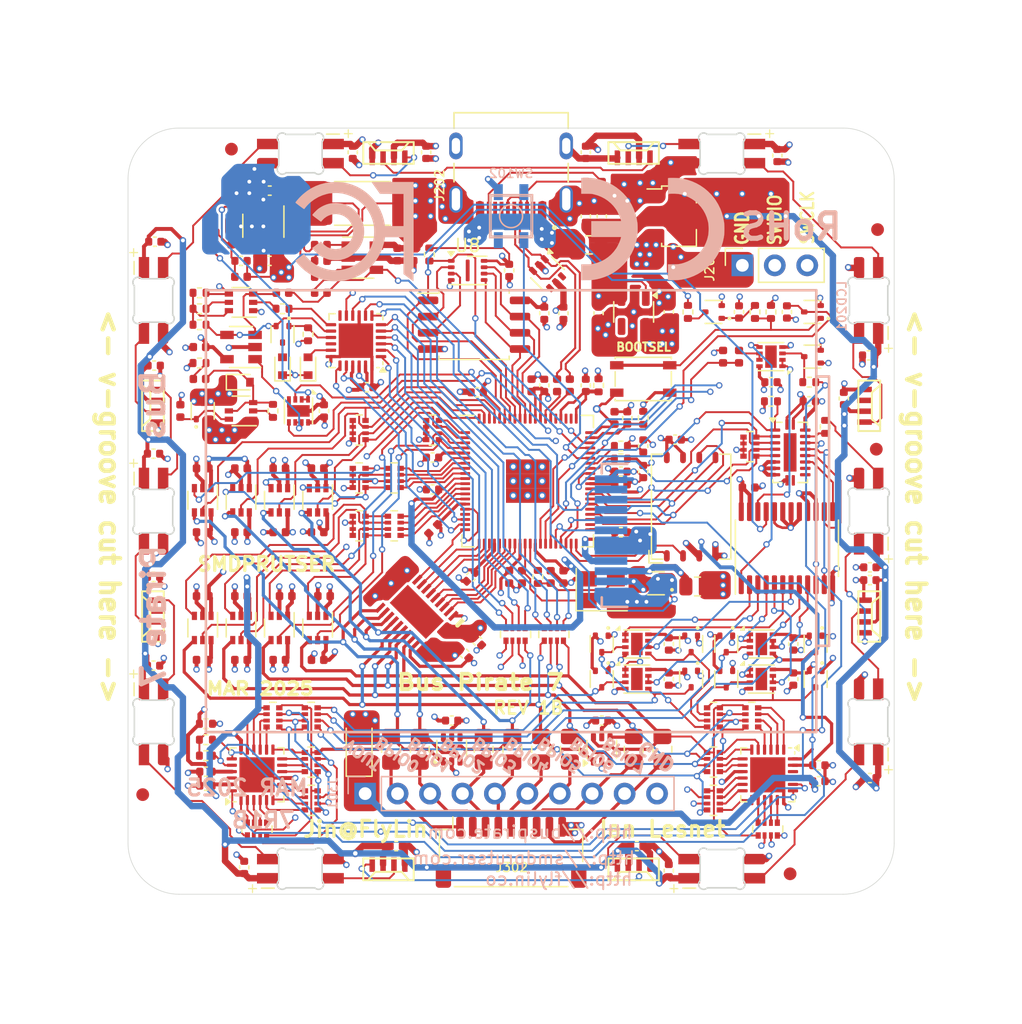
<source format=kicad_pcb>
(kicad_pcb (version 20240108) (generator "pcbnew") (generator_version "8.0")
  (layers (0 "F.Cu" signal) (1 "In1.Cu" signal) (2 "In2.Cu" power) (31 "B.Cu" signal) (34 "B.Paste" user) (35 "F.Paste" user) (36 "B.SilkS" user "B.Silkscreen") (37 "F.SilkS" user "F.Silkscreen") (38 "B.Mask" user) (39 "F.Mask" user) (44 "Edge.Cuts" user))
  (net 0 "")
  (net 1 "GND")
  (net 2 "VREG_VIN")
  (net 3 "VREF_VOUT")
  (net 4 "SWDIO")
  (net 5 "SWCLK")
  (net 6 "BUFDIR0")
  (net 7 "BUFDIR4")
  (net 8 "BUFDIR1")
  (net 9 "BUFDIR5")
  (net 10 "BUFDIR2")
  (net 11 "BUFDIR6")
  (net 12 "BUFDIR3")
  (net 13 "BUFDIR7")
  (net 14 "BUFIO0")
  (net 15 "BUFIO4")
  (net 16 "BUFIO1")
  (net 17 "BUFIO5")
  (net 18 "BUFIO2")
  (net 19 "BUFIO6")
  (net 20 "BUFIO3")
  (net 21 "BUFIO7")
  (net 22 "USB_D+")
  (net 23 "USB_D-")
  (net 24 "CURRENT_SENSE")
  (net 25 "+3V3")
  (net 26 "+VUSB")
  (net 27 "USB_P")
  (net 28 "USB_N")
  (net 29 "+1V1")
  (net 30 "VREG_OUT")
  (net 31 "Net-(U5A-+)")
  (net 32 "SPI_CLK")
  (net 33 "SPI_CDO")
  (net 34 "VREG_EN")
  (net 35 "CURRENT_DETECT")
  (net 36 "AMUX_OUT")
  (net 37 "QSPI_SD3")
  (net 38 "QSPI_SCLK")
  (net 39 "QSPI_SD0")
  (net 40 "QSPI_SD2")
  (net 41 "QSPI_SD1")
  (net 42 "AMUX_S2")
  (net 43 "AMUX_S3")
  (net 44 "AMUX_S1")
  (net 45 "AMUX_S0")
  (net 46 "QSPI_SS_2")
  (net 47 "VREG_ADJ")
  (net 48 "SPI_CDI")
  (net 49 "DISPLAY_DP")
  (net 50 "DISPLAY_CS")
  (net 51 "DISPLAY_RESET")
  (net 52 "DISPLAY_BACKLIGHT")
  (net 53 "CURRENT_RESET")
  (net 54 "CURRENT_EN")
  (net 55 "FLASH_CS")
  (net 56 "RGB_CDO")
  (net 57 "LEDS_CDO")
  (net 58 "Net-(U403-ADJ)")
  (net 59 "Net-(U5B-+)")
  (net 60 "Net-(D401-A)")
  (net 61 "Net-(D602-A)")
  (net 62 "Net-(J202-VBUS-PadA4B9)")
  (net 63 "Net-(J202-CC1)")
  (net 66 "Net-(J202-CC2)")
  (net 67 "Net-(LED701-DI)")
  (net 68 "Net-(LED701-DO)")
  (net 69 "Net-(LED702-DI)")
  (net 70 "Net-(LED703-DI)")
  (net 71 "Net-(LED703-DO)")
  (net 72 "Net-(R408-Pad1)")
  (net 73 "Net-(LED706-DI)")
  (net 74 "Net-(LED707-DI)")
  (net 75 "Net-(LED707-DO)")
  (net 76 "Net-(LED708-DI)")
  (net 77 "Net-(LED710-DI)")
  (net 78 "Net-(LED712-DI)")
  (net 79 "Net-(LED713-DO)")
  (net 80 "Net-(LED714-DI)")
  (net 81 "Net-(LED715-DO)")
  (net 82 "Net-(LED716-DO)")
  (net 83 "Net-(LED717-DO)")
  (net 84 "Net-(LCD201-LED-A)")
  (net 85 "Net-(LCD201-LED-K)")
  (net 86 "Net-(RN4A-R1.8)")
  (net 87 "Net-(RN4B-R1.8)")
  (net 88 "Net-(Q401A-C1)")
  (net 89 "Net-(Q401A-B1)")
  (net 90 "Net-(Q601A-C1)")
  (net 91 "Net-(Q601A-B1)")
  (net 92 "Net-(Q601B-B2)")
  (net 93 "Net-(Q1-D)")
  (net 94 "MCU_RESET")
  (net 95 "Net-(U601-+)")
  (net 96 "Net-(U601--)")
  (net 97 "Net-(RN301D-R1.1)")
  (net 98 "Net-(RN301B-R1.1)")
  (net 99 "Net-(RN301C-R1.1)")
  (net 100 "Net-(RN301A-R1.1)")
  (net 101 "Net-(RN4C-R1.8)")
  (net 102 "Net-(RN4D-R1.8)")
  (net 103 "Net-(RN5A-R1.8)")
  (net 104 "Net-(RN5B-R1.8)")
  (net 105 "Net-(RN306D-R1.1)")
  (net 106 "Net-(RN306B-R1.1)")
  (net 107 "Net-(RN306C-R1.1)")
  (net 108 "Net-(RN306A-R1.1)")
  (net 109 "Net-(J301-Pin_6)")
  (net 110 "Net-(Q5-G)")
  (net 111 "Net-(Q601B-C2)")
  (net 112 "BPIO0_TVS")
  (net 113 "BPIO1_TVS")
  (net 114 "BPIO2_TVS")
  (net 115 "BPIO3_TVS")
  (net 116 "BPIO4_TVS")
  (net 117 "CURRENT_EN_OVERRIDE")
  (net 118 "BPIO5_TVS")
  (net 119 "BUTTONS")
  (net 120 "Net-(RN5D-R1.8)")
  (net 121 "CURRENT_ADJ_MCU")
  (net 124 "Net-(RN317D-R1.1)")
  (net 125 "Net-(RN317C-R1.1)")
  (net 126 "Net-(RN317B-R1.1)")
  (net 127 "Net-(RN317A-R1.1)")
  (net 128 "Net-(RN318D-R1.1)")
  (net 129 "Net-(RN318C-R1.1)")
  (net 130 "Net-(RN318B-R1.1)")
  (net 131 "Net-(RN318A-R1.1)")
  (net 132 "BPIO6_TVS")
  (net 133 "BPIO7_TVS")
  (net 134 "VREG_ADJ_MCU")
  (net 135 "LA_BPIO0_TVS")
  (net 136 "LA_BPIO7_TVS")
  (net 139 "LA_BPIO2_TVS")
  (net 140 "MUX_VREF_VOUT")
  (net 141 "LA_BPIO5_TVS")
  (net 142 "Net-(LED705-DO)")
  (net 144 "Net-(C106-Pad1)")
  (net 145 "Net-(U1-VREG_AVDD)")
  (net 146 "Net-(U1-XIN)")
  (net 147 "Net-(U1-ADC_AVDD)")
  (net 148 "Net-(U1-XOUT)")
  (net 149 "LA_BPIO6_TVS")
  (net 150 "LA_BPIO4_TVS")
  (net 151 "LA_BPIO3_TVS")
  (net 152 "LA_BPIO1_TVS")
  (net 154 "AMUX_S0_3V3")
  (net 155 "AMUX_S2_3V3")
  (net 156 "AMUX_S3_3V3")
  (net 157 "AMUX_S1_3V3")
  (net 158 "Net-(RN5C-R1.8)")
  (net 163 "Net-(RN6B-R1.8)")
  (net 164 "Net-(RN6D-R1.8)")
  (net 165 "Net-(RN6C-R1.8)")
  (net 166 "Net-(RN6A-R1.8)")
  (net 167 "Net-(RN7C-R1.8)")
  (net 168 "Net-(RN7B-R1.8)")
  (net 169 "Net-(RN7D-R1.8)")
  (net 170 "Net-(RN7A-R1.8)")
  (net 171 "I2C_SCL")
  (net 172 "I2C_SDA")
  (net 174 "I2C_RESET")
  (net 184 "Net-(LED719-DI)")
  (net 185 "Net-(U13A-+)")
  (net 186 "Net-(U13B--)")
  (net 187 "Net-(U13B-+)")
  (net 188 "Net-(Q1-G)")
  (net 189 "MCU_BOOTLOAD")
  (net 190 "Net-(RN2C-R1.1)")
  (net 191 "Net-(RN2A-R1.1)")
  (net 192 "Net-(RN2B-R1.1)")
  (net 193 "Net-(RN2D-R1.1)")
  (net 194 "Net-(RN3D-R1.1)")
  (net 195 "Net-(RN3C-R1.1)")
  (net 196 "Net-(RN3A-R1.1)")
  (net 197 "Net-(RN3B-R1.1)")
  (net 198 "Net-(RN8B-R1.1)")
  (net 199 "Net-(RN8D-R1.1)")
  (net 200 "Net-(RN8C-R1.1)")
  (net 201 "Net-(RN8A-R1.1)")
  (net 202 "Net-(RN9A-R1.1)")
  (net 203 "Net-(RN9C-R1.1)")
  (net 204 "Net-(RN9B-R1.1)")
  (net 205 "Net-(RN9D-R1.1)")
  (net 206 "Net-(J301-Pin_4)")
  (net 207 "Net-(J301-Pin_7)")
  (net 208 "Net-(J301-Pin_2)")
  (net 209 "Net-(J301-Pin_3)")
  (net 210 "Net-(J301-Pin_8)")
  (net 211 "Net-(J301-Pin_5)")
  (net 212 "Net-(J301-Pin_9)")
  (net 213 "XL9555_~{INT}")
  (net 214 "CURRENT_ADJ")
  (net 215 "MUX_BPIO1_TVS")
  (net 216 "MUX_BPIO0_TVS")
  (net 217 "MUX_BPIO3_TVS")
  (net 218 "MUX_BPIO2_TVS")
  (net 219 "MUX_BPIO4_TVS")
  (net 220 "MUX_BPIO5_TVS")
  (net 221 "MUX_BPIO6_TVS")
  (net 222 "MUX_BPIO7_TVS")
  (net 227 "Net-(RN10A-R1.8)")
  (net 228 "Net-(RN10B-R1.8)")
  (net 229 "Net-(RN10C-R1.8)")
  (net 230 "Net-(RN10D-R1.8)")
  (net 231 "Net-(RN11A-R1.8)")
  (net 232 "Net-(RN11B-R1.8)")
  (net 233 "Net-(RN11D-R1.8)")
  (net 234 "Net-(RN11C-R1.8)")
  (footprint "dp-LED:SK6812-MINI-E" (layer "F.Cu") (at 113.4 62.1 180)
    (property "Reference" "LED702")
    (property "Value" "SK6812-mini-e")
    (fp_line (start 1.7 -0.934314) (end 1.7 0.934314) (stroke (width 0.12)) (layer "Edge.Cuts"))
    (fp_line (start 1.134314 1.5) (end -1.134314 1.5) (stroke (width 0.12)) (layer "Edge.Cuts"))
    (fp_line (start -1.134314 -1.5) (end 1.134314 -1.5) (stroke (width 0.12)) (layer "Edge.Cuts"))
    (fp_line (start -1.7 0.934314) (end -1.7 -0.934314) (stroke (width 0.12)) (layer "Edge.Cuts"))
    (fp_arc (start 1.7 0.934314) (mid 1.7 1.5) (end 1.134314 1.5) (stroke (width 0.12)) (layer "Edge.Cuts"))
    (fp_arc (start 1.134314 -1.5) (mid 1.7 -1.5) (end 1.7 -0.934314) (stroke (width 0.12)) (layer "Edge.Cuts"))
    (fp_arc (start -1.134314 1.5) (mid -1.7 1.5) (end -1.7 0.934314) (stroke (width 0.12)) (layer "Edge.Cuts"))
    (fp_arc (start -1.7 -0.934314) (mid -1.7 -1.5) (end -1.134314 -1.5) (stroke (width 0.12)) (layer "Edge.Cuts"))
  )
  (footprint "dp-LED:SK6812-MINI-E" (layer "F.Cu") (at 146.4 118.1)
    (property "Reference" "LED715")
    (property "Value" "SK6812-mini-e")
    (fp_line (start -1.7 0.934314) (end -1.7 -0.934314) (stroke (width 0.12)) (layer "Edge.Cuts"))
    (fp_line (start -1.134314 -1.5) (end 1.134314 -1.5) (stroke (width 0.12)) (layer "Edge.Cuts"))
    (fp_line (start 1.134314 1.5) (end -1.134314 1.5) (stroke (width 0.12)) (layer "Edge.Cuts"))
    (fp_line (start 1.7 -0.934314) (end 1.7 0.934314) (stroke (width 0.12)) (layer "Edge.Cuts"))
    (fp_arc (start -1.7 -0.934314) (mid -1.7 -1.5) (end -1.134314 -1.5) (stroke (width 0.12)) (layer "Edge.Cuts"))
    (fp_arc (start -1.134314 1.5) (mid -1.7 1.5) (end -1.7 0.934314) (stroke (width 0.12)) (layer "Edge.Cuts"))
    (fp_arc (start 1.134314 -1.5) (mid 1.7 -1.5) (end 1.7 -0.934314) (stroke (width 0.12)) (layer "Edge.Cuts"))
    (fp_arc (start 1.7 0.934314) (mid 1.7 1.5) (end 1.134314 1.5) (stroke (width 0.12)) (layer "Edge.Cuts"))
  )
  (footprint "dp-LED:SK6812-MINI-E" (layer "F.Cu") (at 101.9 106.6 -90)
    (property "Reference" "LED714")
    (property "Value" "SK6812-mini-e")
    (fp_line (start 1.134314 1.5) (end -1.134314 1.5) (stroke (width 0.12)) (layer "Edge.Cuts"))
    (fp_line (start -1.7 0.934314) (end -1.7 -0.934314) (stroke (width 0.12)) (layer "Edge.Cuts"))
    (fp_line (start 1.7 -0.934314) (end 1.7 0.934314) (stroke (width 0.12)) (layer "Edge.Cuts"))
    (fp_line (start -1.134314 -1.5) (end 1.134314 -1.5) (stroke (width 0.12)) (layer "Edge.Cuts"))
    (fp_arc (start -1.134314 1.5) (mid -1.7 1.5) (end -1.7 0.934314) (stroke (width 0.12)) (layer "Edge.Cuts"))
    (fp_arc (start 1.7 0.934314) (mid 1.7 1.5) (end 1.134314 1.5) (stroke (width 0.12)) (layer "Edge.Cuts"))
    (fp_arc (start -1.7 -0.934314) (mid -1.7 -1.5) (end -1.134314 -1.5) (stroke (width 0.12)) (layer "Edge.Cuts"))
    (fp_arc (start 1.134314 -1.5) (mid 1.7 -1.5) (end 1.7 -0.934314) (stroke (width 0.12)) (layer "Edge.Cuts"))
  )
  (footprint "dp-LED:SK6812-MINI-E" (layer "F.Cu") (at 146.4 62.1 180)
    (property "Reference" "LED703")
    (property "Value" "SK6812-mini-e")
    (fp_line (start 1.7 -0.934314) (end 1.7 0.934314) (stroke (width 0.12)) (layer "Edge.Cuts"))
    (fp_line (start 1.134314 1.5) (end -1.134314 1.5) (stroke (width 0.12)) (layer "Edge.Cuts"))
    (fp_line (start -1.134314 -1.5) (end 1.134314 -1.5) (stroke (width 0.12)) (layer "Edge.Cuts"))
    (fp_line (start -1.7 0.934314) (end -1.7 -0.934314) (stroke (width 0.12)) (layer "Edge.Cuts"))
    (fp_arc (start 1.7 0.934314) (mid 1.7 1.5) (end 1.134314 1.5) (stroke (width 0.12)) (layer "Edge.Cuts"))
    (fp_arc (start 1.134314 -1.5) (mid 1.7 -1.5) (end 1.7 -0.934314) (stroke (width 0.12)) (layer "Edge.Cuts"))
    (fp_arc (start -1.134314 1.5) (mid -1.7 1.5) (end -1.7 0.934314) (stroke (width 0.12)) (layer "Edge.Cuts"))
    (fp_arc (start -1.7 -0.934314) (mid -1.7 -1.5) (end -1.134314 -1.5) (stroke (width 0.12)) (layer "Edge.Cuts"))
  )
  (footprint "dp-LED:SK6812-MINI-E" (layer "F.Cu") (at 157.9 73.6 90)
    (property "Reference" "LED705")
    (property "Value" "SK6812-mini-e")
    (fp_line (start -1.134314 -1.5) (end 1.134314 -1.5) (stroke (width 0.12)) (layer "Edge.Cuts"))
    (fp_line (start 1.7 -0.934314) (end 1.7 0.934314) (stroke (width 0.12)) (layer "Edge.Cuts"))
    (fp_line (start -1.7 0.934314) (end -1.7 -0.934314) (stroke (width 0.12)) (layer "Edge.Cuts"))
    (fp_line (start 1.134314 1.5) (end -1.134314 1.5) (stroke (width 0.12)) (layer "Edge.Cuts"))
    (fp_arc (start 1.134314 -1.5) (mid 1.7 -1.5) (end 1.7 -0.934314) (stroke (width 0.12)) (layer "Edge.Cuts"))
    (fp_arc (start -1.7 -0.934314) (mid -1.7 -1.5) (end -1.134314 -1.5) (stroke (width 0.12)) (layer "Edge.Cuts"))
    (fp_arc (start 1.7 0.934314) (mid 1.7 1.5) (end 1.134314 1.5) (stroke (width 0.12)) (layer "Edge.Cuts"))
    (fp_arc (start -1.134314 1.5) (mid -1.7 1.5) (end -1.7 0.934314) (stroke (width 0.12)) (layer "Edge.Cuts"))
  )
  (footprint "dp-LED:SK6812-MINI-E" (layer "F.Cu") (at 113.4 118.1)
    (property "Reference" "LED718")
    (property "Value" "SK6812-mini-e")
    (fp_line (start -1.7 0.934314) (end -1.7 -0.934314) (stroke (width 0.12)) (layer "Edge.Cuts"))
    (fp_line (start -1.134314 -1.5) (end 1.134314 -1.5) (stroke (width 0.12)) (layer "Edge.Cuts"))
    (fp_line (start 1.134314 1.5) (end -1.134314 1.5) (stroke (width 0.12)) (layer "Edge.Cuts"))
    (fp_line (start 1.7 -0.934314) (end 1.7 0.934314) (stroke (width 0.12)) (layer "Edge.Cuts"))
    (fp_arc (start -1.7 -0.934314) (mid -1.7 -1.5) (end -1.134314 -1.5) (stroke (width 0.12)) (layer "Edge.Cuts"))
    (fp_arc (start -1.134314 1.5) (mid -1.7 1.5) (end -1.7 0.934314) (stroke (width 0.12)) (layer "Edge.Cuts"))
    (fp_arc (start 1.134314 -1.5) (mid 1.7 -1.5) (end 1.7 -0.934314) (stroke (width 0.12)) (layer "Edge.Cuts"))
    (fp_arc (start 1.7 0.934314) (mid 1.7 1.5) (end 1.134314 1.5) (stroke (width 0.12)) (layer "Edge.Cuts"))
  )
  (footprint "dp-LED:SK6812-MINI-E" (layer "F.Cu") (at 101.9 73.6 -90)
    (property "Reference" "LED706")
    (property "Value" "SK6812-mini-e")
    (fp_line (start 1.134314 1.5) (end -1.134314 1.5) (stroke (width 0.12)) (layer "Edge.Cuts"))
    (fp_line (start -1.7 0.934314) (end -1.7 -0.934314) (stroke (width 0.12)) (layer "Edge.Cuts"))
    (fp_line (start 1.7 -0.934314) (end 1.7 0.934314) (stroke (width 0.12)) (layer "Edge.Cuts"))
    (fp_line (start -1.134314 -1.5) (end 1.134314 -1.5) (stroke (width 0.12)) (layer "Edge.Cuts"))
    (fp_arc (start -1.134314 1.5) (mid -1.7 1.5) (end -1.7 0.934314) (stroke (width 0.12)) (layer "Edge.Cuts"))
    (fp_arc (start 1.7 0.934314) (mid 1.7 1.5) (end 1.134314 1.5) (stroke (width 0.12)) (layer "Edge.Cuts"))
    (fp_arc (start -1.7 -0.934314) (mid -1.7 -1.5) (end -1.134314 -1.5) (stroke (width 0.12)) (layer "Edge.Cuts"))
    (fp_arc (start 1.134314 -1.5) (mid 1.7 -1.5) (end 1.7 -0.934314) (stroke (width 0.12)) (layer "Edge.Cuts"))
  )
  (footprint "dp-LED:SK6812-MINI-E" (layer "F.Cu") (at 101.9 90.1 -90)
    (property "Reference" "LED710")
    (property "Value" "SK6812-mini-e")
    (fp_line (start 1.134314 1.5) (end -1.134314 1.5) (stroke (width 0.12)) (layer "Edge.Cuts"))
    (fp_line (start -1.7 0.934314) (end -1.7 -0.934314) (stroke (width 0.12)) (layer "Edge.Cuts"))
    (fp_line (start 1.7 -0.934314) (end 1.7 0.934314) (stroke (width 0.12)) (layer "Edge.Cuts"))
    (fp_line (start -1.134314 -1.5) (end 1.134314 -1.5) (stroke (width 0.12)) (layer "Edge.Cuts"))
    (fp_arc (start -1.134314 1.5) (mid -1.7 1.5) (end -1.7 0.934314) (stroke (width 0.12)) (layer "Edge.Cuts"))
    (fp_arc (start 1.7 0.934314) (mid 1.7 1.5) (end 1.134314 1.5) (stroke (width 0.12)) (layer "Edge.Cuts"))
    (fp_arc (start -1.7 -0.934314) (mid -1.7 -1.5) (end -1.134314 -1.5) (stroke (width 0.12)) (layer "Edge.Cuts"))
    (fp_arc (start 1.134314 -1.5) (mid 1.7 -1.5) (end 1.7 -0.934314) (stroke (width 0.12)) (layer "Edge.Cuts"))
  )
  (footprint "Capacitor_SMD:C_0402_1005Metric" (layer "F.Cu") (at 142 70.25)
    (property "Reference" "C402" (hide yes))
    (property "Value" "10uF/6.3v")
  )
  (footprint "Capacitor_SMD:C_0402_1005Metric" (layer "F.Cu") (at 112.25 96.75)
    (property "Reference" "C313" (hide yes))
    (property "Value" "0.1uF")
  )
  (footprint "Capacitor_SMD:C_0402_1005Metric" (layer "F.Cu") (at 105.75 96.75)
    (property "Reference" "C308" (hide yes))
    (property "Value" "0.1uF")
  )
  (footprint "Capacitor_SMD:C_0402_1005Metric" (layer "F.Cu") (at 111.75 101.75 180)
    (property "Reference" "C315" (hide yes))
    (property "Value" "0.1uF")
  )
  (footprint "Capacitor_SMD:C_0402_1005Metric" (layer "F.Cu") (at 105.75 91.75 180)
    (property "Reference" "C304" (hide yes))
    (property "Value" "0.1uF")
  )
  (footprint "Capacitor_SMD:C_0402_1005Metric" (layer "F.Cu") (at 148.5 88.25 180)
    (property "Reference" "C403" (hide yes))
    (property "Value" "0.1uF")
  )
  (footprint "Capacitor_SMD:C_0402_1005Metric" (layer "F.Cu") (at 115.25 96.75)
    (property "Reference" "C314" (hide yes))
    (property "Value" "0.1uF")
  )
  (footprint "Capacitor_SMD:C_0402_1005Metric" (layer "F.Cu") (at 108.75 96.75)
    (property "Reference" "C309" (hide yes))
    (property "Value" "0.1uF")
  )
  (footprint "Capacitor_SMD:C_0402_1005Metric" (layer "F.Cu") (at 138 82.8 90)
    (property "Reference" "C112" (hide yes))
    (property "Value" "0.1uF")
  )
  (footprint "Capacitor_SMD:C_0402_1005Metric" (layer "F.Cu") (at 139 82.8 90)
    (property "Reference" "C109" (hide yes))
    (property "Value" "10uF/6.3v")
  )
  (footprint "Capacitor_SMD:C_0402_1005Metric" (layer "F.Cu") (at 131.5 80.25 90)
    (property "Reference" "C114")
    (property "Value" "0.1uF")
  )
  (footprint "Capacitor_SMD:C_0402_1005Metric" (layer "F.Cu") (at 123.8 91.5 -135)
    (property "Reference" "C110" (hide yes))
    (property "Value" "0.1uF")
  )
  (footprint "MountingHole:MountingHole_3.2mm_M3" (layer "F.Cu") (at 155.9 116.1)
    (property "Reference" "H3" (hide yes))
    (property "Value" "MountingHole")
  )
  (footprint "Capacitor_SMD:C_0402_1005Metric" (layer "F.Cu") (at 138.5 88)
    (property "Reference" "C111" (hide yes))
    (property "Value" "0.1uF")
  )
  (footprint "MountingHole:MountingHole_3.2mm_M3" (layer "F.Cu") (at 155.9 64.1 -90)
    (property "Reference" "H2" (hide yes))
    (property "Value" "MountingHole")
  )
  (footprint "Capacitor_SMD:C_0402_1005Metric" (layer "F.Cu") (at 133 95.25 90)
    (property "Reference" "C106")
    (property "Value" "15pF")
  )
  (footprint "Capacitor_SMD:C_0402_1005Metric" (layer "F.Cu") (at 138.5 87)
    (property "Reference" "C118" (hide yes))
    (property "Value" "0.1uF")
  )
  (footprint "MountingHole:MountingHole_3.2mm_M3" (layer "F.Cu") (at 103.9 64.1 -90)
    (property "Reference" "H1" (hide yes))
    (property "Value" "MountingHole")
  )
  (footprint "MountingHole:MountingHole_3.2mm_M3" (layer "F.Cu") (at 103.9 116.1 -90)
    (property "Reference" "H4" (hide yes))
    (property "Value" "MountingHole")
  )
  (footprint "Package_TO_SOT_SMD:SOT-363_SC-70-6" (layer "F.Cu") (at 105.75 89.25 -90)
    (property "Reference" "U301")
    (property "Value" "AiP74LVC1T45GC363.TR")
  )
  (footprint "Package_TO_SOT_SMD:SOT-363_SC-70-6" (layer "F.Cu") (at 114.75 89.25 -90)
    (property "Reference" "U304" (hide yes))
    (property "Value" "AiP74LVC1T45GC363.TR")
  )
  (footprint "Package_TO_SOT_SMD:SOT-363_SC-70-6" (layer "F.Cu") (at 105.75 99.25 -90)
    (property "Reference" "U305" (hide yes))
    (property "Value" "AiP74LVC1T45GC363.TR")
  )
  (footprint "Package_TO_SOT_SMD:SOT-363_SC-70-6" (layer "F.Cu") (at 111.75 99.25 -90)
    (property "Reference" "U307" (hide yes))
    (property "Value" "AiP74LVC1T45GC363.TR" (hide yes))
  )
  (footprint "Resistor_SMD:R_0402_1005Metric" (layer "F.Cu") (at 133.5 80.25 90)
    (property "Reference" "R203" (hide yes))
    (property "Value" "27R")
  )
  (footprint "Resistor_SMD:R_0402_1005Metric" (layer "F.Cu") (at 134.5 80.25 90)
    (property "Reference" "R202" (hide yes))
    (property "Value" "27R")
  )
  (footprint "Resistor_SMD:R_0402_1005Metric" (layer "F.Cu") (at 137 64.78 90)
    (property "Reference" "R204" (hide yes))
    (property "Value" "5.1K")
  )
  (footprint "Inductor_SMD:L_0805_2012Metric" (layer "F.Cu") (at 136 69.25 180)
    (property "Reference" "L201" (hide yes))
    (property "Value" "CBW201209U300T")
  )
  (footprint "Capacitor_SMD:C_0402_1005Metric" (layer "F.Cu") (at 157.9 77.9)
    (property "Reference" "C705" (hide yes))
    (property "Value" "0.1uF")
  )
  (footprint "Capacitor_SMD:C_0402_1005Metric" (layer "F.Cu") (at 101.95 78.7 180)
    (property "Reference" "C708" (hide yes))
    (property "Value" "0.1uF")
  )
  (footprint "Capacitor_SMD:C_0402_1005Metric" (layer "F.Cu") (at 135.75 62 90)
    (property "Reference" "C704" (hide yes))
    (property "Value" "0.1uF")
  )
  (footprint "Capacitor_SMD:C_0402_1005Metric" (layer "F.Cu") (at 102 69 180)
    (property "Reference" "C706" (hide yes))
    (property "Value" "0.1uF")
  )
  (footprint "Capacitor_SMD:C_0402_1005Metric" (layer "F.Cu") (at 101.9 85.6 180)
    (property "Reference" "C710" (hide yes))
    (property "Value" "0.1uF")
  )
  (footprint "Capacitor_SMD:C_0402_1005Metric" (layer "F.Cu") (at 101.9 95.25 180)
    (property "Reference" "C712" (hide yes))
    (property "Value" "0.1uF")
  )
  (footprint "Capacitor_SMD:C_0402_1005Metric" (layer "F.Cu") (at 150.75 62.25 90)
    (property "Reference" "C703")
    (property "Value" "0.1uF")
  )
  (footprint "Capacitor_SMD:C_0402_1005Metric" (layer "F.Cu") (at 123.25 62 90)
    (property "Reference" "C701" (hide yes))
    (property "Value" "0.1uF")
  )
  (footprint "Capacitor_SMD:C_0402_1005Metric" (layer "F.Cu") (at 134 95.25 -90)
    (property "Reference" "C117" (hide yes))
    (property "Value" "0.1uF")
  )
  (footprint "Resistor_SMD:R_0402_1005Metric" (layer "F.Cu") (at 140.25 82.8 -90)
    (property "Reference" "R103" (hide yes))
    (property "Value" "200R")
  )
  (footprint "Capacitor_SMD:C_0402_1005Metric" (layer "F.Cu") (at 132.5 74.6 -90)
    (property "Reference" "C104" (hide yes))
    (property "Value" "10uF/6.3v")
  )
  (footprint "Capacitor_SMD:C_0402_1005Metric" (layer "F.Cu") (at 135.75 67 -90)
    (property "Reference" "C202" (hide yes))
    (property "Value" "10uF/6.3v")
  )
  (footprint "Capacitor_SMD:C_0402_1005Metric" (layer "F.Cu") (at 137 67 -90)
    (property "Reference" "C201" (hide yes))
    (property "Value" "10uF/6.3v")
  )
  (footprint "Capacitor_SMD:C_0402_1005Metric" (layer "F.Cu") (at 123.75 85.9 180)
    (property "Reference" "C116" (hide yes))
    (property "Value" "0.1uF")
  )
  (footprint "Resistor_SMD:R_Array_Convex_4x0402" (layer "F.Cu") (at 118 87.5)
    (property "Reference" "RN302" (hide yes))
    (property "Value" "4.7K")
  )
  (footprint "Resistor_SMD:R_0805_2012Metric" (layer "F.Cu") (at 144.5 96 180)
    (property "Reference" "R209" (hide yes))
    (property "Value" "33R")
  )
  (footprint "Resistor_SMD:R_Array_Convex_4x0402" (layer "F.Cu") (at 118 91.25)
    (property "Reference" "RN307" (hide yes))
    (property "Value" "4.7K")
  )
  (footprint "Package_SO:SOP-8_5.28x5.23mm_P1.27mm" (layer "F.Cu") (at 127 75.5)
    (property "Reference" "U102")
    (property "Value" "W25Q128JVSIQ")
  )
  (footprint "Fiducial:Fiducial_1mm_Mask2mm" (layer "F.Cu") (at 158.6 68.05 -90)
    (property "Reference" "FID1" (hide yes))
    (property "Value" "Fiducial")
  )
  (footprint "Fiducial:Fiducial_1mm_Mask2mm" (layer "F.Cu") (at 101.05 112.3 -90)
    (property "Reference" "FID2" (hide yes))
    (property "Value" "Fiducial")
  )
  (footprint "Capacitor_SMD:C_0402_1005Metric" (layer "F.Cu") (at 142.25 118.25 -90)
    (property "Reference" "C715" (hide yes))
    (property "Value" "0.1uF")
  )
  (footprint "Capacitor_SMD:C_0402_1005Metric" (layer "F.Cu") (at 101.9 102.2 180)
    (property "Reference" "C714" (hide yes))
    (property "Value" "0.1uF")
  )
  (footprint "Capacitor_SMD:C_0402_1005Metric" (layer "F.Cu") (at 139.75 116.332 180)
    (property "Reference" "C716" (hide yes))
    (property "Value" "0.1uF")
  )
  (footprint "Capacitor_SMD:C_0402_1005Metric" (layer "F.Cu") (at 120.904 116.332 180)
    (property "Reference" "C717" (hide yes))
    (property "Value" "0.1uF")
  )
  (footprint "Capacitor_SMD:C_0402_1005Metric" (layer "F.Cu") (at 109 118 -90)
    (property "Reference" "C718" (hide yes))
    (property "Value" "0.1uF")
  )
  (footprint "Capacitor_SMD:C_0402_1005Metric" (layer "F.Cu") (at 139.25 67 90)
    (property "Reference" "C401")
    (property "Value" "10uF/6.3v")
  )
  (footprint "Connector_PinSocket_2.54mm:PinSocket_1x03_P2.54mm_Vertical" (layer "F.Cu") (at 148.01 70.85 90)
    (property "Reference" "J201")
    (property "Value" "Conn_01x03")
  )
  (footprint "Fiducial:Fiducial_1mm_Mask2mm" (layer "F.Cu") (at 108 61.75)
    (property "Reference" "FID4" (hide yes))
    (property "Value" "Fiducial")
  )
  (footprint "Fiducial:Fiducial_1mm_Mask2mm" (layer "F.Cu") (at 158.5 85.25)
    (property "Reference" "FID5" (hide yes))
    (property "Value" "Fiducial")
  )
  (footprint "Fiducial:Fiducial_1mm_Mask2mm" (layer "F.Cu") (at 151.75 118.5)
    (property "Reference" "FID3" (hide yes))
    (property "Value" "Fiducial")
  )
  (footprint "Capacitor_SMD:C_0402_1005Metric" (layer "F.Cu") (at 158 111)
    (property "Reference" "C713" (hide yes))
    (property "Value" "0.1uF")
  )
  (footprint "Resistor_SMD:R_0402_1005Metric" (layer "F.Cu") (at 135.75 64.78 90)
    (property "Reference" "R201" (hide yes))
    (property "Value" "5.1K")
  )
  (footprint "Connector_JST:JST_SH_SM09B-SRSS-TB_1x09-1MP_P1.00mm_Horizontal" (layer "F.Cu") (at 129.9 116.82)
    (property "Reference" "J302")
    (property "Value" "Conn_01x09")
  )
  (footprint "Package_DFN_QFN:DHVQFN-20-1EP_2.5x4.5mm_P0.5mm_EP1x3mm" (layer "F.Cu") (at 151.75 85.5)
    (property "Reference" "U503")
    (property "Value" "74HCT245BQ")
  )
  (footprint "Crystal:Crystal_SMD_3225-4Pin_3.2x2.5mm" (layer "F.Cu") (at 137 96.25)
    (property "Reference" "Y101")
    (property "Value" "ABM8-272-T3")
  )
  (footprint "Resistor_SMD:R_0402_1005Metric" (layer "F.Cu") (at 147.75 78 -90)
    (property "Reference" "R406" (hide yes))
    (property "Value" "10K")
  )
  (footprint "Capacitor_SMD:C_0402_1005Metric" (layer "F.Cu") (at 129.75 95.25 -90)
    (property "Reference" "C115" (hide yes))
    (property "Value" "0.1uF")
  )
  (footprint "Capacitor_SMD:C_0402_1005Metric" (layer "F.Cu") (at 130.75 95.25 -90)
    (property "Reference" "C105" (hide yes))
    (property "Value" "15pF")
  )
  (footprint "Button_Switch_SMD:SW_SPST_PTS810" (layer "F.Cu") (at 140.25 79.75 180)
    (property "Reference" "SW101" (hide yes))
    (property "Value" "TS3425BA 098 2.5H 250gf")
  )
  (footprint "Capacitor_SMD:C_0402_1005Metric" (layer "F.Cu") (at 158 95.5)
    (property "Reference" "C707" (hide yes))
    (property "Value" "0.1uF")
  )
  (footprint "Capacitor_SMD:C_0402_1005Metric" (layer "F.Cu") (at 121 70 -90)
    (property "Reference" "C601" (hide yes))
    (property "Value" "10uF/6.3v")
  )
  (footprint "Capacitor_SMD:C_0402_1005Metric" (layer "F.Cu") (at 122.25 70 90)
    (property "Reference" "C602" (hide yes))
    (property "Value" "0.1uF")
  )
  (footprint "Resistor_SMD:R_0402_1005Metric" (layer "F.Cu") (at 108 68.75 90)
    (property "Reference" "R405" (hide yes))
    (property "Value" "33K")
  )
  (footprint "Resistor_SMD:R_0402_1005Metric" (layer "F.Cu") (at 111.25 82.25 90)
    (property "Reference" "R410" (hide yes))
    (property "Value" "10K")
  )
  (footprint "Resistor_SMD:R_0402_1005Metric" (layer "F.Cu") (at 105.5 78.5 180)
    (property "Reference" "R409" (hide yes))
    (property "Value" "33K")
  )
  (footprint "Resistor_SMD:R_0402_1005Metric" (layer "F.Cu") (at 105.5 79.75)
    (property "Reference" "R408" (hide yes))
    (property "Value" "33K")
  )
  (footprint "Resistor_SMD:R_0402_1005Metric" (layer "F.Cu") (at 104 82.25 90)
    (property "Reference" "R412" (hide yes))
    (property "Value" "100K")
  )
  (footprint "Resistor_SMD:R_0402_1005Metric" (layer "F.Cu") (at 112 74.25 180)
    (property "Reference" "R611" (hide yes))
    (property "Value" "10K")
  )
  (footprint "Resistor_SMD:R_0402_1005Metric" (layer "F.Cu") (at 105.5 73 180)
    (property "Reference" "R609" (hide yes))
    (property "Value" "10K")
  )
  (footprint "Resistor_SMD:R_0402_1005Metric" (layer "F.Cu") (at 105.5 74.25 180)
    (property "Reference" "R608" (hide yes))
    (property "Value" "200R")
  )
  (footprint "Capacitor_SMD:C_0402_1005Metric" (layer "F.Cu") (at 111 65 180)
    (property "Reference" "C404" (hide yes))
    (property "Value" "10uF/6.3v")
  )
  (footprint "Resistor_SMD:R_0402_1005Metric" (layer "F.Cu") (at 106.75 68.75 90)
    (property "Reference" "R403" (hide yes))
    (property "Value" "102K")
  )
  (footprint "Resistor_SMD:R_0402_1005Metric" (layer "F.Cu") (at 115 73 180)
    (property "Reference" "R605" (hide yes))
    (property "Value" "33K")
  )
  (footprint "Resistor_SMD:R_2512_6332Metric_Pad1.40x3.35mm_HandSolder" (layer "F.Cu") (at 118.25 66 180)
    (property "Reference" "R601")
    (property "Value" "0R2")
  )
  (footprint "Resistor_SMD:R_0402_1005Metric" (layer "F.Cu") (at 115 69.25 180)
    (property "Reference" "R602" (hide yes))
    (property "Value" "1K")
  )
  (footprint "Resistor_SMD:R_0402_1005Metric" (layer "F.Cu") (at 115 70.5 180)
    (property "Reference" "R604" (hide yes))
    (property "Value" "33K")
  )
  (footprint "Resistor_SMD:R_0402_1005Metric" (layer "F.Cu") (at 112 73)
    (property "Reference" "R606" (hide yes))
    (property "Value" "10K")
  )
  (footprint "Capacitor_SMD:C_0402_1005Metric" (layer "F.Cu") (at 105.5 77.25 180)
    (property "Reference" "C605" (hide yes))
    (property "Value" "0.1uF")
  )
  (footprint "Resistor_SMD:R_0402_1005Metric" (layer "F.Cu") (at 115 71.75 180)
    (property "Reference" "R603" (hide yes))
    (property "Value" "1K")
  )
  (footprint "Resistor_SMD:R_0402_1005Metric" (layer "F.Cu") (at 105.5 75.5)
    (property "Reference" "R610" (hide yes))
    (property "Value" "10K")
  )
  (footprint "Capacitor_SMD:C_0402_1005Metric" (layer "F.Cu") (at 117.5 62 90)
    (property "Reference" "C702" (hide yes))
    (property "Value" "0.1uF")
  )
  (footprint "library:SOT-523" (layer "F.Cu") (at 105.75 82.25 90)
    (property "Reference" "Q402")
    (property "Value" "BC2301T 2.8A")
  )
  (footprint "Resistor_SMD:R_0402_1005Metric" (layer "F.Cu") (at 114 76.25 90)
    (property "Reference" "R613" (hide yes))
    (property "Value" "10K")
  )
  (footprint "Capacitor_SMD:C_0402_1005Metric" (layer "F.Cu") (at 111 70.5 180)
    (property "Reference" "C407" (hide yes))
    (property "Value" "10uF/6.3v")
  )
  (footprint "Resistor_SMD:R_0402_1005Metric" (layer "F.Cu") (at 108 66.75 -90)
    (property "Reference" "R401" (hide yes))
    (property "Value" "100K")
  )
  (footprint "Package_TO_SOT_SMD:SOT-23-5" (layer "F.Cu") (at 110.5 67.75 -90)
    (property "Reference" "U403")
    (property "Value" "AP2127K-ADJ")
  )
  (footprint "Package_TO_SOT_SMD:SOT-363_SC-70-6" (layer "F.Cu") (at 108.75 73.75 180)
    (property "Reference" "Q601")
    (property "Value" "MMDT3906")
  )
  (footprint "Package_TO_SOT_SMD:SOT-363_SC-70-6" (layer "F.Cu") (at 108.75 82.25 180)
    (property "Reference" "Q401")
    (property "Value" "BCM857")
  )
  (footprint "Diode_SMD:D_SOD-523" (layer "F.Cu") (at 108.75 80)
    (property "Reference" "D401")
    (property "Value" "1N4148WT")
  )
  (footprint "Package_SO:TSSOP-24_4.4x7.8mm_P0.65mm" (layer "F.Cu") (at 151.5 93 90)
    (property "Reference" "U402")
    (property "Value" "CD4067")
  )
  (footprint "Package_TO_SOT_SMD:SOT-363_SC-70-6" (layer "F.Cu") (at 108.75 99.25 -90)
    (property "Reference" "U306" (hide yes))
    (property "Value" "AiP74LVC1T45GC363.TR")
  )
  (footprint "Capacitor_SMD:C_0402_1005Metric" (layer "F.Cu") (at 105.75 101.75 180)
    (property "Reference" "C311" (hide yes))
    (property "Value" "0.1uF")
  )
  (footprint "Capacitor_SMD:C_0402_1005Metric" (layer "F.Cu") (at 108.75 101.75 180)
    (property "Reference" "C312" (hide yes))
    (property "Value" "0.1uF")
  )
  (footprint "Resistor_SMD:R_Array_Convex_4x0402" (layer "F.Cu") (at 118 83.75)
    (property "Reference" "RN303")
    (property "Value" "100K")
  )
  (footprint "Capacitor_SMD:C_0402_1005Metric" (layer "F.Cu") (at 153.25 81.5 180)
    (property "Reference" "C503" (hide yes))
    (property "Value" "0.1uF")
  )
  (footprint "Package_TO_SOT_SMD:SOT-363_SC-70-6" (layer "F.Cu") (at 111.75 89.25 -90)
    (property "Reference" "U303" (hide yes))
    (property "Value" "AiP74LVC1T45GC363.TR")
  )
  (footprint "Resistor_SMD:R_Array_Convex_4x0402" (layer "F.Cu") (at 123.75 83.75)
    (property "Reference" "RN308" (hide yes))
    (property "Value" "100K")
  )
  (footprint "Resistor_SMD:R_Array_Convex_4x0402" (layer "F.Cu") (at 120.75 87.5)
    (property "Reference" "RN301")
    (property "Value" "120R")
  )
  (footprint "Package_TO_SOT_SMD:SOT-363_SC-70-6" (layer "F.Cu") (at 108.75 89.25 -90)
    (property "Reference" "U302" (hide yes))
    (property "Value" "AiP74LVC1T45GC363.TR")
  )
  (footprint "Capacitor_SMD:C_0402_1005Metric" (layer "F.Cu") (at 111.75 91.75 180)
    (property "Reference" "C306" (hide yes))
    (property "Value" "0.1uF")
  )
  (footprint "Capacitor_SMD:C_0402_1005Metric" (layer "F.Cu") (at 114.75 86.75)
    (property "Reference" "C307" (hide yes))
    (property "Value" "0.1uF")
  )
  (footprint "Capacitor_SMD:C_0402_1005Metric" (layer "F.Cu") (at 105.75 86.75)
    (property "Reference" "C301" (hide yes))
    (property "Value" "0.1uF")
  )
  (footprint "Capacitor_SMD:C_0402_1005Metric" (layer "F.Cu") (at 108.75 86.75)
    (property "Reference" "C302" (hide yes))
    (property "Value" "0.1uF")
  )
  (footprint "Capacitor_SMD:C_0402_1005Metric" (layer "F.Cu") (at 108.75 91.75 180)
    (property "Reference" "C305" (hide yes))
    (property "Value" "0.1uF")
  )
  (footprint "Capacitor_SMD:C_0402_1005Metric" (layer "F.Cu") (at 111.75 86.75)
    (property "Reference" "C303" (hide yes))
    (property "Value" "0.1uF")
  )
  (footprint "Resistor_SMD:R_Array_Convex_4x0402" (layer "F.Cu") (at 120.75 91.25)
    (property "Reference" "RN306" (hide yes))
    (property "Value" "120R")
  )
  (footprint "Package_TO_SOT_SMD:SOT-363_SC-70-6" (layer "F.Cu") (at 114.75 99.25 -90)
    (property "Reference" "U308" (hide yes))
    (property "Value" "AiP74LVC1T45GC363.TR")
  )
  (footprint "dp-LED:SK6812-MINI-E" (layer "F.Cu") (at 157.9 106.6 90)
    (property "Reference" "LED713")
    (property "Value" "SK6812-mini-e")
    (fp_line (start -1.134314 -1.5) (end 1.134314 -1.5) (stroke (width 0.12)) (layer "Edge.Cuts"))
    (fp_line (start 1.7 -0.934314) (end 1.7 0.934314) (stroke (width 0.12)) (layer "Edge.Cuts"))
    (fp_line (start -1.7 0.934314) (end -1.7 -0.934314) (stroke (width 0.12)) (layer "Edge.Cuts"))
    (fp_line (start 1.134314 1.5) (end -1.134314 1.5) (stroke (width 0.12)) (layer "Edge.Cuts"))
    (fp_arc (start 1.134314 -1.5) (mid 1.7 -1.5) (end 1.7 -0.934314) (stroke (width 0.12)) (layer "Edge.Cuts"))
    (fp_arc (start -1.7 -0.934314) (mid -1.7 -1.5) (end -1.134314 -1.5) (stroke (width 0.12)) (layer "Edge.Cuts"))
    (fp_arc (start 1.7 0.934314) (mid 1.7 1.5) (end 1.134314 1.5) (stroke (width 0.12)) (layer "Edge.Cuts"))
    (fp_arc (start -1.134314 1.5) (mid -1.7 1.5) (end -1.7 0.934314) (stroke (width 0.12)) (layer "Edge.Cuts"))
  )
  (footprint "usb-c:HRO_TYPE-C-31-M-12" (layer "F.Cu") (at 129.9 61.5 180)
    (property "Reference" "J202")
    (property "Value" "TYPE-C-31-M-12")
  )
  (footprint "Capacitor_SMD:C_0402_1005Metric" (layer "F.Cu") (at 114.75 101.75 180)
    (property "Reference" "C316" (hide yes))
    (property "Value" "0.1uF")
  )
  (footprint "dp-LED:SK6812-side-a_b" (layer "F.Cu") (at 157.9 98.35 90)
    (property "Reference" "LED707")
    (property "Value" "SK6812-side-a_b")
  )
  (footprint "dp-LED:SK6812-side-a_b" (layer "F.Cu") (at 139.5 118.1)
    (property "Reference" "LED716")
    (property "Value" "SK6812-side-a_b")
  )
  (footprint "dp-LED:SK6812-side-a_b" (layer "F.Cu") (at 120.3 118.1)
    (property "Reference" "LED717")
    (property "Value" "SK6812-side-a_b")
  )
  (footprint "dp-LED:SK6812-side-a_b" (layer "F.Cu") (at 101.9 98.35 -90)
    (property "Reference" "LED712")
    (property "Value" "SK6812-side-a_b")
  )
  (footprint "dp-LED:SK6812-side-a_b" (layer "F.Cu") (at 101.9 81.85 -90)
    (property "Reference" "LED708")
    (property "Value" "SK6812-side-a_b")
  )
  (footprint "dp-LED:SK6812-side-a_b" (layer "F.Cu") (at 120.3 62.1 180)
    (property "Reference" "LED701")
    (property "Value" "SK6812-side-a_b")
  )
  (footprint "dp-LED:SK6812-side-a_b" (layer "F.Cu") (at 139.5 62.1 180)
    (property "Reference" "LED704")
    (property "Value" "SK6812-side-a_b")
  )
  (footprint "Capacitor_SMD:C_0402_1005Metric" (layer "F.Cu") (at 114.75 91.75 180)
    (property "Reference" "C310" (hide yes))
    (property "Value" "0.1uF")
  )
  (footprint "Diode_SMD:D_SOD-523" (layer "F.Cu") (at 114 78.75 90)
    (property "Reference" "D603")
    (property "Value" "1N4148WT")
  )
  (footprint "library:SOT-523" (layer "F.Cu") (at 112 76.25 -90)
    (property "Reference" "Q602")
    (property "Value" "BC2301T 2.8A")
  )
  (footprint "Package_TO_SOT_SMD:SOT-89-3" (layer "F.Cu") (at 142.75 67)
    (property "Reference" "U401")
    (property "Value" "ME6211A33PG-N")
  )
  (footprint "Capacitor_SMD:C_0402_1005Metric" (layer "F.Cu") (at 108.75 70.5 180)
    (property "Reference" "C408" (hide yes))
    (property "Value" "120pF")
  )
  (footprint "Resistor_SMD:R_0402_1005Metric" (layer "F.Cu") (at 108.75 71.75 180)
    (property "Reference" "R404" (hide yes))
    (property "Value" "133K")
  )
  (footprint "Diode_SMD:D_SOD-523" (layer "F.Cu") (at 112 78.75 90)
    (property "Reference" "D602")
    (property "Value" "1N4148WT")
  )
  (footprint "Package_TO_SOT_SMD:SOT-23-5" (layer "F.Cu") (at 108.75 77.25 180)
    (property "Reference" "U602")
    (property "Value" "GSV331-TR")
  )
  (footprint "Package_TO_SOT_SMD:SOT-23-5" (layer "F.Cu") (at 118.25 70.25)
    (property "Reference" "U601")
    (property "Value" "GS321A-TR")
  )
  (footprint "Resistor_SMD:R_0402_1005Metric" (layer "F.Cu") (at 146.5 78 -90)
    (property "Reference" "R407" (hide yes))
    (property "Value" "10K")
  )
  (footprint "Capacitor_SMD:C_0402_1005Metric" (layer "F.Cu") (at 158 94.5)
    (property "Reference" "C719" (hide yes))
    (property "Value" "0.1uF")
  )
  (footprint "dp-LED:SK6812-MINI-E" (layer "F.Cu") (at 157.9 90.1 90)
    (property "Reference" "LED719")
    (property "Value" "SK6812-mini-e")
    (fp_line (start -1.134314 -1.5) (end 1.134314 -1.5) (stroke (width 0.12)) (layer "Edge.Cuts"))
    (fp_line (start 1.7 -0.934314) (end 1.7 0.934314) (stroke (width 0.12)) (layer "Edge.Cuts"))
    (fp_line (start -1.7 0.934314) (end -1.7 -0.934314) (stroke (width 0.12)) (layer "Edge.Cuts"))
    (fp_line (start 1.134314 1.5) (end -1.134314 1.5) (stroke (width 0.12)) (layer "Edge.Cuts"))
    (fp_arc (start 1.134314 -1.5) (mid 1.7 -1.5) (end 1.7 -0.934314) (stroke (width 0.12)) (layer "Edge.Cuts"))
    (fp_arc (start -1.7 -0.934314) (mid -1.7 -1.5) (end -1.134314 -1.5) (stroke (width 0.12)) (layer "Edge.Cuts"))
    (fp_arc (start 1.7 0.934314) (mid 1.7 1.5) (end 1.134314 1.5) (stroke (width 0.12)) (layer "Edge.Cuts"))
    (fp_arc (start -1.134314 1.5) (mid -1.7 1.5) (end -1.7 0.934314) (stroke (width 0.12)) (layer "Edge.Cuts"))
  )
  (footprint "dp-memory:U-PDFN-8" (layer "F.Cu") (at 144 89.75 90)
    (property "Reference" "U105")
    (property "Value" "MT29F1G01ABAFDWB")
  )
  (footprint "Resistor_SMD:R_0402_1005Metric" (layer "F.Cu") (at 154.5 83.5 90)
    (property "Reference" "R502" (hide yes))
    (property "Value" "1K")
  )
  (footprint "Resistor_SMD:R_0805_2012Metric_Pad1.20x1.40mm_HandSolder" (layer "F.Cu") (at 120.5 108.75 -90)
    (property "Reference" "R13")
    (property "Value" "120R 0.5W")
  )
  (footprint "Resistor_SMD:R_0402_1005Metric" (layer "F.Cu") (at 106 109.25)
    (property "Reference" "R8")
    (property "Value" "10K")
  )
  (footprint "library:SOT-523" (layer "F.Cu") (at 144 103.25 -90)
    (property "Reference" "D8")
    (property "Value" "BAS40-04")
  )
  (footprint "Capacitor_SMD:C_0402_1005Metric" (layer "F.Cu") (at 106 110.5)
    (property "Reference" "C16")
    (property "Value" "0.1uF")
  )
  (footprint "dp-LED:SK6812-side-a_b" (layer "F.Cu") (at 157.9 81.85 90)
    (property "Reference" "LED720")
    (property "Value" "SK6812-side-a_b")
  )
  (footprint "Resistor_SMD:R_0402_1005Metric" (layer "F.Cu") (at 106 106.75)
    (property "Reference" "R301")
    (property "Value" "10K")
  )
  (footprint "Capacitor_SMD:C_0402_1005Metric" (layer "F.Cu") (at 150.25 80 180)
    (property "Reference" "C20")
    (property "Value" "0.1uF")
  )
  (footprint "Capacitor_SMD:C_0402_1005Metric" (layer "F.Cu") (at 140.25 85 -90)
    (property "Reference" "C416")
    (property "Value" "0.1uF")
  )
  (footprint "Capacitor_SMD:C_0402_1005Metric" (layer "F.Cu") (at 155.956 81.28 -90)
    (property "Reference" "C720" (hide yes))
    (property "Value" "0.1uF")
  )
  (footprint "Capacitor_SMD:C_0402_1005Metric" (layer "F.Cu") (at 127.25 80.8 180)
    (property "Reference" "C113")
    (property "Value" "0.1uF")
  )
  (footprint "Resistor_SMD:R_Array_Convex_4x0402" (layer "F.Cu") (at 148.75 106.25)
    (property "Reference" "RN5")
    (property "Value" "2.2K")
  )
  (footprint "library:SOT-523" (layer "F.Cu") (at 137 100.5 -90)
    (property "Reference" "D3")
    (property "Value" "BAS40-04")
  )
  (footprint "Resistor_SMD:R_0402_1005Metric" (layer "F.Cu") (at 132 95.25 90)
    (property "Reference" "R2")
    (property "Value" "1K")
  )
  (footprint "Package_DFN_QFN:DFN-8-1EP_2x2mm_P0.5mm_EP1.05x1.75mm" (layer "F.Cu") (at 150.25 78 180)
    (property "Reference" "U13")
    (property "Value" "LM358_DFN")
  )
  (footprint "Capacitor_SMD:C_0402_1005Metric" (layer "F.Cu") (at 118.6 80.4 180)
    (property "Reference" "C5")
    (property "Value" "0.1uF")
  )
  (footprint "Capacitor_SMD:C_0402_1005Metric" (layer "F.Cu") (at 136.75 74.6 -90)
    (property "Reference" "C10")
    (property "Value" "10uF/6.3v")
  )
  (footprint "Capacitor_SMD:C_0402_1005Metric" (layer "F.Cu") (at 147.75 74.5 90)
    (property "Reference" "C36")
    (property "Value" "10uF/6.3v")
  )
  (footprint "library:SOT-523" (layer "F.Cu") (at 153.75 103.25 -90)
    (property "Reference" "D1")
    (property "Value" "BAS40-04")
  )
  (footprint "Capacitor_SMD:C_0402_1005Metric" (layer "F.Cu") (at 126.25 101.25 -45)
    (property "Reference" "C9")
    (property "Value" "0.1uF")
  )
  (footprint "Capacitor_SMD:C_0402_1005Metric" (layer "F.Cu") (at 142.25 100.5 90)
    (property "Reference" "C507")
    (property "Value" "0.1uF" (hide yes))
  )
  (footprint "Resistor_SMD:R_Array_Convex_4x0402" (layer "F.Cu") (at 145.75 112.75 180)
    (property "Reference" "RN2")
    (property "Value" "1M")
  )
  (footprint "Resistor_SMD:R_0805_2012Metric_Pad1.20x1.40mm_HandSolder" (layer "F.Cu") (at 134.5 108.75 -90)
    (property "Reference" "R18")
    (property "Value" "120R 0.5W")
  )
  (footprint "Capacitor_SMD:C_0402_1005Metric" (layer "F.Cu") (at 127.25 100.25 135)
    (property "Reference" "C3")
    (property "Value" "0.1uF")
  )
  (footprint "manuf:NXP-DHVQFN24" (layer "F.Cu") (at 122.515165 97.984835 135)
    (property "Reference" "U2" (hide yes))
    (property "Value" "74LVC8T245BQ")
  )
  (footprint "library:SOT-523" (layer "F.Cu") (at 146.75 103.25 -90)
    (property "Reference" "D2")
    (property "Value" "BAS40-04")
  )
  (footprint "Capacitor_SMD:C_0402_1005Metric" (layer "F.Cu") (at 151.5 74.5 -90)
    (property "Reference" "C22")
    (property "Value" "0.1uF")
  )
  (footprint "Resistor_SMD:R_Array_Convex_4x0402" (layer "F.Cu") (at 145.75 109.75)
    (property "Reference" "RN4")
    (property "Value" "4.7K")
  )
  (footprint "Resistor_SMD:R_0402_1005Metric" (layer "F.Cu") (at 150.25 74.5 90)
    (property "Reference" "R11")
    (property "Value" "10K")
  )
  (footprint "Capacitor_SMD:C_0402_1005Metric" (layer "F.Cu") (at 142.25 74.5 90)
    (property "Reference" "C11")
    (property "Value" "10uF/6.3v")
  )
  (footprint "library:SOT-523" (layer "F.Cu") (at 137 103.25 -90)
    (property "Reference" "D7")
    (property "Value" "BAS40-04")
  )
  (footprint "Resistor_SMD:R_0402_1005Metric" (layer "F.Cu") (at 123.5 70 -90)
    (property "Reference" "R6")
    (property "Value" "10K")
  )
  (footprint "Diode_SMD:D_SMF" (layer "F.Cu") (at 118 108.5 90)
    (property "Reference" "D10")
    (property "Value" "SMF5.0A")
  )
  (footprint "Resistor_SMD:R_Array_Convex_4x0402" (layer "F.Cu") (at 114.25 112.75 180)
    (property "Reference" "RN7")
    (property "Value" "4.7K")
  )
  (footprint "Package_TO_SOT_SMD:SOT-363_SC-70-6" (layer "F.Cu") (at 132.75 71.5 -45)
    (property "Reference" "U16")
    (property "Value" "SP3002-04JTG")
  )
  (footprint "Capacitor_SMD:C_0402_1005Metric" (layer "F.Cu") (at 123.75 88.4 180)
    (property "Reference" "C2")
    (property "Value" "0.1uF")
  )
  (footprint "Resistor_SMD:R_0402_1005Metric" (layer "F.Cu") (at 149 74.5 90)
    (property "Reference" "R10")
    (property "Value" "470K")
  )
  (footprint "Resistor_SMD:R_0805_2012Metric_Pad1.20x1.40mm_HandSolder" (layer "F.Cu") (at 139.5 108.75 -90)
    (property "Reference" "R19")
    (property "Value" "120R 0.5W")
  )
  (footprint "Capacitor_SMD:C_0402_1005Metric" (layer "F.Cu") (at 126.75 95.25 -135)
    (property "Reference" "C8")
    (property "Value" "0.1uF")
  )
  (footprint "Resistor_SMD:R_0805_2012Metric_Pad1.20x1.40mm_HandSolder" (layer "F.Cu") (at 127.75 108.75 -90)
    (property "Reference" "R15")
    (property "Value" "120R 0.5W")
  )
  (footprint "library:SOT-523" (layer "F.Cu") (at 144 100.5 -90)
    (property "Reference" "D4")
    (property "Value" "BAS40-04")
  )
  (footprint "Package_DFN_QFN:QFN-24-1EP_4x4mm_P0.5mm_EP2.7x2.7mm" (layer "F.Cu") (at 117.75 76.75 180)
    (property "Reference" "U4")
    (property "Value" "XL9555QF24")
  )
  (footprint "Package_DFN_QFN:DFN-8-1EP_2x2mm_P0.5mm_EP1.05x1.75mm" (layer "F.Cu") (at 149.5 100.5)
    (property "Reference" "U10")
    (property "Value" "LM358_DFN")
  )
  (footprint "Resistor_SMD:R_0805_2012Metric_Pad1.20x1.40mm_HandSolder" (layer "F.Cu") (at 130 108.75 -90)
    (property "Reference" "R16")
    (property "Value" "120R 0.5W")
  )
  (footprint "Resistor_SMD:R_Array_Convex_4x0402" (layer "F.Cu") (at 114.25 109.75)
    (property "Reference" "RN8")
    (property "Value" "1M")
  )
  (footprint "library:SOT-523" (layer "F.Cu") (at 146.75 100.5 -90)
    (property "Reference" "D6")
    (property "Value" "BAS40-04")
  )
  (footprint "Resistor_SMD:R_Array_Convex_4x0402" (layer "F.Cu") (at 133.25 99.75 90)
    (property "Reference" "RN11")
    (property "Value" "1M")
  )
  (footprint "Package_DFN_QFN:DFN-8-1EP_2x2mm_P0.5mm_EP1.05x1.75mm" (layer "F.Cu") (at 139.75 100.5)
    (property "Reference" "U11")
    (property "Value" "LM358_DFN")
  )
  (footprint "Package_DFN_QFN:DFN-8-1EP_2x2mm_P0.5mm_EP1.05x1.75mm" (layer "F.Cu") (at 139.75 103.25)
    (property "Reference" "U9")
    (property "Value" "LM358_DFN")
  )
  (footprint "Capacitor_SMD:C_0402_1005Metric" (layer "F.Cu") (at 137 106.5 180)
    (property "Reference" "C23")
    (property "Value" "10uF/6.3v")
  )
  (footprint "Resistor_SMD:R_Array_Convex_4x0402" (layer "F.Cu") (at 110 115 90)
    (property "Reference" "RN6")
    (property "Value" "2.2K")
  )
  (footprint "Resistor_SMD:R_Array_Convex_4x0402" (layer "F.Cu") (at 148.6 85.05)
    (property "Reference" "RN1")
    (property "Value" "100K")
  )
  (footprint "Capacitor_SMD:C_0402_1005Metric" (layer "F.Cu") (at 134 74.6 -90)
    (property "Reference" "C24")
    (property "Value" "10uF/6.3v")
  )
  (footprint "qfn80:qfn80" (layer "F.Cu") (at 131.25 87.8)
    (property "Reference" "U1")
    (property "Value" "RP2350B")
  )
  (footprint "Package_TO_SOT_SMD:SOT-363_SC-70-6" (layer "F.Cu") (at 137 108.75 90)
    (property "Reference" "U15")
    (property "Value" "SP3002-04JTG")
  )
  (footprint "Resistor_SMD:R_0402_1005Metric" (layer "F.Cu") (at 153.25 80)
    (property "Reference" "R319" (hide yes))
    (property "Value" "100K")
  )
  (footprint "Resistor_SMD:R_0402_1005Metric" (layer "F.Cu") (at 138.5 86 180)
    (property "Reference" "R414")
    (property "Value" "10K")
  )
  (footprint "Package_TO_SOT_SMD:SOT-363_SC-70-6" (layer "F.Cu") (at 125.25 108.75 90)
    (property "Reference" "U14")
    (property "Value" "SP3002-04JTG")
  )
  (footprint "Capacitor_SMD:C_0402_1005Metric" (layer "F.Cu") (at 129.75 71.25 -90)
    (property "Reference" "C19")
    (property "Value" "10uF/6.3v")
  )
  (footprint "Resistor_SMD:R_Array_Convex_4x0402" (layer "F.Cu") (at 150 115 -90)
    (property "Reference" "RN3")
    (property "Value" "10K")
  )
  (footprint "Package_DFN_QFN:DFN-8-1EP_2x2mm_P0.5mm_EP1.05x1.75mm" (layer "F.Cu") (at 149.5 103.25)
    (property "Reference" "U12")
    (property "Value" "LM358_DFN")
  )
  (footprint "Resistor_SMD:R_0402_1005Metric" (layer "F.Cu") (at 150.25 81.5)
    (property "Reference" "R4")
    (property "Value" "100K")
  )
  (footprint "Package_DFN_QFN:QFN-24-1EP_4x4mm_P0.5mm_EP2.75x2.75mm" (layer "F.Cu") (at 110 110.75 90)
    (property "Reference" "U7")
    (property "Value" "TCA6416ARTWR")
  )
  (footprint "Resistor_SMD:R_0805_2012Metric_Pad1.20x1.40mm_HandSolder" (layer "F.Cu") (at 122.75 108.75 -90)
    (property "Reference" "R14")
    (property "Value" "120R 0.5W")
  )
  (footprint "library:SOT-523" (layer "F.Cu") (at 153.75 100.5 -90)
    (property "Reference" "D5")
    (property "Value" "BAS40-04")
  )
  (footprint "Resistor_SMD:R_Array_Convex_4x0402" (layer "F.Cu") (at 111.25 106.25)
    (property "Reference" "RN9")
    (property "Value" "10K")
  )
  (footprint "library:SOT-523" (layer "F.Cu") (at 153.5 78 180)
    (property "Reference" "D9")
    (property "Value" "BAS40-04")
  )
  (footprint "Resistor_SMD:R_0402_1005Metric" (layer "F.Cu") (at 136.75 80.25 -90)
    (property "Reference" "R1")
    (property "Value" "10R")
  )
  (footprint "Package_DFN_QFN:DFN-8-1EP_2x2mm_P0.5mm_EP1.05x1.75mm" (layer "F.Cu") (at 113.25 82.25 -90)
    (property "Reference" "U5")
    (property "Value" "LM358_DFN")
  )
  (footprint "Resistor_SMD:R_0402_1005Metric" (layer "F.Cu") (at 106 108)
    (property "Reference" "R9")
    (property "Value" "10K")
  )
  (footprint "Capacitor_SMD:C_0402_1005Metric" (layer "F.Cu") (at 154 110 180)
    (property "Reference" "C15")
    (property "Value" "0.1uF")
  )
  (footprint "library:SOT-523" (layer "F.Cu") (at 145.75 74.5 180)
    (property "Reference" "Q1")
    (property "Value" "2N7002KT")
  )
  (footprint "Resistor_SMD:R_Array_Convex_4x0402" (layer "F.Cu") (at 130.25 99.75 90)
    (property "Reference" "RN10")
    (property "Value" "1M")
  )
  (footprint "Capacitor_SMD:C_0402_1005Metric" (layer "F.Cu") (at 142.25 103.25 90)
    (property "Reference" "C509")
    (property "Value" "0.1uF" (hide yes))
  )
  (footprint "Resistor_SMD:R_0805_2012Metric_Pad1.20x1.40mm_HandSolder" (layer "F.Cu") (at 141.75 108.75 -90)
    (property "Reference" "R20")
    (property "Value" "120R 0.5W")
  )
  (footprint "Capacitor_SMD:C_0402_1005Metric" (layer "F.Cu") (at 152 100.5 90)
    (property "Reference" "C510" (hide yes))
    (property "Value" "0.1uF")
  )
  (footprint "Resistor_SMD:R_0402_1005Metric" (layer "F.Cu") (at 143.75 74.5 90)
    (property "Reference" "R12")
    (property "Value" "1K")
  )
  (footprint "library:SOT-523" (layer "F.Cu") (at 141.25 95.75 180)
    (property "Reference" "Q2")
    (property "Value" "2N7002KT")
  )
  (footprint "library:SOT-523" (layer "F.Cu") (at 153.5 74.5 180)
    (property "Reference" "Q5")
    (property "Value" "2N7002KT")
  )
  (footprint "Capacitor_SMD:C_0402_1005Metric" (layer "F.Cu") (at 135.75 80.25 90)
    (property "Reference" "C4")
    (property "Value" "10uF/6.3v")
  )
  (footprint "Package_TO_SOT_SMD:SOT-23-5" (layer "F.Cu") (at 139.5 74.5 -90)
    (property "Reference" "U3")
    (property "Value" "TLV74311PDBVR")
  )
  (footprint "Capacitor_SMD:C_0402_1005Metric" (layer "F.Cu") (at 125.25 106.5 180)
    (property "Reference" "C29")
    (property "Value" "10uF/6.3v")
  )
  (footprint "Package_DFN_QFN:QFN-24-1EP_4x4mm_P0.5mm_EP2.75x2.75mm" (layer "F.Cu") (at 150 110.75 -90)
    (property "Reference" "U6")
    (property "Value" "TCA6416ARTWR")
  )
  (footprint "Resistor_SMD:R_0805_2012Metric_Pad1.20x1.40mm_HandSolder" (layer "F.Cu") (at 132.25 108.75 -90)
    (property "Reference" "R17")
    (property "Value" "120R 0.5W")
  )
  (footprint "Capacitor_SMD:C_0402_1005Metric" (layer "F.Cu") (at 106 111.6)
    (property "Reference" "C17")
    (property "Value" "0.1uF")
  )
  (footprint "Capacitor_SMD:C_0402_1005Metric" (layer "F.Cu") (at 142.75 84.5)
    (property "Reference" "C18")
    (property "Value" "10uF/6.3v")
  )
  (footprint "Capacitor_SMD:C_0402_1005Metric" (layer "F.Cu") (at 132.5 80.25 90)
    (property "Reference" "C1")
    (property "Value" "0.1uF")
  )
  (footprint "Capacitor_SMD:C_0402_1005Metric" (layer "F.Cu") (at 154 111.25 180)
    (property "Reference" "C14")
    (property "Value" "0.1uF")
  )
  (footprint "Capacitor_SMD:C_0402_1005Metric" (layer "F.Cu") (at 140.25 87 90)
    (property "Reference" "C415")
    (property "Value" "0.1uF")
  )
  (footprint "Resistor_SMD:R_0402_1005Metric" (layer "F.Cu") (at 138.5 85 180)
    (property "Reference" "R415")
    (property "Value" "10K")
  )
  (footprint "Capacitor_SMD:C_0402_1005Metric" (layer "F.Cu") (at 152 103.25 90)
    (property "Reference" "C508" (hide yes))
    (property "Value" "0.1uF")
  )
  (footprint "Resistor_SMD:R_Array_Convex_4x0402" (layer "F.Cu") (at 114.25 106.25 180)
    (property "Reference" "RN318" (hide yes))
    (property "Value" "100K")
  )
  (footprint "library:USON-8-3x2mm_P0.5mm_EPthin" (layer "F.Cu") (at 126.5 71.25)
    (property "Reference" "U8")
    (property "Value" "APS6404L-3SQR-ZR")
  )
  (footprint "Capacitor_SMD:C_0402_1005Metric" (layer "F.Cu") (at 115.25 82.25 90)
    (property "Reference" "C413")
    (property "Value" "10uF/6.3V")
  )
  (footprint "Capacitor_SMD:C_0402_1005Metric" (layer "F.Cu") (at 138.5 91.75)
    (property "Reference" "C7")
    (property "Value" "0.1uF")
  )
  (footprint "Resistor_SMD:R_Array_Convex_4x0402" (layer "F.Cu") (at 145.75 106.25)
    (property "Reference" "RN317")
    (property "Value" "100K" (hide yes))
  )
  (footprint "Connector_PinHeader_2.54mm:PinHeader_1x10_P2.54mm_Vertical" (layer "B.Cu") (at 118.47 112.22 -90)
    (property "Reference" "J301")
    (property "Value" "Conn_01x10")
  )
  (footprint "dp-switch:GT-TC026X-HXXX-LX" (layer "B.Cu") (at 129.9 67 90)
    (property "Reference" "SW102")
    (property "Value" "TS3315A 250gf 025")
  )
  (footprint "dp-logo:logo_fcc" (layer "B.Cu") (at 117.65 68.2 180)
    (property "Reference" "logo1" (hide yes))
    (property "Value" "fcc_logo" (hide yes))
  )
  (footprint "Symbol:CE-Logo_11.2x8mm_SilkScreen" (layer "B.Cu") (at 141 68 180)
    (property "Reference" "logo2" (hide yes))
    (property "Value" "ce_logo" (hide yes))
  )
  (footprint "dp-lcd:TFT_20_QT200H1201" (layer "B.Cu") (at 129.9 90.1 -90)
    (property "Reference" "LCD201")
    (property "Value" "TFT_20_QT200H1201")
  )
  (gr_arc (start 103.9 120.1) (mid 101.071573 118.928427) (end 99.9 116.1) (stroke (width 0.05)) (layer "Edge.Cuts"))
  (gr_circle (center 155.9 116.1) (end 155.9 117.1) (stroke (width 0.05)) (fill none) (layer "Edge.Cuts"))
  (gr_circle (center 103.9 64.1) (end 103.9 65.1) (stroke (width 0.05)) (fill none) (layer "Edge.Cuts"))
  (gr_circle (center 103.9 116.1) (end 103.9 117.1) (stroke (width 0.05)) (fill none) (layer "Edge.Cuts"))
  (gr_arc (start 159.9 116.1) (mid 158.728427 118.928427) (end 155.9 120.1) (stroke (width 0.05)) (layer "Edge.Cuts"))
  (gr_line (start 103.9 120.1) (end 155.9 120.1) (stroke (width 0.05)) (layer "Edge.Cuts"))
  (gr_circle (center 155.9 64.1) (end 155.9 65.1) (stroke (width 0.05)) (fill none) (layer "Edge.Cuts"))
  (gr_line (start 99.9 64.1) (end 99.9 116.1) (stroke (width 0.05)) (layer "Edge.Cuts"))
  (gr_line (start 159.9 116.1) (end 159.9 64.1) (stroke (width 0.05)) (layer "Edge.Cuts"))
  (gr_arc (start 155.9 60.1) (mid 158.728427 61.271573) (end 159.9 64.1) (stroke (width 0.05)) (layer "Edge.Cuts"))
  (gr_arc (start 99.9 64.1) (mid 101.071573 61.271573) (end 103.9 60.1) (stroke (width 0.05)) (layer "Edge.Cuts"))
  (gr_line (start 103.9 60.1) (end 155.9 60.1) (stroke (width 0.05)) (layer "Edge.Cuts"))
  (gr_text "BPIO7" (at 138.8 109.2 145) (layer "B.SilkS") (effects (font (size 0.85 0.85) (thickness 0.2125)) (justify mirror)))
  (gr_text "BPIO3" (at 128.61 109.2 145) (layer "B.SilkS") (effects (font (size 0.85 0.85) (thickness 0.2125)) (justify mirror)))
  (gr_text "VOUT" (at 118.3 109.15 145) (layer "B.SilkS") (effects (font (size 0.85 0.85) (thickness 0.2125)) (justify mirror)))
  (gr_text "BPIO2" (at 126.1 109.25 145) (layer "B.SilkS") (effects (font (size 0.85 0.85) (thickness 0.2125)) (justify mirror)))
  (gr_text "BPIO6" (at 136.25 109.2 145) (layer "B.SilkS") (effects (font (size 0.85 0.85) (thickness 0.2125)) (justify mirror)))
  (gr_text "BPIO1" (at 123.55 109.2 145) (layer "B.SilkS") (effects (font (size 0.85 0.85) (thickness 0.2125)) (justify mirror)))
  (gr_text "BPIO0" (at 121 109.15 145) (layer "B.SilkS") (effects (font (size 0.85 0.85) (thickness 0.2125)) (justify mirror)))
  (gr_text "BPIO5" (at 133.7 109.2 145) (layer "B.SilkS") (effects (font (size 0.85 0.85) (thickness 0.2125)) (justify mirror)))
  (gr_text "GND" (at 141.3 109.3 145) (layer "B.SilkS") (effects (font (size 1 1) (thickness 0.25)) (justify mirror)))
  (gr_text "7R1B" (at 110.49 114.3 0) (layer "B.SilkS") (effects (font (size 1.25 1.25) (thickness 0.25)) (justify mirror)))
  (gr_text "BPIO4" (at 131.15 109.2 145) (layer "B.SilkS") (effects (font (size 0.85 0.85) (thickness 0.2125)) (justify mirror)))
  (gr_text "MAR 2025" (at 109.22 111.76 0) (layer "B.SilkS") (effects (font (size 1.25 1.25) (thickness 0.25)) (justify mirror)))
  (gr_text "Pirate 7" (at 101.9 98.35 90) (layer "B.SilkS") (effects (font (size 1.75 1.8) (thickness 0.4)) (justify mirror)))
  (gr_text "Bus" (at 101.85 81.8 90) (layer "B.SilkS") (effects (font (size 1.75 2) (thickness 0.375)) (justify mirror)))
  (gr_text "http://buspirate.com" (at 139.5 115.824 0) (layer "B.SilkS") (effects (font (size 1 1)) (justify left bottom mirror)))
  (gr_text "http://flylin.co" (at 139.5 119.5 0) (layer "B.SilkS") (effects (font (size 1 1)) (justify left bottom mirror)))
  (gr_text "RoHS" (at 156 69 0) (layer "B.SilkS") (effects (font (size 2 2) (thickness 0.4) (bold yes)) (justify left bottom mirror)))
  (gr_text "http://smdprutser.com" (at 139.7 117.856 0) (layer "B.SilkS") (effects (font (size 1 1)) (justify left bottom mirror)))
  (gr_text "GND" (at 148 66.5 90) (layer "F.SilkS") (effects (font (size 1 0.85) (thickness 0.2125)) (justify right)))
  (gr_text "SWDIO" (at 150.55 65.2 90) (layer "F.SilkS") (effects (font (size 1 0.85) (thickness 0.1875)) (justify right)))
  (gr_text "MAR 2025" (at 110.25 104 0) (layer "F.SilkS") (effects (font (size 1 1.1) (thickness 0.25))))
  (gr_text "SMDPRUTSER" (at 110.75 94.25 0) (layer "F.SilkS") (effects (font (size 1.1 1.1) (thickness 0.25))))
  (gr_text "Ian Lesnet" (at 141.75 115 0) (layer "F.SilkS") (effects (font (size 1.25 1.25) (thickness 0.25))))
  (gr_text "SWCLK" (at 153.1 64.9 90) (layer "F.SilkS") (effects (font (size 1 0.85) (thickness 0.1875)) (justify right)))
  (gr_text "<- v-groove cut here ->" (at 161.6 89.75 -90) (layer "F.SilkS") (effects (font (size 1.5 1.5) (thickness 0.35))))
  (gr_text "<- v-groove cut here ->" (at 98.45 89.75 -90) (layer "F.SilkS") (effects (font (size 1.5 1.5) (thickness 0.35))))
  (gr_text "BOOTSEL" (at 142.5 77.25 0) (layer "F.SilkS") (effects (font (size 0.65 0.65) (thickness 0.1625)) (justify right)))
  (gr_text "REV 1B" (at 131.25 105.5 0) (layer "F.SilkS") (effects (font (size 1 1) (thickness 0.2) (bold yes))))
  (gr_text "Bus Pirate 7" (at 127.5 103.5 0) (layer "F.SilkS") (effects (font (size 1.2 1.35) (thickness 0.3))))
  (gr_text "Jin@FlyLin" (at 118.5 115 0) (layer "F.SilkS") (effects (font (size 1.25 1.25) (thickness 0.25))))
  (segment (start 105.75 98.3) (end 105.75 97.75) (width 0.3048) (layer "F.Cu") (net 1))
  (segment (start 110.25 62.85) (end 109.8 63.3) (width 0.3048) (layer "F.Cu") (net 1))
  (segment (start 115.25 81.45) (end 115.25 81.77) (width 0.3048) (layer "F.Cu") (net 1))
  (segment (start 117.45 88.3) (end 117.5 88.25) (width 0.15) (layer "F.Cu") (net 1))
  (segment (start 102.225 100.475) (end 102.25 100.5) (width 0.3048) (layer "F.Cu") (net 1))
  (segment (start 155.1 99.9) (end 155.055 99.855) (width 0.25) (layer "F.Cu") (net 1))
  (segment (start 110.5 66.65) (end 110.5 65.7) (width 0.3048) (layer "F.Cu") (net 1))
  (segment (start 142.25 117.5) (end 141.5 116.75) (width 0.5) (layer "F.Cu") (net 1))
  (segment (start 122 101.5) (end 122.75 102.25) (width 0.25) (layer "F.Cu") (net 1))
  (segment (start 119 78.7125) (end 119 78) (width 0.25) (layer "F.Cu") (net 1))
  (segment (start 135.75 79.15) (end 135.7 79.1) (width 0.3048) (layer "F.Cu") (net 1))
  (segment (start 102.225 93.4) (end 102.65 92.975) (width 0.3048) (layer "F.Cu") (net 1))
  (segment (start 154.48 111.25) (end 155.05 111.25) (width 0.25) (layer "F.Cu") (net 1))
  (segment (start 105.75 88.3) (end 105.75 87.75) (width 0.3048) (layer "F.Cu") (net 1))
  (segment (start 122.8 86.37) (end 123.27 85.9) (width 0.15) (layer "F.Cu") (net 1))
  (segment (start 143.85 62.85) (end 142.45 62.85) (width 0.5) (layer "F.Cu") (net 1))
  (segment (start 107.1 106.75) (end 106.51 106.75) (width 0.3048) (layer "F.Cu") (net 1))
  (segment (start 117.15 70.25) (end 115.735 70.25) (width 0.5) (layer "F.Cu") (net 1))
  (segment (start 150.525 91.025) (end 150.75 91.25) (width 0.2032) (layer "F.Cu") (net 1))
  (segment (start 102.38 95.63) (end 102.75 96) (width 0.3048) (layer "F.Cu") (net 1))
  (segment (start 151 88) (end 151.3125 87.6875) (width 0.3048) (layer "F.Cu") (net 1))
  (segment (start 113.65 91.75) (end 114.265 91.75) (width 0.3048) (layer "F.Cu") (net 1))
  (segment (start 148.5 101.25) (end 148.25 101.5) (width 0.25) (layer "F.Cu") (net 1))
  (segment (start 102.4 79.5) (end 102.43 79.47) (width 0.3048) (layer "F.Cu") (net 1))
  (segment (start 123.25 83) (end 123.25 84.5) (width 0.25) (layer "F.Cu") (net 1))
  (segment (start 152.9375 82.8125) (end 153.73 82.02) (width 0.3048) (layer "F.Cu") (net 1))
  (segment (start 152.475 90.1375) (end 152.475 90.725) (width 0.3048) (layer "F.Cu") (net 1))
  (segment (start 123.5 92.6) (end 123.5 91.885894) (width 0.25) (layer "F.Cu") (net 1))
  (segment (start 153.73 81.5) (end 154.25 81.5) (width 0.3048) (layer "F.Cu") (net 1))
  (segment (start 121.932 116.332) (end 121.384 116.332) (width 0.5) (layer "F.Cu") (net 1))
  (segment (start 120.985 70.5) (end 121 70.485) (width 0.5) (layer "F.Cu") (net 1))
  (segment (start 102.38 95.25) (end 102.38 95.63) (width 0.3048) (layer "F.Cu") (net 1))
  (segment (start 153.125 89.375) (end 153.125 90.1375) (width 0.3048) (layer "F.Cu") (net 1))
  (segment (start 114.25 82.25) (end 114.73 81.77) (width 0.3048) (layer "F.Cu") (net 1))
  (segment (start 154.48 110) (end 155.1 110) (width 0.25) (layer "F.Cu") (net 1))
  (segment (start 122.25 70.485) (end 122.25 71.25) (width 0.5) (layer "F.Cu") (net 1))
  (segment (start 132.5 75.5) (end 132.7 75.7) (width 0.3048) (layer "F.Cu") (net 1))
  (segment (start 147.4 110.5) (end 146.6 111.3) (width 0.25) (layer "F.Cu") (net 1))
  (segment (start 147.75 73.35) (end 147.8 73.3) (width 0.15) (layer "F.Cu") (net 1))
  (segment (start 152.6 100.98) (end 152 100.98) (width 0.25) (layer "F.Cu") (net 1))
  (segment (start 141.25 96.45) (end 140.5 97.2) (width 0.3048) (layer "F.Cu") (net 1))
  (segment (start 110.5 91.75) (end 111.265 91.75) (width 0.3048) (layer "F.Cu") (net 1))
  (segment (start 138.9 97.1) (end 138.1 97.1) (width 0.5) (layer "F.Cu") (net 1))
  (segment (start 105.265 86.015) (end 105.25 86) (width 0.3048) (layer "F.Cu") (net 1))
  (segment (start 153.73 82.02) (end 153.73 81.5) (width 0.3048) (layer "F.Cu") (net 1))
  (segment (start 154.145 74) (end 154.145 73.445) (width 0.15) (layer "F.Cu") (net 1))
  (segment (start 141.55 95.25) (end 141.4 95.4) (width 0.3048) (layer "F.Cu") (net 1))
  (segment (start 151 80.27) (end 150.73 80) (width 0.25) (layer "F.Cu") (net 1))
  (segment (start 111.765 96.015) (end 111.765 96.75) (width 0.3048) (layer "F.Cu") (net 1))
  (segment (start 110.52 64.3) (end 110.52 65) (width 0.3048) (layer "F.Cu") (net 1))
  (segment (start 111.975 111) (end 110.25 111) (width 0.25) (layer "F.Cu") (net 1))
  (segment (start 139.6 87.8) (end 139.93 87.8) (width 0.15) (layer "F.Cu") (net 1))
  (segment (start 151.825 90.1375) (end 151.825 91.375) (width 0.3048) (layer "F.Cu") (net 1))
  (segment (start 134.9 95.4) (end 134.6 95.7) (width 0.3048) (layer "F.Cu") (net 1))
  (segment (start 117 117.8) (end 116.55 117.35) (width 0.3048) (layer "F.Cu") (net 1))
  (segment (start 117.5 90.5) (end 117.5 92) (width 0.15) (layer "F.Cu") (net 1))
  (segment (start 111.25 102.5) (end 111.25 101.765) (width 0.3048) (layer "F.Cu") (net 1))
  (segment (start 151.25 112.725) (end 151.25 112) (width 0.25) (layer "F.Cu") (net 1))
  (segment (start 127.2 100.978822) (end 127.2 101) (width 0.25) (layer "F.Cu") (net 1))
  (segment (start 118 76.5) (end 117.75 76.75) (width 0.25) (layer "F.Cu") (net 1))
  (segment (start 139.65 91.75) (end 139.7 91.7) (width 0.5) (layer "F.Cu") (net 1))
  (segment (start 149.85 117.35) (end 150.1 117.1) (width 0.5) (layer "F.Cu") (net 1))
  (segment (start 114.5 101.25) (end 114.265 101.485) (width 0.3048) (layer "F.Cu") (net 1))
  (segment (start 151.5 74.98) (end 152.08 74.98) (width 0.15) (layer "F.Cu") (net 1))
  (segment (start 140.25 87.48) (end 139.77 87) (width 0.15) (layer "F.Cu") (net 1))
  (segment (start 150.525 90.1375) (end 150.525 91.025) (width 0.2032) (layer "F.Cu") (net 1))
  (segment (start 107.85 77.25) (end 107.8 77.3) (width 0.3048) (layer "F.Cu") (net 1))
  (segment (start 103 110.3) (end 103 109.5) (width 0.3048) (layer "F.Cu") (net 1))
  (segment (start 156.181 80.575) (end 155.956 80.8) (width 0.3048) (layer "F.Cu") (net 1))
  (segment (start 110.5 69.68) (end 110.52 69.7) (width 0.3048) (layer "F.Cu") (net 1))
  (segment (start 104 81.1) (end 104.1 81) (width 0.2032) (layer "F.Cu") (net 1))
  (segment (start 155.075 97.225) (end 155.075 95.8625) (width 0.3048) (layer "F.Cu") (net 1))
  (segment (start 138.995 82.315) (end 139 82.32) (width 0.2032) (layer "F.Cu") (net 1))
  (segment (start 137.895 99.855) (end 138 99.75) (width 0.25) (layer "F.Cu") (net 1))
  (segment (start 139.93 87.8) (end 140.25 87.48) (width 0.15) (layer "F.Cu") (net 1))
  (segment (start 157.42 77.9) (end 157.42 78.58) (width 0.5) (layer "F.Cu") (net 1))
  (segment (start 141.895 95.25) (end 141.55 95.25) (width 0.3048) (layer "F.Cu") (net 1))
  (segment (start 139.77 87) (end 139.5 87) (width 0.15) (layer "F.Cu") (net 1))
  (segment (start 157.15 103.35) (end 157.15 104.05) (width 0.5) (layer "F.Cu") (net 1))
  (segment (start 142.25 117.77) (end 142.25 117.5) (width 0.5) (layer "F.Cu") (net 1))
  (segment (start 114.75 87.75) (end 114.265 87.265) (width 0.3048) (layer "F.Cu") (net 1))
  (segment (start 144.5 100.3) (end 144.5 99.855) (width 0.25) (layer "F.Cu") (net 1))
  (segment (start 155.1 101.755) (end 154.25 102.605) (width 0.25) (layer "F.Cu") (net 1))
  (segment (start 145.905 93.6) (end 146.6 93.6) (width 0.5) (layer "F.Cu") (net 1))
  (segment (start 151.175 90.775) (end 151.8 91.4) (width 0.3048) (layer "F.Cu") (net 1))
  (segment (start 118 106.5) (end 117.5 106) (width 0.5) (layer "F.Cu") (net 1))
  (segment (start 157.52 111.08) (end 156.9 111.7) (width 0.5) (layer "F.Cu") (net 1))
  (segment (start 142.25 95.25) (end 142.5 95.5) (width 0.5) (layer "F.Cu") (net 1))
  (segment (start 107.75 87.25) (end 108.25 86.75) (width 0.3048) (layer "F.Cu") (net 1))
  (segment (start 141.082 116.332) (end 141.5 116.75) (width 0.5) (layer "F.Cu") (net 1))
  (segment (start 118 74.7875) (end 118 76.5) (width 0.25) (layer "F.Cu") (net 1))
  (segment (start 153.775 89.175) (end 153.775 90.1375) (width 0.3048) (layer "F.Cu") (net 1))
  (segment (start 125.25 110.25) (end 125.6 110.6) (width 0.3048) (layer "F.Cu") (net 1))
  (segment (start 119.464734 96.535266) (end 119.25 96.75) (width 0.25) (layer "F.Cu") (net 1))
  (segment (start 119.025 61.725) (end 119.5 61.25) (width 0.5) (layer "F.Cu") (net 1))
  (segment (start 105.265 87.265) (end 105.265 86.75) (width 0.3048) (layer "F.Cu") (net 1))
  (segment (start 104.965 77.3) (end 105.015 77.25) (width 0.3048) (layer "F.Cu") (net 1))
  (segment (start 108.75 98.3) (end 108.75 97.7425) (width 0.3048) (layer "F.Cu") (net 1))
  (segment (start 125.25 109.7) (end 125.25 110.25) (width 0.3048) (layer "F.Cu") (net 1))
  (segment (start 151.825 91.375) (end 151.8 91.4) (width 0.3048) (layer "F.Cu") (net 1))
  (segment (start 117.2 84.8) (end 117.5 84.5) (width 0.15) (layer "F.Cu") (net 1))
  (segment (start 140.23 116.332) (end 141.082 116.332) (width 0.5) (layer "F.Cu") (net 1))
  (segment (start 127.589411 100.589411) (end 127.2 100.978822) (width 0.25) (layer "F.Cu") (net 1))
  (segment (start 108.265 101.75) (end 108.265 102.5) (width 0.3048) (layer "F.Cu") (net 1))
  (segment (start 120.25 70.25) (end 120.5 70.5) (width 0.5) (layer "F.Cu") (net 1))
  (segment (start 139.185 87.8) (end 138.985 88) (width 0.3048) (layer "F.Cu") (net 1))
  (segment (start 147.55 85.3) (end 148.1 85.3) (width 0.15) (layer "F.Cu") (net 1))
  (segment (start 123.98 62.48) (end 124 62.5) (width 0.5) (layer "F.Cu") (net 1))
  (segment (start 129.75 71.73) (end 129.75 72.35) (width 0.3048) (layer "F.Cu") (net 1))
  (segment (start 152.45 88.7) (end 153.125 89.375) (width 0.3048) (layer "F.Cu") (net 1))
  (segment (start 108.25 86.75) (end 108.265 86.75) (width 0.3048) (layer "F.Cu") (net 1))
  (segment (start 157.52 94.5) (end 156.9 94.5) (width 0.25) (layer "F.Cu") (net 1))
  (segment (start 135.75 62.48) (end 135.2 62.48) (width 0.5) (layer "F.Cu") (net 1))
  (segment (start 133.03 94.765) (end 134 95.735) (width 0.25) (layer "F.Cu") (net 1))
  (segment (start 138.25 104) (end 138 104.25) (width 0.25) (layer "F.Cu") (net 1))
  (segment (start 135.75 62.48) (end 138.17 62.48) (width 0.5) (layer "F.Cu") (net 1))
  (segment (start 108.185 67.235) (end 108 67.235) (width 0.3048) (layer "F.Cu") (net 1))
  (segment (start 110.52 70.78) (end 110.2 71.1) (width 0.3048) (layer "F.Cu") (net 1))
  (segment (start 114.765 95.935) (end 114.765 96.75) (width 0.3048) (layer "F.Cu") (net 1))
  (segment (start 151.5 104.2) (end 151.53 104.2) (width 0.25) (layer "F.Cu") (net 1))
  (segment (start 122.75 102.25) (end 126 102.25) (width 0.25) (layer "F.Cu") (net 1))
  (segment (start 122.5 116.8) (end 122.4 116.8) (width 0.5) (layer "F.Cu") (net 1))
  (segment (start 142.485 70.25) (end 142.485 69.515) (width 0.5) (layer "F.Cu") (net 1))
  (segment (start 109.85 77.25) (end 107.85 77.25) (width 0.3048) (layer "F.Cu") (net 1))
  (segment (start 126.053033 98.303033) (end 126.25 98.5) (width 0.25) (layer "F.Cu") (net 1))
  (segment (start 157.52 95.5) (end 156.9 95.5) (width 0.25) (layer "F.Cu") (net 1))
  (segment (start 149.6 82.25) (end 149.74 82.11) (width 0.2) (layer "F.Cu") (net 1))
  (segment (start 102.43 79.47) (end 102.43 78.7) (width 0.3048) (layer "F.Cu") (net 1))
  (segment (start 138.98 91.75) (end 139.65 91.75) (width 0.5) (layer "F.Cu") (net 1))
  (segment (start 108.25 91.765) (end 108.265 91.75) (width 0.3048) (layer "F.Cu") (net 1))
  (segment (start 115.7875 78.4125) (end 115.6 78.6) (width 0.25) (layer "F.Cu") (net 1))
  (segment (start 126.589411 101.589411) (end 127 102) (width 0.25) (layer "F.Cu") (net 1))
  (segment (start 125.1 72.1125) (end 125.2125 72) (width 0.25) (layer "F.Cu") (net 1))
  (segment (start 148.6 101.25) (end 148.5 101.25) (width 0.25) (layer "F.Cu") (net 1))
  (segment (start 104.4 77.3) (end 104.965 77.3) (width 0.3048) (layer "F.Cu") (net 1))
  (segment (start 122.196967 95.121053) (end 122.121053 95.121053) (width 0.25) (layer "F.Cu") (net 1))
  (segment (start 151.53 62.73) (end 151.6 62.8) (width 0.5) (layer "F.Cu") (net 1))
  (segment (start 122.8 86.4) (end 122.8 86.37) (width 0.15) (layer "F.Cu") (net 1))
  (segment (start 115.7875 78) (end 115.7875 78.4125) (width 0.25) (layer "F.Cu") (net 1))
  (segment (start 157.52 97.02) (end 157.575 97.075) (width 0.25) (layer "F.Cu") (net 1))
  (segment (start 102.7 101.6) (end 102.7 101.88) (width 0.3048) (layer "F.Cu") (net 1))
  (segment (start 126.089411 95.589411) (end 126.410589 95.589411) (width 0.25) (layer "F.Cu") (net 1))
  (segment (start 148.1 85.3) (end 148.1 85.8) (width 0.15) (layer "F.Cu") (net 1))
  (segment (start 136.52 106.5) (end 136.2 106.5) (width 0.25) (layer "F.Cu") (net 1))
  (segment (start 122.121053 95.121053) (end 121.75 94.75) (width 0.25) (layer "F.Cu") (net 1))
  (segment (start 122.4 116.8) (end 121.932 116.332) (width 0.5) (layer "F.Cu") (net 1))
  (segment (start 113.6 91.7) (end 113.65 91.75) (width 0.3048) (layer "F.Cu") (net 1))
  (segment (start 132.5 79.77) (end 132.37 79.77) (width 0.3048) (layer "F.Cu") (net 1))
  (segment (start 119 80.32) (end 119.08 80.4) (width 0.25) (layer "F.Cu") (net 1))
  (segment (start 124.705 77.405) (end 123.4 77.405) (width 0.5) (layer "F.Cu") (net 1))
  (segment (start 108.265 96.75) (end 108.265 96) (width 0.3048) (layer "F.Cu") (net 1))
  (segment (start 111.265 87.265) (end 111.265 86.75) (width 0.3048) (layer "F.Cu") (net 1))
  (segment (start 115.735 70.25) (end 115.485 70.5) (width 0.5) (layer "F.Cu") (net 1))
  (segment (start 111.765 97.7275) (end 111.765 96.75) (width 0.3048) (layer "F.Cu") (net 1))
  (segment (start 142.485 69.515) (end 142.6 69.4) (width 0.5) (layer "F.Cu") (net 1))
  (segment (start 103.15 77.65) (end 102.65 77.15) (width 0.5) (layer "F.Cu") (net 1))
  (segment (start 117.5 62.5) (end 118 63) (width 0.5) (layer "F.Cu") (net 1))
  (segment (start 105.265 92.265) (end 105.265 91.75) (width 0.3048) (layer "F.Cu") (net 1))
  (segment (start 105.265 86.75) (end 105.265 86.015) (width 0.3048) (layer "F.Cu") (net 1))
  (segment (start 110.25 111) (end 110 110.75) (width 0.25) (layer "F.Cu") (net 1))
  (segment (start 137 109.7) (end 137 110.25) (width 0.3048) (layer "F.Cu") (net 1))
  (segment (start 151.25 112.725) (end 151.25 112.95) (width 0.25) (layer "F.Cu") (net 1))
  (segment (start 121.575 116.523) (end 121.384 116.332) (width 0.5) (layer "F.Cu") (net 1))
  (segment (start 134.565 95.735) (end 134 95.735) (width 0.25) (layer "F.Cu") (net 1))
  (segment (start 151.3125 87.6875) (end 151.5 87.6875) (width 0.3048) (layer "F.Cu") (net 1))
  (segment (start 132.078249 70.828249) (end 132.128249 70.828249) (width 0.5) (layer "F.Cu") (net 1))
  (segment (start 105.52 111.6) (end 105.52 110.5) (width 0.3048) (layer "F.Cu") (net 1))
  (segment (start 108.48 117) (end 109 117.52) (width 0.3048) (layer "F.Cu") (net 1))
  (segment (start 108.75 67.8) (end 108.285 68.265) (width 0.3048) (layer "F.Cu") (net 1))
  (segment (start 104.9 78.5) (end 104.5 78.9) (width 0.3048) (layer "F.Cu") (net 1))
  (segment (start 143.23 84.5) (end 144 84.5) (width 0.25) (layer "F.Cu") (net 1))
  (segment (start 134.02 114.7) (end 133.9 114.82) (width 0.5) (layer "F.Cu") (net 1))
  (segment (start 140.25 84.52) (end 140.62 84.52) (width 0.15) (layer "F.Cu") (net 1))
  (segment (start 152.9375 83.75) (end 152.9375 82.8125) (width 0.3048) (layer "F.Cu") (net 1))
  (segment (start 115.7875 78) (end 116.5 78) (width 0.25) (layer "F.Cu") (net 1))
  (segment (start 112.5 81.35) (end 112.5 81.9048) (width 0.3048) (layer "F.Cu") (net 1))
  (segment (start 139 97.2) (end 138.9 97.1) (width 0.5) (layer "F.Cu") (net 1))
  (segment (start 119.08 80.4) (end 119.3 80.4) (width 0.3048) (layer "F.Cu") (net 1))
  (segment (start 110.5 65.02) (end 110.52 65) (width 0.3048) (layer "F.Cu") (net 1))
  (segment (start 120.5 70.5) (end 120.985 70.5) (width 0.5) (layer "F.Cu") (net 1))
  (segment (start 153.3 88.7) (end 153.775 89.175) (width 0.3048) (layer "F.Cu") (net 1))
  (segment (start 122 100.974874) (end 122 101.5) (width 0.25) (layer "F.Cu") (net 1))
  (segment (start 150.6 73.4) (end 150.25 73.75) (width 0.15) (layer "F.Cu") (net 1))
  (segment (start 139 82.1) (end 139 82.32) (width 0.2032) (layer "F.Cu") (net 1))
  (segment (start 113.25 82.25) (end 114.25 82.25) (width 0.3048) (layer "F.Cu") (net 1))
  (segment (start 108.265 87.01125) (end 108.265 86.75) (width 0.3048) (layer "F.Cu") (net 1))
  (segment (start 151.53 104.2) (end 152 103.73) (width 0.25) (layer "F.Cu") (net 1))
  (segment (start 141.895 95.25) (end 142.25 95.25) (width 0.5) (layer "F.Cu") (net 1))
  (segment (start 144.5 102.75) (end 144.75 103) (width 0.25) (layer "F.Cu") (net 1))
  (segment (start 155.075 95.8625) (end 155.075 94.925) (width 0.3048) (layer "F.Cu") (net 1))
  (segment (start 146.6 111.3) (end 146.4 111.3) (width 0.25) (layer "F.Cu") (net 1))
  (segment (start 102.225 99.625) (end 102.225 100.475) (width 0.3048) (layer "F.Cu") (net 1))
  (segment (start 148.95 117.35) (end 149.85 117.35) (width 0.5) (layer "F.Cu") (net 1))
  (segment (start 120.004936 96.535266) (end 119.464734 96.535266) (width 0.25) (layer "F.Cu") (net 1))
  (segment (start 131.635 79.765) (end 132 79.4) (width 0.3048) (layer "F.Cu") (net 1))
  (segment (start 148.25 104) (end 148 104.25) (width 0.25) (layer "F.Cu") (net 1))
  (segment (start 126.72 80.75) (end 126.77 80.8) (width 0.5) (layer "F.Cu") (net 1))
  (segment (start 147.25 102.605) (end 147.25 102) (width 0.25) (layer "F.Cu") (net 1))
  (segment (start 122.47981 100.495064) (end 122 100.974874) (width 0.25) (layer "F.Cu") (net 1))
  (segment (start 123.5 91.885894) (end 123.457053 91.842947) (width 0.25) (layer "F.Cu") (net 1))
  (segment (start 123.25 62.48) (end 123.98 62.48) (width 0.5) (layer "F.Cu") (net 1))
  (segment (start 155.075 94.925) (end 155.4 94.6) (width 0.3048) (layer "F.Cu") (net 1))
  (segment (start 134 75.08) (end 134 75.4) (width 0.5) (layer "F.Cu") (net 1))
  (segment (start 145.9 93.595) (end 145.9 92.7) (width 0.5) (layer "F.Cu") (net 1))
  (segment (start 108.25 92.5) (end 108.25 91.765) (width 0.3048) (layer "F.Cu") (net 1))
  (segment (start 149.45 88.25) (end 149.6 88.1) (width 0.3048) (layer "F.Cu") (net 1))
  (segment (start 134.6 95.7) (end 134.565 95.735) (width 0.25) (layer "F.Cu") (net 1))
  (segment (start 110.5 65.7) (end 110.5 65.02) (width 0.3048) (layer "F.Cu") (net 1))
  (segment (start 130.75 95.85) (end 130.75 95.735) (width 0.25) (layer "F.Cu") (net 1))
  (segment (start 152.475 90.725) (end 151.8 91.4) (width 0.3048) (layer "F.Cu") (net 1))
  (segment (start 156.35 71.05) (end 156.3 71) (width 0.5) (layer "F.Cu") (net 1))
  (segment (start 112.8452 82.25) (end 113.25 82.25) (width 0.3048) (layer "F.Cu") (net 1))
  (segment (start 105.6 92.6) (end 105.265 92.265) (width 0.3048) (layer "F.Cu") (net 1))
  (segment (start 110.5 66.65) (end 110.5 69.68) (width 0.3048) (layer "F.Cu") (net 1))
  (segment (start 116.55 117.35) (end 116.275 117.35) (width 0.3048) (layer "F.Cu") (net 1))
  (segment (start 134.6 114.7) (end 134.02 114.7) (width 0.5) (layer "F.Cu") (net 1))
  (segment (start 135.9 95.4) (end 134.9 95.4) (width 0.3048) (layer "F.Cu") (net 1))
  (segment (start 118 106.5) (end 118.5 106) (width 0.5) (layer "F.Cu") (net 1))
  (segment (start 136.2 106.5) (end 135.8 106.9) (width 0.25) (layer "F.Cu") (net 1))
  (segment (start 114.75 96.765) (end 114.765 96.75) (width 0.3048) (layer "F.Cu") (net 1))
  (segment (start 139.75 97.2) (end 139 97.2) (width 0.5) (layer "F.Cu") (net 1))
  (segment (start 157.6 102.9) (end 157.15 103.35) (width 0.5) (layer "F.Cu") (net 1))
  (segment (start 147.2 100.4) (end 147.2 99.905) (width 0.25) (layer "F.Cu") (net 1))
  (segment (start 133 94.765) (end 133.03 94.765) (width 0.25) (layer "F.Cu") (net 1))
  (segment (start 140.775 117.775) (end 140.775 116.877) (width 0.5) (layer "F.Cu") (net 1))
  (segment (start 114.8 95.9) (end 114.765 95.935) (width 0.3048) (layer "F.Cu") (net 1))
  (segment (start 144.5 102.605) (end 144.5 102.75) (width 0.25) (layer "F.Cu") (net 1))
  (segment (start 151 80.6) (end 151 80.27) (width 0.25) (layer "F.Cu") (net 1))
  (segment (start 116.5 78) (end 117.75 76.75) (width 0.25) (layer "F.Cu") (net 1))
  (segment (start 111.935 111) (end 113 111) (width 0.3048) (layer "F.Cu") (net 1))
  (segment (start 134 75.4) (end 133.7 75.7) (width 0.5) (layer "F.Cu") (net 1))
  (segment (start 129.75 72.35) (end 129.8 72.4) (width 0.3048) (layer "F.Cu") (net 1))
  (segment (start 148.1 84.3) (end 148.1 84.8) (width 0.15) (layer "F.Cu") (net 1))
  (segment (start 105.265 102.5) (end 105.265 101.75) (width 0.3048) (layer "F.Cu") (net 1))
  (segment (start 114.265 101.485) (end 114.265 101.75) (width 0.3048) (layer "F.Cu") (net 1))
  (segment (start 142.485 70.25) (end 142.485 70.885) (width 0.5) (layer "F.Cu") (net 1))
  (segment (start 119.3 80.4) (end 119.7 80) (width 0.3048) (layer "F.Cu") (net 1))
  (segment (start 102.1 93.4) (end 102.225 93.4) (width 0.3048) (layer "F.Cu") (net 1))
  (segment (start 134.38 115.3) (end 134.9 115.3) (width 0.5) (layer "F.Cu") (net 1))
  (segment (start 152.08 74.98) (end 152.2 75.1) (width 0.15) (layer "F.Cu") (net 1))
  (segment (start 122.75 88.4) (end 123.27 88.4) (width 0.25) (layer "F.Cu") (net 1))
  (segment (start 113.815 86.3) (end 114.265 86.75) (width 0.3048) (layer "F.Cu") (net 1))
  (segment (start 110.52 70.5) (end 110.52 70.78) (width 0.3048) (layer "F.Cu") (net 1))
  (segment (start 138.85 101.25) (end 138.85 101.4) (width 0.25) (layer "F.Cu") (net 1))
  (segment (start 102.78 86) (end 102.38 85.6) (width 0.3048) (layer "F.Cu") (net 1))
  (segment (start 146.395 74) (end 146.395 73.305) (width 0.15) (layer "F.Cu") (net 1))
  (segment (start 118 107.05) (end 118.7 107.05) (width 0.5) (layer "F.Cu") (net 1))
  (segment (start 156.45 87.55) (end 156.4 87.5) (width 0.5) (layer "F.Cu") (net 1))
  (segment (start 138.17 62.48) (end 138.225 62.425) (width 0.5) (layer "F.Cu") (net 1))
  (segment (start 123.9 106.2) (end 124.2 106.5) (width 0.3048) (layer "F.Cu") (net 1))
  (segment (start 148.025 110.5) (end 147.4 110.5) (width 0.25) (layer "F.Cu") (net 1))
  (segment (start 104.7 110.5) (end 105.52 110.5) (width 0.3048) (layer "F.Cu") (net 1))
  (segment (start 155.055 99.855) (end 154.25 99.855) (width 0.25) (layer "F.Cu") (net 1))
  (segment (start 149.74 82.11) (end 149.74 81.5) (width 0.2) (layer "F.Cu") (net 1))
  (segment (start 155.956 80.144) (end 156 80.1) (width 0.3048) (layer "F.Cu") (net 1))
  (segment (start 111.265 86.75) (end 111.265 86.1) (width 0.3048) (layer "F.Cu") (net 1))
  (segment (start 102.75 69) (end 103 69.25) (width 0.5) (layer "F.Cu") (net 1))
  (segment (start 108.4 117) (end 108.48 117) (width 0.3048) (layer "F.Cu") (net 1))
  (segment (start 104.6 110.6) (end 104.7 110.5) (width 0.3048) (layer "F.Cu") (net 1))
  (segment (start 108.285 68.265) (end 108 68.265) (width 0.3048) (layer "F.Cu") (net 1))
  (segment (start 145.905 93.6) (end 145.9 93.595) (width 0.5) (layer "F.Cu") (net 1))
  (segment (start 157.15 71.05) (end 156.35 71.05) (width 0.5) (layer "F.Cu") (net 1))
  (segment (start 121 70.485) (end 122.25 70.485) (width 0.5) (layer "F.Cu") (net 1))
  (segment (start 103 86) (end 102.78 86) (width 0.3048) (layer "F.Cu") (net 1))
  (segment (start 108.75 88.3) (end 108.75 87.49625) (width 0.3048) (layer "F.Cu") (net 1))
  (segment (start 114.75 88.3) (end 114.75 87.75) (width 0.3048) (layer "F.Cu") (net 1))
  (segment (start 150.5625 86.75) (end 149.5 86.75) (width 0.3048) (layer "F.Cu") (net 1))
  (segment (start 105.75 87.75) (end 105.265 87.265) (width 0.3048) (layer "F.Cu") (net 1))
  (segment (start 137.5 102.605) (end 137.5 102.4) (width 0.25) (layer "F.Cu") (net 1))
  (segment (start 118.7 107.05) (end 119.25 106.5) (width 0.5) (layer "F.Cu") (net 1))
  (segment (start 157.15 87.55) (end 156.45 87.55) (width 0.5) (layer "F.Cu") (net 1))
  (segment (start 104 81.765) (end 104 81.1) (width 0.2032) (layer "F.Cu") (net 1))
  (segment (start 116.8 88.3) (end 117.45 88.3) (width 0.15) (layer "F.Cu") (net 1))
  (segment (start 131.5 79.765) (end 131.635 79.765) (width 0.3048) (layer "F.Cu") (net 1))
  (segment (start 142.25 103.73) (end 142.98 103.73) (width 0.25) (layer "F.Cu") (net 1))
  (segment (start 118 107.05) (end 118 106.5) (width 0.5) (layer "F.Cu") (net 1))
  (segment (start 117.5 86.75) (end 117.5 88.25) (width 0.15) (layer "F.Cu") (net 1))
  (segment (start 139.6 87.8) (end 139.185 87.8) (width 0.3048) (layer "F.Cu") (net 1))
  (segment (start 142.45 62.85) (end 142.4 62.8) (width 0.5) (layer "F.Cu") (net 1))
  (segment (start 111.75 96) (end 111.765 96.015) (width 0.3048) (layer "F.Cu") (net 1))
  (segment (start 111.25 101.765) (end 111.265 101.75) (width 0.3048) (layer "F.Cu") (net 1))
  (segment (start 108.75 87.49625) (end 108.265 87.01125) (width 0.3048) (layer "F.Cu") (net 1))
  (segment (start 141.25 95.55) (end 141.25 96.45) (width 0.3048) (layer "F.Cu") (net 1))
  (segment (start 139.5 87) (end 138.98 87) (width 0.3048) (layer "F.Cu") (net 1))
  (segment (start 146.395 73.305) (end 146.4 73.3) (width 0.15) (layer "F.Cu") (net 1))
  (segment (start 150 86.25) (end 149.5 86.75) (width 0.3048) (layer "F.Cu") (net 1))
  (segment (start 150.5625 86.25) (end 150 86.25) (width 0.3048) (layer "F.Cu") (net 1))
  (segment (start 148.1 84.8) (end 148.1 85.3) (width 0.15) (layer "F.Cu") (net 1))
  (segment (start 112.5 81.9048) (end 112.8452 82.25) (width 0.3048) (layer "F.Cu") (net 1))
  (segment (start 133.9 114.82) (end 134.38 115.3) (width 0.5) (layer "F.Cu") (net 1))
  (segment (start 151.25 112.95) (end 151.6 113.3) (width 0.25) (layer "F.Cu") (net 1))
  (segment (start 147.2 99.905) (end 147.25 99.855) (width 0.25) (layer "F.Cu") (net 1))
  (segment (start 145.985 77.515) (end 146.5 77.515) (width 0.15) (layer "F.Cu") (net 1))
  (segment (start 138.85 104) (end 138.25 104) (width 0.25) (layer "F.Cu") (net 1))
  (segment (start 119 78) (end 117.75 76.75) (width 0.25) (layer "F.Cu") (net 1))
  (segment (start 154.145 73.445) (end 154.1 73.4) (width 0.15) (layer "F.Cu") (net 1))
  (segment (start 157.52 95.5) (end 157.52 97.02) (width 0.25) (layer "F.Cu") (net 1))
  (segment (start 105.75 97.75) (end 105.265 97.265) (width 0.3048) (layer "F.Cu") (net 1))
  (segment (start 132.128249 70.828249) (end 132.6 71.3) (width 0.5) (layer "F.Cu") (net 1))
  (segment (start 137.5 102.4) (end 137.8 102.1) (width 0.25) (layer "F.Cu") (net 1))
  (segment (start 139.3 81.8) (end 139 82.1) (width 0.2032) (layer "F.Cu") (net 1))
  (segment (start 132.5 75.08) (end 132.5 75.5) (width 0.3048) (layer "F.Cu") (net 1))
  (segment (start 154.48 110) (end 154.48 111.25) (width 0.25) (layer "F.Cu") (net 1))
  (segment (start 157.52 111) (end 157.52 111.08) (width 0.5) (layer "F.Cu") (net 1))
  (segment (start 114.9 81.1) (end 115.25 81.45) (width 0.3048) (layer "F.Cu") (net 1))
  (segment (start 155 97.3) (end 155.075 97.225) (width 0.3048) (layer "F.Cu") (net 1))
  (segment (start 151.25 112) (end 150 110.75) (width 0.25) (layer "F.Cu") (net 1))
  (segment (start 145.8 77.7) (end 145.985 77.515) (width 0.15) (layer "F.Cu") (net 1))
  (segment (start 111.75 87.75) (end 111.265 87.265) (width 0.3048) (layer "F.Cu") (net 1))
  (segment (start 139.75 97.2) (end 140.5 97.2) (width 0.5) (layer "F.Cu") (net 1))
  (segment (start 137.5 99.855) (end 137.895 99.855) (width 0.25) (layer "F.Cu") (net 1))
  (segment (start 117.5 83) (end 117.5 84.5) (width 0.15) (layer "F.Cu") (net 1))
  (segment (start 144.65 100.45) (end 144.5 100.3) (width 0.25) (layer "F.Cu") (net 1))
  (segment (start 124.2 106.5) (end 124.77 106.5) (width 0.3048) (layer "F.Cu") (net 1))
  (segment (start 119 78.7125) (end 119 80.32) (width 0.25) (layer "F.Cu") (net 1))
  (segment (start 102.48 69) (end 102.75 69) (width 0.5) (layer "F.Cu") (net 1))
  (segment (start 140.775 116.877) (end 140.23 116.332) (width 0.5) (layer "F.Cu") (net 1))
  (segment (start 141.55 95.25) (end 141.25 95.55) (width 0.3048) (layer "F.Cu") (net 1))
  (segment (start 117.5 91) (end 116.9 91) (width 0.15) (layer "F.Cu") (net 1))
  (segment (start 126.589411 101.660589) (end 126.589411 101.589411) (width 0.25) (layer "F.Cu") (net 1))
  (segment (start 102.225 83.125) (end 102.225 83.725) (width 0.3048) (layer "F.Cu") (net 1))
  (segment (start 120.775394 95.474606) (end 120.5 95.75) (width 0.25) (layer "F.Cu") (net 1))
  (segment (start 117.5 62.48) (end 117.5 62.5) (width 0.5) (layer "F.Cu") (net 1))
  (segment (start 151.175 90.1375) (end 151.175 90.775) (width 0.3048) (layer "F.Cu") (net 1))
  (segment (start 111.75 98.3) (end 111.75 97.7425) (width 0.3048) (layer "F.Cu") (net 1))
  (segment (start 103 109.5) (end 102.65 109.15) (width 0.3048) (layer "F.Cu") (net 1))
  (segment (start 122.7 84.5) (end 123.25 84.5) (width 0.25) (layer "F.Cu") (net 1))
  (segment (start 154.145 78.5) (end 154.75 78.5) (width 0.15) (layer "F.Cu") (net 1))
  (segment (start 125.1 72.5) (end 125.1 72.1125) (width 0.25) (layer "F.Cu") (net 1))
  (segment (start 151.15 77.25) (end 151.65 77.25) (width 0.25) (layer "F.Cu") (net 1))
  (segment (start 105.265 97.265) (end 105.265 96.75) (width 0.3048) (layer "F.Cu") (net 1))
  (segment (start 140.62 84.52) (end 141 84.9) (width 0.15) (layer "F.Cu") (net 1))
  (segment (start 151.15 91.4) (end 151.8 91.4) (width 0.2032) (layer "F.Cu") (net 1))
  (segment (start 142.25 100.98) (end 142.98 100.98) (width 0.25) (layer "F.Cu") (net 1))
  (segment (start 142.485 70.25) (end 143.15 70.25) (width 0.5) (layer "F.Cu") (net 1))
  (segment (start 114.265 87.265) (end 114.265 86.75) (width 0.3048) (layer "F.Cu") (net 1))
  (segment (start 102.65 77.15) (end 102.65 76.15) (width 0.5) (layer "F.Cu") (net 1))
  (segment (start 157.575 80.575) (end 156.181 80.575) (width 0.3048) (layer "F.Cu") (net 1))
  (segment (start 102.7 101.88) (end 102.38 102.2) (width 0.3048) (layer "F.Cu") (net 1))
  (segment (start 117.15 70.25) (end 120.25 70.25) (width 0.5) (layer "F.Cu") (net 1))
  (segment (start 104.99 78.5) (end 104.9 78.5) (width 0.3048) (layer "F.Cu") (net 1))
  (segment (start 142.485 70.885) (end 142.6 71) (width 0.5) (layer "F.Cu") (net 1))
  (segment (start 135.2 62.48) (end 134.22 61.5) (width 0.5) (layer "F.Cu") (net 1))
  (segment (start 108.265 97.2575) (end 108.265 96.75) (width 0.3048) (layer "F.Cu") (net 1))
  (segment (start 121.065596 95.474606) (end 120.775394 95.474606) (width 0.25) (layer "F.Cu") (net 1))
  (segment (start 134.6 114.7) (end 135.4 114.7) (width 0.5) (layer "F.Cu") (net 1))
  (segment (start 130.3075 96.2925) (end 130.75 95.85) (width 0.25) (layer "F.Cu") (net 1))
  (segment (start 125.378947 98.303033) (end 126.053033 98.303033) (width 0.25) (layer "F.Cu") (net 1))
  (segment (start 110.52 69.7) (end 110.52 70.5) (width 0.3048) (layer "F.Cu") (net 1))
  (segment (start 104.6 111.6) (end 105.52 111.6) (width 0.3048) (layer "F.Cu") (net 1))
  (segment (start 108.75 67.8) (end 108.185 67.235) (width 0.3048) (layer "F.Cu") (net 1))
  (segment (start 142.98 100.98) (end 143 101) (width 0.25) (layer "F.Cu") (net 1))
  (segment (start 105.265 96.75) (end 105.265 96) (width 0.3048) (layer "F.Cu") (net 1))
  (segment (start 148.985 88.25) (end 149.45 88.25) (width 0.3048) (layer "F.Cu") (net 1))
  (segment (start 150.75 91.25) (end 151.15 91.4) (width 0.2032) (layer "F.Cu") (net 1))
  (segment (start 102.225 83.725) (end 102.25 83.75) (width 0.3048) (layer "F.Cu") (net 1))
  (segment (start 121.575 117.775) (end 121.575 116.523) (width 0.5) (layer "F.Cu") (net 1))
  (segment (start 113.8 86.3) (end 113.815 86.3) (width 0.3048) (layer "F.Cu") (net 1))
  (segment (start 155.05 111.25) (end 155.1 111.3) (width 0.25) (layer "F.Cu") (net 1))
  (segment (start 130.3075 96.2925) (end 129.75 95.735) (width 0.25) (layer "F.Cu") (net 1))
  (segment (start 132.37 79.77) (end 132 79.4) (width 0.3048) (layer "F.Cu") (net 1))
  (segment (start 114.75 98.3) (end 114.75 96.765) (width 0.3048) (layer "F.Cu") (net 1))
  (segment (start 135.75 79.77) (end 135.75 79.15) (width 0.3048) (layer "F.Cu") (net 1))
  (segment (start 151.65 77.25) (end 151.8 77.1) (width 0.25) (layer "F.Cu") (net 1))
  (segment (start 108.75 97.7425) (end 108.265 97.2575) (width 0.3048) (layer "F.Cu") (net 1))
  (segment (start 138.85 101.4) (end 138.5 101.75) (width 0.25) (layer "F.Cu") (net 1))
  (segment (start 157.42 78.58) (end 157.4 78.6) (width 0.5) (layer "F.Cu") (net 1))
  (segment (start 150.5625 87.25) (end 150 87.25) (width 0.3048) (layer "F.Cu") (net 1))
  (segment (start 110.85 62.85) (end 110.25 62.85) (width 0.3048) (layer "F.Cu") (net 1))
  (segment (start 138 82.315) (end 138.995 82.315) (width 0.2032) (layer "F.Cu") (net 1))
  (segment (start 152.45 88.7) (end 153.3 88.7) (width 0.3048) (layer "F.Cu") (net 1))
  (segment (start 119.025 62.425) (end 119.025 61.725) (width 0.5) (layer "F.Cu") (net 1))
  (segment (start 150.25 73.75) (end 150.25 73.99) (width 0.15) (layer "F.Cu") (net 1))
  (segment (start 147.75 74.02) (end 147.75 73.35) (width 0.15) (layer "F.Cu") (net 1))
  (segment (start 150 87.25) (end 149.5 86.75) (width 0.3048) (layer "F.Cu") (net 1))
  (segment (start 125.8 95.3) (end 126.089411 95.589411) (width 0.25) (layer "F.Cu") (net 1))
  (segment (start 150.75 62.73) (end 151.53 62.73) (width 0.5) (layer "F.Cu") (net 1))
  (segment (start 155.956 80.8) (end 155.956 80.144) (width 0.3048) (layer "F.Cu") (net 1))
  (segment (start 111.75 97.7425) (end 111.765 97.7275) (width 0.3048) (layer "F.Cu") (net 1))
  (segment (start 114.73 81.77) (end 115.25 81.77) (width 0.3048) (layer "F.Cu") (net 1))
  (segment (start 111.75 88.3) (end 111.75 87.75) (width 0.3048) (layer "F.Cu") (net 1))
  (segment (start 155.1 101.6) (end 155.1 101.755) (width 0.25) (layer "F.Cu") (net 1))
  (segment (start 126 102.25) (end 126.589411 101.660589) (width 0.25) (layer "F.Cu") (net 1))
  (segment (start 125.9 80.75) (end 126.72 80.75) (width 0.5) (layer "F.Cu") (net 1))
  (segment (start 143.15 70.25) (end 143.2 70.2) (width 0.5) (layer "F.Cu") (net 1))
  (segment (start 148.6 104) (end 148.25 104) (width 0.25) (layer "F.Cu") (net 1))
  (segment (start 142.98 103.73) (end 143 103.75) (width 0.25) (layer "F.Cu") (net 1))
  (via (at 136.4 65.8) (size 0.5) (drill 0.3) (layers "F.Cu" "B.Cu") (net 1))
  (via (at 156 80.1) (size 0.5) (drill 0.3) (layers "F.Cu" "B.Cu") (net 1))
  (via (at 157.4 78.6) (size 0.5) (drill 0.3) (layers "F.Cu" "B.Cu") (net 1))
  (via (at 105.25 86) (size 0.5) (drill 0.3) (layers "F.Cu" "B.Cu") (net 1))
  (via (at 104.6 111.6) (size 0.5) (drill 0.3) (layers "F.Cu" "B.Cu") (net 1))
  (via (at 127.2 101) (size 0.5) (drill 0.3) (layers "F.Cu" "B.Cu") (net 1))
  (via (at 103 86) (size 0.5) (drill 0.3) (layers "F.Cu" "B.Cu") (net 1))
  (via (at 114.8 95.9) (size 0.5) (drill 0.3) (layers "F.Cu" "B.Cu") (net 1))
  (via (at 119.7 80) (size 0.5) (drill 0.3) (layers "F.Cu" "B.Cu") (net 1))
  (via (at 156.9 111.7) (size 0.5) (drill 0.3) (layers "F.Cu" "B.Cu") (net 1))
  (via (at 134.6 95.7) (size 0.5) (drill 0.3) (layers "F.Cu" "B.Cu") (net 1))
  (via (at 156.3 71) (size 0.5) (drill 0.3) (layers "F.Cu" "B.Cu") (net 1))
  (via (at 151.6 62.8) (size 0.5) (drill 0.3) (layers "F.Cu" "B.Cu") (net 1))
  (via (at 142.5 95.5) (size 0.5) (drill 0.3) (layers "F.Cu" "B.Cu") (net 1))
  (via (at 140.5 97.2) (size 0.5) (drill 0.3) (layers "F.Cu" "B.Cu") (net 1))
  (via (at 154.1 73.4) (size 0.5) (drill 0.3) (layers "F.Cu" "B.Cu") (net 1))
  (via (at 139.3 81.8) (size 0.5) (drill 0.3) (layers "F.Cu" "B.Cu") (net 1))
  (via (at 148.25 101.5) (size 0.5) (drill 0.3) (layers "F.Cu" "B.Cu") (net 1))
  (via (at 105.265 96) (size 0.5) (drill 0.3) (layers "F.Cu" "B.Cu") (net 1))
  (via (at 104.5 78.9) (size 0.5) (drill 0.3) (layers "F.Cu" "B.Cu") (net 1))
  (via (at 139 65.8) (size 0.5) (drill 0.3) (layers "F.Cu" "B.Cu") (net 1))
  (via (at 122.8 86.4) (size 0.5) (drill 0.3) (layers "F.Cu" "B.Cu") (net 1))
  (via (at 156.4 87.5) (size 0.5) (drill 0.3) (layers "F.Cu" "B.Cu") (net 1))
  (via (at 113.8 86.3) (size 0.5) (drill 0.3) (layers "F.Cu" "B.Cu") (net 1))
  (via (at 128.1 64.1) (size 0.5) (drill 0.3) (layers "F.Cu" "B.Cu") (net 1))
  (via (at 144.75 103) (size 0.5) (drill 0.3) (layers "F.Cu" "B.Cu") (net 1))
  (via (at 122.75 88.4) (size 0.5) (drill 0.3) (layers "F.Cu" "B.Cu") (net 1))
  (via (at 119.25 106.5) (size 0.5) (drill 0.3) (layers "F.Cu" "B.Cu") (net 1))
  (via (at 125.9 80.75) (size 0.5) (drill 0.3) (layers "F.Cu" "B.Cu") (net 1))
  (via (at 110.2 71.1) (size 0.5) (drill 0.3) (layers "F.Cu" "B.Cu") (net 1))
  (via (at 138 65.4) (size 0.5) (drill 0.3) (layers "F.Cu" "B.Cu") (net 1))
  (via (at 133.7 75.7) (size 0.5) (drill 0.3) (layers "F.Cu" "B.Cu") (net 1))
  (via (at 125.6 110.6) (size 0.5) (drill 0.3) (layers "F.Cu" "B.Cu") (net 1))
  (via (at 117 117.8) (size 0.5) (drill 0.3) (layers "F.Cu" "B.Cu") (net 1))
  (via (at 155 97.3) (size 0.5) (drill 0.3) (layers "F.Cu" "B.Cu") (net 1))
  (via (at 107.8 77.3) (size 0.5) (drill 0.3) (layers "F.Cu" "B.Cu") (net 1))
  (via (at 121.75 94.75) (size 0.5) (drill 0.3) (layers "F.Cu" "B.Cu") (net 1))
  (via (at 134.6 114.7) (size 0.5) (drill 0.3) (layers "F.Cu" "B.Cu") (net 1))
  (via (at 126.25 98.5) (size 0.5) (drill 0.3) (layers "F.Cu" "B.Cu") (net 1))
  (via (at 109.4 65.2) (size 0.5) (drill 0.3) (layers "F.Cu" "B.Cu") (net 1))
  (via (at 110.52 69.7) (size 0.5) (drill 0.3) (layers "F.Cu" "B.Cu") (net 1))
  (via (at 141 64.4) (size 0.5) (drill 0.3) (layers "F.Cu" "B.Cu") (net 1))
  (via (at 134.5 67.2) (size 0.5) (drill 0.3) (layers "F.Cu" "B.Cu") (net 1))
  (via (at 135.25 66) (size 0.5) (drill 0.3) (layers "F.Cu" "B.Cu") (net 1))
  (via (at 147.8 73.3) (size 0.5) (drill 0.3) (layers "F.Cu" "B.Cu") (net 1))
  (via (at 141.5 72.9) (size 0.5) (drill 0.3) (layers "F.Cu" "B.Cu") (net 1))
  (via (at 139.75 97.2) (size 0.5) (drill 0.3) (layers "F.Cu" "B.Cu") (net 1))
  (via (at 102.25 83.75) (size 0.5) (drill 0.3) (layers "F.Cu" "B.Cu") (net 1))
  (via (at 148 104.25) (size 0.5) (drill 0.3) (layers "F.Cu" "B.Cu") (net 1))
  (via (at 108.75 67.8) (size 0.5) (drill 0.3) (layers "F.Cu" "B.Cu") (net 1))
  (via (at 149.6 88.1) (size 0.5) (drill 0.3) (layers "F.Cu" "B.Cu") (net 1))
  (via (at 140 64.4) (size 0.5) (drill 0.3) (layers "F.Cu" "B.Cu") (net 1))
  (via (at 122.5 116.8) (size 0.5) (drill 0.3) (layers "F.Cu" "B.Cu") (net 1))
  (via (at 108.25 92.5) (size 0.5) (drill 0.3) (layers "F.Cu" "B.Cu") (net 1))
  (via (at 139 97.2) (size 0.5) (drill 0.3) (layers "F.Cu" "B.Cu") (net 1))
  (via (at 103.15 77.65) (size 0.5) (drill 0.3) (layers "F.Cu" "B.Cu") (net 1))
  (via (at 151.8 91.4) (size 0.5) (drill 0.3) (layers "F.Cu" "B.Cu") (net 1))
  (via (at 104.1 81) (size 0.5) (drill 0.3) (layers "F.Cu" "B.Cu") (net 1))
  (via (at 155.1 101.6) (size 0.5) (drill 0.3) (layers "F.Cu" "B.Cu") (net 1))
  (via (at 155.4 94.6) (size 0.5) (drill 0.3) (layers "F.Cu" "B.Cu") (net 1))
  (via (at 124.6 64.6) (size 0.5) (drill 0.3) (layers "F.Cu" "B.Cu") (net 1))
  (via (at 108.265 96) (size 0.5) (drill 0.3) (layers "F.Cu" "B.Cu") (net 1))
  (via (at 102.1 93.4) (size 0.5) (drill 0.3) (layers "F.Cu" "B.Cu") (net 1))
  (via (at 110.52 64.3) (size 0.5) (drill 0.3) (layers "F.Cu" "B.Cu") (net 1))
  (via (at 138.75 64.5) (size 0.5) (drill 0.3) (layers "F.Cu" "B.Cu") (net 1))
  (via (at 109.4 64.3) (size 0.5) (drill 0.3) (layers "F.Cu" "B.Cu") (net 1))
  (via (at 122.7 84.5) (size 0.5) (drill 0.3) (layers "F.Cu" "B.Cu") (net 1))
  (via (at 137.3 76.3) (size 0.5) (drill 0.3) (layers "F.Cu" "B.Cu") (net 1))
  (via (at 137.8 102.1) (size 0.5) (drill 0.3) (layers "F.Cu" "B.Cu") (net 1))
  (via (at 156.9 95.5) (size 0.5) (drill 0.3) (layers "F.Cu" "B.Cu") (net 1))
  (via (at 116.9 91) (size 0.5) (drill 0.3) (layers "F.Cu" "B.Cu") (net 1))
  (via (at 142.2 73.3) (size 0.5) (drill 0.3) (layers "F.Cu" "B.Cu") (net 1))
  (via (at 125.8 95.3) (size 0.5) (drill 0.3) (layers "F.Cu" "B.Cu") (net 1))
  (via (at 124.75 67.2) (size 0.5) (drill 0.3) (layers "F.Cu" "B.Cu") (net 1))
  (via (at 120.5 95.75) (size 0.5) (drill 0.3) (layers "F.Cu" "B.Cu") (net 1))
  (via (at 122.25 71.25) (size 0.5) (drill 0.3) (layers "F.Cu" "B.Cu") (net 1))
  (via (at 147.2 100.4) (size 0.5) (drill 0.3) (layers "F.Cu" "B.Cu") (net 1))
  (via (at 141.5 116.75) (size 0.5) (drill 0.3) (layers "F.Cu" "B.Cu") (net 1))
  (via (at 108.265 102.5) (size 0.5) (drill 0.3) (layers "F.Cu" "B.Cu") (net 1))
  (via (at 110.5 65.7) (size 0.5) (drill 0.3) (layers "F.Cu" "B.Cu") (net 1))
  (via (at 103 110.3) (size 0.5) (drill 0.3) (layers "F.Cu" "B.Cu") (net 1))
  (via (at 123.5 92.6) (size 0.5) (drill 0.3) (layers "F.Cu" "B.Cu") (net 1))
  (via (at 135.4 114.7) (size 0.5) (drill 0.3) (layers "F.Cu" "B.Cu") (net 1))
  (via (at 123.9 106.2) (size 0.5) (drill 0.3) (layers "F.Cu" "B.Cu") (net 1))
  (via (at 135.7 79.1) (size 0.5) (drill 0.3) (layers "F.Cu" "B.Cu") (net 1))
  (via (at 136.7 75.8) (size 0.5) (drill 0.3) (layers "F.Cu" "B.Cu") (net 1))
  (via (at 152.6 100.98) (size 0.5) (drill 0.3) (layers "F.Cu" "B.Cu") (net 1))
  (via (at 155.1 111.3) (size 0.5) (drill 0.3) (layers "F.Cu" "B.Cu") (net 1))
  (via (at 139.5 87) (size 0.5) (drill 0.3) (layers "F.Cu" "B.Cu") (net 1))
  (via (at 113.6 91.7) (size 0.5) (drill 0.3) (layers "F.Cu" "B.Cu") (net 1))
  (via (at 114.9 81.1) (size 0.5) (drill 0.3) (layers "F.Cu" "B.Cu") (net 1))
  (via (at 156.9 94.5) (size 0.5) (drill 0.3) (layers "F.Cu" "B.Cu") (net 1))
  (via (at 124.705 77.405) (size 0.5) (drill 0.3) (layers "F.Cu" "B.Cu") (net 1))
  (via (at 139.7 91.7) (size 0.5) (drill 0.3) (layers "F.Cu" "B.Cu") (net 1))
  (via (at 155.1 99.9) (size 0.5) (drill 0.3) (layers "F.Cu" "B.Cu") (net 1))
  (via (at 102.4 79.5) (size 0.5) (drill 0.3) (layers "F.Cu" "B.Cu") (net 1))
  (via (at 149.6 82.25) (size 0.5) (drill 0.3) (layers "F.Cu" "B.Cu") (net 1))
  (via (at 110.5 67.8) (size 0.5) (drill 0.3) (layers "F.Cu" "B.Cu") (net 1))
  (via (at 109.6 67.8) (size 0.5) (drill 0.3) (layers "F.Cu" "B.Cu") (net 1))
  (via (at 138.5 101.75) (size 0.5) (drill 0.3) (layers "F.Cu" "B.Cu") (net 1))
  (via (at 104.6 110.6) (size 0.5) (drill 0.3) (layers "F.Cu" "B.Cu") (net 1))
  (via (at 115.6 78.6) (size 0.5) (drill 0.3) (layers "F.Cu" "B.Cu") (net 1))
  (via (at 141 84.9) (size 0.5) (drill 0.3) (layers "F.Cu" "B.Cu") (net 1))
  (via (at 151.8 77.1) (size 0.5) (drill 0.3) (layers "F.Cu" "B.Cu") (net 1))
  (via (at 108.4 65.2) (size 0.5) (drill 0.3) (layers "F.Cu" "B.Cu") (net 1))
  (via (at 150.6 73.4) (size 0.5) (drill 0.3) (layers "F.Cu" "B.Cu") (net 1))
  (via (at 102.7 101.6) (size 0.5) (drill 0.3) (layers "F.Cu" "B.Cu") (net 1))
  (via (at 110.5 91.75) (size 0.5) (drill 0.3) (layers "F.Cu" "B.Cu") (net 1))
  (via (at 109.8 63.3) (size 0.5) (drill 0.3) (layers "F.Cu" "B.Cu") (net 1))
  (via (at 107.75 87.25) (size 0.5) (drill 0.3) (layers "F.Cu" "B.Cu") (net 1))
  (via (at 111.265 86.1) (size 0.5) (drill 0.3) (layers "F.Cu" "B.Cu") (net 1))
  (via (at 102.75 96) (size 0.5) (drill 0.3) (layers "F.Cu" "B.Cu") (net 1))
  (via (at 146.4 73.3) (size 0.5) (drill 0.3) (layers "F.Cu" "B.Cu") (net 1))
  (via (at 140 92.4) (size 0.5) (drill 0.3) (layers "F.Cu" "B.Cu") (net 1))
  (via (at 145.8 77.7) (size 0.5) (drill 0.3) (layers "F.Cu" "B.Cu") (net 1))
  (via (at 125.1 72.5) (size 0.5) (drill 0.3) (layers "F.Cu" "B.Cu") (net 1))
  (via (at 150.1 117.1) (size 0.5) (drill 0.3) (layers "F.Cu" "B.Cu") (net 1))
  (via (at 132.6 71.3) (size 0.5) (drill 0.3) (layers "F.Cu" "B.Cu") (net 1))
  (via (at 143 101) (size 0.5) (drill 0.3) (layers "F.Cu" "B.Cu") (net 1))
  (via (at 137 110.25) (size 0.5) (drill 0.3) (layers "F.Cu" "B.Cu") (net 1))
  (via (at 139.6 87.8) (size 0.5) (drill 0.3) (layers "F.Cu" "B.Cu") (net 1))
  (via (at 151.5 104.2) (size 0.5) (drill 0.3) (layers "F.Cu" "B.Cu") (net 1))
  (via (at 105.6 92.6) (size 0.5) (drill 0.3) (layers "F.Cu" "B.Cu") (net 1))
  (via (at 151 80.6) (size 0.5) (drill 0.3) (layers "F.Cu" "B.Cu") (net 1))
  (via (at 138 99.75) (size 0.5) (drill 0.3) (layers "F.Cu" "B.Cu") (net 1))
  (via (at 118 63) (size 0.5) (drill 0.3) (layers "F.Cu" "B.Cu") (net 1))
  (via (at 144.65 100.45) (size 0.5) (drill 0.3) (layers "F.Cu" "B.Cu") (net 1))
  (via (at 117.5 106) (size 0.5) (drill 0.3) (layers "F.Cu" "B.Cu") (net 1))
  (via (at 134.9 115.3) (size 0.5) (drill 0.3) (layers "F.Cu" "B.Cu") (net 1))
  (via (at 152.45 88.7) (size 0.5) (drill 0.3) (layers "F.Cu" "B.Cu") (net 1))
  (via (at 140 65.8) (size 0.5) (drill 0.3) (layers "F.Cu" "B.Cu") (net 1))
  (via (at 116.8 88.3) (size 0.5) (drill 0.3) (layers "F.Cu" "B.Cu") (net 1))
  (via (at 119.5 61.25) (size 0.5) (drill 0.3) (layers "F.Cu" "B.Cu") (net 1))
  (via (at 151.6 113.3) (size 0.5) (drill 0.3) (layers "F.Cu" "B.Cu") (net 1))
  (via (at 107.1 106.75) (size 0.5) (drill 0.3) (layers "F.Cu" "B.Cu") (net 1))
  (via (at 135.8 106.9) (size 0.5) (drill 0.3) (layers "F.Cu" "B.Cu") (net 1))
  (via (at 154.75 78.5) (size 0.5) (drill 0.3) (layers "F.Cu" "B.Cu") (net 1))
  (via (at 119.25 96.75) (size 0.5) (drill 0.3) (layers "F.Cu" "B.Cu") (net 1))
  (via (at 124.5 66.25) (size 0.5) (drill 0.3) (layers "F.Cu" "B.Cu") (net 1))
  (via (at 154.25 81.5) (size 0.5) (drill 0.3) (layers "F.Cu" "B.Cu") (net 1))
  (via (at 144 84.5) (size 0.5) (drill 0.3) (layers "F.Cu" "B.Cu") (net 1))
  (via (at 149.5 86.75) (size 0.5) (drill 0.3) (layers "F.Cu" "B.Cu") (net 1))
  (via (at 145.9 92.7) (size 0.5) (drill 0.3) (layers "F.Cu" "B.Cu") (net 1))
  (via (at 118.5 106) (size 0.5) (drill 0.3) (layers "F.Cu" "B.Cu") (net 1))
  (via (at 157.6 102.9) (size 0.5) (drill 0.3) (layers "F.Cu" "B.Cu") (net 1))
  (via (at 130.3075 96.2925) (size 0.5) (drill 0.3) (layers "F.Cu" "B.Cu") (net 1))
  (via (at 105.265 102.5) (size 0.5) (drill 0.3) (layers "F.Cu" "B.Cu") (net 1))
  (via (at 139.5 74.5) (size 0.5) (drill 0.3) (layers "F.Cu" "B.Cu") (net 1))
  (via (at 127 102) (size 0.5) (drill 0.3) (layers "F.Cu" "B.Cu") (net 1))
  (via (at 129.8 72.4) (size 0.5) (drill 0.3) (layers "F.Cu" "B.Cu") (net 1))
  (via (at 114.5 101.25) (size 0.5) (drill 0.3) (layers "F.Cu" "B.Cu") (net 1))
  (via (at 139.4 75.6) (size 0.5) (drill 0.3) (layers "F.Cu" "B.Cu") (net 1))
  (via (at 108.4 117) (size 0.5) (drill 0.3) (layers "F.Cu" "B.Cu") (net 1))
  (via (at 124 62.5) (size 0.5) (drill 0.3) (layers "F.Cu" "B.Cu") (net 1))
  (via (at 142.4 62.8) (size 0.5) (drill 0.3) (layers "F.Cu" "B.Cu") (net 1))
  (via (at 141.5 73.8) (size 0.5) (drill 0.3) (layers "F.Cu" "B.Cu") (net 1))
  (via (at 146.4 111.3) (size 0.5) (drill 0.3) (layers "F.Cu" "B.Cu") (net 1))
  (via (at 137.5 75.5) (size 0.5) (drill 0.3) (layers "F.Cu" "B.Cu") (net 1))
  (via (at 102.25 100.5) (size 0.5) (drill 0.3) (layers "F.Cu" "B.Cu") (net 1))
  (via (at 146.6 93.6) (size 0.5) (drill 0.3) (layers "F.Cu" "B.Cu") (net 1))
  (via (at 132 79.4) (size 0.5) (drill 0.3) (layers "F.Cu" "B.Cu") (net 1))
  (via (at 142.6 69.4) (size 0.5) (drill 0.3) (layers "F.Cu" "B.Cu") (net 1))
  (via (at 117.2 84.8) (size 0.5) (drill 0.3) (layers "F.Cu" "B.Cu") (net 1))
  (via (at 103 69.25) (size 0.5) (drill 0.3) (layers "F.Cu" "B.Cu") (net 1))
  (via (at 132.7 75.7) (size 0.5) (drill 0.3) (layers "F.Cu" "B.Cu") (net 1))
  (via (at 113 111) (size 0.5) (drill 0.3) (layers "F.Cu" "B.Cu") (net 1))
  (via (at 142.6 71) (size 0.5) (drill 0.3) (layers "F.Cu" "B.Cu") (net 1))
  (via (at 155.1 110) (size 0.5) (drill 0.3) (layers "F.Cu" "B.Cu") (net 1))
  (via (at 111.25 102.5) (size 0.5) (drill 0.3) (layers "F.Cu" "B.Cu") (net 1))
  (via (at 140.8 91.9) (size 0.5) (drill 0.3) (layers "F.Cu" "B.Cu") (net 1))
  (via (at 147.55 85.3) (size 0.5) (drill 0.3) (layers "F.Cu" "B.Cu") (net 1))
  (via (at 138 104.25) (size 0.5) (drill 0.3) (layers "F.Cu" "B.Cu") (net 1))
  (via (at 152.2 75.1) (size 0.5) (drill 0.3) (layers "F.Cu" "B.Cu") (net 1))
  (via (at 111.75 96) (size 0.5) (drill 0.3) (layers "F.Cu" "B.Cu") (net 1))
  (via (at 151 88) (size 0.5) (drill 0.3) (layers "F.Cu" "B.Cu") (net 1))
  (via (at 104.4 77.3) (size 0.5) (drill 0.3) (layers "F.Cu" "B.Cu") (net 1))
  (via (at 147.25 102) (size 0.5) (drill 0.3) (layers "F.Cu" "B.Cu") (net 1))
  (via (at 143.2 70.2) (size 0.5) (drill 0.3) (layers "F.Cu" "B.Cu") (net 1))
  (via (at 143 103.75) (size 0.5) (drill 0.3) (layers "F.Cu" "B.Cu") (net 1))
  (via (at 141.4 95.4) (size 0.5) (drill 0.3) (layers "F.Cu" "B.Cu") (net 1))
  (segment (start 128.9 64.9) (end 128.1 64.1) (width 0.5) (layer "B.Cu") (net 1))
  (segment (start 137.725 87.475) (end 137.725 87.6) (width 0.3048) (layer "B.Cu") (net 1))
  (segment (start 139 97.2) (end 138.2 97.2) (width 0.5) (layer "B.Cu") (net 1))
  (segment (start 139.4 87.6) (end 137.725 87.6) (width 0.3048) (layer "B.Cu") (net 1))
  (segment (start 139.75 97.2) (end 138.95 96.4) (width 0.5) (layer "B.Cu") (net 1))
  (segment (start 139.2 93.2) (end 137.725 93.2) (width 0.3048) (layer "B.Cu") (net 1))
  (segment (start 138.95 96.4) (end 137.725 96.4) (width 0.5) (layer "B.Cu") (net 1))
  (segment (start 139 97.2) (end 140.5 97.2) (width 0.5) (layer "B.Cu") (net 1))
  (segment (start 138.2 87) (end 137.725 87.475) (width 0.3048) (layer "B.Cu") (net 1))
  (segment (start 128.9 65.12) (end 128.9 64.9) (width 0.5) (layer "B.Cu") (net 1))
  (segment (start 140 92.4) (end 137.725 92.4) (width 0.3048) (layer "B.Cu") (net 1))
  (segment (start 137.725 96.725) (end 137.725 96.4) (width 0.5) (layer "B.Cu") (net 1))
  (segment (start 138.2 97.2) (end 137.725 96.725) (width 0.5) (layer "B.Cu") (net 1))
  (segment (start 139.6 87.8) (end 139.4 87.6) (width 0.3048) (layer "B.Cu") (net 1))
  (segment (start 139.5 87) (end 138.2 87) (width 0.3048) (layer "B.Cu") (net 1))
  (segment (start 140 92.4) (end 139.2 93.2) (width 0.3048) (layer "B.Cu") (net 1))
  (segment (start 117.01 68.2) (end 113.9 68.2) (width 0.15) (layer "F.Cu") (net 2))
  (segment (start 117.96 67.25) (end 117.01 68.2) (width 0.15) (layer "F.Cu") (net 2))
  (segment (start 113.4 68.7) (end 113.4 70.635) (width 0.15) (layer "F.Cu") (net 2))
  (segment (start 115.2 66) (end 117.5 66) (width 0.15) (layer "F.Cu") (net 2))
  (segment (start 117.96 66.46) (end 117.96 67.25) (width 0.15) (layer "F.Cu") (net 2))
  (segment (start 113.9 68.2) (end 113.4 68.7) (width 0.15) (layer "F.Cu") (net 2))
  (segment (start 117.5 66) (end 117.96 66.46) (width 0.15) (layer "F.Cu") (net 2))
  (segment (start 113.4 70.635) (end 114.515 71.75) (width 0.15) (layer "F.Cu") (net 2))
  (segment (start 109.235 92.485) (end 109.235 91.75) (width 0.3048) (layer "F.Cu") (net 3))
  (segment (start 125.5 101.4) (end 125.5 101.321178) (width 0.25) (layer "F.Cu") (net 3))
  (segment (start 125.5 101.321178) (end 125.910589 100.910589) (width 0.25) (layer "F.Cu") (net 3))
  (segment (start 106.675 92.4325) (end 106.235 91.9925) (width 0.3048) (layer "F.Cu") (net 3))
  (segment (start 109.25 92.5) (end 109.235 92.485) (width 0.3048) (layer "F.Cu") (net 3))
  (segment (start 115.4 101) (end 115.2 101.2) (width 0.3048) (layer "F.Cu") (net 3))
  (segment (start 122.833363 100.848617) (end 123.186916 100.495064) (width 0.25) (layer "F.Cu") (net 3))
  (segment (start 118.47 112.22) (end 118.47 110.42) (width 1) (layer "F.Cu") (net 3))
  (segment (start 124.26967 100.8) (end 125.8 100.8) (width 0.25) (layer "F.Cu") (net 3))
  (segment (start 112.4 100.2) (end 112.4 101.585) (width 0.3048) (layer "F.Cu") (net 3))
  (segment (start 105.8776 109.8976) (end 106.48 110.5) (width 0.3048) (layer "F.Cu") (net 3))
  (segment (start 106.4 101.585) (end 106.235 101.75) (width 0.3048) (layer "F.Cu") (net 3))
  (segment (start 115.5 90.3) (end 115.5 91.485) (width 0.3048) (layer "F.Cu") (net 3))
  (segment (start 108.065 110.5) (end 106.48 110.5) (width 0.3048) (layer "F.Cu") (net 3))
  (segment (start 112.4 91.585) (end 112.235 91.75) (width 0.3048) (layer "F.Cu") (net 3))
  (segment (start 105.49 106.75) (end 105.49 106.01) (width 0.3048) (layer "F.Cu") (net 3))
  (segment (start 109.4 100.2) (end 109.4 101.585) (width 0.3048) (layer "F.Cu") (net 3))
  (segment (start 114.9 91) (end 114.9 91.415) (width 0.3048) (layer "F.Cu") (net 3))
  (segment (start 108.35 83.55) (end 109 82.9) (width 0.15) (layer "F.Cu") (net 3))
  (segment (start 106.25 82.895) (end 106.905 83.55) (width 0.15) (layer "F.Cu") (net 3))
  (segment (start 154.25 107.25) (end 152.75 107.25) (width 0.15) (layer "F.Cu") (net 3))
  (segment (start 118.47 110.42) (end 118 109.95) (width 1) (layer "F.Cu") (net 3))
  (segment (start 105.49 106.75) (end 104.6 107.64) (width 0.3048) (layer "F.Cu") (net 3))
  (segment (start 114.9 91.415) (end 115.235 91.75) (width 0.3048) (layer "F.Cu") (net 3))
  (segment (start 123.186916 100.495064) (end 123.964734 100.495064) (width 0.25) (layer "F.Cu") (net 3))
  (segment (start 153.52 111.25) (end 153.52 111.72) (width 0.25) (layer "F.Cu") (net 3))
  (segment (start 109.4 91.585) (end 109.235 91.75) (width 0.3048) (layer "F.Cu") (net 3))
  (segment (start 115.65 101.75) (end 115.235 101.75) (width 0.3048) (layer "F.Cu") (net 3))
  (segment (start 116.1 101.1) (end 116.1 101.3) (width 0.3048) (layer "F.Cu") (net 3))
  (segment (start 115.4 100.2) (end 115.4 101) (width 0.3048) (layer "F.Cu") (net 3))
  (segment (start 104.6 109.6) (end 104.8976 109.8976) (width 0.3048) (layer "F.Cu") (net 3))
  (segment (start 116.1 101.3) (end 115.65 101.75) (width 0.3048) (layer "F.Cu") (net 3))
  (segment (start 105.49 106.01) (end 105.875 105.625) (width 0.3048) (layer "F.Cu") (net 3))
  (segment (start 112.8 91.75) (end 112.235 91.75) (width 0.3048) (layer "F.Cu") (net 3))
  (segment (start 106.235 91.9925) (end 106.235 91.75) (width 0.3048) (layer "F.Cu") (net 3))
  (segment (start 106.4 91.585) (end 106.235 91.75) (width 0.3048) (layer "F.Cu") (net 3))
  (segment (start 123.964734 100.495064) (end 124.26967 100.8) (width 0.25) (layer "F.Cu") (net 3))
  (segment (start 112.4 101.585) (end 112.235 101.75) (width 0.3048) (layer "F.Cu") (net 3))
  (segment (start 106.235 101.75) (end 106.235 102.5) (width 0.3048) (layer "F.Cu") (net 3))
  (segment (start 112.235 101.75) (end 112.235 102.5) (width 0.3048) (layer "F.Cu") (net 3))
  (segment (start 153.27 111) (end 153.52 111.25) (width 0.25) (layer "F.Cu") (net 3))
  (segment (start 109.4 101.585) (end 109.235 101.75) (width 0.3048) (layer "F.Cu") (net 3))
  (segment (start 104.8976 109.8976) (end 105.8776 109.8976) (width 0.3048) (layer "F.Cu") (net 3))
  (segment (start 153.52 111.72) (end 153.7 111.9) (width 0.25) (layer "F.Cu") (net 3))
  (segment (start 115.2 101.2) (end 115.2 101.715) (width 0.3048) (layer "F.Cu") (net 3))
  (segment (start 106.4 100.2) (end 106.4 101.585) (width 0.3048) (layer "F.Cu") (net 3))
  (segment (start 104.6 107.64) (end 104.6 109.6) (width 0.3048) (layer "F.Cu") (net 3))
  (segment (start 115.2 101.715) (end 115.235 101.75) (width 0.3048) (layer "F.Cu") (net 3))
  (segment (start 153.76 80) (end 154.25 80) (width 0.15) (layer "F.Cu") (net 3))
  (segment (start 106.675 92.5) (end 106.675 92.4325) (width 0.3048) (layer "F.Cu") (net 3))
  (segment (start 106.905 83.55) (end 108.35 83.55) (width 0.15) (layer "F.Cu") (net 3))
  (segment (start 151.975 111) (end 153.27 111) (width 0.25) (layer "F.Cu") (net 3))
  (segment (start 109.4 90.2) (end 109.4 91.585) (width 0.3048) (layer "F.Cu") (net 3))
  (segment (start 112.4 90.2) (end 112.4 91.585) (width 0.3048) (layer "F.Cu") (net 3))
  (segment (start 115.5 91.485) (end 115.235 91.75) (width 0.3048) (layer "F.Cu") (net 3))
  (segment (start 154.25 80) (end 154.5 80.25) (width 0.15) (layer "F.Cu") (net 3))
  (segment (start 115.4 90.2) (end 115.5 90.3) (width 0.3048) (layer "F.Cu") (net 3))
  (segment (start 106.4 90.2) (end 106.4 91.585) (width 0.3048) (layer "F.Cu") (net 3))
  (segment (start 109.235 101.75) (end 109.235 102.5) (width 0.3048) (layer "F.Cu") (net 3))
  (segment (start 125.8 100.8) (end 125.910589 100.910589) (width 0.25) (layer "F.Cu") (net 3))
  (segment (start 109 82.9) (end 109.7 82.9) (width 0.15) (layer "F.Cu") (net 3))
  (via (at 106.675 92.5) (size 0.5) (drill 0.3) (layers "F.Cu" "B.Cu") (net 3))
  (via (at 106.25 83.75) (size 0.5) (drill 0.3) (layers "F.Cu" "B.Cu") (net 3))
  (via (at 125.5 101.4) (size 0.5) (drill 0.3) (layers "F.Cu" "B.Cu") (net 3))
  (via (at 112.235 102.5) (size 0.5) (drill 0.3) (layers "F.Cu" "B.Cu") (net 3))
  (via (at 153.7 111.9) (size 0.5) (drill 0.3) (layers "F.Cu" "B.Cu") (net 3))
  (via (at 116.1 101.1) (size 0.5) (drill 0.3) (layers "F.Cu" "B.Cu") (net 3))
  (via (at 105.875 105.625) (size 0.5) (drill 0.3) (layers "F.Cu" "B.Cu") (net 3))
  (via (at 109.25 92.5) (size 0.5) (drill 0.3) (layers "F.Cu" "B.Cu") (net 3))
  (via (at 107.75 84.5) (size 0.5) (drill 0.3) (layers "F.Cu" "B.Cu") (net 3))
  (via (at 112.8 91.75) (size 0.5) (drill 0.3) (layers "F.Cu" "B.Cu") (net 3))
  (via (at 106.75 84.5) (size 0.5) (drill 0.3) (layers "F.Cu" "B.Cu") (net 3))
  (via (at 152.75 107.25) (size 0.5) (drill 0.3) (layers "F.Cu" "B.Cu") (net 3))
  (via (at 106.235 102.5) (size 0.5) (drill 0.3) (layers "F.Cu" "B.Cu") (net 3))
  (via (at 107.25 83.75) (size 0.5) (drill 0.3) (layers "F.Cu" "B.Cu") (net 3))
  (via (at 154.25 107.25) (size 0.5) (drill 0.3) (layers "F.Cu" "B.Cu") (net 3))
  (via (at 114.9 91) (size 0.5) (drill 0.3) (layers "F.Cu" "B.Cu") (net 3))
  (via (at 108.25 83.75) (size 0.5) (drill 0.3) (layers "F.Cu" "B.Cu") (net 3))
  (via (at 109.235 102.5) (size 0.5) (drill 0.3) (layers "F.Cu" "B.Cu") (net 3))
  (via (at 154.5 80.25) (size 0.5) (drill 0.3) (layers "F.Cu" "B.Cu") (net 3))
  (segment (start 154.5 80.25) (end 153 81.75) (width 0.15) (layer "B.Cu") (net 3))
  (segment (start 153.3 111) (end 153.7 111.4) (width 0.5) (layer "B.Cu") (net 3))
  (segment (start 152.75 111) (end 153.3 111) (width 0.5) (layer "B.Cu") (net 3))
  (segment (start 154.25 103.75) (end 154.25 107.25) (width 0.15) (layer "B.Cu") (net 3))
  (segment (start 153 81.75) (end 153 94.4) (width 0.15) (layer "B.Cu") (net 3))
  (segment (start 153 94.4) (end 155.75 97.15) (width 0.15) (layer "B.Cu") (net 3))
  (segment (start 146.95 114.5) (end 150.45 111) (width 0.5) (layer "B.Cu") (net 3))
  (segment (start 152.75 107.25) (end 152.75 111) (width 0.15) (layer "B.Cu") (net 3))
  (segment (start 155.75 97.15) (end 155.75 102.25) (width 0.15) (layer "B.Cu") (net 3))
  (segment (start 153.7 111.4) (end 153.7 111.9) (width 0.5) (layer "B.Cu") (net 3))
  (segment (start 150.45 111) (end 152.75 111) (width 0.5) (layer "B.Cu") (net 3))
  (segment (start 120.05 113.8) (end 143.2 113.8) (width 0.5) (layer "B.Cu") (net 3))
  (segment (start 143.9 114.5) (end 146.95 114.5) (width 0.5) (layer "B.Cu") (net 3))
  (segment (start 143.2 113.8) (end 143.9 114.5) (width 0.5) (layer "B.Cu") (net 3))
  (segment (start 155.75 102.25) (end 154.25 103.75) (width 0.15) (layer "B.Cu") (net 3))
  (segment (start 118.47 112.22) (end 120.05 113.8) (width 0.5) (layer "B.Cu") (net 3))
  (segment (start 134.676265 86.576265) (end 133.6 87.65253) (width 0.15) (layer "F.Cu") (net 4))
  (segment (start 132.6 90.9) (end 132.6 92.6465) (width 0.15) (layer "F.Cu") (net 4))
  (segment (start 133.6 87.65253) (end 133.6 89.9) (width 0.15) (layer "F.Cu") (net 4))
  (segment (start 133.6 89.9) (end 132.6 90.9) (width 0.15) (layer "F.Cu") (net 4))
  (via (at 145.5 80.75) (size 0.5) (drill 0.3) (layers "F.Cu" "B.Cu") (net 4))
  (via (at 134.676265 86.576265) (size 0.5) (drill 0.3) (layers "F.Cu" "B.Cu") (net 4))
  (segment (start 137.95253 83.3) (end 140.25 83.3) (width 0.15) (layer "B.Cu") (net 4))
  (segment (start 142.8 80.75) (end 145.5 80.75) (width 0.15) (layer "B.Cu") (net 4))
  (segment (start 140.25 83.3) (end 142.8 80.75) (width 0.15) (layer "B.Cu") (net 4))
  (segment (start 134.676265 86.576265) (end 137.95253 83.3) (width 0.15) (layer "B.Cu") (net 4))
  (segment (start 134.1 85.9) (end 133.2 86.8) (width 0.15) (layer "F.Cu") (net 5))
  (segment (start 133.2 86.8) (end 133.2 89.7) (width 0.15) (layer "F.Cu") (net 5))
  (segment (start 132.2 90.7) (end 132.2 92.6465) (width 0.15) (layer "F.Cu") (net 5))
  (segment (start 133.2 89.7) (end 132.2 90.7) (width 0.15) (layer "F.Cu") (net 5))
  (via (at 134.1 85.9) (size 0.5) (drill 0.3) (layers "F.Cu" "B.Cu") (net 5))
  (via (at 146.2 80.25) (size 0.5) (drill 0.3) (layers "F.Cu" "B.Cu") (net 5))
  (segment (start 137.4 82.9) (end 140.1 82.9) (width 0.15) (layer "B.Cu") (net 5))
  (segment (start 134.1 85.9) (end 134.4 85.9) (width 0.15) (layer "B.Cu") (net 5))
  (segment (start 142.75 80.25) (end 146.2 80.25) (width 0.15) (layer "B.Cu") (net 5))
  (segment (start 134.4 85.9) (end 137.4 82.9) (width 0.15) (layer "B.Cu") (net 5))
  (segment (start 140.1 82.9) (end 142.75 80.25) (width 0.15) (layer "B.Cu") (net 5))
  (segment (start 116.4 82.5) (end 116.9 82) (width 0.15) (layer "F.Cu") (net 6))
  (segment (start 128.6 82.1885) (end 128.6 82.8535) (width 0.15) (layer "F.Cu") (net 6))
  (segment (start 125.7 81.4) (end 127.8115 81.4) (width 0.15) (layer "F.Cu") (net 6))
  (segment (start 106.95 86.6) (end 108.85 84.7) (width 0.15) (layer "F.Cu") (net 6))
  (segment (start 105.75 89.85) (end 106.15 89.45) (width 0.15) (layer "F.Cu") (net 6))
  (segment (start 118.5 82) (end 119.9 82) (width 0.15) (layer "F.Cu") (net 6))
  (segment (start 121.5 80.4) (end 124.7 80.4) (width 0.15) (layer "F.Cu") (net 6))
  (segment (start 106.35 89.45) (end 106.95 88.85) (width 0.15) (layer "F.Cu") (net 6))
  (segment (start 105.75 90.2) (end 105.75 89.85) (width 0.15) (layer "F.Cu") (net 6))
  (segment (start 108.85 84.7) (end 115.65 84.7) (width 0.15) (layer "F.Cu") (net 6))
  (segment (start 106.95 88.85) (end 106.95 86.6) (width 0.15) (layer "F.Cu") (net 6))
  (segment (start 118.5 82) (end 118.5 83) (width 0.15) (layer "F.Cu") (net 6))
  (segment (start 106.15 89.45) (end 106.35 89.45) (width 0.15) (layer "F.Cu") (net 6))
  (segment (start 115.65 84.7) (end 116.4 83.95) (width 0.15) (layer "F.Cu") (net 6))
  (segment (start 124.7 80.4) (end 125.7 81.4) (width 0.15) (layer "F.Cu") (net 6))
  (segment (start 116.9 82) (end 118.5 82) (width 0.15) (layer "F.Cu") (net 6))
  (segment (start 119.9 82) (end 121.5 80.4) (width 0.15) (layer "F.Cu") (net 6))
  (segment (start 116.4 83.95) (end 116.4 82.5) (width 0.15) (layer "F.Cu") (net 6))
  (segment (start 127.8115 81.4) (end 128.6 82.1885) (width 0.15) (layer "F.Cu") (net 6))
  (segment (start 110 98.655) (end 109.655 99) (width 0.15) (layer "F.Cu") (net 7))
  (segment (start 123.7 82) (end 124.25 82.55) (width 0.15) (layer "F.Cu") (net 7))
  (segment (start 124.25 82.55) (end 124.25 83) (width 0.15) (layer "F.Cu") (net 7))
  (segment (start 118.7 85.8) (end 122.5 82) (width 0.15) (layer "F.Cu") (net 7))
  (segment (start 106.45 99) (end 105.75 99.7) (width 0.15) (layer "F.Cu") (net 7))
  (segment (start 118.6 85.8) (end 118.7 85.8) (width 0.15) (layer "F.Cu") (net 7))
  (segment (start 116.15 93.75) (end 111.5 93.75) (width 0.15) (layer "F.Cu") (net 7))
  (segment (start 126.3035 83.95) (end 125.85 83.95) (width 0.15) (layer "F.Cu") (net 7))
  (segment (start 125.85 83.95) (end 124.9 83) (width 0.15) (layer "F.Cu") (net 7))
  (segment (start 109.655 99) (end 106.45 99) (width 0.15) (layer "F.Cu") (net 7))
  (segment (start 124.9 83) (end 124.25 83) (width 0.15) (layer "F.Cu") (net 7))
  (segment (start 110 95.25) (end 110 98.655) (width 0.15) (layer "F.Cu") (net 7))
  (segment (start 111.5 93.75) (end 110 95.25) (width 0.15) (layer "F.Cu") (net 7))
  (segment (start 105.75 99.7) (end 105.75 100.2) (width 0.15) (layer "F.Cu") (net 7))
  (segment (start 122.5 82) (end 123.7 82) (width 0.15) (layer "F.Cu") (net 7))
  (segment (start 117 92.9) (end 116.15 93.75) (width 0.15) (layer "F.Cu") (net 7))
  (via (at 118.6 85.8) (size 0.5) (drill 0.3) (layers "F.Cu" "B.Cu") (net 7))
  (via (at 117 92.9) (size 0.5) (drill 0.3) (layers "F.Cu" "B.Cu") (net 7))
  (segment (start 117.87 82.47) (end 118 82.6) (width 0.15) (layer "F.Cu") (net 8))
  (segment (start 119 83.5) (end 121.7 80.8) (width 0.15) (layer "F.Cu") (net 8))
  (segment (start 125.5 81.8) (end 127.7 81.8) (width 0.15) (layer "F.Cu") (net 8))
  (segment (start 116.9 84.2) (end 116.9 82.67) (width 0.15) (layer "F.Cu") (net 8))
  (segment (start 127.7 81.8) (end 128.2 82.3) (width 0.15) (layer "F.Cu") (net 8))
  (segment (start 110.9 85.2) (end 115.9 85.2) (width 0.15) (layer "F.Cu") (net 8))
  (segment (start 110.05 88.75) (end 110.05 86.05) (width 0.15) (layer "F.Cu") (net 8))
  (segment (start 124.5 80.8) (end 125.5 81.8) (width 0.15) (layer "F.Cu") (net 8))
  (segment (start 115.9 85.2) (end 116.9 84.2) (width 0.15) (layer "F.Cu") (net 8))
  (segment (start 116.9 82.67) (end 117.1 82.47) (width 0.15) (layer "F.Cu") (net 8))
  (segment (start 117.1 82.47) (end 117.87 82.47) (width 0.15) (layer "F.Cu") (net 8))
  (segment (start 128.2 82.3) (end 128.2 82.8535) (width 0.15) (layer "F.Cu") (net 8))
  (segment (start 109.25 89.15) (end 109.65 89.15) (width 0.15) (layer "F.Cu") (net 8))
  (segment (start 110.05 86.05) (end 110.9 85.2) (width 0.15) (layer "F.Cu") (net 8))
  (segment (start 109.65 89.15) (end 110.05 88.75) (width 0.15) (layer "F.Cu") (net 8))
  (segment (start 118 82.6) (end 118 83.205) (width 0.15) (layer "F.Cu") (net 8))
  (segment (start 108.75 90.2) (end 108.75 89.65) (width 0.15) (layer "F.Cu") (net 8))
  (segment (start 118.295 83.5) (end 118.5 83.5) (width 0.15) (layer "F.Cu") (net 8))
  (segment (start 118.5 83.5) (end 119 83.5) (width 0.15) (layer "F.Cu") (net 8))
  (segment (start 121.7 80.8) (end 124.5 80.8) (width 0.15) (layer "F.Cu") (net 8))
  (segment (start 118 83.205) (end 118.295 83.5) (width 0.15) (layer "F.Cu") (net 8))
  (segment (start 108.75 89.65) (end 109.25 89.15) (width 0.15) (layer "F.Cu") (net 8))
  (segment (start 126.3035 84.35) (end 125.65 84.35) (width 0.15) (layer "F.Cu") (net 9))
  (segment (start 125.65 84.35) (end 124.8 83.5) (width 0.15) (layer "F.Cu") (net 9))
  (segment (start 116.75 94.25) (end 111.75 94.25) (width 0.15) (layer "F.Cu") (net 9))
  (segment (start 123.99 83.5) (end 124.25 83.5) (width 0.15) (layer "F.Cu") (net 9))
  (segment (start 108.75 99.7) (end 108.75 100.2) (width 0.15) (layer "F.Cu") (net 9))
  (segment (start 110 99.5) (end 108.95 99.5) (width 0.15) (layer "F.Cu") (net 9))
  (segment (start 119.8 85.3) (end 122.7 82.4) (width 0.15) (layer "F.Cu") (net 9))
  (segment (start 123.8 82.7) (end 123.8 83.31) (width 0.15) (layer "F.Cu") (net 9))
  (segment (start 124.8 83.5) (end 124.25 83.5) (width 0.15) (layer "F.Cu") (net 9))
  (segment (start 110.5 99) (end 110 99.5) (width 0.15) (layer "F.Cu") (net 9))
  (segment (start 123.8 83.31) (end 123.99 83.5) (width 0.15) (layer "F.Cu") (net 9))
  (segment (start 111.75 94.25) (end 110.5 95.5) (width 0.15) (layer "F.Cu") (net 9))
  (segment (start 122.7 82.4) (end 123.5 82.4) (width 0.15) (layer "F.Cu") (net 9))
  (segment (start 110.5 95.5) (end 110.5 99) (width 0.15) (layer "F.Cu") (net 9))
  (segment (start 117.4 93.6) (end 116.75 94.25) (width 0.15) (layer "F.Cu") (net 9))
  (segment (start 108.95 99.5) (end 108.75 99.7) (width 0.15) (layer "F.Cu") (net 9))
  (segment (start 119.8 85.9) (end 119.8 85.3) (width 0.15) (layer "F.Cu") (net 9))
  (segment (start 123.5 82.4) (end 123.8 82.7) (width 0.15) (layer "F.Cu") (net 9))
  (via (at 119.8 85.9) (size 0.5) (drill 0.3) (layers "F.Cu" "B.Cu") (net 9))
  (via (at 117.4 93.6) (size 0.5) (drill 0.3) (layers "F.Cu" "B.Cu") (net 9))
  (segment (start 120 88.5) (end 118.4 90.1) (width 0.15) (layer "B.Cu") (net 9))
  (segment (start 118.4 90.1) (end 118.4 92.6) (width 0.15) (layer "B.Cu") (net 9))
  (segment (start 119.8 85.9) (end 120 86.1) (width 0.15) (layer "B.Cu") (net 9))
  (segment (start 118.4 92.6) (end 117.4 93.6) (width 0.15) (layer "B.Cu") (net 9))
  (segment (start 120 86.1) (end 120 88.5) (width 0.15) (layer "B.Cu") (net 9))
  (segment (start 127.568249 82.2) (end 125.3 82.2) (width 0.15) (layer "F.Cu") (net 10))
  (segment (start 127.8 82.431751) (end 127.568249 82.2) (width 0.15) (layer "F.Cu") (net 10))
  (segment (start 124.3 81.2) (end 121.9 81.2) (width 0.15) (layer "F.Cu") (net 10))
  (segment (start 127.8 82.8535) (end 127.8 82.431751) (width 0.15) (layer "F.Cu") (net 10))
  (segment (start 113 86.25) (end 113 88.8) (width 0.15) (layer "F.Cu") (net 10))
  (segment (start 111.75 89.55) (end 111.75 90.2) (width 0.15) (layer "F.Cu") (net 10))
  (segment (start 125.3 82.2) (end 124.3 81.2) (width 0.15) (layer "F.Cu") (net 10))
  (segment (start 121.9 81.2) (end 119.1 84) (width 0.15) (layer "F.Cu") (net 10))
  (segment (start 119.1 84) (end 118.5 84) (width 0.15) (layer "F.Cu") (net 10))
  (segment (start 118 84.9) (end 117.2 85.7) (width 0.15) (layer "F.Cu") (net 10))
  (segment (start 113 88.8) (end 112.65 89.15) (width 0.15) (layer "F.Cu") (net 10))
  (segment (start 112.15 89.15) (end 111.75 89.55) (width 0.15) (layer "F.Cu") (net 10))
  (segment (start 112.65 89.15) (end 112.15 89.15) (width 0.15) (layer "F.Cu") (net 10))
  (segment (start 118 84.2) (end 118 84.9) (width 0.15) (layer "F.Cu") (net 10))
  (segment (start 118.5 84) (end 118.2 84) (width 0.15) (layer "F.Cu") (net 10))
  (segment (start 117.2 85.7) (end 113.55 85.7) (width 0.15) (layer "F.Cu") (net 10))
  (segment (start 118.2 84) (end 118 84.2) (width 0.15) (layer "F.Cu") (net 10))
  (segment (start 113.55 85.7) (end 113 86.25) (width 0.15) (layer "F.Cu") (net 10))
  (segment (start 111.75 99.895) (end 111.75 100.2) (width 0.15) (layer "F.Cu") (net 11))
  (segment (start 120.925 84.975) (end 123.625 84.975) (width 0.15) (layer "F.Cu") (net 11))
  (segment (start 125 84.49) (end 124.51 84) (width 0.15) (layer "F.Cu") (net 11))
  (segment (start 115.75 99) (end 112.645 99) (width 0.15) (layer "F.Cu") (net 11))
  (segment (start 125 84.6) (end 125.15 84.75) (width 0.15) (layer "F.Cu") (net 11))
  (segment (start 124.045 84) (end 124.25 84) (width 0.15) (layer "F.Cu") (net 11))
  (segment (start 125 84.6) (end 125 84.49) (width 0.15) (layer "F.Cu") (net 11))
  (segment (start 119.1 93.6) (end 119.1 94.875) (width 0.15) (layer "F.Cu") (net 11))
  (segment (start 123.625 84.975) (end 123.8 84.8) (width 0.15) (layer "F.Cu") (net 11))
  (segment (start 116 97.975) (end 116 98.75) (width 0.15) (layer "F.Cu") (net 11))
  (segment (start 123.8 84.8) (end 123.8 84.245) (width 0.15) (layer "F.Cu") (net 11))
  (segment (start 123.8 84.245) (end 124.045 84) (width 0.15) (layer "F.Cu") (net 11))
  (segment (start 124.51 84) (end 124.25 84) (width 0.15) (layer "F.Cu") (net 11))
  (segment (start 116 98.75) (end 115.75 99) (width 0.15) (layer "F.Cu") (net 11))
  (segment (start 119.1 94.875) (end 116 97.975) (width 0.15) (layer "F.Cu") (net 11))
  (segment (start 112.645 99) (end 111.75 99.895) (width 0.15) (layer "F.Cu") (net 11))
  (segment (start 120.5 85.4) (end 120.925 84.975) (width 0.15) (layer "F.Cu") (net 11))
  (segment (start 125.15 84.75) (end 126.3035 84.75) (width 0.15) (layer "F.Cu") (net 11))
  (via (at 119.1 93.6) (size 0.5) (drill 0.3) (layers "F.Cu" "B.Cu") (net 11))
  (via (at 120.5 85.4) (size 0.5) (drill 0.3) (layers "F.Cu" "B.Cu") (net 11))
  (segment (start 120.5 85.4) (end 120.5 88.8) (width 0.15) (layer "B.Cu") (net 11))
  (segment (start 119.1 90.2) (end 119.1 93.6) (width 0.15) (layer "B.Cu") (net 11))
  (segment (start 120.5 88.8) (end 119.1 90.2) (width 0.15) (layer "B.Cu") (net 11))
  (segment (start 119.3 84.5) (end 118.5 84.5) (width 0.15) (layer "F.Cu") (net 12))
  (segment (start 114.75 89.55) (end 114.75 90.2) (width 0.15) (layer "F.Cu") (net 12))
  (segment (start 116.1 86.7) (end 116.1 88.6) (width 0.15) (layer "F.Cu") (net 12))
  (segment (start 118.5 84.5) (end 118.5 85.010122) (width 0.15) (layer "F.Cu") (net 12))
  (segment (start 118.5 85.010122) (end 117.410122 86.1) (width 0.15) (layer "F.Cu") (net 12))
  (segment (start 127.4 82.8535) (end 127.3465 82.8) (width 0.15) (layer "F.Cu") (net 12))
  (segment (start 116.1 88.6) (end 115.5775 89.1225) (width 0.15) (layer "F.Cu") (net 12))
  (segment (start 125.3 82.8) (end 124.1 81.6) (width 0.15) (layer "F.Cu") (net 12))
  (segment (start 116.7 86.1) (end 116.1 86.7) (width 0.15) (layer "F.Cu") (net 12))
  (segment (start 124.1 81.6) (end 122.2 81.6) (width 0.15) (layer "F.Cu") (net 12))
  (segment (start 127.3465 82.8) (end 125.3 82.8) (width 0.15) (layer "F.Cu") (net 12))
  (segment (start 122.2 81.6) (end 119.3 84.5) (width 0.15) (layer "F.Cu") (net 12))
  (segment (start 115.1775 89.1225) (end 114.75 89.55) (width 0.15) (layer "F.Cu") (net 12))
  (segment (start 115.5775 89.1225) (end 115.1775 89.1225) (width 0.15) (layer "F.Cu") (net 12))
  (segment (start 117.410122 86.1) (end 116.7 86.1) (width 0.15) (layer "F.Cu") (net 12))
  (segment (start 119.8 93.1) (end 119.8 94.9) (width 0.15) (layer "F.Cu") (net 13))
  (segment (start 119.8 94.9) (end 116.5 98.2) (width 0.15) (layer "F.Cu") (net 13))
  (segment (start 124.95 85.15) (end 124.3 84.5) (width 0.15) (layer "F.Cu") (net 13))
  (segment (start 114.75 99.725) (end 114.75 100.2) (width 0.15) (layer "F.Cu") (net 13))
  (segment (start 124.3 84.5) (end 124.25 84.5) (width 0.15) (layer "F.Cu") (net 13))
  (segment (start 116 99.5) (end 114.975 99.5) (width 0.15) (layer "F.Cu") (net 13))
  (segment (start 116.5 98.2) (end 116.5 99) (width 0.15) (layer "F.Cu") (net 13))
  (segment (start 124.25 84.85) (end 124.25 84.5) (width 0.15) (layer "F.Cu") (net 13))
  (segment (start 114.975 99.5) (end 114.75 99.725) (width 0.15) (layer "F.Cu") (net 13))
  (segment (start 126.3035 85.15) (end 124.95 85.15) (width 0.15) (layer "F.Cu") (net 13))
  (segment (start 116.5 99) (end 116 99.5) (width 0.15) (layer "F.Cu") (net 13))
  (segment (start 123.8 85.3) (end 124.25 84.85) (width 0.15) (layer "F.Cu") (net 13))
  (segment (start 121.7 85.3) (end 123.8 85.3) (width 0.15) (layer "F.Cu") (net 13))
  (segment (start 121.1 85.9) (end 121.7 85.3) (width 0.15) (layer "F.Cu") (net 13))
  (via (at 121.1 85.9) (size 0.5) (drill 0.3) (layers "F.Cu" "B.Cu") (net 13))
  (via (at 119.8 93.1) (size 0.5) (drill 0.3) (layers "F.Cu" "B.Cu") (net 13))
  (segment (start 121.1 85.9) (end 121.1 89.1) (width 0.15) (layer "B.Cu") (net 13))
  (segment (start 121.1 89.1) (end 119.8 90.4) (width 0.15) (layer "B.Cu") (net 13))
  (segment (start 119.8 90.4) (end 119.8 93.1) (width 0.15) (layer "B.Cu") (net 13))
  (segment (start 125.329756 85.95) (end 126.3035 85.95) (width 0.15) (layer "F.Cu") (net 14))
  (segment (start 122.11 86.96) (end 124.319756 86.96) (width 0.15) (layer "F.Cu") (net 14))
  (segment (start 121.9 86.75) (end 122.11 86.96) (width 0.15) (layer "F.Cu") (net 14))
  (segment (start 121.25 86.75) (end 121.9 86.75) (width 0.15) (layer "F.Cu") (net 14))
  (segment (start 124.319756 86.96) (end 125.329756 85.95) (width 0.15) (layer "F.Cu") (net 14))
  (segment (start 125.55 87.95) (end 124 89.5) (width 0.15) (layer "F.Cu") (net 15))
  (segment (start 121.9 90.5) (end 121.25 90.5) (width 0.15) (layer "F.Cu") (net 15))
  (segment (start 126.3035 87.95) (end 125.55 87.95) (width 0.15) (layer "F.Cu") (net 15))
  (segment (start 122.9 89.5) (end 121.9 90.5) (width 0.15) (layer "F.Cu") (net 15))
  (segment (start 124 89.5) (end 122.9 89.5) (width 0.15) (layer "F.Cu") (net 15))
  (segment (start 121.25 87.25) (end 124.439878 87.25) (width 0.15) (layer "F.Cu") (net 16))
  (segment (start 124.439878 87.25) (end 125.339878 86.35) (width 0.15) (layer "F.Cu") (net 16))
  (segment (start 125.339878 86.35) (end 126.3035 86.35) (width 0.15) (layer "F.Cu") (net 16))
  (segment (start 123.17 89.83) (end 122 91) (width 0.15) (layer "F.Cu") (net 17))
  (segment (start 124.080122 89.83) (end 123.17 89.83) (width 0.15) (layer "F.Cu") (net 17))
  (segment (start 122 91) (end 121.25 91) (width 0.15) (layer "F.Cu") (net 17))
  (segment (start 126.3035 88.35) (end 125.560122 88.35) (width 0.15) (layer "F.Cu") (net 17))
  (segment (start 125.560122 88.35) (end 124.080122 89.83) (width 0.15) (layer "F.Cu") (net 17))
  (segment (start 122 87.54) (end 121.79 87.75) (width 0.15) (layer "F.Cu") (net 18))
  (segment (start 125.35 86.75) (end 124.56 87.54) (width 0.15) (layer "F.Cu") (net 18))
  (segment (start 126.3035 86.75) (end 125.35 86.75) (width 0.15) (layer "F.Cu") (net 18))
  (segment (start 121.79 87.75) (end 121.25 87.75) (width 0.15) (layer "F.Cu") (net 18))
  (segment (start 124.56 87.54) (end 122 87.54) (width 0.15) (layer "F.Cu") (net 18))
  (segment (start 124.200244 90.12) (end 123.49 90.12) (width 0.15) (layer "F.Cu") (net 19))
  (segment (start 123.49 90.12) (end 122.11 91.5) (width 0.15) (layer "F.Cu") (net 19))
  (segment (start 125.570244 88.75) (end 124.200244 90.12) (width 0.15) (layer "F.Cu") (net 19))
  (segment (start 122.11 91.5) (end 121.25 91.5) (width 0.15) (layer "F.Cu") (net 19))
  (segment (start 126.3035 88.75) (end 125.570244 88.75) (width 0.15) (layer "F.Cu") (net 19))
  (segment (start 124.685183 87.83) (end 122.27 87.83) (width 0.15) (layer "F.Cu") (net 20))
  (segment (start 125.365183 87.15) (end 124.685183 87.83) (width 0.15) (layer "F.Cu") (net 20))
  (segment (start 126.3035 87.15) (end 125.365183 87.15) (width 0.15) (layer "F.Cu") (net 20))
  (segment (start 122.27 87.83) (end 121.85 88.25) (width 0.15) (layer "F.Cu") (net 20))
  (segment (start 121.85 88.25) (end 121.25 88.25) (width 0.15) (layer "F.Cu") (net 20))
  (segment (start 125.580366 89.15) (end 124.230366 90.5) (width 0.15) (layer "F.Cu") (net 21))
  (segment (start 126.3035 89.15) (end 125.580366 89.15) (width 0.15) (layer "F.Cu") (net 21))
  (segment (start 122.2 92) (end 121.25 92) (width 0.15) (layer "F.Cu") (net 21))
  (segment (start 124.230366 90.5) (end 123.7 90.5) (width 0.15) (layer "F.Cu") (net 21))
  (segment (start 123.7 90.5) (end 122.2 92) (width 0.15) (layer "F.Cu") (net 21))
  (segment (start 132.6 82.2294) (end 132.6 82.8535) (width 0.158) (layer "F.Cu") (net 22))
  (segment (start 133.5 80.76) (end 133.7 80.96) (width 0.158) (layer "F.Cu") (net 22))
  (segment (start 133.7 80.96) (end 133.7 81.1294) (width 0.158) (layer "F.Cu") (net 22))
  (segment (start 133.7 81.1294) (end 132.6 82.2294) (width 0.158) (layer "F.Cu") (net 22))
  (segment (start 134.5 80.750836) (end 133 82.250836) (width 0.158) (layer "F.Cu") (net 23))
  (segment (start 133 82.250836) (end 133 82.8535) (width 0.158) (layer "F.Cu") (net 23))
  (segment (start 134.5 80.735) (end 134.5 80.750836) (width 0.158) (layer "F.Cu") (net 23))
  (segment (start 133.7 83.85) (end 135 85.15) (width 0.15) (layer "F.Cu") (net 24))
  (segment (start 120.2 71.2) (end 121.05 72.05) (width 0.15) (layer "F.Cu") (net 24))
  (segment (start 115.485 73) (end 115.5 73) (width 0.15) (layer "F.Cu") (net 24))
  (segment (start 116.5 72) (end 118.275 72) (width 0.15) (layer "F.Cu") (net 24))
  (segment (start 119.35 71.2) (end 120.2 71.2) (width 0.15) (layer "F.Cu") (net 24))
  (segment (start 118.275 72) (end 119.075 71.2) (width 0.15) (layer "F.Cu") (net 24))
  (segment (start 113.6 73.7) (end 114.785 73.7) (width 0.15) (layer "F.Cu") (net 24))
  (segment (start 135 85.15) (end 136.0965 85.15) (width 0.15) (layer "F.Cu") (net 24))
  (segment (start 119.075 71.2) (end 119.35 71.2) (width 0.15) (layer "F.Cu") (net 24))
  (segment (start 114.785 73.7) (end 115.485 73) (width 0.15) (layer "F.Cu") (net 24))
  (segment (start 112.485 73) (end 112.9 73) (width 0.15) (layer "F.Cu") (net 24))
  (segment (start 112.9 73) (end 113.6 73.7) (width 0.15) (layer "F.Cu") (net 24))
  (segment (start 115.5 73) (end 116.5 72) (width 0.15) (layer "F.Cu") (net 24))
  (via (at 133.7 83.85) (size 0.5) (drill 0.3) (layers "F.Cu" "B.Cu") (net 24))
  (via (at 121.05 72.05) (size 0.5) (drill 0.3) (layers "F.Cu" "B.Cu") (net 24))
  (segment (start 133.675 83.85) (end 121.875 72.05) (width 0.15) (layer "B.Cu") (net 24))
  (segment (start 133.7 83.85) (end 133.675 83.85) (width 0.15) (layer "B.Cu") (net 24))
  (segment (start 121.875 72.05) (end 121.05 72.05) (width 0.15) (layer "B.Cu") (net 24))
  (segment (start 128.8 70.5) (end 127.7875 70.5) (width 0.2032) (layer "F.Cu") (net 25))
  (segment (start 124.58 85.55) (end 126.3035 85.55) (width 0.25) (layer "F.Cu") (net 25))
  (segment (start 138.615 88.6) (end 138.015 88) (width 0.25) (layer "F.Cu") (net 25))
  (segment (start 153.52 110) (end 153.52 109.74) (width 0.25) (layer "F.Cu") (net 25))
  (segment (start 118 80.4) (end 118.12 80.4) (width 0.25) (layer "F.Cu") (net 25))
  (segment (start 143.365 85.595) (end 142.27 84.5) (width 0.25) (layer "F.Cu") (net 25))
  (segment (start 137.7 92.3) (end 138.02 91.98) (width 0.25) (layer "F.Cu") (net 25))
  (segment (start 142.095 85.9) (end 142.095 84.675) (width 0.25) (layer "F.Cu") (net 25))
  (segment (start 118.5 78.7125) (end 118.5 79.19) (width 0.25) (layer "F.Cu") (net 25))
  (segment (start 117.92 80.6) (end 118.12 80.4) (width 0.3048) (layer "F.Cu") (net 25))
  (segment (start 112.4 86.915) (end 112.235 86.75) (width 0.3048) (layer "F.Cu") (net 25))
  (segment (start 125.025394 99.434404) (end 126.434404 99.434404) (width 0.25) (layer "F.Cu") (net 25))
  (segment (start 136.0965 87.95) (end 137.965 87.95) (width 0.25) (layer "F.Cu") (net 25))
  (segment (start 106.4 98.3) (end 106.4 96.915) (width 0.3048) (layer "F.Cu") (net 25))
  (segment (start 105.985 76.885) (end 105.985 77.25) (width 0.3048) (layer "F.Cu") (net 25))
  (segment (start 124.4 92) (end 124.4 91.414106) (width 0.25) (layer "F.Cu") (net 25))
  (segment (start 141.625 84.375) (end 141.75 84.5) (width 0.25) (layer "F.Cu") (net 25))
  (segment (start 129.75 69.95) (end 129.75 70.77) (width 0.15) (layer "F.Cu") (net 25))
  (segment (start 137.785 83.5) (end 138 83.285) (width 0.2032) (layer "F.Cu") (net 25))
  (segment (start 109.4 88.3) (end 109.4 86.915) (width 0.3048) (layer "F.Cu") (net 25))
  (segment (start 129.75 70.77) (end 129.07 70.77) (width 0.2032) (layer "F.Cu") (net 25))
  (segment (start 129.2 70.22) (end 129.75 70.77) (width 0.3048) (layer "F.Cu") (net 25))
  (segment (start 106.4 96.915) (end 106.235 96.75) (width 0.3048) (layer "F.Cu") (net 25))
  (segment (start 109.4 98.3) (end 109.4 96.915) (width 0.3048) (layer "F.Cu") (net 25))
  (segment (start 106.58 111.5) (end 106.48 111.6) (width 0.3048) (layer "F.Cu") (net 25))
  (segment (start 118.5 79.19) (end 118.61 79.3) (width 0.25) (layer "F.Cu") (net 25))
  (segment (start 132.27 80.5) (end 132.5 80.73) (width 0.3048) (layer "F.Cu") (net 25))
  (segment (start 117.4 79.3) (end 117.4 79.8) (width 0.25) (layer "F.Cu") (net 25))
  (segment (start 129.2 70.11) (end 129.2 70.22) (width 0.3048) (layer "F.Cu") (net 25))
  (segment (start 136.6 82.1) (end 137 81.7) (width 0.2032) (layer "F.Cu") (net 25))
  (segment (start 109.4 96.915) (end 109.235 96.75) (width 0.3048) (layer "F.Cu") (net 25))
  (segment (start 141.175 80.825) (end 142.325 80.825) (width 0.25) (layer "F.Cu") (net 25))
  (segment (start 130.6 92.6465) (end 130.6 93.8) (width 0.25) (layer "F.Cu") (net 25))
  (segment (start 112.4 98.3) (end 112.4 97.6) (width 0.3048) (layer "F.Cu") (net 25))
  (segment (start 126.3 94.7) (end 126.878822 94.7) (width 0.25) (layer "F.Cu") (net 25))
  (segment (start 115.4 97.6) (end 115.735 97.265) (width 0.3048) (layer "F.Cu") (net 25))
  (segment (start 115.4 86.915) (end 115.235 86.75) (width 0.3048) (layer "F.Cu") (net 25))
  (segment (start 132.5 80.73) (end 132.8 81.03) (width 0.3048) (layer "F.Cu") (net 25))
  (segment (start 123.51 69.5) (end 129.3 69.5) (width 0.15) (layer "F.Cu") (net 25))
  (segment (start 114.515 83.15) (end 114.935 82.73) (width 0.3048) (layer "F.Cu") (net 25))
  (segment (start 129 82.07) (end 127.73 80.8) (width 0.15) (layer "F.Cu") (net 25))
  (segment (start 124.23 85.9) (end 124.58 85.55) (width 0.25) (layer "F.Cu") (net 25))
  (segment (start 132.5 73.5) (end 132.5 74.12) (width 0.3048) (layer "F.Cu") (net 25))
  (segment (start 129.1 95.415) (end 129.75 94.765) (width 0.25) (layer "F.Cu") (net 25))
  (segment (start 144.6 93.6) (end 144.635 93.6) (width 0.5) (layer "F.Cu") (net 25))
  (segment (start 117.2 80.6) (end 117.92 80.6) (width 0.3048) (layer "F.Cu") (net 25))
  (segment (start 135.7 92.3) (end 137.7 92.3) (width 0.25) (layer "F.Cu") (net 25))
  (segment (start 129.1 96.5) (end 129.1 95.415) (width 0.25) (layer "F.Cu") (net 25))
  (segment (start 123.5 69.49) (end 123.51 69.5) (width 0.15) (layer "F.Cu") (net 25))
  (segment (start 154.5 106.25) (end 155 106.75) (width 0.25) (layer "F.Cu") (net 25))
  (segment (start 136.8 91.55) (end 137 91.75) (width 0.25) (layer "F.Cu") (net 25))
  (segment (start 143.365 85.9) (end 143.365 85.595) (width 0.25) (layer "F.Cu") (net 25))
  (segment (start 140.25 81.75) (end 140.25 82.29) (width 0.25) (layer "F.Cu") (net 25))
  (segment (start 137.3 81.7) (end 138.175 80.825) (width 0.2032) (layer "F.Cu") (net 25))
  (segment (start 136.0965 91.55) (end 136.8 91.55) (width 0.25) (layer "F.Cu") (net 25))
  (segment (start 124 86.13) (end 124.23 85.9) (width 0.25) (layer "F.Cu") (net 25))
  (segment (start 131.5 80.735) (end 131.735 80.5) (width 0.3048) (layer "F.Cu") (net 25))
  (segment (start 126.910589 99.839411) (end 127.5 99.25) (width 0.25) (layer "F.Cu") (net 25))
  (segment (start 110.35 74.5) (end 110.25 74.4) (width 0.15) (layer "F.Cu") (net 25))
  (segment (start 107.2 72.5) (end 107.05 72.5) (width 0.15) (layer "F.Cu") (net 25))
  (segment (start 136.6 82.1) (end 136.7 82.1) (width 0.2032) (layer "F.Cu") (net 25))
  (segment (start 115.735 96.035) (end 115.735 96.75) (width 0.3048) (layer "F.Cu") (net 25))
  (segment (start 112.4 97.6) (end 112.735 97.265) (width 0.3048) (layer "F.Cu") (net 25))
  (segment (start 106.4 86.915) (end 106.235 86.75) (width 0.3048) (layer "F.Cu") (net 25))
  (segment (start 109.035 86) (end 109.235 86.2) (width 0.3048) (layer "F.Cu") (net 25))
  (segment (start 112.75 96) (end 112.735 96.015) (width 0.3048) (layer "F.Cu") (net 25))
  (segment (start 140 88.4) (end 139.8 88.6) (width 0.25) (layer "F.Cu") (net 25))
  (segment (start 131.735 80.5) (end 132.27 80.5) (width 0.3048) (layer "F.Cu") (net 25))
  (segment (start 107.35 94.85) (end 106.235 95.965) (width 0.3048) (layer "F.Cu") (net 25))
  (segment (start 130.6 93.8) (end 129.75 94.65) (width 0.25) (layer "F.Cu") (net 25))
  (segment (start 110.25 74.4) (end 109.7 74.4) (width 0.15) (layer "F.Cu") (net 25))
  (segment (start 129.07 70.77) (end 128.8 70.5) (width 0.2032) (layer "F.Cu") (net 25))
  (segment (start 126.434404 99.434404) (end 126.910589 99.910589) (width 0.25) (layer "F.Cu") (net 25))
  (segment (start 115.4 88.3) (end 115.4 86.915) (width 0.3048) (layer "F.Cu") (net 25))
  (segment (start 114 83.15) (end 114.515 83.15) (width 0.3048) (layer "F.Cu") (net 25))
  (segment (start 112.235 86.75) (end 112.235 86.135) (width 0.3048) (layer "F.Cu") (net 25))
  (segment (start 106.11 73.1) (end 106.01 73) (width 0.15) (layer "F.Cu") (net 25))
  (segment (start 126.878822 94.7) (end 127.089411 94.910589) (width 0.25) (layer "F.Cu") (net 25))
  (segment (start 131.8 81.035) (end 131.5 80.735) (width 0.2) (layer "F.Cu") (net 25))
  (segment (start 109.4 86.915) (end 109.235 86.75) (width 0.3048) (layer "F.Cu") (net 25))
  (segment (start 108.1 107.4) (end 108.2 107.5) (width 0.15) (layer "F.Cu") (net 25))
  (segment (start 114.935 82.73) (end 115.25 82.73) (width 0.3048) (layer "F.Cu") (net 25))
  (segment (start 115.3 83.4) (end 115.3 82.78) (width 0.3048) (layer "F.Cu") (net 25))
  (segment (start 153.52 109.74) (end 154.51 108.75) (width 0.25) (layer "F.Cu") (net 25))
  (segment (start 131.395 73.595) (end 131.92 74.12) (width 0.3048) (layer "F.Cu") (net 25))
  (segment (start 115.235 86.75) (end 115.25 86.75) (width 0.3048) (layer "F.Cu") (net 25))
  (segment (start 115.4 98.3) (end 115.4 97.6) (width 0.3048) (layer "F.Cu") (net 25))
  (segment (start 107.5 78.2) (end 106.55 77.25) (width 0.3048) (layer "F.Cu") (net 25))
  (segment (start 132.2 82.8535) (end 132.2 81.03) (width 0.2) (layer "F.Cu") (net 25))
  (segment (start 105.49 108) (end 105.49 109.25) (width 0.15) (layer "F.Cu") (net 25))
  (segment (start 112.4 88.3) (end 112.4 86.915) (width 0.3048) (layer "F.Cu") (net 25))
  (segment (start 155 108.26) (end 154.51 108.75) (width 0.25) (layer "F.Cu") (net 25))
  (segment (start 124.4 91.414106) (end 124.142947 91.157053) (width 0.25) (layer "F.Cu") (net 25))
  (segment (start 115.3 82.78) (end 115.25 82.73) (width 0.3048) (layer "F.Cu") (net 25))
  (segment (start 109.235 86.2) (end 109.235 86.75) (width 0.3048) (layer "F.Cu") (net 25))
  (segment (start 130.6 73.595) (end 131.395 73.595) (width 0.3048) (layer "F.Cu") (net 25))
  (segment (start 131.8 82.8535) (end 131.8 81.035) (width 0.2) (layer "F.Cu") (net 25))
  (segment (start 136.7 82.1) (end 137.885 83.285) (width 0.2032) (layer "F.Cu") (net 25))
  (segment (start 126.910589 99.910589) (end 126.910589 99.839411) (width 0.25) (layer "F.Cu") (net 25))
  (segment (start 117.4 79.8) (end 118 80.4) (width 0.25) (layer "F.Cu") (net 25))
  (segment (start 115.25 86.75) (end 115.7 86.3) (width 0.3048) (layer "F.Cu") (net 25))
  (segment (start 131.92 74.12) (end 132.5 74.12) (width 0.3048) (layer "F.Cu") (net 25))
  (segment (start 151.975 110) (end 153.52 110) (width 0.25) (layer "F.Cu") (net 25))
  (segment (start 136.75 79.15) (end 136.7 79.1) (width 0.3048) (layer "F.Cu") (net 25))
  (segment (start 125.75 89.55) (end 124.142947 91.157053) (width 0.25) (layer "F.Cu") (net 25))
  (segment (start 105.49 108) (end 106.09 107.4) (width 0.15) (layer "F.Cu") (net 25))
  (segment (start 107.65 78.2) (end 107.5 78.2) (width 0.3048) (layer "F.Cu") (net 25))
  (segment (start 132.2 81.03) (end 132.5 80.73) (width 0.2) (layer "F.Cu") (net 25))
  (segment (start 108.065 111.5) (end 106.58 111.5) (width 0.3048) (layer "F.Cu") (net 25))
  (segment (start 137 81.7) (end 137.3 81.7) (width 0.2032) (layer "F.Cu") (net 25))
  (segment (start 137 91.75) (end 138.02 91.75) (width 0.25) (layer "F.Cu") (net 25))
  (segment (start 118.61 79.3) (end 118.61 79.91) (width 0.25) (layer "F.Cu") (net 25))
  (segment (start 106.55 77.25) (end 105.985 77.25) (width 0.3048) (layer "F.Cu") (net 25))
  (segment (start 137.965 87.95) (end 138.015 88) (width 0.25) (layer "F.Cu") (net 25))
  (segment (start 106.235 95.965) (end 106.235 96.75) (width 0.3048) (layer "F.Cu") (net 25))
  (segment (start 127.089411 94.691422) (end 127.089411 94.910589) (width 0.25) (layer "F.Cu") (net 25))
  (segment (start 106.09 107.4) (end 108.1 107.4) (width 0.15) (layer "F.Cu") (net 25))
  (segment (start 113.49 76.76) (end 113.25 77) (width 0.15) (layer "F.Cu") (net 25))
  (segment (start 106.48 112.08) (end 106.8 112.4) (width 0.3048) (layer "F.Cu") (net 25))
  (segment (start 115.7 96) (end 115.735 96.035) (width 0.3048) (layer "F.Cu") (net 25))
  (segment (start 112.735 96.015) (end 112.735 96.75) (width 0.3048) (layer "F.Cu") (net 25))
  (segment (start 106.4 88.3) (end 106.4 86.915) (width 0.3048) (layer "F.Cu") (net 25))
  (segment (start 136.0965 83.95) (end 136.55 83.95) (width 0.2032) (layer "F.Cu") (net 25))
  (segment (start 137.885 83.285) (end 138 83.285) (width 0.2032) (layer "F.Cu") (net 25))
  (segment (start 128.6 92.6465) (end 128.6 93.180833) (width 0.25) (layer "F.Cu") (net 25))
  (segment (start 108.2 107.5) (end 108.75 108.05) (width 0.3048) (layer "F.Cu") (net 25))
  (segment (start 138.02 91.98) (end 138.02 91.75) (width 0.25) (layer "F.Cu") (net 25))
  (segment (start 128.1 79.9) (end 127.73 80.27) (width 0.3048) (layer "F.Cu") (net 25))
  (segment (start 137 83.5) (end 137.785 83.5) (width 0.2032) (layer "F.Cu") (net 25))
  (segment (start 140.25 81.75) (end 141.175 80.825) (width 0.25) (layer "F.Cu") (net 25))
  (segment (start 129.3 69.5) (end 129.75 69.95) (width 0.15) (layer "F.Cu") (net 25))
  (segment (start 139.8 88.6) (end 138.615 88.6) (width 0.25) (layer "F.Cu") (net 25))
  (segment (start 109.235 96.75) (end 109.235 96) (width 0.3048) (layer "F.Cu") (net 25))
  (segment (start 118.61 79.91) (end 118.12 80.4) (width 0.25) (layer "F.Cu") (net 25))
  (segment (start 105.6 76.5) (end 105.985 76.885) (width 0.3048) (layer "F.Cu") (net 25))
  (segment (start 136.55 83.95) (end 137 83.5) (width 0.2032) (layer "F.Cu") (net 25))
  (segment (start 107.8 73.1) (end 107.2 72.5) (width 0.15) (layer "F.Cu") (net 25))
  (segment (start 128.6 93.180833) (end 127.089411 94.691422) (width 0.25) (layer "F.Cu") (net 25))
  (segment (start 143.6 92.6) (end 144.6 93.6) (width 0.5) (layer "F.Cu") (net 25))
  (segment (start 142.095 84.675) (end 142.27 84.5) (width 0.25) (layer "F.Cu") (net 25))
  (segment (start 106.48 111.6) (end 106.48 112.08) (width 0.3048) (layer "F.Cu") (net 25))
  (segment (start 115.735 97.265) (end 115.735 96.75) (width 0.3048) (layer "F.Cu") (net 25))
  (segment (start 129.75 94.65) (end 129.75 94.765) (width 0.25) (layer "F.Cu") (net 25))
  (segment (start 117.5 79.2) (end 117.4 79.3) (width 0.25) (layer "F.Cu") (net 25))
  (segment (start 124 86.4) (end 124 86.13) (width 0.25) (layer "F.Cu") (net 25))
  (segment (start 108.75 108.05) (end 108.75 108.815) (width 0.3048) (layer "F.Cu") (net 25))
  (segment (start 141.75 84.5) (end 142.27 84.5) (width 0.25) (layer "F.Cu") (net 25))
  (segment (start 127.73 80.27) (end 127.73 80.8) (width 0.3048) (layer "F.Cu") (net 25))
  (segment (start 155 106.75) (end 155 108.26) (width 0.25) (layer "F.Cu") (net 25))
  (segment (start 106.235 86.75) (end 106.235 86) (width 0.3048) (layer "F.Cu") (net 25))
  (segment (start 129 82.8535) (end 129 82.07) (width 0.15) (layer "F.Cu") (net 25))
  (segment (start 117.5 78.7125) (end 117.5 79.2) (width 0.25) (layer "F.Cu") (net 25))
  (segment (start 136.75 79.74) (end 136.75 79.15) (width 0.3048) (layer "F.Cu") (net 25))
  (segment (start 126.3035 89.55) (end 125.75 89.55) (width 0.25) (layer "F.Cu") (net 25))
  (segment (start 114 76.76) (end 113.49 76.76) (width 0.15) (layer "F.Cu") (net 25))
  (segment (start 132.8 81.03) (end 132.8 81.3) (width 0.3048) (layer "F.Cu") (net 25))
  (segment (start 112.235 86.135) (end 112.2 86.1) (width 0.3048) (layer "F.Cu") (net 25))
  (segment (start 152.75 106.25) (end 154.5 106.25) (width 0.25) (layer "F.Cu") (net 25))
  (segment (start 112.735 97.265) (end 112.735 96.75) (width 0.3048) (layer "F.Cu") (net 25))
  (segment (start 107.8 73.1) (end 106.11 73.1) (width 0.15) (layer "F.Cu") (net 25))
  (via (at 139.75 69.25) (size 0.5) (drill 0.3) (layers "F.Cu" "B.Cu") (net 25))
  (via (at 127.5 99.25) (size 0.5) (drill 0.3) (layers "F.Cu" "B.Cu") (net 25))
  (via (at 129.1 96.5) (size 0.5) (drill 0.3) (layers "F.Cu" "B.Cu") (net 25))
  (via (at 105.6 76.5) (size 0.5) (drill 0.3) (layers "F.Cu" "B.Cu") (net 25))
  (via (at 117.2 80.6) (size 0.5) (drill 0.3) (layers "F.Cu" "B.Cu") (net 25))
  (via (at 110.35 74.5) (size 0.5) (drill 0.3) (layers "F.Cu" "B.Cu") (net 25))
  (via (at 136.7 79.1) (size 0.5) (drill 0.3) (layers "F.Cu" "B.Cu") (net 25))
  (via (at 141.625 84.375) (size 0.5) (drill 0.3) (layers "F.Cu" "B.Cu") (net 25))
  (via (at 141.25 69.25) (size 0.5) (drill 0.3) (layers "F.Cu" "B.Cu") (net 25))
  (via (at 140.5 69.25) (size 0.5) (drill 0.3) (layers "F.Cu" "B.Cu") (net 25))
  (via (at 106.235 86) (size 0.5) (drill 0.3) (layers "F.Cu" "B.Cu") (net 25))
  (via (at 109.235 96) (size 0.5) (drill 0.3) (layers "F.Cu" "B.Cu") (net 25))
  (via (at 113.25 77) (size 0.5) (drill 0.3) (layers "F.Cu" "B.Cu") (net 25))
  (via (at 112.2 86.1) (size 0.5) (drill 0.3) (layers "F.Cu" "B.Cu") (net 25))
  (via (at 135.7 92.3) (size 0.5) (drill 0.3) (layers "F.Cu" "B.Cu") (net 25))
  (via (at 140.5 70.75) (size 0.5) (drill 0.3) (layers "F.Cu" "B.Cu") (net 25))
  (via (at 140.75 70) (size 0.5) (drill 0.3) (layers "F.Cu" "B.Cu") (net 25))
  (via (at 109.2 95.3) (size 0.5) (drill 0.3) (layers "F.Cu" "B.Cu") (net 25))
  (via (at 132.8 81.3) (size 0.5) (drill 0.3) (layers "F.Cu" "B.Cu") (net 25))
  (via (at 115.7 96) (size 0.5) (drill 0.3) (layers "F.Cu" "B.Cu") (net 25))
  (via (at 135.7 93) (size 0.5) (drill 0.3) (layers "F.Cu" "B.Cu") (net 25))
  (via (at 124.4 92) (size 0.5) (drill 0.3) (layers "F.Cu" "B.Cu") (net 25))
  (via (at 115.7 86.3) (size 0.5) (drill 0.3) (layers "F.Cu" "B.Cu") (net 25))
  (via (at 106.8 112.4) (size 0.5) (drill 0.3) (layers "F.Cu" "B.Cu") (net 25))
  (via (at 128.1 79.9) (size 0.5) (drill 0.3) (layers "F.Cu" "B.Cu") (net 25))
  (via (at 144.8 92.5) (size 0.5) (drill 0.3) (layers "F.Cu" "B.Cu") (net 25))
  (via (at 109.035 86) (size 0.5) (drill 0.3) (layers "F.Cu" "B.Cu") (net 25))
  (via (at 112.75 96) (size 0.5) (drill 0.3) (layers "F.Cu" "B.Cu") (net 25))
  (via (at 140.25 81.75) (size 0.5) (drill 0.3) (layers "F.Cu" "B.Cu") (net 25))
  (via (at 126.3 94.7) (size 0.5) (drill 0.3) (layers "F.Cu" "B.Cu") (net 25))
  (via (at 108.2 107.5) (size 0.5) (drill 0.3) (layers "F.Cu" "B.Cu") (net 25))
  (via (at 115.3 83.4) (size 0.5) (drill 0.3) (layers "F.Cu" "B.Cu") (net 25))
  (via (at 107.05 72.5) (size 0.5) (drill 0.3) (layers "F.Cu" "B.Cu") (net 25))
  (via (at 129.2 70.11) (size 0.5) (drill 0.3) (layers "F.Cu" "B.Cu") (net 25))
  (via (at 136.6 82.1) (size 0.6) (drill 0.35) (layers "F.Cu" "B.Cu") (net 25))
  (via (at 107.35 94.85) (size 0.5) (drill 0.3) (layers "F.Cu" "B.Cu") (net 25))
  (via (at 140 70) (size 0.5) (drill 0.3) (layers "F.Cu" "B.Cu") (net 25))
  (via (at 139.75 70.75) (size 0.5) (drill 0.3) (layers "F.Cu" "B.Cu") (net 25))
  (via (at 143.6 92.6) (size 0.5) (drill 0.3) (layers "F.Cu" "B.Cu") (net 25))
  (via (at 124 86.4) (size 0.5) (drill 0.3) (layers "F.Cu" "B.Cu") (net 25))
  (via (at 140 88.4) (size 0.5) (drill 0.3) (layers "F.Cu" "B.Cu") (net 25))
  (via (at 152.75 106.25) (size 0.5) (drill 0.3) (layers "F.Cu" "B.Cu") (net 25))
  (via (at 132.5 73.5) (size 0.5) (drill 0.3) (layers "F.Cu" "B.Cu") (net 25))
  (segment (start 146.3 94.5) (end 147.2 94.5) (width 0.3048) (layer "B.Cu") (net 25))
  (segment (start 153.9 98.2) (end 153.9 100.8) (width 0.3048) (layer "B.Cu") (net 25))
  (segment (start 136.2 94) (end 137.725 94) (width 0.5) (layer "B.Cu") (net 25))
  (segment (start 109.035 86) (end 106.235 86) (width 0.3048) (layer "B.Cu") (net 25))
  (segment (start 135.7 93.5) (end 136.2 94) (width 0.5) (layer "B.Cu") (net 25))
  (segment (start 106.3 111.9) (end 106.8 112.4) (width 0.5) (layer "B.Cu") (net 25))
  (segment (start 109.235 96) (end 109.235 95.335) (width 0.5) (layer "B.Cu") (net 25))
  (segment (start 109.235 95.335) (end 109.2 95.3) (width 0.5) (layer "B.Cu") (net 25))
  (segment (start 152.75 101.95) (end 152.75 106.25) (width 0.3048) (layer "B.Cu") (net 25))
  (segment (start 153.9 100.8) (end 152.75 101.95) (width 0.3048) (layer "B.Cu") (net 25))
  (segment (start 109.235 99.735) (end 109.235 96) (width 0.5) (layer "B.Cu") (net 25))
  (segment (start 110.1 105.6) (end 110.1 100.6) (width 0.5) (layer "B.Cu") (net 25))
  (segment (start 110.1 100.6) (end 109.235 99.735) (width 0.5) (layer "B.Cu") (net 25))
  (segment (start 149.1 96.4) (end 152.1 96.4) (width 0.3048) (layer "B.Cu") (net 25))
  (segment (start 108.2 107.5) (end 110.1 105.6) (width 0.5) (layer "B.Cu") (net 25))
  (segment (start 108.2 107.5) (end 107.6 107.5) (width 0.5) (layer "B.Cu") (net 25))
  (segment (start 147.2 94.5) (end 149.1 96.4) (width 0.3048) (layer "B.Cu") (net 25))
  (segment (start 107.6 107.5) (end 106.3 108.8) (width 0.5) (layer "B.Cu") (net 25))
  (segment (start 106.3 108.8) (end 106.3 111.9) (width 0.5) (layer "B.Cu") (net 25))
  (segment (start 152.1 96.4) (end 153.9 98.2) (width 0.3048) (layer "B.Cu") (net 25))
  (segment (start 135.7 92.3) (end 135.7 93.5) (width 0.5) (layer "B.Cu") (net 25))
  (segment (start 144.8 92.5) (end 144.8 93) (width 0.3048) (layer "B.Cu") (net 25))
  (segment (start 144.8 93) (end 146.3 94.5) (width 0.3048) (layer "B.Cu") (net 25))
  (segment (start 122.25 69.515) (end 122.25 68) (width 0.5) (layer "F.Cu") (net 26))
  (segment (start 101.15 103.725) (end 101.15 102.47) (width 0.3048) (layer "F.Cu") (net 26))
  (segment (start 153.2 100.4) (end 153.25 100.35) (width 0.25) (layer "F.Cu") (net 26))
  (segment (start 110.525 118.85) (end 109.37 118.85) (width 0.5) (layer "F.Cu") (net 26))
  (segment (start 102.225 97.925) (end 101.865 97.925) (width 0.3048) (layer "F.Cu") (net 26))
  (segment (start 101.42 102.2) (end 101.42 101.42) (width 0.3048) (layer "F.Cu") (net 26))
  (segment (start 121 61.25) (end 122.98 61.25) (width 0.5) (layer "F.Cu") (net 26))
  (segment (start 119.35 69.3) (end 119.4 69.25) (width 0.5) (layer "F.Cu") (net 26))
  (segment (start 107.5 117.5) (end 108.48 118.48) (width 0.5) (layer "F.Cu") (net 26))
  (segment (start 158.48 111.78) (end 158.5 111.8) (width 0.5) (layer "F.Cu") (net 26))
  (segment (start 151.33 61.77) (end 151.7 61.4) (width 0.5) (layer "F.Cu") (net 26))
  (segment (start 140.65 102.5) (end 141.98 102.5) (width 0.25) (layer "F.Cu") (net 26))
  (segment (start 139.6 60.7) (end 136.57 60.7) (width 0.5) (layer "F.Cu") (net 26))
  (segment (start 133.68 74.12) (end 133.4 74.4) (width 0.3048) (layer "F.Cu") (net 26))
  (segment (start 108.48 118.48) (end 109 118.48) (width 0.5) (layer "F.Cu") (net 26))
  (segment (start 140.45 72.45) (end 140.1 72.1) (width 0.15) (layer "F.Cu") (net 26))
  (segment (start 148.575 90.1375) (end 148.575 88.81) (width 0.3048) (layer "F.Cu") (net 26))
  (segment (start 138.55 72.1) (end 138.55 73.3625) (width 0.15) (layer "F.Cu") (net 26))
  (segment (start 101.6 78) (end 101.47 78.13) (width 0.3048) (layer "F.Cu") (net 26))
  (segment (start 114.515 69.335) (end 114.515 69.25) (width 0.15) (layer "F.Cu") (net 26))
  (segment (start 101.15 70.725) (end 101.15 69.37) (width 0.3048) (layer "F.Cu") (net 26))
  (segment (start 135.75 61.52) (end 136.42 61.52) (width 0.5) (layer "F.Cu") (net 26))
  (segment (start 136.42 61.52) (end 136.7 61.8) (width 0.5) (layer "F.Cu") (net 26))
  (segment (start 136.9 100.3) (end 136.5 99.9) (width 0.25) (layer "F.Cu") (net 26))
  (segment (start 101 81) (end 101 79.17) (width 0.3048) (layer "F.Cu") (net 26))
  (segment (start 140.45 73.3625) (end 140.45 72.45) (width 0.15) (layer "F.Cu") (net 26))
  (segment (start 102.225 81.425) (end 101.425 81.425) (width 0.3048) (layer "F.Cu") (net 26))
  (segment (start 149.35 78.75) (end 149.35 79.58) (width 0.25) (layer "F.Cu") (net 26))
  (segment (start 152.77 81.17) (end 152.77 81.5) (width 0.3048) (layer "F.Cu") (net 26))
  (segment (start 101 79.17) (end 101.47 78.7) (width 0.3048) (layer "F.Cu") (net 26))
  (segment (start 143.5 99.855) (end 143.5 100) (width 0.25) (layer "F.Cu") (net 26))
  (segment (start 114.1 69.75) (end 114.515 69.335) (width 0.15) (layer "F.Cu") (net 26))
  (segment (start 158.48 111) (end 158.48 111.78) (width 0.5) (layer "F.Cu") (net 26))
  (segment (start 101.52 68.58) (end 101.52 69) (width 0.3048) (layer "F.Cu") (net 26))
  (segment (start 148.575 88.81) (end 148.015 88.25) (width 0.3048) (layer "F.Cu") (net 26))
  (segment (start 149.7 80.07) (end 149.77 80) (width 0.25) (layer "F.Cu") (net 26))
  (segment (start 125.73 106.5) (end 126.4 106.5) (width 0.3048) (layer "F.Cu") (net 26))
  (segment (start 136.57 60.7) (end 135.75 61.52) (width 0.5) (layer "F.Cu") (net 26))
  (segment (start 151.73 99.75) (end 152 100.02) (width 0.25) (layer "F.Cu") (net 26))
  (segment (start 101.42 101.42) (end 101.25 101.25) (width 0.3048) (layer "F.Cu") (net 26))
  (segment (start 118.25 66.5) (end 118.25 67.370122) (width 0.15) (layer "F.Cu") (net 26))
  (segment (start 109.37 118.85) (end 109 118.48) (width 0.5) (layer "F.Cu") (net 26))
  (segment (start 143.335 100.02) (end 143.5 99.855) (width 0.25) (layer "F.Cu") (net 26))
  (segment (start 150.4 102.5) (end 151.73 102.5) (width 0.25) (layer "F.Cu") (net 26))
  (segment (start 139.075 116.527) (end 139.27 116.332) (width 0.5) (layer "F.Cu") (net 26))
  (segment (start 143.5 102.9) (end 143.7 103.1) (width 0.25) (layer "F.Cu") (net 26))
  (segment (start 142.25 118.73) (end 142.02 118.73) (width 0.5) (layer "F.Cu") (net 26))
  (segment (start 101.15 102.47) (end 101.42 102.2) (width 0.3048) (layer "F.Cu") (net 26))
  (segment (start 149.35 79.58) (end 149.77 80) (width 0.25) (layer "F.Cu") (net 26))
  (segment (start 101.5 84.5) (end 101.42 84.58) (width 0.3048) (layer "F.Cu") (net 26))
  (segment (start 142.25 100.02) (end 143.335 100.02) (width 0.25) (layer "F.Cu") (net 26))
  (segment (start 137 107.1) (end 137.48 106.62) (width 0.3048) (layer "F.Cu") (net 26))
  (segment (start 158.65 109.15) (end 158.65 110.83) (width 0.5) (layer "F.Cu") (net 26))
  (segment (start 123.25 61.52) (end 123.98 61.52) (width 0.5) (layer "F.Cu") (net 26))
  (segment (start 147.8 87.6) (end 148.015 87.815) (width 0.3048) (layer "F.Cu") (net 26))
  (segment (start 119.875 117.775) (end 119.875 116.881) (width 0.5) (layer "F.Cu") (net 26))
  (segment (start 158.38 78.72) (end 158.3 78.8) (width 0.5) (layer "F.Cu") (net 26))
  (segment (start 142.25 102.77) (end 143.335 102.77) (width 0.25) (layer "F.Cu") (net 26))
  (segment (start 101.65 94.25) (end 101.42 94.48) (width 0.3048) (layer "F.Cu") (net 26))
  (segment (start 143.5 100) (end 143.75 100.25) (width 0.25) (layer "F.Cu") (net 26))
  (segment (start 137.48 106.62) (end 137.48 106.5) (width 0.3048) (layer "F.Cu") (net 26))
  (segment (start 102.1 68) (end 101.52 68.58) (width 0.3048) (layer "F.Cu") (net 26))
  (segment (start 153.25 100.35) (end 153.25 99.855) (width 0.25) (layer "F.Cu") (net 26))
  (segment (start 152.77 82.08) (end 152.77 81.5) (width 0.2) (layer "F.Cu") (net 26))
  (segment (start 118.25 67.370122) (end 117.120122 68.5) (width 0.15) (layer "F.Cu") (net 26))
  (segment (start 137.48 106.5) (end 137.8 106.5) (width 0.3048) (layer "F.Cu") (net 26))
  (segment (start 150.75 61.77) (end 151.33 61.77) (width 0.5) (layer "F.Cu") (net 26))
  (segment (start 155.956 81.76) (end 155.956 82.456) (width 0.3048) (layer "F.Cu") (net 26))
  (segment (start 103.3 68) (end 102.1 68) (width 0.3048) (layer "F.Cu") (net 26))
  (segment (start 147.925 88.34) (end 148.015 88.25) (width 0.3048) (layer "F.Cu") (net 26))
  (segment (start 117.5 61.52) (end 117.73 61.52) (width 0.5) (layer "F.Cu") (net 26))
  (segment (start 140.1 72.1) (end 138.55 72.1) (width 0.15) (layer "F.Cu") (net 26))
  (segment (start 123.98 61.52) (end 124 61.5) (width 0.5) (layer "F.Cu") (net 26))
  (segment (start 134 74.12) (end 133.68 74.12) (width 0.3048) (layer "F.Cu") (net 26))
  (segment (start 117.33 61.35) (end 117.5 61.52) (width 0.5) (layer "F.Cu") (net 26))
  (segment (start 157.575 82.275) (end 156.471 82.275) (width 0.3048) (layer "F.Cu") (net 26))
  (segment (start 150.4 99.75) (end 151.73 99.75) (width 0.25) (layer "F.Cu") (net 26))
  (segment (start 158.65 76.15) (end 158.65 77.63) (width 0.5) (layer "F.Cu") (net 26))
  (segment (start 146.25 102.605) (end 145.8 102.155) (width 0.25) (layer "F.Cu") (net 26))
  (segment (start 119.875 116.881) (end 120.424 116.332) (width 0.5) (layer "F.Cu") (net 26))
  (segment (start 147.925 90.1375) (end 147.925 88.34) (width 0.3048) (layer "F.Cu") (net 26))
  (segment (start 133.421751 72.171751) (end 134 72.75) (width 0.5) (layer "F.Cu") (net 26))
  (segment (start 101.865 97.925) (end 101.3576 97.4176) (width 0.3048) (layer "F.Cu") (net 26))
  (segment (start 113.69 68.820122) (end 113.69 69.59) (width 0.15) (layer "F.Cu") (net 26))
  (segment (start 158.65 110.83) (end 158.48 111) (width 0.5) (layer "F.Cu") (net 26))
  (segment (start 141.98 99.75) (end 142.25 100.02) (width 0.25) (layer "F.Cu") (net 26))
  (segment (start 148.015 87.815) (end 148.015 88.25) (width 0.3048) (layer "F.Cu") (net 26))
  (segment (start 158.6 98.6) (end 158.6 95.62) (width 0.25) (layer "F.Cu") (net 26))
  (segment (start 158.6 95.62) (end 158.48 95.5) (width 0.25) (layer "F.Cu") (net 26))
  (segment (start 153.085 102.77) (end 153.25 102.605) (width 0.25) (layer "F.Cu") (net 26))
  (segment (start 136.25 102.355) (end 136.25 100.105) (width 0.25) (layer "F.Cu") (net 26))
  (segment (start 151.73 102.5) (end 152 102.77) (width 0.25) (layer "F.Cu") (net 26))
  (segment (start 101.47 78.13) (end 101.47 78.7) (width 0.3048) (layer "F.Cu") (net 26))
  (segment (start 156.471 82.275) (end 155.956 81.76) (width 0.3048) (layer "F.Cu") (net 26))
  (segment (start 117.120122 68.5) (end 114.010122 68.5) (width 0.15) (layer "F.Cu") (net 26))
  (segment (start 120.725 61.525) (end 121 61.25) (width 0.5) (layer "F.Cu") (net 26))
  (segment (start 134 72.75) (end 134 74.12) (width 0.5) (layer "F.Cu") (net 26))
  (segment (start 145.8 102.155) (end 145.8 100.305) (width 0.25) (layer "F.Cu") (net 26))
  (segment (start 153.25 102.605) (end 153.25 102.45) (width 0.3048) (layer "F.Cu") (net 26))
  (segment (start 125.25 107.165) (end 125.73 106.685) (width 0.3048) (layer "F.Cu") (net 26))
  (segment (start 146.25 99.855) (end 145.605 99.855) (width 0.25) (layer "F.Cu") (net 26))
  (segment (start 139.925 61.025) (end 139.6 60.7) (width 0.5) (layer "F.Cu") (net 26))
  (segment (start 154.145 77.5) (end 154.145 76.855) (width 0.15) (layer "F.Cu") (net 26))
  (segment (start 107.5 116.2) (end 107.5 117.5) (width 0.5) (layer "F.Cu") (net 26))
  (segment (start 145.605 99.855) (end 145.5 99.75) (width 0.25) (layer "F.Cu") (net 26))
  (segment (start 157.575 98.775) (end 158.425 98.775) (width 0.25) (layer "F.Cu") (net 26))
  (segment (start 120.735 69.25) (end 121 69.515) (width 0.5) (layer "F.Cu") (net 26))
  (segment (start 121.3 67.05) (end 121.3 66) (width 0.5) (layer "F.Cu") (net 26))
  (segment (start 101.3576 97.4176) (end 101.3576 95.3124) (width 0.3048) (layer "F.Cu") (net 26))
  (segment (start 151.5 82.77) (end 152.77 81.5) (width 0.2) (layer "F.Cu") (net 26))
  (segment (start 140.65 99.75) (end 141.98 99.75) (width 0.25) (layer "F.Cu") (net 26))
  (segment (start 125.73 106.685) (end 125.73 106.5) (width 0.3048) (layer "F.Cu") (net 26))
  (segment (start 136.25 100.105) (end 136.5 99.855) (width 0.25) (layer "F.Cu") (net 26))
  (segment (start 137 107.8) (end 137 107.1) (width 0.3048) (layer "F.Cu") (net 26))
  (segment (start 121.3 66) (end 118.75 66) (width 0.15) (layer "F.Cu") (net 26))
  (segment (start 101.42 84.58) (end 101.42 85.6) (width 0.3048) (layer "F.Cu") (net 26))
  (segment (start 152 83.3125) (end 152 82.85) (width 0.2) (layer "F.Cu") (net 26))
  (segment (start 143.85 118.85) (end 142.37 118.85) (width 0.5) (layer "F.Cu") (net 26))
  (segment (start 152.12 99.9) (end 153.205 99.9) (width 0.25) (layer "F.Cu") (net 26))
  (segment (start 125.25 107.8) (end 125.25 107.165) (width 0.3048) (layer "F.Cu") (net 26))
  (segment (start 152.55 80.95) (end 152.77 81.17) (width 0.3048) (layer "F.Cu") (net 26))
  (segment (start 137.8 106.5) (end 138.2 106.9) (width 0.3048) (layer "F.Cu") (net 26))
  (segment (start 101.15 69.37) (end 101.52 69) (width 0.3048) (layer "F.Cu") (net 26))
  (segment (start 101.425 81.425) (end 101 81) (width 0.3048) (layer "F.Cu") (net 26))
  (segment (start 138.25 116.7) (end 138.618 116.332) (width 0.5) (layer "F.Cu") (net 26))
  (segment (start 139.075 117.775) (end 139.075 116.527) (width 0.5) (layer "F.Cu") (net 26))
  (segment (start 141.98 102.5) (end 142.25 102.77) (width 0.25) (layer "F.Cu") (net 26))
  (segment (start 143.335 102.77) (end 143.5 102.605) (width 0.25) (layer "F.Cu") (net 26))
  (segment (start 101.15 87.225) (end 101.15 85.87) (width 0.3048) (layer "F.Cu") (net 26))
  (segment (start 152 102.77) (end 153.085 102.77) (width 0.25) (layer "F.Cu") (net 26))
  (segment (start 101.3576 95.3124) (end 101.42 95.25) (width 0.3048) (layer "F.Cu") (net 26))
  (segment (start 139.925 62.425) (end 139.925 61.025) (width 0.5) (layer "F.Cu") (net 26))
  (segment (start 118.75 66) (end 118.25 66.5) (width 0.15) (layer "F.Cu") (net 26))
  (segment (start 118.268 116.332) (end 120.424 116.332) (width 0.5) (layer "F.Cu") (net 26))
  (segment (start 136.5 99.9) (end 136.5 99.855) (width 0.25) (layer "F.Cu") (net 26))
  (segment (start 158.48 94.5) (end 159.2 94.5) (width 0.25) (layer "F.Cu") (net 26))
  (segment (start 142.02 118.73) (end 141.5 119.25) (width 0.5) (layer "F.Cu") (net 26))
  (segment (start 158.65 94.33) (end 158.48 94.5) (width 0.25) (layer "F.Cu") (net 26))
  (segment (start 153.25 102.45) (end 153.6 102.1) (width 0.3048) (layer "F.Cu") (net 26))
  (segment (start 113.85 69.75) (end 114.1 69.75) (width 0.15) (layer "F.Cu") (net 26))
  (segment (start 136.5 102.605) (end 136.25 102.355) (width 0.25) (layer "F.Cu") (net 26))
  (segment (start 150.33 61.35) (end 150.75 61.77) (width 0.5) (layer "F.Cu") (net 26))
  (segment (start 122.25 68) (end 121.3 67.05) (width 0.5) (layer "F.Cu") (net 26))
  (segment (start 152 82.85) (end 152.77 82.08) (width 0.2) (layer "F.Cu") (net 26))
  (segment (start 117.7 116.9) (end 118.268 116.332) (width 0.5) (layer "F.Cu") (net 26))
  (segment (start 104.2 68.9) (end 103.3 68) (width 0.3048) (layer "F.Cu") (net 26))
  (segment (start 153.205 99.9) (end 153.25 99.855) (width 0.25) (layer "F.Cu") (net 26))
  (segment (start 101.42 94.48) (end 101.42 95.25) (width 0.3048) (layer "F.Cu") (net 26))
  (segment (start 115.95 61.35) (end 117.33 61.35) (width 0.5) (layer "F.Cu") (net 26))
  (segment (start 145.8 100.305) (end 146.25 99.855) (width 0.25) (layer "F.Cu") (net 26))
  (segment (start 158.48 95.5) (end 159.2 95.5) (width 0.25) (layer "F.Cu") (net 26))
  (segment (start 149.7 80.6) (end 149.7 80.07) (width 0.25) (layer "F.Cu") (net 26))
  (segment (start 158.38 77.9) (end 158.38 78.72) (width 0.5) (layer "F.Cu") (net 26))
  (segment (start 155.956 82.456) (end 156 82.5) (width 0.3048) (layer "F.Cu") (net 26))
  (segment (start 121 69.515) (end 122.25 69.515) (width 0.5) (layer "F.Cu") (net 26))
  (segment (start 114.010122 68.5) (end 113.69 68.820122) (width 0.15) (layer "F.Cu") (net 26))
  (segment (start 143.5 102.605) (end 143.5 102.9) (width 0.25) (layer "F.Cu") (net 26))
  (segment (start 101.15 85.87) (end 101.42 85.6) (width 0.3048) (layer "F.Cu") (net 26))
  (segment (start 154.145 76.855) (end 154.25 76.75) (width 0.15) (layer "F.Cu") (net 26))
  (segment (start 151.5 83.3125) (end 151.5 82.77) (width 0.2) (layer "F.Cu") (net 26))
  (segment (start 142.37 118.85) (end 142.25 118.73) (width 0.5) (layer "F.Cu") (net 26))
  (segment (start 120.725 62.425) (end 120.725 61.525) (width 0.5) (layer "F.Cu") (net 26))
  (segment (start 117.73 61.52) (end 118.25 61) (width 0.5) (layer "F.Cu") (net 26))
  (segment (start 122.98 61.25) (end 123.25 61.52) (width 0.5) (layer "F.Cu") (net 26))
  (segment (start 158.425 98.775) (end 158.6 98.6) (width 0.25) (layer "F.Cu") (net 26))
  (segment (start 148.95 61.35) (end 150.33 61.35) (width 0.5) (layer "F.Cu") (net 26))
  (segment (start 138.618 116.332) (end 139.27 116.332) (width 0.5) (layer "F.Cu") (net 26))
  (segment (start 158.65 92.975) (end 158.65 94.33) (width 0.25) (layer "F.Cu") (net 26))
  (segment (start 113.69 69.59) (end 113.85 69.75) (width 0.15) (layer "F.Cu") (net 26))
  (segment (start 152 100.02) (end 152.12 99.9) (width 0.25) (layer "F.Cu") (net 26))
  (segment (start 119.4 69.25) (end 120.735 69.25) (width 0.5) (layer "F.Cu") (net 26))
  (segment (start 158.65 77.63) (end 158.38 77.9) (width 0.5) (layer "F.Cu") (net 26))
  (via (at 118.25 61) (size 0.5) (drill 0.3) (layers "F.Cu" "B.Cu") (net 26))
  (via (at 136.7 61.8) (size 0.5) (drill 0.3) (layers "F.Cu" "B.Cu") (net 26))
  (via (at 122.4 65.8) (size 0.5) (drill 0.3) (layers "F.Cu" "B.Cu") (net 26))
  (via (at 122.4 67) (size 0.5) (drill 0.3) (layers "F.Cu" "B.Cu") (net 26))
  (via (at 143.7 103.1) (size 0.5) (drill 0.3) (layers "F.Cu" "B.Cu") (net 26))
  (via (at 143.5 65.25) (size 0.5) (drill 0.3) (layers "F.Cu" "B.Cu") (net 26))
  (via (at 149.7 80.6) (size 0.5) (drill 0.3) (layers "F.Cu" "B.Cu") (net 26))
  (via (at 101.25 101.25) (size 0.5) (drill 0.3) (layers "F.Cu" "B.Cu") (net 26))
  (via (at 153.6 102.1) (size 0.5) (drill 0.3) (layers "F.Cu" "B.Cu") (net 26))
  (via (at 146.8 67) (size 0.5) (drill 0.3) (layers "F.Cu" "B.Cu") (net 26))
  (via (at 156 83.4) (size 0.5) (drill 0.3) (layers "F.Cu" "B.Cu") (net 26))
  (via (at 145.5 99.75) (size 0.5) (drill 0.3) (layers "F.Cu" "B.Cu") (net 26))
  (via (at 107.5 116.2) (size 0.5) (drill 0.3) (layers "F.Cu" "B.Cu") (net 26))
  (via (at 149.3 67) (size 0.5) (drill 0.3) (layers "F.Cu" "B.Cu") (net 26))
  (via (at 101.65 94.25) (size 0.5) (drill 0.3) (layers "F.Cu" "B.Cu") (net 26))
  (via (at 147.8 87.6) (size 0.5) (drill 0.3) (layers "F.Cu" "B.Cu") (net 26))
  (via (at 154.25 76.75) (size 0.5) (drill 0.3) (layers "F.Cu" "B.Cu") (net 26))
  (via (at 141.5 119.25) (size 0.5) (drill 0.3) (layers "F.Cu" "B.Cu") (net 26))
  (via (at 123.6 67) (size 0.5) (drill 0.3) (layers "F.Cu" "B.Cu") (net 26))
  (via (at 117.7 116.9) (size 0.6) (drill 0.35) (layers "F.Cu" "B.Cu") (net 26))
  (via (at 146.5 95.2) (size 0.5) (drill 0.3) (layers "F.Cu" "B.Cu") (net 26))
  (via (at 146.5 95.9) (size 0.5) (drill 0.3) (layers "F.Cu" "B.Cu") (net 26))
  (via (at 101.5 84.5) (size 0.5) (drill 0.3) (layers "F.Cu" "B.Cu") (net 26))
  (via (at 158.5 111.8) (size 0.5) (drill 0.3) (layers "F.Cu" "B.Cu") (net 26))
  (via (at 151.7 61.4) (size 0.5) (drill 0.3) (layers "F.Cu" "B.Cu") (net 26))
  (via (at 136.75 73.25) (size 0.5) (drill 0.3) (layers "F.Cu" "B.Cu") (net 26))
  (via (at 138.2 106.9) (size 0.5) (drill 0.3) (layers "F.Cu" "B.Cu") (net 26))
  (via (at 143.75 100.25) (size 0.5) (drill 0.3) (layers "F.Cu" "B.Cu") (net 26))
  (via (at 126.4 106.5) (size 0.5) (drill 0.3) (layers "F.Cu" "B.Cu") (net 26))
  (via (at 124 61.5) (size 0.5) (drill 0.3) (layers "F.Cu" "B.Cu") (net 26))
  (via (at 158.3 78.8) (size 0.5) (drill 0.3) (layers "F.Cu" "B.Cu") (net 26))
  (via (at 133.4 74.4) (size 0.5) (drill 0.3) (layers "F.Cu" "B.Cu") (net 26))
  (via (at 159.2 94.5) (size 0.5) (drill 0.3) (layers "F.Cu" "B.Cu") (net 26))
  (via (at 148 65.25) (size 0.5) (drill 0.3) (layers "F.Cu" "B.Cu") (net 26))
  (via (at 136.9 100.3) (size 0.5) (drill 0.3) (layers "F.Cu" "B.Cu") (net 26))
  (via (at 152.55 80.95) (size 0.5) (drill 0.3) (layers "F.Cu" "B.Cu") (net 26))
  (via (at 123.6 65.8) (size 0.5) (drill 0.3) (layers "F.Cu" "B.Cu") (net 26))
  (via (at 122.4 64.6) (size 0.5) (drill 0.3) (layers "F.Cu" "B.Cu") (net 26))
  (via (at 159.2 95.5) (size 0.5) (drill 0.3) (layers "F.Cu" "B.Cu") (net 26))
  (via (at 156 82.5) (size 0.5) (drill 0.3) (layers "F.Cu" "B.Cu") (net 26))
  (via (at 136.95 118) (size 0.5) (drill 0.3) (layers "F.Cu" "B.Cu") (net 26))
  (via (at 146.5 96.6) (size 0.5) (drill 0.3) (layers "F.Cu" "B.Cu") (net 26))
  (via (at 123.6 64.6) (size 0.5) (drill 0.3) (layers "F.Cu" "B.Cu") (net 26))
  (via (at 146 65.25) (size 0.5) (drill 0.3) (layers "F.Cu" "B.Cu") (net 26))
  (via (at 138.25 116.7) (size 0.5) (drill 0.3) (layers "F.Cu" "B.Cu") (net 26))
  (via (at 151.4 67) (size 0.5) (drill 0.3) (layers "F.Cu" "B.Cu") (net 26))
  (via (at 150.25 65.25) (size 0.5) (drill 0.3) (layers "F.Cu" "B.Cu") (net 26))
  (via (at 104.2 68.9) (size 0.5) (drill 0.3) (layers "F.Cu" "B.Cu") (net 26))
  (via (at 123.3 118) (size 0.5) (drill 0.3) (layers "F.Cu" "B.Cu") (net 26))
  (via (at 153.2 100.4) (size 0.5) (drill 0.3) (layers "F.Cu" "B.Cu") (net 26))
  (via (at 101.6 78) (size 0.5) (drill 0.3) (layers "F.Cu" "B.Cu") (net 26))
  (segment (start 104.9 113.2) (end 103.8 112.1) (width 0.5) (layer "B.Cu") (net 26))
  (segment (start 116.6 116.9) (end 115.6 115.9) (width 0.5) (layer "B.Cu") (net 26))
  (segment (start 151.4 67) (end 149.3 67) (width 0.5) (layer "B.Cu") (net 26))
  (segment (start 104.2 109) (end 104.2 104.7) (width 0.5) (layer "B.Cu") (net 26))
  (segment (start 156.3 93.1) (end 155.5 92.3) (width 0.5) (layer "B.Cu") (net 26))
  (segment (start 138.25 116.7) (end 139.7 116.7) (width 0.5) (layer "B.Cu") (net 26))
  (segment (start 156 81.9) (end 158.3 79.6) (width 0.5) (layer "B.Cu") (net 26))
  (segment (start 156 83.4) (end 156 82.5) (width 0.5) (layer "B.Cu") (net 26))
  (segment (start 104.2 92.5) (end 104.2 85.7) (width 0.5) (layer "B.Cu") (net 26))
  (segment (start 103.4 103.9) (end 102.9 103.9) (width 0.5) (layer "B.Cu") (net 26))
  (segment (start 103 84.5) (end 101.5 84.5) (width 0.5) (layer "B.Cu") (net 26))
  (segment (start 115.6 115.9) (end 107.8 115.9) (width 0.5) (layer "B.Cu") (net 26))
  (segment (start 141.5 118.5) (end 141.5 119.25) (width 0.5) (layer "B.Cu") (net 26))
  (segment (start 101.25 94.65) (end 101.25 101.25) (width 0.5) (layer "B.Cu") (net 26))
  (segment (start 123.3 118) (end 136.95 118) (width 0.5) (layer "B.Cu") (net 26))
  (segment (start 156 82.5) (end 156 81.9) (width 0.5) (layer "B.Cu") (net 26))
  (segment (start 103.8 112.1) (end 103.8 109.4) (width 0.5) (layer "B.Cu") (net 26))
  (segment (start 159.2 100) (end 159.2 95.5) (width 0.5) (layer "B.Cu") (net 26))
  (segment (start 152 67) (end 155.1 70.1) (width 0.5) (layer "B.Cu") (net 26))
  (segment (start 151.4 67) (end 152 67) (width 0.5) (layer "B.Cu") (net 26))
  (segment (start 104.2 68.9) (end 104.2 75.3) (width 0.5) (layer "B.Cu") (net 26))
  (segment (start 139.7 116.7) (end 141.5 118.5) (width 0.5) (layer "B.Cu") (net 26))
  (segment (start 117.7 116.9) (end 116.6 116.9) (width 0.5) (layer "B.Cu") (net 26))
  (segment (start 104.2 75.3) (end 101.6 77.9) (width 0.5) (layer "B.Cu") (net 26))
  (segment (start 157.8 93.1) (end 156.3 93.1) (width 0.5) (layer "B.Cu") (net 26))
  (segment (start 101.65 94.25) (end 102.45 94.25) (width 0.5) (layer "B.Cu") (net 26))
  (segment (start 101.65 94.25) (end 101.25 94.65) (width 0.5) (layer "B.Cu") (net 26))
  (segment (start 159.2 95.5) (end 159.2 94.5) (width 0.5) (layer "B.Cu") (net 26))
  (segment (start 101.6 77.9) (end 101.6 78) (width 0.5) (layer "B.Cu") (net 26))
  (segment (start 159.2 94.5) (end 157.8 93.1) (width 0.5) (layer "B.Cu") (net 26))
  (segment (start 121.3 116.9) (end 122.4 118) (width 0.5) (layer "B.Cu") (net 26))
  (segment (start 155.6 103.6) (end 159.2 100) (width 0.5) (layer "B.Cu") (net 26))
  (segment (start 104.2 104.7) (end 103.4 103.9) (width 0.5) (layer "B.Cu") (net 26))
  (segment (start 100.9 83.9) (end 101.5 84.5) (width 0.5) (layer "B.Cu") (net 26))
  (segment (start 117.7 116.9) (end 121.3 116.9) (width 0.5) (layer "B.Cu") (net 26))
  (segment (start 102.9 103.9) (end 101.25 102.25) (width 0.5) (layer "B.Cu") (net 26))
  (segment (start 155.5 92.3) (end 155.5 86.2) (width 0.5) (layer "B.Cu") (net 26))
  (segment (start 156.6 76.7) (end 157.5 76.7) (width 0.5) (layer "B.Cu") (net 26))
  (segment (start 155.6 108.9) (end 155.6 103.6) (width 0.5) (layer "B.Cu") (net 26))
  (segment (start 136.95 118) (end 138.25 116.7) (width 0.5) (layer "B.Cu") (net 26))
  (segment (start 103.8 109.4) (end 104.2 109) (width 0.5) (layer "B.Cu") (net 26))
  (segment (start 107.8 115.9) (end 107.5 116.2) (width 0.5) (layer "B.Cu") (net 26))
  (segment (start 158.3 79.6) (end 158.3 78.8) (width 0.5) (layer "B.Cu") (net 26))
  (segment (start 101.25 102.25) (end 101.25 101.25) (width 0.5) (layer "B.Cu") (net 26))
  (segment (start 158.5 111.8) (end 155.6 108.9) (width 0.5) (layer "B.Cu") (net 26))
  (segment (start 102.45 94.25) (end 104.2 92.5) (width 0.5) (layer "B.Cu") (net 26))
  (segment (start 155.5 86.2) (end 156 85.7) (width 0.5) (layer "B.Cu") (net 26))
  (segment (start 104.2 85.7) (end 103 84.5) (width 0.5) (layer "B.Cu") (net 26))
  (segment (start 156 85.7) (end 156 83.4) (width 0.5) (layer "B.Cu") (net 26))
  (segment (start 155.1 70.1) (end 155.1 75.2) (width 0.5) (layer "B.Cu") (net 26))
  (segment (start 122.4 118) (end 123.3 118) (width 0.5) (layer "B.Cu") (net 26))
  (segment (start 158.3 77.5) (end 158.3 78.8) (width 0.5) (layer "B.Cu") (net 26))
  (segment (start 101.6 78) (end 100.9 78.7) (width 0.5) (layer "B.Cu") (net 26))
  (segment (start 105.8 113.2) (end 104.9 113.2) (width 0.5) (layer "B.Cu") (net 26))
  (segment (start 100.9 78.7) (end 100.9 83.9) (width 0.5) (layer "B.Cu") (net 26))
  (segment (start 107.5 116.2) (end 107.5 114.9) (width 0.5) (layer "B.Cu") (net 26))
  (segment (start 155.1 75.2) (end 156.6 76.7) (width 0.5) (layer "B.Cu") (net 26))
  (segment (start 107.5 114.9) (end 105.8 113.2) (width 0.5) (layer "B.Cu") (net 26))
  (segment (start 157.5 76.7) (end 158.3 77.5) (width 0.5) (layer "B.Cu") (net 26))
  (segment (start 149.3 67) (end 146.8 67) (width 0.5) (layer "B.Cu") (net 26))
  (segment (start 132.9 71.9) (end 132.230761 71.9) (width 0.158) (layer "F.Cu") (net 27))
  (segment (start 130.15 67.682501) (end 129.354501 67.682501) (width 0.158) (layer "F.Cu") (net 27))
  (segment (start 130.2194 67.751901) (end 130.2194 69.224807) (width 0.158) (layer "F.Cu") (net 27))
  (segment (start 133.8194 78.965599) (end 133.8194 78.425192) (width 0.158) (layer "F.Cu") (net 27))
  (segment (start 133.9194 70.8806) (end 132.9 71.9) (width 0.158) (layer "F.Cu") (net 27))
  (segment (start 131.266734 70.935973) (end 131.618629 71.287868) (width 0.158) (layer "F.Cu") (net 27))
  (segment (start 133.5 79.284999) (end 133.8194 78.965599) (width 0.158) (layer "F.Cu") (net 27))
  (segment (start 134.9194 77.325192) (end 134.9194 71.574808) (width 0.158) (layer "F.Cu") (net 27))
  (segment (start 130.2194 69.224807) (end 131.266734 70.272141) (width 0.158) (layer "F.Cu") (net 27))
  (segment (start 129.354501 67.682501) (end 129.15 67.478) (width 0.158) (layer "F.Cu") (net 27))
  (segment (start 133.5 79.765) (end 133.5 79.284999) (width 0.158) (layer "F.Cu") (net 27))
  (segment (start 129.15 67.478) (end 129.15 66.595) (width 0.158) (layer "F.Cu") (net 27))
  (segment (start 130.15 67.682501) (end 130.15 66.595) (width 0.158) (layer "F.Cu") (net 27))
  (segment (start 133.8194 78.425192) (end 134.9194 77.325192) (width 0.158) (layer "F.Cu") (net 27))
  (segment (start 132.230761 71.9) (end 131.618629 71.287868) (width 0.158) (layer "F.Cu") (net 27))
  (segment (start 134.225192 70.8806) (end 133.9194 70.8806) (width 0.158) (layer "F.Cu") (net 27))
  (segment (start 134.9194 71.574808) (end 134.225192 70.8806) (width 0.158) (layer "F.Cu") (net 27))
  (segment (start 131.266734 70.272141) (end 131.266734 70.935973) (width 0.158) (layer "F.Cu") (net 27))
  (segment (start 130.15 67.682501) (end 130.2194 67.751901) (width 0.158) (layer "F.Cu") (net 27))
  (segment (start 132.83462 70.66538) (end 132.537868 70.368629) (width 0.158) (layer "F.Cu") (net 28))
  (segment (start 133.06924 70.9) (end 132.83462 70.66538) (width 0.158) (layer "F.Cu") (net 28))
  (segment (start 134.1806 78.574808) (end 135.2806 77.474808) (width 0.158) (layer "F.Cu") (net 28))
  (segment (start 135.2806 77.474808) (end 135.2806 71.425192) (width 0.158) (layer "F.Cu") (net 28))
  (segment (start 134.5 79.284999) (end 134.1806 78.965599) (width 0.158) (layer "F.Cu") (net 28))
  (segment (start 129.65 65.75) (end 129.65 66.595) (width 0.158) (layer "F.Cu") (net 28))
  (segment (start 133.7806 70.5194) (end 133.4 70.9) (width 0.158) (layer "F.Cu") (net 28))
  (segment (start 130.65 67.682501) (end 130.5806 67.751901) (width 0.158) (layer "F.Cu") (net 28))
  (segment (start 133.4 70.9) (end 133.06924 70.9) (width 0.158) (layer "F.Cu") (net 28))
  (segment (start 134.5 79.765) (end 134.5 79.284999) (width 0.158) (layer "F.Cu") (net 28))
  (segment (start 129.9 65.5) (end 129.65 65.75) (width 0.158) (layer "F.Cu") (net 28))
  (segment (start 130.5806 69.075193) (end 131.522141 70.016734) (width 0.158) (layer "F.Cu") (net 28))
  (segment (start 134.1806 78.965599) (end 134.1806 78.574808) (width 0.158) (layer "F.Cu") (net 28))
  (segment (start 132.185973 70.016734) (end 132.537868 70.368629) (width 0.158) (layer "F.Cu") (net 28))
  (segment (start 130.5 65.5) (end 129.9 65.5) (width 0.158) (layer "F.Cu") (net 28))
  (segment (start 130.5806 67.751901) (end 130.5806 69.075193) (width 0.158) (layer "F.Cu") (net 28))
  (segment (start 130.65 65.65) (end 130.5 65.5) (width 0.158) (layer "F.Cu") (net 28))
  (segment (start 131.522141 70.016734) (end 132.185973 70.016734) (width 0.158) (layer "F.Cu") (net 28))
  (segment (start 135.2806 71.425192) (end 134.374808 70.5194) (width 0.158) (layer "F.Cu") (net 28))
  (segment (start 130.65 66.595) (end 130.65 67.682501) (width 0.158) (layer "F.Cu") (net 28))
  (segment (start 134.374808 70.5194) (end 133.7806 70.5194) (width 0.158) (layer "F.Cu") (net 28))
  (segment (start 130.65 66.595) (end 130.65 65.65) (width 0.158) (layer "F.Cu") (net 28))
  (segment (start 137.47 87.55) (end 138.02 87) (width 0.25) (layer "F.Cu") (net 29))
  (segment (start 123.74 89.16) (end 124.23 88.67) (width 0.25) (layer "F.Cu") (net 29))
  (segment (start 122.1 89.5) (end 122.44 89.16) (width 0.25) (layer "F.Cu") (net 29))
  (segment (start 136.0965 87.55) (end 137.47 87.55) (width 0.25) (layer "F.Cu") (net 29))
  (segment (start 131.8 92.6465) (end 131.8 93.2) (width 0.25) (layer "F.Cu") (net 29))
  (segment (start 122.44 89.16) (end 123.74 89.16) (width 0.25) (layer "F.Cu") (net 29))
  (segment (start 134 94.6) (end 134 94.765) (width 0.25) (layer "F.Cu") (net 29))
  (segment (start 134.6 94.4) (end 134.235 94.765) (width 0.25) (layer "F.Cu") (net 29))
  (segment (start 125.45 87.55) (end 124.6 88.4) (width 0.15) (layer "F.Cu") (net 29))
  (segment (start 124.6 88.4) (end 124.23 88.4) (width 0.15) (layer "F.Cu") (net 29))
  (segment (start 134.235 94.765) (end 134 94.765) (width 0.25) (layer "F.Cu") (net 29))
  (segment (start 131.8 93.2) (end 132.6 94) (width 0.25) (layer "F.Cu") (net 29))
  (segment (start 138.02 87) (end 137.75 87) (width 0.25) (layer "F.Cu") (net 29))
  (segment (start 126.3035 87.55) (end 125.45 87.55) (width 0.15) (layer "F.Cu") (net 29))
  (segment (start 137.75 87) (end 137.5 86.75) (width 0.25) (layer "F.Cu") (net 29))
  (segment (start 133.4 94) (end 134 94.6) (width 0.25) (layer "F.Cu") (net 29))
  (segment (start 124.23 88.67) (end 124.23 88.4) (width 0.25) (layer "F.Cu") (net 29))
  (segment (start 132.6 94) (end 133.4 94) (width 0.25) (layer "F.Cu") (net 29))
  (via (at 142.5 77) (size 0.5) (drill 0.3) (layers "F.Cu" "B.Cu") (net 29))
  (via (at 141.75 77) (size 0.5) (drill 0.3) (layers "F.Cu" "B.Cu") (net 29))
  (via (at 122.1 89.5) (size 0.5) (drill 0.3) (layers "F.Cu" "B.Cu") (net 29))
  (via (at 140.75 77) (size 0.5) (drill 0.3) (layers "F.Cu" "B.Cu") (net 29))
  (via (at 142.5 76) (size 0.5) (drill 0.3) (layers "F.Cu" "B.Cu") (net 29))
  (via (at 141.75 76) (size 0.5) (drill 0.3) (layers "F.Cu" "B.Cu") (net 29))
  (via (at 134.6 94.4) (size 0.5) (drill 0.3) (layers "F.Cu" "B.Cu") (net 29))
  (via (at 137.5 86.75) (size 0.5) (drill 0.3) (layers "F.Cu" "B.Cu") (net 29))
  (via (at 134.1 93.9) (size 0.5) (drill 0.3) (layers "F.Cu" "B.Cu") (net 29))
  (segment (start 122.1 92.7) (end 128.6 99.2) (width 0.5) (layer "B.Cu") (net 29))
  (segment (start 128.6 99.2) (end 134.7 99.2) (width 0.5) (layer "B.Cu") (net 29))
  (segment (start 134.7 99.2) (end 135.3 98.6) (width 0.5) (layer "B.Cu") (net 29))
  (segment (start 135.3 95.1) (end 134.6 94.4) (width 0.5) (layer "B.Cu") (net 29))
  (segment (start 135.3 98.6) (end 135.3 95.1) (width 0.5) (layer "B.Cu") (net 29))
  (segment (start 134.6 94.4) (end 134.1 93.9) (width 0.5) (layer "B.Cu") (net 29))
  (segment (start 122.1 89.5) (end 122.1 92.7) (width 0.5) (layer "B.Cu") (net 29))
  (segment (start 109.235 71.75) (end 111.25 71.75) (width 0.15) (layer "F.Cu") (net 30))
  (segment (start 149.5 91.5) (end 149.875 91.125) (width 0.15) (layer "F.Cu") (net 30))
  (segment (start 109.23 71.745) (end 109.235 71.75) (width 0.15) (layer "F.Cu") (net 30))
  (segment (start 109.23 70.5) (end 109.23 71.745) (width 0.15) (layer "F.Cu") (net 30))
  (segment (start 149.4 91.5) (end 149.5 91.5) (width 0.15) (layer "F.Cu") (net 30))
  (segment (start 111.25 71.75) (end 111.3 71.8) (width 0.15) (layer "F.Cu") (net 30))
  (segment (start 149.875 91.125) (end 149.875 90.1375) (width 0.15) (layer "F.Cu") (net 30))
  (via (at 105.7 80.9) (size 0.5) (drill 0.3) (layers "F.Cu" "B.Cu") (net 30))
  (via (at 106.4 81.5) (size 0.5) (drill 0.3) (layers "F.Cu" "B.Cu") (net 30))
  (via (at 112.5 71) (size 0.5) (drill 0.3) (layers "F.Cu" "B.Cu") (net 30))
  (via (at 149.4 91.5) (size 0.5) (drill 0.3) (layers "F.Cu" "B.Cu") (net 30))
  (via (at 106.95 80.9) (size 0.5) (drill 0.3) (layers "F.Cu" "B.Cu") (net 30))
  (via (at 105.05 81.5) (size 0.5) (drill 0.3) (layers "F.Cu" "B.Cu") (net 30))
  (via (at 111.3 71.8) (size 0.5) (drill 0.3) (layers "F.Cu" "B.Cu") (net 30))
  (via (at 107.85 80.9) (size 0.5) (drill 0.3) (layers "F.Cu" "B.Cu") (net 30))
  (via (at 112.5 71.8) (size 0.5) (drill 0.3) (layers "F.Cu" "B.Cu") (net 30))
  (via (at 111.9 71.4) (size 0.5) (drill 0.3) (layers "F.Cu" "B.Cu") (net 30))
  (segment (start 148.8 78.4) (end 144.7 74.3) (width 0.15) (layer "B.Cu") (net 30))
  (segment (start 143.1 71.5) (end 137.9 71.5) (width 0.15) (layer "B.Cu") (net 30))
  (segment (start 148.8 90.9) (end 148.8 78.4) (width 0.15) (layer "B.Cu") (net 30))
  (segment (start 149.4 91.5) (end 148.8 90.9) (width 0.15) (layer "B.Cu") (net 30))
  (segment (start 137.9 71.5) (end 132.5 66.1) (width 0.15) (layer "B.Cu") (net 30))
  (segment (start 127 66.1) (end 123.1 70) (width 0.15) (layer "B.Cu") (net 30))
  (segment (start 113.5 70) (end 112.5 71) (width 0.15) (layer "B.Cu") (net 30))
  (segment (start 132.5 66.1) (end 127 66.1) (width 0.15) (layer "B.Cu") (net 30))
  (segment (start 144.7 74.3) (end 144.7 73.1) (width 0.15) (layer "B.Cu") (net 30))
  (segment (start 123.1 70) (end 113.5 70) (width 0.15) (layer "B.Cu") (net 30))
  (segment (start 144.7 73.1) (end 143.1 71.5) (width 0.15) (layer "B.Cu") (net 30))
  (segment (start 119.4 81.2) (end 115.9 81.2) (width 0.15) (layer "F.Cu") (net 31))
  (segment (start 126.6 79.4) (end 121.2 79.4) (width 0.15) (layer "F.Cu") (net 31))
  (segment (start 139.73 86) (end 140.25 86.52) (width 0.2032) (layer "F.Cu") (net 31))
  (segment (start 113 80.7) (end 113 81.35) (width 0.15) (layer "F.Cu") (net 31))
  (segment (start 114.95 80.25) (end 113.45 80.25) (width 0.15) (layer "F.Cu") (net 31))
  (segment (start 140.68 86.52) (end 140.9 86.3) (width 0.15) (layer "F.Cu") (net 31))
  (segment (start 126.8 79.2) (end 126.6 79.4) (width 0.15) (layer "F.Cu") (net 31))
  (segment (start 113.45 80.25) (end 113 80.7) (width 0.15) (layer "F.Cu") (net 31))
  (segment (start 139.01 86) (end 139.73 86) (width 0.2032) (layer "F.Cu") (net 31))
  (segment (start 140.25 86.52) (end 140.68 86.52) (width 0.15) (layer "F.Cu") (net 31))
  (segment (start 115.9 81.2) (end 114.95 80.25) (width 0.15) (layer "F.Cu") (net 31))
  (segment (start 121.2 79.4) (end 119.4 81.2) (width 0.15) (layer "F.Cu") (net 31))
  (via (at 133.4 84.6) (size 0.5) (drill 0.3) (layers "F.Cu" "B.Cu") (net 31))
  (via (at 140.9 86.3) (size 0.5) (drill 0.3) (layers "F.Cu" "B.Cu") (net 31))
  (via (at 126.8 79.2) (size 0.5) (drill 0.3) (layers "F.Cu" "B.Cu") (net 31))
  (segment (start 131.8 84.4) (end 132.9 84.4) (width 0.15) (layer "B.Cu") (net 31))
  (segment (start 126.8 79.2) (end 126.8 79.4) (width 0.15) (layer "B.Cu") (net 31))
  (segment (start 133.1 84.6) (end 133.4 84.6) (width 0.15) (layer "B.Cu") (net 31))
  (segment (start 132.9 84.4) (end 133.1 84.6) (width 0.15) (layer "B.Cu") (net 31))
  (segment (start 126.8 79.4) (end 131.8 84.4) (width 0.15) (layer "B.Cu") (net 31))
  (segment (start 136.75 90.75) (end 136.0965 90.75) (width 0.15) (layer "F.Cu") (net 32))
  (segment (start 142.6 90.4) (end 141.9 91.1) (width 0.15) (layer "F.Cu") (net 32))
  (segment (start 145.25 85) (end 144.635 85.615) (width 0.15) (layer "F.Cu") (net 32))
  (segment (start 142.6 90.4) (end 146.5 86.5) (width 0.15) (layer "F.Cu") (net 32))
  (segment (start 146 85) (end 145.25 85) (width 0.15) (layer "F.Cu") (net 32))
  (segment (start 146.5 86.5) (end 146.5 85.5) (width 0.15) (layer "F.Cu") (net 32))
  (segment (start 146.5 85.5) (end 146 85) (width 0.15) (layer "F.Cu") (net 32))
  (segment (start 137.1 91.1) (end 136.75 90.75) (width 0.15) (layer "F.Cu") (net 32))
  (segment (start 144.635 85.615) (end 144.635 85.9) (width 0.15) (layer "F.Cu") (net 32))
  (segment (start 141.9 91.1) (end 137.1 91.1) (width 0.15) (layer "F.Cu") (net 32))
  (via (at 142.6 90.4) (size 0.5) (drill 0.3) (layers "F.Cu" "B.Cu") (net 32))
  (segment (start 142.6 90.4) (end 142 90.4) (width 0.15) (layer "B.Cu") (net 32))
  (segment (start 142 90.4) (end 141.3 89.7) (width 0.15) (layer "B.Cu") (net 32))
  (segment (start 139.339124 89.7) (end 139.039124 90) (width 0.15) (layer "B.Cu") (net 32))
  (segment (start 141.3 89.7) (end 139.339124 89.7) (width 0.15) (layer "B.Cu") (net 32))
  (segment (start 139.039124 90) (end 137.725 90) (width 0.15) (layer "B.Cu") (net 32))
  (segment (start 142.5 89.5) (end 141.25 90.75) (width 0.15) (layer "F.Cu") (net 33))
  (segment (start 145.905 86.095) (end 145.905 85.9) (width 0.15) (layer "F.Cu") (net 33))
  (segment (start 141.25 90.75) (end 137.25 90.75) (width 0.15) (layer "F.Cu") (net 33))
  (segment (start 136.85 90.35) (end 136.0965 90.35) (width 0.15) (layer "F.Cu") (net 33))
  (segment (start 142.5 89.5) (end 145.905 86.095) (width 0.15) (layer "F.Cu") (net 33))
  (segment (start 137.25 90.75) (end 136.85 90.35) (width 0.15) (layer "F.Cu") (net 33))
  (via (at 142.5 89.5) (size 0.5) (drill 0.3) (layers "F.Cu" "B.Cu") (net 33))
  (segment (start 142.5 89.5) (end 142.2 89.2) (width 0.15) (layer "B.Cu") (net 33))
  (segment (start 142.2 89.2) (end 137.725 89.2) (width 0.15) (layer "B.Cu") (net 33))
  (segment (start 112 79.45) (end 113 79.45) (width 0.15) (layer "F.Cu") (net 34))
  (segment (start 108 66.265) (end 109.165 66.265) (width 0.15) (layer "F.Cu") (net 34))
  (segment (start 108 66.265) (end 107.485 66.265) (width 0.15) (layer "F.Cu") (net 34))
  (segment (start 107.485 66.265) (end 107.25 66.5) (width 0.15) (layer "F.Cu") (net 34))
  (segment (start 113 79.45) (end 114 79.45) (width 0.15) (layer "F.Cu") (net 34))
  (segment (start 109.165 66.265) (end 109.55 66.65) (width 0.15) (layer "F.Cu") (net 34))
  (via (at 107.25 66.5) (size 0.5) (drill 0.3) (layers "F.Cu" "B.Cu") (net 34))
  (via (at 113 79.45) (size 0.5) (drill 0.3) (layers "F.Cu" "B.Cu") (net 34))
  (segment (start 107.25 68.85) (end 112.5 74.1) (width 0.15) (layer "B.Cu") (net 34))
  (segment (start 112.5 74.1) (end 112.5 78.95) (width 0.15) (layer "B.Cu") (net 34))
  (segment (start 112.5 78.95) (end 113 79.45) (width 0.15) (layer "B.Cu") (net 34))
  (segment (start 107.25 66.5) (end 107.25 68.85) (width 0.15) (layer "B.Cu") (net 34))
  (segment (start 110.905 75.605) (end 110.9 75.6) (width 0.15) (layer "F.Cu") (net 35))
  (segment (start 111.5 75.605) (end 110.905 75.605) (width 0.15) (layer "F.Cu") (net 35))
  (segment (start 114.3 75) (end 115.3 76) (width 0.15) (layer "F.Cu") (net 35))
  (segment (start 106.05 75.5) (end 106.85 76.3) (width 0.15) (layer "F.Cu") (net 35))
  (segment (start 111.5 75.605) (end 111.5 75.6) (width 0.15) (layer "F.Cu") (net 35))
  (segment (start 106.01 75.5) (end 106.05 75.5) (width 0.15) (layer "F.Cu") (net 35))
  (segment (start 106.85 76.3) (end 107.65 76.3) (width 0.15) (layer "F.Cu") (net 35))
  (segment (start 115.3 76) (end 115.7875 76) (width 0.15) (layer "F.Cu") (net 35))
  (segment (start 107.65 76.3) (end 108.65 76.3) (width 0.15) (layer "F.Cu") (net 35))
  (segment (start 111.5 75.6) (end 112.1 75) (width 0.15) (layer "F.Cu") (net 35))
  (segment (start 112.1 75) (end 114.3 75) (width 0.15) (layer "F.Cu") (net 35))
  (via (at 108.65 76.3) (size 0.5) (drill 0.3) (layers "F.Cu" "B.Cu") (net 35))
  (via (at 110.9 75.6) (size 0.5) (drill 0.3) (layers "F.Cu" "B.Cu") (net 35))
  (segment (start 110.9 75.6) (end 110.5 75.6) (width 0.15) (layer "B.Cu") (net 35))
  (segment (start 109.8 76.3) (end 108.65 76.3) (width 0.15) (layer "B.Cu") (net 35))
  (segment (start 110.5 75.6) (end 109.8 76.3) (width 0.15) (layer "B.Cu") (net 35))
  (segment (start 136.65 85.55) (end 137.25 84.95) (width 0.15) (layer "F.Cu") (net 36))
  (segment (start 144 79.8) (end 145.315 78.485) (width 0.15) (layer "F.Cu") (net 36))
  (segment (start 137.25 84.95) (end 137.25 84.75) (width 0.15) (layer "F.Cu") (net 36))
  (segment (start 136.0965 85.55) (end 136.65 85.55) (width 0.15) (layer "F.Cu") (net 36))
  (segment (start 146.5 78.485) (end 147.75 78.485) (width 0.15) (layer "F.Cu") (net 36))
  (segment (start 144 81.4) (end 144 79.8) (width 0.15) (layer "F.Cu") (net 36))
  (segment (start 145.315 78.485) (end 146.5 78.485) (width 0.15) (layer "F.Cu") (net 36))
  (via (at 137.25 84.75) (size 0.5) (drill 0.3) (layers "F.Cu" "B.Cu") (net 36))
  (via (at 144 81.4) (size 0.5) (drill 0.3) (layers "F.Cu" "B.Cu") (net 36))
  (segment (start 143.85 81.25) (end 144 81.4) (width 0.15) (layer "B.Cu") (net 36))
  (segment (start 140.4 83.7) (end 142.85 81.25) (width 0.15) (layer "B.Cu") (net 36))
  (segment (start 137.25 84.75) (end 138.3 83.7) (width 0.15) (layer "B.Cu") (net 36))
  (segment (start 142.85 81.25) (end 143.85 81.25) (width 0.15) (layer "B.Cu") (net 36))
  (segment (start 138.3 83.7) (end 140.4 83.7) (width 0.15) (layer "B.Cu") (net 36))
  (segment (start 131.065 74.865) (end 130.6 74.865) (width 0.15) (layer "F.Cu") (net 37))
  (segment (start 131.4 82.8535) (end 131.4 81.6) (width 0.15) (layer "F.Cu") (net 37))
  (segment (start 130.8 81) (end 130.8 79.3) (width 0.15) (layer "F.Cu") (net 37))
  (segment (start 131.4 81.6) (end 130.8 81) (width 0.15) (layer "F.Cu") (net 37))
  (segment (start 129.1 73.9) (end 130.065 74.865) (width 0.15) (layer "F.Cu") (net 37))
  (segment (start 130.065 74.865) (end 130.6 74.865) (width 0.15) (layer "F.Cu") (net 37))
  (segment (start 130.8 79.3) (end 132.1 78) (width 0.15) (layer "F.Cu") (net 37))
  (segment (start 127.7875 71) (end 128.6 71) (width 0.15) (layer "F.Cu") (net 37))
  (segment (start 129.1 71.5) (end 129.1 73.9) (width 0.15) (layer "F.Cu") (net 37))
  (segment (start 128.6 71) (end 129.1 71.5) (width 0.15) (layer "F.Cu") (net 37))
  (segment (start 132.1 78) (end 132.1 75.9) (width 0.15) (layer "F.Cu") (net 37))
  (segment (start 132.1 75.9) (end 131.065 74.865) (width 0.15) (layer "F.Cu") (net 37))
  (segment (start 131.7 77.806336) (end 131.7 76.7) (width 0.15) (layer "F.Cu") (net 38))
  (segment (start 130.4 79.106336) (end 131.7 77.806336) (width 0.15) (layer "F.Cu") (net 38))
  (segment (start 130.4 81.1) (end 130.4 79.106336) (width 0.15) (layer "F.Cu") (net 38))
  (segment (start 131.135 76.135) (end 130.6 76.135) (width 0.15) (layer "F.Cu") (net 38))
  (segment (start 131 81.7) (end 130.4 81.1) (width 0.15) (layer "F.Cu") (net 38))
  (segment (start 128.7 71.7) (end 128.7 74.8) (width 0.15) (layer "F.Cu") (net 38))
  (segment (start 128.5 71.5) (end 128.7 71.7) (width 0.15) (layer "F.Cu") (net 38))
  (segment (start 127.7875 71.5) (end 128.5 71.5) (width 0.15) (layer "F.Cu") (net 38))
  (segment (start 130.035 76.135) (end 130.6 76.135) (width 0.15) (layer "F.Cu") (net 38))
  (segment (start 131 82.8535) (end 131 81.7) (width 0.15) (layer "F.Cu") (net 38))
  (segment (start 128.7 74.8) (end 130.035 76.135) (width 0.15) (layer "F.Cu") (net 38))
  (segment (start 131.7 76.7) (end 131.135 76.135) (width 0.15) (layer "F.Cu") (net 38))
  (segment (start 130.6 82.8535) (end 130.6 81.8) (width 0.15) (layer "F.Cu") (net 39))
  (segment (start 127.9125 72.125) (end 127.9125 75.3125) (width 0.15) (layer "F.Cu") (net 39))
  (segment (start 127.9125 75.3125) (end 130.005 77.405) (width 0.15) (layer "F.Cu") (net 39))
  (segment (start 130.005 77.405) (end 130.6 77.405) (width 0.15) (layer "F.Cu") (net 39))
  (segment (start 130.6 78.1) (end 130.6 77.405) (width 0.15) (layer "F.Cu") (net 39))
  (segment (start 127.7875 72) (end 127.9125 72.125) (width 0.15) (layer "F.Cu") (net 39))
  (segment (start 130 78.7) (end 130.6 78.1) (width 0.15) (layer "F.Cu") (net 39))
  (segment (start 130 81.2) (end 130 78.7) (width 0.15) (layer "F.Cu") (net 39))
  (segment (start 130.6 81.8) (end 130 81.2) (width 0.15) (layer "F.Cu") (net 39))
  (segment (start 126.935 76.135) (end 123.4 76.135) (width 0.15) (layer "F.Cu") (net 40))
  (segment (start 125.9 74) (end 123.765 76.135) (width 0.15) (layer "F.Cu") (net 40))
  (segment (start 123.765 76.135) (end 123.4 76.135) (width 0.15) (layer "F.Cu") (net 40))
  (segment (start 125.6 71.5) (end 125.9 71.8) (width 0.15) (layer "F.Cu") (net 40))
  (segment (start 125.2125 71.5) (end 125.6 71.5) (width 0.15) (layer "F.Cu") (net 40))
  (segment (start 129.5 78.7) (end 126.935 76.135) (width 0.15) (layer "F.Cu") (net 40))
  (segment (start 130.2 81.9) (end 129.5 81.2) (width 0.15) (layer "F.Cu") (net 40))
  (segment (start 130.2 82.8535) (end 130.2 81.9) (width 0.15) (layer "F.Cu") (net 40))
  (segment (start 125.9 71.8) (end 125.9 74) (width 0.15) (layer "F.Cu") (net 40))
  (segment (start 129.5 81.2) (end 129.5 78.7) (width 0.15) (layer "F.Cu") (net 40))
  (segment (start 129.1 81.210122) (end 129.1 79.1) (width 0.15) (layer "F.Cu") (net 41))
  (segment (start 124.1 72.6) (end 124.6 73.1) (width 0.15) (layer "F.Cu") (net 41))
  (segment (start 122.2 75.5) (end 122.835 74.865) (width 0.15) (layer "F.Cu") (net 41))
  (segment (start 125.2125 71) (end 124.45 71) (width 0.15) (layer "F.Cu") (net 41))
  (segment (start 124.6 73.1) (end 124.6 74.15) (width 0.15) (layer "F.Cu") (net 41))
  (segment (start 122.835 74.865) (end 123.4 74.865) (width 0.15) (layer "F.Cu") (net 41))
  (segment (start 129.8 81.910122) (end 129.1 81.210122) (width 0.15) (layer "F.Cu") (net 41))
  (segment (start 124.45 71) (end 124.1 71.35) (width 0.15) (layer "F.Cu") (net 41))
  (segment (start 126.8 76.8) (end 122.5 76.8) (width 0.15) (layer "F.Cu") (net 41))
  (segment (start 123.885 74.865) (end 123.4 74.865) (width 0.15) (layer "F.Cu") (net 41))
  (segment (start 129.1 79.1) (end 126.8 76.8) (width 0.15) (layer "F.Cu") (net 41))
  (segment (start 124.6 74.15) (end 123.885 74.865) (width 0.15) (layer "F.Cu") (net 41))
  (segment (start 129.8 82.8535) (end 129.8 81.910122) (width 0.15) (layer "F.Cu") (net 41))
  (segment (start 122.5 76.8) (end 122.2 76.5) (width 0.15) (layer "F.Cu") (net 41))
  (segment (start 124.1 71.35) (end 124.1 72.6) (width 0.15) (layer "F.Cu") (net 41))
  (segment (start 122.2 76.5) (end 122.2 75.5) (width 0.15) (layer "F.Cu") (net 41))
  (segment (start 154.425 90.1375) (end 154.425 91.025) (width 0.15) (layer "F.Cu") (net 42))
  (segment (start 153.75 85.75) (end 152.9375 85.75) (width 0.15) (layer "F.Cu") (net 42))
  (segment (start 154.425 91.025) (end 154.8 91.4) (width 0.15) (layer "F.Cu") (net 42))
  (segment (start 155.7 91) (end 155.7 87.7) (width 0.15) (layer "F.Cu") (net 42))
  (segment (start 155.3 91.4) (end 155.7 91) (width 0.15) (layer "F.Cu") (net 42))
  (segment (start 154.8 91.4) (end 155.3 91.4) (width 0.15) (layer "F.Cu") (net 42))
  (segment (start 155.7 87.7) (end 153.75 85.75) (width 0.15) (layer "F.Cu") (net 42))
  (segment (start 155.075 90.1375) (end 155.1 90.1125) (width 0.15) (layer "F.Cu") (net 43))
  (segment (start 155.1 90.1125) (end 155.1 87.85) (width 0.15) (layer "F.Cu") (net 43))
  (segment (start 155.1 87.85) (end 153.5 86.25) (width 0.15) (layer "F.Cu") (net 43))
  (segment (start 153.5 86.25) (end 152.9375 86.25) (width 0.15) (layer "F.Cu") (net 43))
  (segment (start 153.85 85.25) (end 152.9375 85.25) (width 0.15) (layer "F.Cu") (net 44))
  (segment (start 154.425 94.75) (end 154.425 95.8625) (width 0.15) (layer "F.Cu") (net 44))
  (segment (start 154.6 85.5) (end 154.1 85.5) (width 0.15) (layer "F.Cu") (net 44))
  (segment (start 154.1 85.5) (end 153.85 85.25) (width 0.15) (layer "F.Cu") (net 44))
  (via (at 154.6 85.5) (size 0.5) (drill 0.3) (layers "F.Cu" "B.Cu") (net 44))
  (via (at 154.425 94.75) (size 0.5) (drill 0.3) (layers "F.Cu" "B.Cu") (net 44))
  (segment (start 154.425 85.675) (end 154.425 94.75) (width 0.15) (layer "B.Cu") (net 44))
  (segment (start 154.6 85.5) (end 154.425 85.675) (width 0.15) (layer "B.Cu") (net 44))
  (segment (start 154.15 84.75) (end 152.9375 84.75) (width 0.15) (layer "F.Cu") (net 45))
  (segment (start 154.2 84.8) (end 154.15 84.75) (width 0.15) (layer "F.Cu") (net 45))
  (segment (start 153.775 94.25) (end 153.775 95.8625) (width 0.15) (layer "F.Cu") (net 45))
  (via (at 153.775 94.25) (size 0.5) (drill 0.3) (layers "F.Cu" "B.Cu") (net 45))
  (via (at 154.2 84.8) (size 0.5) (drill 0.3) (layers "F.Cu" "B.Cu") (net 45))
  (segment (start 154.2 84.8) (end 153.75 85.25) (width 0.15) (layer "B.Cu") (net 45))
  (segment (start 153.75 94.225) (end 153.775 94.25) (width 0.15) (layer "B.Cu") (net 45))
  (segment (start 153.75 85.25) (end 153.75 94.225) (width 0.15) (layer "B.Cu") (net 45))
  (segment (start 125.7125 70) (end 125.2125 70.5) (width 0.15) (layer "F.Cu") (net 46))
  (segment (start 134.6 83.8) (end 135.55 84.75) (width 0.15) (layer "F.Cu") (net 46))
  (segment (start 125.2125 70.5) (end 123.51 70.5) (width 0.15) (layer "F.Cu") (net 46))
  (segment (start 123.51 70.5) (end 123.5 70.51) (width 0.15) (layer "F.Cu") (net 46))
  (segment (start 127.1 70.3) (end 126.8 70) (width 0.15) (layer "F.Cu") (net 46))
  (segment (start 126.8 70) (end 125.7125 70) (width 0.15) (layer "F.Cu") (net 46))
  (segment (start 127.1 75) (end 127.1 70.3) (width 0.15) (layer "F.Cu") (net 46))
  (segment (start 135.55 84.75) (end 136.0965 84.75) (width 0.15) (layer "F.Cu") (net 46))
  (via (at 134.6 83.8) (size 0.5) (drill 0.3) (layers "F.Cu" "B.Cu") (net 46))
  (via (at 127.1 75) (size 0.5) (drill 0.3) (layers "F.Cu" "B.Cu") (net 46))
  (segment (start 134.5 83.8) (end 134.6 83.8) (width 0.15) (layer "B.Cu") (net 46))
  (segment (start 127.1 76.4) (end 134.5 83.8) (width 0.15) (layer "B.Cu") (net 46))
  (segment (start 127.1 75) (end 127.1 76.4) (width 0.15) (layer "B.Cu") (net 46))
  (segment (start 114 81.35) (end 114 80.8) (width 0.15) (layer "F.Cu") (net 47))
  (segment (start 106.75 69.95) (end 107.1 70.3) (width 0.15) (layer "F.Cu") (net 47))
  (segment (start 113.5 81.35) (end 114 81.35) (width 0.15) (layer "F.Cu") (net 47))
  (segment (start 106.75 69.235) (end 106.75 69.95) (width 0.15) (layer "F.Cu") (net 47))
  (via (at 107.1 70.3) (size 0.5) (drill 0.3) (layers "F.Cu" "B.Cu") (net 47))
  (via (at 114 80.8) (size 0.5) (drill 0.3) (layers "F.Cu" "B.Cu") (net 47))
  (segment (start 107.1 70.3) (end 112 75.2) (width 0.15) (layer "B.Cu") (net 47))
  (segment (start 112 75.2) (end 112 79.75) (width 0.15) (layer "B.Cu") (net 47))
  (segment (start 112 79.75) (end 113.05 80.8) (width 0.15) (layer "B.Cu") (net 47))
  (segment (start 113.05 80.8) (end 114 80.8) (width 0.15) (layer "B.Cu") (net 47))
  (segment (start 140.4 92.8) (end 142.565 92.8) (width 0.15) (layer "F.Cu") (net 48))
  (segment (start 135.4 93.6) (end 139.6 93.6) (width 0.15) (layer "F.Cu") (net 48))
  (segment (start 135 92.6465) (end 135 93.2) (width 0.15) (layer "F.Cu") (net 48))
  (segment (start 142.565 92.8) (end 143.365 93.6) (width 0.15) (layer "F.Cu") (net 48))
  (segment (start 139.6 93.6) (end 140.4 92.8) (width 0.15) (layer "F.Cu") (net 48))
  (segment (start 135 93.2) (end 135.4 93.6) (width 0.15) (layer "F.Cu") (net 48))
  (segment (start 133.7 91.3) (end 133.4 91.6) (width 0.15) (layer "F.Cu") (net 49))
  (segment (start 133.4 91.6) (end 133.4 92.6465) (width 0.15) (layer "F.Cu") (net 49))
  (via (at 133.7 91.3) (size 0.5) (drill 0.3) (layers "F.Cu" "B.Cu") (net 49))
  (segment (start 133.7 91.3) (end 134 91.6) (width 0.15) (layer "B.Cu") (net 49))
  (segment (start 134 91.6) (end 137.725 91.6) (width 0.15) (layer "B.Cu") (net 49))
  (segment (start 134.6 91.3) (end 133.8 92.1) (width 0.15) (layer "F.Cu") (net 50))
  (segment (start 134.6 90.8) (end 134.6 91.3) (width 0.15) (layer "F.Cu") (net 50))
  (segment (start 133.8 92.1) (end 133.8 92.6465) (width 0.15) (layer "F.Cu") (net 50))
  (via (at 134.6 90.8) (size 0.5) (drill 0.3) (layers "F.Cu" "B.Cu") (net 50))
  (segment (start 134.6 90.8) (end 137.725 90.8) (width 0.15) (layer "B.Cu") (net 50))
  (segment (start 117 73.5) (end 117.5 73) (width 0.15) (layer "F.Cu") (net 51))
  (segment (start 117 74.7875) (end 117 73.5) (width 0.15) (layer "F.Cu") (net 51))
  (via (at 117.5 73) (size 0.5) (drill 0.3) (layers "F.Cu" "B.Cu") (net 51))
  (segment (start 135.9 89.5) (end 135.9 88.8) (width 0.15) (layer "B.Cu") (net 51))
  (segment (start 134.028248 90) (end 135.4 90) (width 0.15) (layer "B.Cu") (net 51))
  (segment (start 133.5 85.7) (end 133.5 89.471752) (width 0.15) (layer "B.Cu") (net 51))
  (segment (start 132.7 84.9) (end 133.5 85.7) (width 0.15) (layer "B.Cu") (net 51))
  (segment (start 125.8 76.7) (end 125.8 79.1) (width 0.15) (layer "B.Cu") (net 51))
  (segment (start 135.9 88.8) (end 136.3 88.4) (width 0.15) (layer "B.Cu") (net 51))
  (segment (start 121.9 72.8) (end 125.8 76.7) (width 0.15) (layer "B.Cu") (net 51))
  (segment (start 133.5 89.471752) (end 134.028248 90) (width 0.15) (layer "B.Cu") (net 51))
  (segment (start 135.4 90) (end 135.9 89.5) (width 0.15) (layer "B.Cu") (net 51))
  (segment (start 125.8 79.1) (end 131.6 84.9) (width 0.15) (layer "B.Cu") (net 51))
  (segment (start 136.3 88.4) (end 137.725 88.4) (width 0.15) (layer "B.Cu") (net 51))
  (segment (start 117.7 72.8) (end 121.9 72.8) (width 0.15) (layer "B.Cu") (net 51))
  (segment (start 117.5 73) (end 117.7 72.8) (width 0.15) (layer "B.Cu") (net 51))
  (segment (start 131.6 84.9) (end 132.7 84.9) (width 0.15) (layer "B.Cu") (net 51))
  (segment (start 117.5 74.25) (end 118.25 73.5) (width 0.15) (layer "F.Cu") (net 52))
  (segment (start 142.7 97) (end 142.645 97) (width 0.15) (layer "F.Cu") (net 52))
  (segment (start 117.5 74.7875) (end 117.5 74.25) (width 0.15) (layer "F.Cu") (net 52))
  (segment (start 142.645 97) (end 141.895 96.25) (width 0.15) (layer "F.Cu") (net 52))
  (via (at 118.25 73.5) (size 0.5) (drill 0.3) (layers "F.Cu" "B.Cu") (net 52))
  (via (at 142.7 97) (size 0.5) (drill 0.3) (layers "F.Cu" "B.Cu") (net 52))
  (segment (start 133 86.2) (end 132.1 85.3) (width 0.15) (layer "B.Cu") (net 52))
  (segment (start 125.4 77.1) (end 121.6 73.3) (width 0.15) (layer "B.Cu") (net 52))
  (segment (start 136 97) (end 136 94.9) (width 0.15) (layer "B.Cu") (net 52))
  (segment (start 132.1 85.3) (end 131.3 85.3) (width 0.15) (layer "B.Cu") (net 52))
  (segment (start 118.45 73.3) (end 118.25 73.5) (width 0.15) (layer "B.Cu") (net 52))
  (segment (start 121.6 73.3) (end 118.45 73.3) (width 0.15) (layer "B.Cu") (net 52))
  (segment (start 133 91.9) (end 133 86.2) (width 0.15) (layer "B.Cu") (net 52))
  (segment (start 125.4 79.4) (end 125.4 77.1) (width 0.15) (layer "B.Cu") (net 52))
  (segment (start 141.8 97.9) (end 136.9 97.9) (width 0.15) (layer "B.Cu") (net 52))
  (segment (start 136 94.9) (end 133 91.9) (width 0.15) (layer "B.Cu") (net 52))
  (segment (start 131.3 85.3) (end 125.4 79.4) (width 0.15) (layer "B.Cu") (net 52))
  (segment (start 136.9 97.9) (end 136 97) (width 0.15) (layer "B.Cu") (net 52))
  (segment (start 142.7 97) (end 141.8 97.9) (width 0.15) (layer "B.Cu") (net 52))
  (segment (start 114.25 74.25) (end 112.51 74.25) (width 0.15) (layer "F.Cu") (net 53))
  (segment (start 115.5 75.5) (end 114.25 74.25) (width 0.15) (layer "F.Cu") (net 53))
  (segment (start 115.7875 75.5) (end 115.5 75.5) (width 0.15) (layer "F.Cu") (net 53))
  (segment (start 114.76 76.5) (end 114 75.74) (width 0.15) (layer "F.Cu") (net 54))
  (segment (start 113.865 75.605) (end 114 75.74) (width 0.15) (layer "F.Cu") (net 54))
  (segment (start 112.5 75.605) (end 113.865 75.605) (width 0.15) (layer "F.Cu") (net 54))
  (segment (start 115.7875 76.5) (end 114.76 76.5) (width 0.15) (layer "F.Cu") (net 54))
  (segment (start 140.55 93.3) (end 141.795 93.3) (width 0.15) (layer "F.Cu") (net 55))
  (segment (start 139.85 94) (end 140.55 93.3) (width 0.15) (layer "F.Cu") (net 55))
  (segment (start 134.6 93.35) (end 135.25 94) (width 0.15) (layer "F.Cu") (net 55))
  (segment (start 135.25 94) (end 139.85 94) (width 0.15) (layer "F.Cu") (net 55))
  (segment (start 141.795 93.3) (end 142.095 93.6) (width 0.15) (layer "F.Cu") (net 55))
  (segment (start 134.6 92.6465) (end 134.6 93.35) (width 0.15) (layer "F.Cu") (net 55))
  (segment (start 145.15 82.35) (end 148.525 82.35) (width 0.15) (layer "F.Cu") (net 56))
  (segment (start 144.45 83.05) (end 145.15 82.35) (width 0.15) (layer "F.Cu") (net 56))
  (segment (start 134.2 92.256501) (end 134.2 92.6465) (width 0.15) (layer "F.Cu") (net 56))
  (segment (start 150.76 82.49) (end 150.76 81.5) (width 0.15) (layer "F.Cu") (net 56))
  (segment (start 149.925 83.75) (end 150.5625 83.75) (width 0.15) (layer "F.Cu") (net 56))
  (segment (start 135.1 91.356501) (end 134.2 92.256501) (width 0.15) (layer "F.Cu") (net 56))
  (segment (start 150.5625 83.75) (end 150.5625 82.6875) (width 0.15) (layer "F.Cu") (net 56))
  (segment (start 148.525 82.35) (end 149.925 83.75) (width 0.15) (layer "F.Cu") (net 56))
  (segment (start 150.5625 82.6875) (end 150.76 82.49) (width 0.15) (layer "F.Cu") (net 56))
  (segment (start 135.1 89.5) (end 135.1 91.356501) (width 0.15) (layer "F.Cu") (net 56))
  (via (at 135.1 89.5) (size 0.5) (drill 0.3) (layers "F.Cu" "B.Cu") (net 56))
  (via (at 144.45 83.05) (size 0.5) (drill 0.3) (layers "F.Cu" "B.Cu") (net 56))
  (segment (start 134.6 88) (end 136.8 85.8) (width 0.15) (layer "B.Cu") (net 56))
  (segment (start 135.1 89.5) (end 134.6 89) (width 0.15) (layer "B.Cu") (net 56))
  (segment (start 136.8 85.8) (end 141.7 85.8) (width 0.15) (layer "B.Cu") (net 56))
  (segment (start 134.6 89) (end 134.6 88) (width 0.15) (layer "B.Cu") (net 56))
  (segment (start 141.7 85.8) (end 144.45 83.05) (width 0.15) (layer "B.Cu") (net 56))
  (segment (start 152.9375 84.25) (end 153.75 84.25) (width 0.15) (layer "F.Cu") (net 57))
  (segment (start 154.5 84.01) (end 153.99 84.01) (width 0.15) (layer "F.Cu") (net 57))
  (segment (start 153.99 84.01) (end 153.75 84.25) (width 0.15) (layer "F.Cu") (net 57))
  (segment (start 108 69.235) (end 108 70.23) (width 0.15) (layer "F.Cu") (net 58))
  (segment (start 108.27 71.745) (end 108.265 71.75) (width 0.15) (layer "F.Cu") (net 58))
  (segment (start 108 69.235) (end 109.165 69.235) (width 0.15) (layer "F.Cu") (net 58))
  (segment (start 107.76 69.235) (end 106.79 68.265) (width 0.15) (layer "F.Cu") (net 58))
  (segment (start 108 69.235) (end 107.76 69.235) (width 0.15) (layer "F.Cu") (net 58))
  (segment (start 108.27 70.5) (end 108.27 71.745) (width 0.15) (layer "F.Cu") (net 58))
  (segment (start 106.79 68.265) (end 106.75 68.265) (width 0.15) (layer "F.Cu") (net 58))
  (segment (start 109.165 69.235) (end 109.55 68.85) (width 0.15) (layer "F.Cu") (net 58))
  (segment (start 108 70.23) (end 108.27 70.5) (width 0.15) (layer "F.Cu") (net 58))
  (segment (start 139.01 85) (end 139.01 84.79) (width 0.2032) (layer "F.Cu") (net 59))
  (segment (start 121.355061 79.9) (end 119.655061 81.6) (width 0.15) (layer "F.Cu") (net 59))
  (segment (start 127 79.9) (end 121.355061 79.9) (width 0.15) (layer "F.Cu") (net 59))
  (segment (start 116 83.65) (end 115.45 84.2) (width 0.15) (layer "F.Cu") (net 59))
  (segment (start 139.01 85) (end 139.77 85) (width 0.2032) (layer "F.Cu") (net 59))
  (segment (start 119.655061 81.6) (end 116.6 81.6) (width 0.15) (layer "F.Cu") (net 59))
  (segment (start 139.77 85) (end 140.25 85.48) (width 0.2032) (layer "F.Cu") (net 59))
  (segment (start 127.6 79.3) (end 127 79.9) (width 0.15) (layer "F.Cu") (net 59))
  (segment (start 115.45 84.2) (end 112.9 84.2) (width 0.15) (layer "F.Cu") (net 59))
  (segment (start 116 82.2) (end 116 83.65) (width 0.15) (layer "F.Cu") (net 59))
  (segment (start 112.9 84.2) (end 112.5 83.8) (width 0.15) (layer "F.Cu") (net 59))
  (segment (start 139.01 84.79) (end 139.4 84.4) (width 0.15) (layer "F.Cu") (net 59))
  (segment (start 112.5 83.8) (end 112.5 83.15) (width 0.15) (layer "F.Cu") (net 59))
  (segment (start 116.6 81.6) (end 116 82.2) (width 0.15) (layer "F.Cu") (net 59))
  (via (at 139.4 84.4) (size 0.5) (drill 0.3) (layers "F.Cu" "B.Cu") (net 59))
  (via (at 127.6 79.3) (size 0.5) (drill 0.3) (layers "F.Cu" "B.Cu") (net 59))
  (via (at 132.8 83.8) (size 0.5) (drill 0.3) (layers "F.Cu" "B.Cu") (net 59))
  (segment (start 128.3 79.3) (end 127.6 79.3) (width 0.15) (layer "B.Cu") (net 59))
  (segment (start 132.8 83.8) (end 128.3 79.3) (width 0.15) (layer "B.Cu") (net 59))
  (segment (start 108.55 79.1) (end 109.45 80) (width 0.15) (layer "F.Cu") (net 60))
  (segment (start 109.7 81.6) (end 109.7 80.25) (width 0.15) (layer "F.Cu") (net 60))
  (segment (start 109.7 81.6) (end 109.1 81.6) (width 0.15) (layer "F.Cu") (net 60))
  (segment (start 109.7 81.6) (end 111.11 81.6) (width 0.15) (layer "F.Cu") (net 60))
  (segment (start 105.985 79.75) (end 106.635 79.1) (width 0.15) (layer "F.Cu") (net 60))
  (segment (start 109.7 80.25) (end 109.45 80) (width 0.15) (layer "F.Cu") (net 60))
  (segment (start 108.45 82.25) (end 107.8 82.25) (width 0.15) (layer "F.Cu") (net 60))
  (segment (start 106.635 79.1) (end 108.55 79.1) (width 0.15) (layer "F.Cu") (net 60))
  (segment (start 111.11 81.6) (end 111.25 81.74) (width 0.15) (layer "F.Cu") (net 60))
  (segment (start 109.1 81.6) (end 108.45 82.25) (width 0.15) (layer "F.Cu") (net 60))
  (segment (start 112 78.05) (end 112 76.895) (width 0.15) (layer "F.Cu") (net 61))
  (via (at 132.3 68) (size 0.5) (drill 0.3) (layers "F.Cu" "B.Cu") (net 62))
  (via (at 126.6 68.2) (size 0.5) (drill 0.3) (layers "F.Cu" "B.Cu") (net 62))
  (via (at 126.6 68.9) (size 0.5) (drill 0.3) (layers "F.Cu" "B.Cu") (net 62))
  (via (at 133.1 68.3) (size 0.5) (drill 0.3) (layers "F.Cu" "B.Cu") (net 62))
  (via (at 133.1 69.1) (size 0.5) (drill 0.3) (layers "F.Cu" "B.Cu") (net 62))
  (via (at 127.4 68.7) (size 0.5) (drill 0.3) (layers "F.Cu" "B.Cu") (net 62))
  (via (at 132.3 68.8) (size 0.5) (drill 0.3) (layers "F.Cu" "B.Cu") (net 62))
  (via (at 127.4 67.9) (size 0.5) (drill 0.3) (layers "F.Cu" "B.Cu") (net 62))
  (segment (start 131.905 64.295) (end 131.15 65.05) (width 0.15) (layer "F.Cu") (net 63))
  (segment (start 131.15 65.05) (end 131.15 66.595) (width 0.15) (layer "F.Cu") (net 63))
  (segment (start 135.75 64.295) (end 131.905 64.295) (width 0.15) (layer "F.Cu") (net 63))
  (segment (start 136.305 63.6) (end 129.8 63.6) (width 0.15) (layer "F.Cu") (net 66))
  (segment (start 129.8 63.6) (end 128.15 65.25) (width 0.15) (layer "F.Cu") (net 66))
  (segment (start 137 64.295) (end 136.305 63.6) (width 0.15) (layer "F.Cu") (net 66))
  (segment (start 128.15 65.25) (end 128.15 66.595) (width 0.15) (layer "F.Cu") (net 66))
  (segment (start 115.95 62.85) (end 116.35 62.85) (width 0.15) (layer "F.Cu") (net 67))
  (segment (start 116.35 62.85) (end 117.3 63.8) (width 0.15) (layer "F.Cu") (net 67))
  (segment (start 121.6 62.4) (end 121.575 62.425) (width 0.15) (layer "F.Cu") (net 67))
  (segment (start 122.3 62.4) (end 121.6 62.4) (width 0.15) (layer "F.Cu") (net 67))
  (segment (start 117.3 63.8) (end 119.1 63.8) (width 0.15) (layer "F.Cu") (net 67))
  (via (at 119.1 63.8) (size 0.5) (drill 0.3) (layers "F.Cu" "B.Cu") (net 67))
  (via (at 122.3 62.4) (size 0.5) (drill 0.3) (layers "F.Cu" "B.Cu") (net 67))
  (segment (start 120.9 63.8) (end 122.3 62.4) (width 0.15) (layer "B.Cu") (net 67))
  (segment (start 119.1 63.8) (end 120.9 63.8) (width 0.15) (layer "B.Cu") (net 67))
  (segment (start 136.9 63.2) (end 124.9 63.2) (width 0.15) (layer "F.Cu") (net 68))
  (segment (start 140.775 62.785) (end 140.16 63.4) (width 0.15) (layer "F.Cu") (net 68))
  (segment (start 124.5 63.6) (end 120.69 63.6) (width 0.15) (layer "F.Cu") (net 68))
  (segment (start 120.69 63.6) (end 119.875 62.785) (width 0.15) (layer "F.Cu") (net 68))
  (segment (start 137.1 63.4) (end 136.9 63.2) (width 0.15) (layer "F.Cu") (net 68))
  (segment (start 140.16 63.4) (end 137.1 63.4) (width 0.15) (layer "F.Cu") (net 68))
  (segment (start 140.775 62.425) (end 140.775 62.785) (width 0.15) (layer "F.Cu") (net 68))
  (segment (start 124.9 63.2) (end 124.5 63.6) (width 0.15) (layer "F.Cu") (net 68))
  (segment (start 119.875 62.785) (end 119.875 62.425) (width 0.15) (layer "F.Cu") (net 68))
  (segment (start 110.45 61.35) (end 110.85 61.35) (width 0.15) (layer "F.Cu") (net 69))
  (segment (start 103.375 69.925) (end 104.125 69.925) (width 0.15) (layer "F.Cu") (net 69))
  (segment (start 107.4 65.35) (end 107.4 64.4) (width 0.15) (layer "F.Cu") (net 69))
  (segment (start 104.125 69.925) (end 105 69.05) (width 0.15) (layer "F.Cu") (net 69))
  (segment (start 102.65 70.65) (end 103.375 69.925) (width 0.15) (layer "F.Cu") (net 69))
  (segment (start 107.4 64.4) (end 110.45 61.35) (width 0.15) (layer "F.Cu") (net 69))
  (segment (start 105 69.05) (end 105 67.75) (width 0.15) (layer "F.Cu") (net 69))
  (segment (start 105 67.75) (end 107.4 65.35) (width 0.15) (layer "F.Cu") (net 69))
  (segment (start 102.65 71.05) (end 102.65 70.65) (width 0.15) (layer "F.Cu") (net 69))
  (segment (start 139.1 61.5) (end 139.075 61.525) (width 0.15) (layer "F.Cu") (net 70))
  (segment (start 141.95 61.35) (end 143.85 61.35) (width 0.15) (layer "F.Cu") (net 70))
  (segment (start 141.8 61.5) (end 141.95 61.35) (width 0.15) (layer "F.Cu") (net 70))
  (segment (start 139.075 61.525) (end 139.075 62.425) (width 0.15) (layer "F.Cu") (net 70))
  (via (at 141.8 61.5) (size 0.5) (drill 0.3) (layers "F.Cu" "B.Cu") (net 70))
  (via (at 139.1 61.5) (size 0.5) (drill 0.3) (layers "F.Cu" "B.Cu") (net 70))
  (segment (start 139.1 61.5) (end 141.8 61.5) (width 0.15) (layer "B.Cu") (net 70))
  (segment (start 152 64.3) (end 151.2 63.5) (width 0.15) (layer "F.Cu") (net 71))
  (segment (start 158.15 69.45) (end 155.75 69.45) (width 0.15) (layer "F.Cu") (net 71))
  (segment (start 152 65.7) (end 152 64.3) (width 0.15) (layer "F.Cu") (net 71))
  (segment (start 158.65 71.05) (end 158.65 69.95) (width 0.15) (layer "F.Cu") (net 71))
  (segment (start 158.65 69.95) (end 158.15 69.45) (width 0.15) (layer "F.Cu") (net 71))
  (segment (start 150 63.5) (end 149.35 62.85) (width 0.15) (layer "F.Cu") (net 71))
  (segment (start 151.2 63.5) (end 150 63.5) (width 0.15) (layer "F.Cu") (net 71))
  (segment (start 149.35 62.85) (end 148.95 62.85) (width 0.15) (layer "F.Cu") (net 71))
  (segment (start 155.75 69.45) (end 152 65.7) (width 0.15) (layer "F.Cu") (net 71))
  (segment (start 105.015 79.54) (end 106.01 78.545) (width 0.15) (layer "F.Cu") (net 72))
  (segment (start 105.015 79.75) (end 105.015 79.54) (width 0.15) (layer "F.Cu") (net 72))
  (segment (start 106.01 78.545) (end 106.01 78.5) (width 0.15) (layer "F.Cu") (net 72))
  (segment (start 100.5 81.5) (end 100.5 77.125) (width 0.15) (layer "F.Cu") (net 73))
  (segment (start 101.275 82.275) (end 100.5 81.5) (width 0.15) (layer "F.Cu") (net 73))
  (segment (start 100.5 77.125) (end 101.15 76.475) (width 0.15) (layer "F.Cu") (net 73))
  (segment (start 102.225 82.275) (end 101.275 82.275) (width 0.15) (layer "F.Cu") (net 73))
  (segment (start 157.575 100.275) (end 157.575 99.625) (width 0.15) (layer "F.Cu") (net 74))
  (segment (start 157.15 92.65) (end 156.1 93.7) (width 0.15) (layer "F.Cu") (net 74))
  (segment (start 156.1 96.3) (end 156.4 96.6) (width 0.15) (layer "F.Cu") (net 74))
  (segment (start 156.1 93.7) (end 156.1 96.3) (width 0.15) (layer "F.Cu") (net 74))
  (segment (start 157.6 100.3) (end 157.575 100.275) (width 0.15) (layer "F.Cu") (net 74))
  (via (at 156.4 96.6) (size 0.5) (drill 0.3) (layers "F.Cu" "B.Cu") (net 74))
  (via (at 157.6 100.3) (size 0.5) (drill 0.3) (layers "F.Cu" "B.Cu") (net 74))
  (segment (start 157.6 100.3) (end 157.6 97.8) (width 0.15) (layer "B.Cu") (net 74))
  (segment (start 157.6 97.8) (end 156.4 96.6) (width 0.15) (layer "B.Cu") (net 74))
  (segment (start 156.6 100.4) (end 158.65 102.45) (width 0.15) (layer "F.Cu") (net 75))
  (segment (start 156.6 98.47) (end 156.6 100.4) (width 0.15) (layer "F.Cu") (net 75))
  (segment (start 158.65 102.45) (end 158.65 103.725) (width 0.15) (layer "F.Cu") (net 75))
  (segment (start 157.575 97.925) (end 157.145 97.925) (width 0.15) (layer "F.Cu") (net 75))
  (segment (start 157.145 97.925) (end 156.6 98.47) (width 0.15) (layer "F.Cu") (net 75))
  (segment (start 103.75 86.75) (end 103.75 85.25) (width 0.15) (layer "F.Cu") (net 76))
  (segment (start 103.275 87.225) (end 103.75 86.75) (width 0.15) (layer "F.Cu") (net 76))
  (segment (start 103.25 84.75) (end 103.25 81.23) (width 0.15) (layer "F.Cu") (net 76))
  (segment (start 103.75 85.25) (end 103.25 84.75) (width 0.15) (layer "F.Cu") (net 76))
  (segment (start 102.65 87.225) (end 103.275 87.225) (width 0.15) (layer "F.Cu") (net 76))
  (segment (start 103.25 81.23) (end 102.595 80.575) (width 0.15) (layer "F.Cu") (net 76))
  (segment (start 102.595 80.575) (end 102.225 80.575) (width 0.15) (layer "F.Cu") (net 76))
  (segment (start 101.025 98.775) (end 102.225 98.775) (width 0.15) (layer "F.Cu") (net 77))
  (segment (start 101.15 92.975) (end 100.5 93.625) (width 0.15) (layer "F.Cu") (net 77))
  (segment (start 100.5 98.25) (end 101.025 98.775) (width 0.15) (layer "F.Cu") (net 77))
  (segment (start 100.5 93.625) (end 100.5 98.25) (width 0.15) (layer "F.Cu") (net 77))
  (segment (start 103.5 102.875) (end 102.65 103.725) (width 0.15) (layer "F.Cu") (net 78))
  (segment (start 103.075 97.075) (end 103.5 97.5) (width 0.15) (layer "F.Cu") (net 78))
  (segment (start 103.5 97.5) (end 103.5 102.875) (width 0.15) (layer "F.Cu") (net 78))
  (segment (start 102.225 97.075) (end 103.075 97.075) (width 0.15) (layer "F.Cu") (net 78))
  (segment (start 149.45 118.85) (end 152.1 116.2) (width 0.15) (layer "F.Cu") (net 79))
  (segment (start 152.1 115.1) (end 156.1 111.1) (width 0.15) (layer "F.Cu") (net 79))
  (segment (start 152.1 116.2) (end 152.1 115.1) (width 0.15) (layer "F.Cu") (net 79))
  (segment (start 156.1 110.7) (end 157.15 109.65) (width 0.15) (layer "F.Cu") (net 79))
  (segment (start 156.1 111.1) (end 156.1 110.7) (width 0.15) (layer "F.Cu") (net 79))
  (segment (start 157.15 109.65) (end 157.15 109.15) (width 0.15) (layer "F.Cu") (net 79))
  (segment (start 148.95 118.85) (end 149.45 118.85) (width 0.15) (layer "F.Cu") (net 79))
  (segment (start 107.9 115) (end 105.7 112.8) (width 0.15) (layer "F.Cu") (net 80))
  (segment (start 108.8 116.4) (end 107.9 115.5) (width 0.15) (layer "F.Cu") (net 80))
  (segment (start 104.475 112.8) (end 101.15 109.475) (width 0.15) (layer "F.Cu") (net 80))
  (segment (start 109.9 116.4) (end 108.8 116.4) (width 0.15) (layer "F.Cu") (net 80))
  (segment (start 107.9 115.5) (end 107.9 115) (width 0.15) (layer "F.Cu") (net 80))
  (segment (start 110.525 117.35) (end 110.525 117.025) (width 0.15) (layer "F.Cu") (net 80))
  (segment (start 110.525 117.025) (end 109.9 116.4) (width 0.15) (layer "F.Cu") (net 80))
  (segment (start 105.7 112.8) (end 104.475 112.8) (width 0.15) (layer "F.Cu") (net 80))
  (segment (start 138.5 115.5) (end 141.5 115.5) (width 0.15) (layer "F.Cu") (net 81))
  (segment (start 137.5 116.5) (end 138.5 115.5) (width 0.15) (layer "F.Cu") (net 81))
  (segment (start 143.35 117.35) (end 143.85 117.35) (width 0.15) (layer "F.Cu") (net 81))
  (segment (start 137.675 117.775) (end 137.5 117.6) (width 0.15) (layer "F.Cu") (net 81))
  (segment (start 138.225 117.775) (end 137.675 117.775) (width 0.15) (layer "F.Cu") (net 81))
  (segment (start 141.5 115.5) (end 143.35 117.35) (width 0.15) (layer "F.Cu") (net 81))
  (segment (start 137.5 117.6) (end 137.5 116.5) (width 0.15) (layer "F.Cu") (net 81))
  (segment (start 139.925 118.7) (end 139.925 117.775) (width 0.15) (layer "F.Cu") (net 82))
  (segment (start 118.525 117.775) (end 118.2 118.1) (width 0.15) (layer "F.Cu") (net 82))
  (segment (start 119.025 117.775) (end 118.525 117.775) (width 0.15) (layer "F.Cu") (net 82))
  (via (at 118.2 118.1) (size 0.5) (drill 0.3) (layers "F.Cu" "B.Cu") (net 82))
  (via (at 139.925 118.7) (size 0.5) (drill 0.3) (layers "F.Cu" "B.Cu") (net 82))
  (segment (start 119.1 119) (end 118.2 118.1) (width 0.15) (layer "B.Cu") (net 82))
  (segment (start 139.925 118.7) (end 139.625 119) (width 0.15) (layer "B.Cu") (net 82))
  (segment (start 139.625 119) (end 119.1 119) (width 0.15) (layer "B.Cu") (net 82))
  (segment (start 115.95 118.85) (end 120.375 118.85) (width 0.15) (layer "F.Cu") (net 83))
  (segment (start 120.375 118.85) (end 120.725 118.5) (width 0.15) (layer "F.Cu") (net 83))
  (segment (start 120.725 118.5) (end 120.725 117.775) (width 0.15) (layer "F.Cu") (net 83))
  (segment (start 142.75 94.5) (end 141.05 94.5) (width 0.5) (layer "F.Cu") (net 84))
  (segment (start 143.175 94.925) (end 143.5875 95.3375) (width 0.5) (layer "F.Cu") (net 84))
  (segment (start 141.05 94.5) (end 140.75 94.8) (width 0.5) (layer "F.Cu") (net 84))
  (segment (start 143.175 94.925) (end 142.75 94.5) (width 0.5) (layer "F.Cu") (net 84))
  (segment (start 143.5875 95.3375) (end 143.5875 96) (width 0.5) (layer "F.Cu") (net 84))
  (via (at 143.175 94.925) (size 0.5) (drill 0.3) (layers "F.Cu" "B.Cu") (net 84))
  (via (at 140.75 94.8) (size 0.5) (drill 0.3) (layers "F.Cu" "B.Cu") (net 84))
  (segment (start 140.75 94.8) (end 137.725 94.8) (width 0.5) (layer "B.Cu") (net 84))
  (segment (start 143.175 94.925) (end 142.75 94.5) (width 0.5) (layer "B.Cu") (net 84))
  (segment (start 142.75 94.5) (end 141.05 94.5) (width 0.5) (layer "B.Cu") (net 84))
  (segment (start 141.05 94.5) (end 140.75 94.8) (width 0.5) (layer "B.Cu") (net 84))
  (segment (start 139.65 95.75) (end 140.605 95.75) (width 0.5) (layer "F.Cu") (net 85))
  (segment (start 140.25 96.25) (end 140.25 96.105) (width 0.5) (layer "F.Cu") (net 85))
  (segment (start 140.25 96.105) (end 140.605 95.75) (width 0.5) (layer "F.Cu") (net 85))
  (segment (start 139.5 95.6) (end 139.65 95.75) (width 0.5) (layer "F.Cu") (net 85))
  (via (at 140.25 96.25) (size 0.5) (drill 0.3) (layers "F.Cu" "B.Cu") (net 85))
  (via (at 139.5 95.6) (size 0.5) (drill 0.3) (layers "F.Cu" "B.Cu") (net 85))
  (segment (start 139.6 95.6) (end 140.25 96.25) (width 0.5) (layer "B.Cu") (net 85))
  (segment (start 139.5 95.6) (end 137.725 95.6) (width 0.5) (layer "B.Cu") (net 85))
  (segment (start 139.5 95.6) (end 139.6 95.6) (width 0.5) (layer "B.Cu") (net 85))
  (segment (start 149.25 108.25) (end 149 108) (width 0.15) (layer "F.Cu") (net 86))
  (segment (start 146.6 109) (end 146.25 109) (width 0.15) (layer "F.Cu") (net 86))
  (segment (start 149.25 108.775) (end 149.25 108.25) (width 0.15) (layer "F.Cu") (net 86))
  (segment (start 149 108) (end 147.6 108) (width 0.15) (layer "F.Cu") (net 86))
  (segment (start 147.6 108) (end 146.6 109) (width 0.15) (layer "F.Cu") (net 86))
  (segment (start 148.75 108.775) (end 147.475 108.775) (width 0.15) (layer "F.Cu") (net 87))
  (segment (start 147.475 108.775) (end 146.75 109.5) (width 0.15) (layer "F.Cu") (net 87))
  (segment (start 146.75 109.5) (end 146.25 109.5) (width 0.15) (layer "F.Cu") (net 87))
  (segment (start 104.16 82.895) (end 104 82.735) (width 0.15) (layer "F.Cu") (net 88))
  (segment (start 105.25 82.895) (end 104.16 82.895) (width 0.15) (layer "F.Cu") (net 88))
  (segment (start 105.895 82.25) (end 105.25 82.895) (width 0.15) (layer "F.Cu") (net 88))
  (segment (start 107.2 82.9) (end 106.55 82.25) (width 0.15) (layer "F.Cu") (net 88))
  (segment (start 107.8 82.9) (end 107.2 82.9) (width 0.15) (layer "F.Cu") (net 88))
  (segment (start 106.55 82.25) (end 105.895 82.25) (width 0.15) (layer "F.Cu") (net 88))
  (segment (start 109.7 82.25) (end 110.74 82.25) (width 0.15) (layer "F.Cu") (net 89))
  (segment (start 110.74 82.25) (end 111.25 82.76) (width 0.15) (layer "F.Cu") (net 89))
  (segment (start 107.4 74.8) (end 105.54 74.8) (width 0.15) (layer "F.Cu") (net 90))
  (segment (start 107.8 74.4) (end 107.4 74.8) (width 0.15) (layer "F.Cu") (net 90))
  (segment (start 104.99 74.25) (end 104.99 75.5) (width 0.15) (layer "F.Cu") (net 90))
  (segment (start 104.99 73) (end 104.99 74.25) (width 0.15) (layer "F.Cu") (net 90))
  (segment (start 105.54 74.8) (end 104.99 74.25) (width 0.15) (layer "F.Cu") (net 90))
  (segment (start 109.7 73.75) (end 110.99 73.75) (width 0.15) (layer "F.Cu") (net 91))
  (segment (start 110.99 73.75) (end 111.49 74.25) (width 0.15) (layer "F.Cu") (net 91))
  (segment (start 107.8 73.75) (end 106.51 73.75) (width 0.15) (layer "F.Cu") (net 92))
  (segment (start 106.51 73.75) (end 106.01 74.25) (width 0.15) (layer "F.Cu") (net 92))
  (segment (start 143.75 75.01) (end 144.595 75.01) (width 0.15) (layer "F.Cu") (net 93))
  (segment (start 144.595 75.01) (end 145.105 74.5) (width 0.15) (layer "F.Cu") (net 93))
  (segment (start 143.1 81.9) (end 143.4 81.6) (width 0.15) (layer "F.Cu") (net 94))
  (segment (start 143.4 81.6) (end 143.4 79.1) (width 0.15) (layer "F.Cu") (net 94))
  (segment (start 146.1 76.4) (end 153.5 76.4) (width 0.15) (layer "F.Cu") (net 94))
  (segment (start 134.2 89.5) (end 134.2 89.9) (width 0.15) (layer "F.Cu") (net 94))
  (segment (start 153.5 76.4) (end 154.9 75) (width 0.15) (layer "F.Cu") (net 94))
  (segment (start 154.6 74.5) (end 152.855 74.5) (width 0.15) (layer "F.Cu") (net 94))
  (segment (start 133 91.1) (end 133 92.6465) (width 0.15) (layer "F.Cu") (net 94))
  (segment (start 152.375 74.02) (end 152.855 74.5) (width 0.15) (layer "F.Cu") (net 94))
  (segment (start 151.5 74.02) (end 152.375 74.02) (width 0.15) (layer "F.Cu") (net 94))
  (segment (start 154.9 75) (end 154.9 74.8) (width 0.15) (layer "F.Cu") (net 94))
  (segment (start 143.4 79.1) (end 146.1 76.4) (width 0.15) (layer "F.Cu") (net 94))
  (segment (start 134.2 89.9) (end 133 91.1) (width 0.15) (layer "F.Cu") (net 94))
  (segment (start 154.9 74.8) (end 154.6 74.5) (width 0.15) (layer "F.Cu") (net 94))
  (via (at 134.2 89.5) (size 0.5) (drill 0.3) (layers "F.Cu" "B.Cu") (net 94))
  (via (at 143.1 81.9) (size 0.5) (drill 0.3) (layers "F.Cu" "B.Cu") (net 94))
  (segment (start 139.7 85.3) (end 143.1 81.9) (width 0.15) (layer "B.Cu") (net 94))
  (segment (start 134.2 87.85) (end 136.75 85.3) (width 0.15) (layer "B.Cu") (net 94))
  (segment (start 134.2 89.5) (end 134.2 87.85) (width 0.15) (layer "B.Cu") (net 94))
  (segment (start 136.75 85.3) (end 139.7 85.3) (width 0.15) (layer "B.Cu") (net 94))
  (segment (start 114.515 70.5) (end 114.515 70.22) (width 0.15) (layer "F.Cu") (net 95))
  (segment (start 117.1 69.25) (end 117.15 69.3) (width 0.15) (layer "F.Cu") (net 95))
  (segment (start 114.515 70.22) (end 115.485 69.25) (width 0.15) (layer "F.Cu") (net 95))
  (segment (start 115.485 69.25) (end 117.1 69.25) (width 0.15) (layer "F.Cu") (net 95))
  (segment (start 115.75 71.75) (end 116.3 71.2) (width 0.15) (layer "F.Cu") (net 96))
  (segment (start 115.485 71.75) (end 115.75 71.75) (width 0.15) (layer "F.Cu") (net 96))
  (segment (start 114.515 72.72) (end 115.485 71.75) (width 0.15) (layer "F.Cu") (net 96))
  (segment (start 116.3 71.2) (end 117.15 71.2) (width 0.15) (layer "F.Cu") (net 96))
  (segment (start 114.515 73) (end 114.515 72.72) (width 0.15) (layer "F.Cu") (net 96))
  (segment (start 118.5 89) (end 118.5 88.25) (width 0.15) (layer "F.Cu") (net 97))
  (segment (start 113.6 88.25) (end 113.65 88.3) (width 0.15) (layer "F.Cu") (net 97))
  (segment (start 113.65 88.3) (end 114.1 88.3) (width 0.15) (layer "F.Cu") (net 97))
  (segment (start 120.25 88.25) (end 118.5 88.25) (width 0.15) (layer "F.Cu") (net 97))
  (via (at 113.6 88.25) (size 0.5) (drill 0.3) (layers "F.Cu" "B.Cu") (net 97))
  (via (at 118.5 89) (size 0.5) (drill 0.3) (layers "F.Cu" "B.Cu") (net 97))
  (segment (start 115.75 88.25) (end 113.6 88.25) (width 0.15) (layer "B.Cu") (net 97))
  (segment (start 118.5 89) (end 116.5 89) (width 0.15) (layer "B.Cu") (net 97))
  (segment (start 116.5 89) (end 115.75 88.25) (width 0.15) (layer "B.Cu") (net 97))
  (segment (start 116.1 89.5) (end 116.5 89.1) (width 0.15) (layer "F.Cu") (net 98))
  (segment (start 118 88.7) (end 118 87.35) (width 0.15) (layer "F.Cu") (net 98))
  (segment (start 120.25 87.25) (end 118.5 87.25) (width 0.15) (layer "F.Cu") (net 98))
  (segment (start 116.5 89.1) (end 117.6 89.1) (width 0.15) (layer "F.Cu") (net 98))
  (segment (start 118 87.35) (end 118.1 87.25) (width 0.15) (layer "F.Cu") (net 98))
  (segment (start 107.8 88.6) (end 108.1 88.3) (width 0.15) (layer "F.Cu") (net 98))
  (segment (start 117.6 89.1) (end 118 88.7) (width 0.15) (layer "F.Cu") (net 98))
  (segment (start 107.55 88.6) (end 107.8 88.6) (width 0.15) (layer "F.Cu") (net 98))
  (segment (start 118.1 87.25) (end 118.5 87.25) (width 0.15) (layer "F.Cu") (net 98))
  (via (at 107.55 88.6) (size 0.5) (drill 0.3) (layers "F.Cu" "B.Cu") (net 98))
  (via (at 116.1 89.5) (size 0.5) (drill 0.3) (layers "F.Cu" "B.Cu") (net 98))
  (segment (start 109 88.6) (end 107.55 88.6) (width 0.15) (layer "B.Cu") (net 98))
  (segment (start 116.1 89.5) (end 109.9 89.5) (width 0.15) (layer "B.Cu") (net 98))
  (segment (start 109.9 89.5) (end 109 88.6) (width 0.15) (layer "B.Cu") (net 98))
  (segment (start 111.1 88.25) (end 110.7 87.85) (width 0.15) (layer "F.Cu") (net 99))
  (segment (start 111.1 88.3) (end 111.1 88.25) (width 0.15) (layer "F.Cu") (net 99))
  (segment (start 120.25 87.75) (end 118.5 87.75) (width 0.15) (layer "F.Cu") (net 99))
  (via (at 119.25 87.75) (size 0.5) (drill 0.3) (layers "F.Cu" "B.Cu") (net 99))
  (via (at 110.7 87.85) (size 0.5) (drill 0.3) (layers "F.Cu" "B.Cu") (net 99))
  (segment (start 110.95 87.6) (end 119.1 87.6) (width 0.15) (layer "B.Cu") (net 99))
  (segment (start 110.7 87.85) (end 110.95 87.6) (width 0.15) (layer "B.Cu") (net 99))
  (segment (start 119.1 87.6) (end 119.25 87.75) (width 0.15) (layer "B.Cu") (net 99))
  (segment (start 105.1 88.85) (end 105.1 88.3) (width 0.15) (layer "F.Cu") (net 100))
  (segment (start 119.35 86.75) (end 119.4 86.7) (width 0.15) (layer "F.Cu") (net 100))
  (segment (start 119.25 86.75) (end 119.35 86.75) (width 0.15) (layer "F.Cu") (net 100))
  (segment (start 105.45 89.2) (end 105.1 88.85) (width 0.15) (layer "F.Cu") (net 100))
  (segment (start 119.1 86.75) (end 118.5 86.75) (width 0.15) (layer "F.Cu") (net 100))
  (segment (start 120.25 86.75) (end 119.1 86.75) (width 0.15) (layer "F.Cu") (net 100))
  (via (at 119.4 86.7) (size 0.5) (drill 0.3) (layers "F.Cu" "B.Cu") (net 100))
  (via (at 105.45 89.2) (size 0.5) (drill 0.3) (layers "F.Cu" "B.Cu") (net 100))
  (segment (start 119 87.1) (end 109.2 87.1) (width 0.15) (layer "B.Cu") (net 100))
  (segment (start 106.75 87.9) (end 105.45 89.2) (width 0.15) (layer "B.Cu") (net 100))
  (segment (start 108.4 87.9) (end 106.75 87.9) (width 0.15) (layer "B.Cu") (net 100))
  (segment (start 119.4 86.7) (end 119 87.1) (width 0.15) (layer "B.Cu") (net 100))
  (segment (start 109.2 87.1) (end 108.4 87.9) (width 0.15) (layer "B.Cu") (net 100))
  (segment (start 147.25 109.5) (end 146.75 110) (width 0.15) (layer "F.Cu") (net 101))
  (segment (start 146.75 110) (end 146.25 110) (width 0.15) (layer "F.Cu") (net 101))
  (segment (start 148.025 109.5) (end 147.25 109.5) (width 0.15) (layer "F.Cu") (net 101))
  (segment (start 147.205061 110) (end 146.705061 110.5) (width 0.15) (layer "F.Cu") (net 102))
  (segment (start 146.705061 110.5) (end 146.25 110.5) (width 0.15) (layer "F.Cu") (net 102))
  (segment (start 148.025 110) (end 147.205061 110) (width 0.15) (layer "F.Cu") (net 102))
  (segment (start 151.25 106.5) (end 150.25 105.5) (width 0.15) (layer "F.Cu") (net 103))
  (segment (start 150.25 105.5) (end 149.25 105.5) (width 0.15) (layer "F.Cu") (net 103))
  (segment (start 151.25 108.775) (end 151.25 106.5) (width 0.15) (layer "F.Cu") (net 103))
  (segment (start 150 106) (end 149.25 106) (width 0.15) (layer "F.Cu") (net 104))
  (segment (start 150.75 108.775) (end 150.75 106.75) (width 0.15) (layer "F.Cu") (net 104))
  (segment (start 150.75 106.75) (end 150 106) (width 0.15) (layer "F.Cu") (net 104))
  (segment (start 114.5 95.25) (end 117.475 95.25) (width 0.15) (layer "F.Cu") (net 105))
  (segment (start 114 98.2) (end 114 95.75) (width 0.15) (layer "F.Cu") (net 105))
  (segment (start 117.475 95.25) (end 118.5 94.225) (width 0.15) (layer "F.Cu") (net 105))
  (segment (start 118.5 94.225) (end 118.5 92) (width 0.15) (layer "F.Cu") (net 105))
  (segment (start 114.1 98.3) (end 114 98.2) (width 0.15) (layer "F.Cu") (net 105))
  (segment (start 120.25 92) (end 118.5 92) (width 0.15) (layer "F.Cu") (net 105))
  (segment (start 114 95.75) (end 114.5 95.25) (width 0.15) (layer "F.Cu") (net 105))
  (segment (start 118.1 91) (end 118 90.9) (width 0.15) (layer "F.Cu") (net 106))
  (segment (start 116.4 90.6) (end 116.4 92.6) (width 0.15) (layer "F.Cu") (net 106))
  (segment (start 110.3 94.2) (end 109.1 94.2) (width 0.15) (layer "F.Cu") (net 106))
  (segment (start 111.25 93.25) (end 110.3 94.2) (width 0.15) (layer "F.Cu") (net 106))
  (segment (start 117.76 90) (end 117 90) (width 0.15) (layer "F.Cu") (net 106))
  (segment (start 117 90) (end 116.4 90.6) (width 0.15) (layer "F.Cu") (net 106))
  (segment (start 120.25 91) (end 118.5 91) (width 0.15) (layer "F.Cu") (net 106))
  (segment (start 116.4 92.6) (end 115.75 93.25) (width 0.15) (layer "F.Cu") (net 106))
  (segment (start 107.5 95.8) (end 107.5 97.7) (width 0.15) (layer "F.Cu") (net 106))
  (segment (start 118.5 91) (end 118.1 91) (width 0.15) (layer "F.Cu") (net 106))
  (segment (start 118 90.9) (end 118 90.24) (width 0.15) (layer "F.Cu") (net 106))
  (segment (start 109.1 94.2) (end 107.5 95.8) (width 0.15) (layer "F.Cu") (net 106))
  (segment (start 118 90.24) (end 117.76 90) (width 0.15) (layer "F.Cu") (net 106))
  (segment (start 115.75 93.25) (end 111.25 93.25) (width 0.15) (layer "F.Cu") (net 106))
  (segment (start 107.5 97.7) (end 108.1 98.3) (width 0.15) (layer "F.Cu") (net 106))
  (segment (start 120.25 91.5) (end 118.5 91.5) (width 0.15) (layer "F.Cu") (net 107))
  (segment (start 118.1 91.5) (end 118.5 91.5) (width 0.15) (layer "F.Cu") (net 107))
  (segment (start 111 95.75) (end 112 94.75) (width 0.15) (layer "F.Cu") (net 107))
  (segment (start 111 98.2) (end 111 95.75) (width 0.15) (layer "F.Cu") (net 107))
  (segment (start 111.1 98.3) (end 111 98.2) (width 0.15) (layer "F.Cu") (net 107))
  (segment (start 117.15 94.75) (end 118 93.9) (width 0.15) (layer "F.Cu") (net 107))
  (segment (start 118 93.9) (end 118 91.6) (width 0.15) (layer "F.Cu") (net 107))
  (segment (start 112 94.75) (end 117.15 94.75) (width 0.15) (layer "F.Cu") (net 107))
  (segment (start 118 91.6) (end 118.1 91.5) (width 0.15) (layer "F.Cu") (net 107))
  (segment (start 105.1 98.3) (end 105.05 98.3) (width 0.15) (layer "F.Cu") (net 108))
  (segment (start 118.1 89.6) (end 118.5 90) (width 0.15) (layer "F.Cu") (net 108))
  (segment (start 116.8 89.6) (end 118.1 89.6) (width 0.15) (layer "F.Cu") (net 108))
  (segment (start 104.45 95.55) (end 106.5 93.5) (width 0.15) (layer "F.Cu") (net 108))
  (segment (start 105.05 98.3) (end 104.45 97.7) (width 0.15) (layer "F.Cu") (net 108))
  (segment (start 115.5 92.75) (end 116 92.25) (width 0.15) (layer "F.Cu") (net 108))
  (segment (start 104.45 97.7) (end 104.45 95.55) (width 0.15) (layer "F.Cu") (net 108))
  (segment (start 120.25 90.5) (end 118.5 90.5) (width 0.15) (layer "F.Cu") (net 108))
  (segment (start 116 90.4) (end 116.8 89.6) (width 0.15) (layer "F.Cu") (net 108))
  (segment (start 116 92.25) (end 116 90.4) (width 0.15) (layer "F.Cu") (net 108))
  (segment (start 118.5 90) (end 118.5 90.5) (width 0.15) (layer "F.Cu") (net 108))
  (segment (start 110.25 93.5) (end 111 92.75) (width 0.15) (layer "F.Cu") (net 108))
  (segment (start 111 92.75) (end 115.5 92.75) (width 0.15) (layer "F.Cu") (net 108))
  (segment (start 106.5 93.5) (end 110.25 93.5) (width 0.15) (layer "F.Cu") (net 108))
  (segment (start 132.25 109.75) (end 132.25 111.14) (width 0.25) (layer "F.Cu") (net 109))
  (segment (start 132.25 111.14) (end 131.17 112.22) (width 0.25) (layer "F.Cu") (net 109))
  (segment (start 129.9 113.49) (end 131.17 112.22) (width 0.25) (layer "F.Cu") (net 109))
  (segment (start 129.9 114.82) (end 129.9 113.49) (width 0.25) (layer "F.Cu") (net 109))
  (segment (start 143.125 78.675) (end 142.325 78.675) (width 0.15) (layer "F.Cu") (net 110))
  (segment (start 138.175 78.675) (end 142.325 78.675) (width 0.25) (layer "F.Cu") (net 110))
  (segment (start 150.25 75.9) (end 145.9 75.9) (width 0.15) (layer "F.Cu") (net 110))
  (segment (start 154.145 75) (end 154.1 75) (width 0.15) (layer "F.Cu") (net 110))
  (segment (start 154.1 75) (end 153.2 75.9) (width 0.15) (layer "F.Cu") (net 110))
  (segment (start 150.25 75.01) (end 149 75.01) (width 0.15) (layer "F.Cu") (net 110))
  (segment (start 145.9 75.9) (end 143.125 78.675) (width 0.15) (layer "F.Cu") (net 110))
  (segment (start 153.2 75.9) (end 150.25 75.9) (width 0.15) (layer "F.Cu") (net 110))
  (segment (start 150.25 75.9) (end 150.25 75.01) (width 0.15) (layer "F.Cu") (net 110))
  (segment (start 109.85 76.3) (end 109.85 75.8) (width 0.15) (layer "F.Cu") (net 111))
  (segment (start 109.8 73) (end 109.7 73.1) (width 0.15) (layer "F.Cu") (net 111))
  (segment (start 108.95 73.3) (end 109.15 73.1) (width 0.15) (layer "F.Cu") (net 111))
  (segment (start 108.95 74.9) (end 108.95 73.3) (width 0.15) (layer "F.Cu") (net 111))
  (segment (start 109.15 73.1) (end 109.7 73.1) (width 0.15) (layer "F.Cu") (net 111))
  (segment (start 109.85 75.8) (end 108.95 74.9) (width 0.15) (layer "F.Cu") (net 111))
  (segment (start 109.7 73.1) (end 111.415 73.1) (width 0.15) (layer "F.Cu") (net 111))
  (segment (start 111.415 73.1) (end 111.515 73) (width 0.15) (layer "F.Cu") (net 111))
  (segment (start 116.75 99.25) (end 118.1 97.9) (width 0.25) (layer "F.Cu") (net 112))
  (segment (start 129 101.4) (end 129.5 100.9) (width 0.15) (layer "F.Cu") (net 112))
  (segment (start 114.25 109) (end 114.25 105.6) (width 0.15) (layer "F.Cu") (net 112))
  (segment (start 113 115.5) (end 114.25 114.25) (width 0.15) (layer "F.Cu") (net 112))
  (segment (start 124.4 109.7) (end 123.45 108.75) (width 0.25) (layer "F.Cu") (net 112))
  (segment (start 114.25 109) (end 114.75 109) (width 0.15) (layer "F.Cu") (net 112))
  (segment (start 121 106) (end 121 107.25) (width 0.25) (layer "F.Cu") (net 112))
  (segment (start 115.125 108.75) (end 114.875 109) (width 0.25) (layer "F.Cu") (net 112))
  (segment (start 119.41802 97.9) (end 119.651383 97.666637) (width 0.25) (layer "F.Cu") (net 112))
  (segment (start 114.15 105.5) (end 113.75 105.5) (width 0.15) (layer "F.Cu") (net 112))
  (segment (start 119.5 108.75) (end 115.125 108.75) (width 0.25) (layer "F.Cu") (net 112))
  (segment (start 123.45 108.75) (end 121.5 108.75) (width 0.25) (layer "F.Cu") (net 112))
  (segment (start 105.3 90.9) (end 105.1 90.7) (width 0.25) (layer "F.Cu") (net 112))
  (segment (start 129.5 100.9) (end 129.5 100.25) (width 0.15) (layer "F.Cu") (net 112))
  (segment (start 124.6 109.7) (end 124.4 109.7) (width 0.25) (layer "F.Cu") (net 112))
  (segment (start 121.5 108.75) (end 120.5 107.75) (width 0.25) (layer "F.Cu") (net 112))
  (segment (start 114.25 105.6) (end 114.15 105.5) (width 0.15) (layer "F.Cu") (net 112))
  (segment (start 118.1 97.9) (end 119.41802 97.9) (width 0.25) (layer "F.Cu") (net 112))
  (segment (start 113.55 105.3) (end 113.75 105.5) (width 0.15) (layer "F.Cu") (net 112))
  (segment (start 121 107.25) (end 120.5 107.75) (width 0.25) (layer "F.Cu") (net 112))
  (segment (start 105.1 90.7) (end 105.1 90.2) (width 0.25) (layer "F.Cu") (net 112))
  (segment (start 114.25 114.25) (end 114.25 112) (width 0.15) (layer "F.Cu") (net 112))
  (segment (start 114.875 109) (end 114.75 109) (width 0.25) (layer "F.Cu") (net 112))
  (segment (start 111.75 105.5) (end 111.95 105.3) (width 0.15) (layer "F.Cu") (net 112))
  (segment (start 120.5 107.75) (end 119.5 108.75) (width 0.25) (layer "F.Cu") (net 112))
  (segment (start 114.25 112) (end 114.25 109) (width 0.15) (layer "F.Cu") (net 112))
  (segment (start 116.75 100.35) (end 116.75 99.25) (width 0.25) (layer "F.Cu") (net 112))
  (segment (start 111.95 105.3) (end 113.55 105.3) (width 0.15) (layer "F.Cu") (net 112))
  (segment (start 110.75 115.5) (end 113 115.5) (width 0.15) (layer "F.Cu") (net 112))
  (segment (start 114.25 112) (end 114.75 112) (width 0.15) (layer "F.Cu") (net 112))
  (via (at 116.75 100.35) (size 0.5) (drill 0.3) (layers "F.Cu" "B.Cu") (net 112))
  (via (at 129 101.4) (size 0.5) (drill 0.3) (layers "F.Cu" "B.Cu") (net 112))
  (via (at 121 106) (size 0.5) (drill 0.3) (layers "F.Cu" "B.Cu") (net 112))
  (via (at 105.3 90.9) (size 0.5) (drill 0.3) (layers "F.Cu" "B.Cu") (net 112))
  (segment (start 110.5 95.1) (end 110.5 96.7) (width 0.25) (layer "B.Cu") (net 112))
  (segment (start 107.5 92.1) (end 107.5 92.9) (width 0.25) (layer "B.Cu") (net 112))
  (segment (start 114.15 100.35) (end 116.75 100.35) (width 0.25) (layer "B.Cu") (net 112))
  (segment (start 105.3 90.9) (end 106.3 90.9) (width 0.25) (layer "B.Cu") (net 112))
  (segment (start 106.3 90.9) (end 107.5 92.1) (width 0.25) (layer "B.Cu") (net 112))
  (segment (start 120.496231 101.5) (end 121 102.003769) (width 0.25) (layer "B.Cu") (net 112))
  (segment (start 109.2 93.8) (end 110.5 95.1) (width 0.25) (layer "B.Cu") (net 112))
  (segment (start 108.4 93.8) (end 109.2 93.8) (width 0.25) (layer "B.Cu") (net 112))
  (segment (start 117.9 101.5) (end 120.496231 101.5) (width 0.25) (layer "B.Cu") (net 112))
  (segment (start 121 102.003769) (end 121 106) (width 0.25) (layer "B.Cu") (net 112))
  (segment (start 116.75 100.35) (end 117.9 101.5) (width 0.25) (layer "B.Cu") (net 112))
  (segment (start 110.5 96.7) (end 114.15 100.35) (width 0.25) (layer "B.Cu") (net 112))
  (segment (start 107.5 92.9) (end 108.4 93.8) (width 0.25) (layer "B.Cu") (net 112))
  (segment (start 125.9 109.7) (end 125.9 109.375001) (width 0.25) (layer "F.Cu") (net 113))
  (segment (start 117.65 99.35) (end 118.5 98.5) (width 0.25) (layer "F.Cu") (net 113))
  (segment (start 116.25 112.3) (end 116.25 114.25) (width 0.15) (layer "F.Cu") (net 113))
  (segment (start 112.4 106) (end 111.75 106) (width 0.15) (layer "F.Cu") (net 113))
  (segment (start 110.25 115.9) (end 110.25 115.5) (width 0.15) (layer "F.Cu") (net 113))
  (segment (start 112.5 105.9) (end 112.4 106) (width 0.15) (layer "F.Cu") (net 113))
  (segment (start 115.4 112.3) (end 115.2 112.5) (width 0.15) (layer "F.Cu") (net 113))
  (segment (start 107.5 90.5) (end 107.8 90.2) (width 0.25) (layer "F.Cu") (net 113))
  (segment (start 115.5 109.5) (end 115.8 109.8) (width 0.15) (layer "F.Cu") (net 113))
  (segment (start 112.6 106) (end 113.75 106) (width 0.15) (layer "F.Cu") (net 113))
  (segment (start 114.4 116.1) (end 110.45 116.1) (width 0.15) (layer "F.Cu") (net 113))
  (segment (start 112.5 105.9) (end 112.6 106) (width 0.15) (layer "F.Cu") (net 113))
  (segment (start 115.2 112.5) (end 114.75 112.5) (width 0.15) (layer "F.Cu") (net 113))
  (segment (start 123.25 107.75) (end 122.75 107.75) (width 0.25) (layer "F.Cu") (net 113))
  (segment (start 125.9 109.375001) (end 125.524999 109) (width 0.25) (layer "F.Cu") (net 113))
  (segment (start 107.8 90.2) (end 108.1 90.2) (width 0.25) (layer "F.Cu") (net 113))
  (segment (start 116.25 114.25) (end 114.4 116.1) (width 0.15) (layer "F.Cu") (net 113))
  (segment (start 117.65 100.15) (end 117.65 99.35) (width 0.25) (layer "F.Cu") (net 113))
  (segment (start 118.5 98.5) (end 119.525126 98.5) (width 0.25) (layer "F.Cu") (net 113))
  (segment (start 124.5 109) (end 123.25 107.75) (width 0.25) (layer "F.Cu") (net 113))
  (segment (start 125.524999 109) (end 124.5 109) (width 0.25) (layer "F.Cu") (net 113))
  (segment (start 130 101.4) (end 130 100.25) (width 0.15) (layer "F.Cu") (net 113))
  (segment (start 110.45 116.1) (end 110.25 115.9) (width 0.15) (layer "F.Cu") (net 113))
  (segment (start 116.25 110.25) (end 116.25 112.3) (width 0.15) (layer "F.Cu") (net 113))
  (segment (start 115.8 109.8) (end 116.25 110.25) (width 0.15) (layer "F.Cu") (net 113))
  (segment (start 116.25 112.3) (end 115.4 112.3) (width 0.15) (layer "F.Cu") (net 113))
  (segment (start 129.1 102.3) (end 130 101.4) (width 0.15) (layer "F.Cu") (net 113))
  (segment (start 119.525126 98.5) (end 120.004936 98.02019) (width 0.25) (layer "F.Cu") (net 113))
  (segment (start 114.75 109.5) (end 115.5 109.5) (width 0.15) (layer "F.Cu") (net 113))
  (segment (start 122.75 107.75) (end 122.75 106) (width 0.25) (layer "F.Cu") (net 113))
  (via (at 112.5 105.9) (size 0.5) (drill 0.3) (layers "F.Cu" "B.Cu") (net 113))
  (via (at 115.8 109.8) (size 0.5) (drill 0.3) (layers "F.Cu" "B.Cu") (net 113))
  (via (at 117.65 100.15) (size 0.5) (drill 0.3) (layers "F.Cu" "B.Cu") (net 113))
  (via (at 129.1 102.3) (size 0.5) (drill 0.3) (layers "F.Cu" "B.Cu") (net 113))
  (via (at 107.5 90.5) (size 0.5) (drill 0.3) (layers "F.Cu" "B.Cu") (net 113))
  (via (at 122.75 106) (size 0.5) (drill 0.3) (layers "F.Cu" "B.Cu") (net 113))
  (segment (start 114 106.6) (end 113.3 105.9) (width 0.15) (layer "B.Cu") (net 113))
  (segment (start 117.65 100.15) (end 118.4 100.9) (width 0.25) (layer "B.Cu") (net 113))
  (segment (start 122.75 102.75) (end 122.75 106) (width 0.25) (layer "B.Cu") (net 113))
  (segment (start 115.8 109.8) (end 114 108) (width 0.15) (layer "B.Cu") (net 113))
  (segment (start 108.3 90.5) (end 107.5 90.5) (width 0.25) (layer "B.Cu") (net 113))
  (segment (start 118.4 100.9) (end 120.9 100.9) (width 0.25) (layer "B.Cu") (net 113))
  (segment (start 113.8 96.3) (end 113.8 96) (width 0.25) (layer "B.Cu") (net 113))
  (segment (start 114 108) (end 114 106.6) (width 0.15) (layer "B.Cu") (net 113))
  (segment (start 117.65 100.15) (end 113.8 96.3) (width 0.25) (layer "B.Cu") (net 113))
  (segment (start 113.3 105.9) (end 112.5 105.9) (width 0.15) (layer "B.Cu") (net 113))
  (segment (start 120.9 100.9) (end 122.75 102.75) (width 0.25) (layer "B.Cu") (net 113))
  (segment (start 113.8 96) (end 108.3 90.5) (width 0.25) (layer "B.Cu") (net 113))
  (segment (start 127.7 107.8) (end 127.75 107.75) (width 0.25) (layer "F.Cu") (net 114))
  (segment (start 125.9 107.8) (end 127.7 107.8) (width 0.25) (layer "F.Cu") (net 114))
  (segment (start 112.9 106.5) (end 113 106.6) (width 0.15) (layer "F.Cu") (net 114))
  (segment (start 119.757233 98.975) (end 120.358489 98.373744) (width 0.25) (layer "F.Cu") (net 114))
  (segment (start 115.6 110.7) (end 115.6 110.47) (width 0.15) (layer "F.Cu") (net 114))
  (segment (start 113.1 106.5) (end 113 106.6) (width 0.15) (layer "F.Cu") (net 114))
  (segment (start 113 114.1) (end 112.065 115.035) (width 0.15) (layer "F.Cu") (net 114))
  (segment (start 115.6 110.47) (end 115.13 110) (width 0.15) (layer "F.Cu") (net 114))
  (segment (start 130.8 101.6) (end 130.5 101.3) (width 0.15) (layer "F.Cu") (net 114))
  (segment (start 112.6 106.5) (end 111.75 106.5) (width 0.15) (layer "F.Cu") (net 114))
  (segment (start 130.8 102.2) (end 130.8 101.6) (width 0.15) (layer "F.Cu") (net 114))
  (segment (start 112.6 106.5) (end 112.9 106.5) (width 0.15) (layer "F.Cu") (net 114))
  (segment (start 130.5 101.3) (end 130.5 100.25) (width 0.15) (layer "F.Cu") (net 114))
  (segment (start 112.065 115.035) (end 109.965 115.035) (width 0.15) (layer "F.Cu") (net 114))
  (segment (start 109.965 115.035) (end 109.75 115.25) (width 0.15) (layer "F.Cu") (net 114))
  (segment (start 115.13 110) (end 114.75 110) (width 0.15) (layer "F.Cu") (net 114))
  (segment (start 118.55 99.95) (end 118.55 99.457537) (width 0.25) (layer "F.Cu") (net 114))
  (segment (start 110.55 90.2) (end 111.1 90.2) (width 0.25) (layer "F.Cu") (net 114))
  (segment (start 118.55 99.457537) (end 119.032537 98.975) (width 0.25) (layer "F.Cu") (net 114))
  (segment (start 113.75 106.5) (end 113.1 106.5) (width 0.15) (layer "F.Cu") (net 114))
  (segment (start 127.75 106.6) (end 127.75 107.75) (width 0.25) (layer "F.Cu") (net 114))
  (segment (start 115.6 112.9) (end 115.5 113) (width 0.15) (layer "F.Cu") (net 114))
  (segment (start 109.75 115.25) (end 109.75 115.5) (width 0.15) (layer "F.Cu") (net 114))
  (segment (start 110.5 90.25) (end 110.55 90.2) (width 0.25) (layer "F.Cu") (net 114))
  (segment (start 119.032537 98.975) (end 119.757233 98.975) (width 0.25) (layer "F.Cu") (net 114))
  (segment (start 115.5 113) (end 114.75 113) (width 0.15) (layer "F.Cu") (net 114))
  (via (at 118.55 99.95) (size 0.5) (drill 0.3) (layers "F.Cu" "B.Cu") (net 114))
  (via (at 113 106.6) (size 0.5) (drill 0.3) (layers "F.Cu" "B.Cu") (net 114))
  (via (at 113 114.1) (size 0.5) (drill 0.3) (layers "F.Cu" "B.Cu") (net 114))
  (via (at 110.5 90.25) (size 0.5) (drill 0.3) (layers "F.Cu" "B.Cu") (net 114))
  (via (at 130.8 102.2) (size 0.5) (drill 0.3) (layers "F.Cu" "B.Cu") (net 114))
  (via (at 115.6 112.9) (size 0.5) (drill 0.3) (layers "F.Cu" "B.Cu") (net 114))
  (via (at 115.6 110.7) (size 0.5) (drill 0.3) (layers "F.Cu" "B.Cu") (net 114))
  (via (at 127.75 106.6) (size 0.5) (drill 0.3) (layers "F.Cu" "B.Cu") (net 114))
  (segment (start 118.85 100.25) (end 118.55 99.95) (width 0.25) (layer "B.Cu") (net 114))
  (segment (start 113 108.1) (end 113 106.6) (width 0.15) (layer "B.Cu") (net 114))
  (segment (start 121.5 100.25) (end 118.85 100.25) (width 0.25) (layer "B.Cu") (net 114))
  (segment (start 115.6 112.9) (end 115.6 110.7) (width 0.15) (layer "B.Cu") (net 114))
  (segment (start 127.75 106.6) (end 127.75 106.5) (width 0.25) (layer "B.Cu") (net 114))
  (segment (start 115.6 110.7) (end 113 108.1) (width 0.15) (layer "B.Cu") (net 114))
  (segment (start 118.55 99.95) (end 117.3 98.7) (width 0.25) (layer "B.Cu") (net 114))
  (segment (start 117.3 98.7) (end 117.3 96.4) (width 0.25) (layer "B.Cu") (net 114))
  (segment (start 114 93.1) (end 112.9 93.1) (width 0.25) (layer "B.Cu") (net 114))
  (segment (start 127.75 106.5) (end 121.5 100.25) (width 0.25) (layer "B.Cu") (net 114))
  (segment (start 117.3 96.4) (end 114 93.1) (width 0.25) (layer "B.Cu") (net 114))
  (segment (start 110.5 90.7) (end 110.5 90.25) (width 0.25) (layer "B.Cu") (net 114))
  (segment (start 112.9 93.1) (end 110.5 90.7) (width 0.25) (layer "B.Cu") (net 114))
  (segment (start 126.25 108.75) (end 129 108.75) (width 0.25) (layer "F.Cu") (net 115))
  (segment (start 111.75 107) (end 111.95 107.2) (width 0.15) (layer "F.Cu") (net 115))
  (segment (start 111.95 107.2) (end 113.55 107.2) (width 0.15) (layer "F.Cu") (net 115))
  (segment (start 115.2 113.5) (end 114.75 113.5) (width 0.15) (layer "F.Cu") (net 115))
  (segment (start 124.6 107.8) (end 124.6 108.1) (width 0.25) (layer "F.Cu") (net 115))
  (segment (start 113.55 90.2) (end 114.1 90.2) (width 0.25) (layer "F.Cu") (net 115))
  (segment (start 131 101) (end 131 100.25) (width 0.15) (layer "F.Cu") (net 115))
  (segment (start 125 108.5) (end 126 108.5) (width 0.25) (layer "F.Cu") (net 115))
  (segment (start 109 115.5) (end 108.6 115.1) (width 0.15) (layer "F.Cu") (net 115))
  (segment (start 115.4 113.7) (end 115.2 113.5) (width 0.15) (layer "F.Cu") (net 115))
  (segment (start 130 106.5) (end 130 107.75) (width 0.25) (layer "F.Cu") (net 115))
  (segment (start 114.8 111.2) (end 114.75 111.15) (width 0.15) (layer "F.Cu") (net 115))
  (segment (start 113.5 90.25) (end 113.55 90.2) (width 0.25) (layer "F.Cu") (net 115))
  (segment (start 131.4 101.4) (end 131 101) (width 0.15) (layer "F.Cu") (net 115))
  (segment (start 119.5 99.6) (end 119.83934 99.6) (width 0.25) (layer "F.Cu") (net 115))
  (segment (start 109.25 115.5) (end 109 115.5) (width 0.15) (layer "F.Cu") (net 115))
  (segment (start 129 108.75) (end 130 107.75) (width 0.25) (layer "F.Cu") (net 115))
  (segment (start 126 108.5) (end 126.25 108.75) (width 0.25) (layer "F.Cu") (net 115))
  (segment (start 114.75 111.15) (end 114.75 110.5) (width 0.15) (layer "F.Cu") (net 115))
  (segment (start 124.6 108.1) (end 125 108.5) (width 0.25) (layer "F.Cu") (net 115))
  (segment (start 113.55 107.2) (end 113.75 107) (width 0.15) (layer "F.Cu") (net 115))
  (segment (start 119.83934 99.6) (end 120.712043 98.727297) (width 0.25) (layer "F.Cu") (net 115))
  (via (at 119.5 99.6) (size 0.5) (drill 0.3) (layers "F.Cu" "B.Cu") (net 115))
  (via (at 113.5 90.25) (size 0.5) (drill 0.3) (layers "F.Cu" "B.Cu") (net 115))
  (via (at 108.6 115.1) (size 0.5) (drill 0.3) (layers "F.Cu" "B.Cu") (net 115))
  (via (at 115.4 113.7) (size 0.5) (drill 0.3) (layers "F.Cu" "B.Cu") (net 115))
  (via (at 130 106.5) (size 0.5) (drill 0.3) (layers "F.Cu" "B.Cu") (net 115))
  (via (at 114.8 111.2) (size 0.5) (drill 0.3) (layers "F.Cu" "B.Cu") (net 115))
  (via (at 131.4 101.4) (size 0.5) (drill 0.3) (layers "F.Cu" "B.Cu") (net 115))
  (via (at 112.5 107.2) (size 0.5) (drill 0.3) (layers "F.Cu" "B.Cu") (net 115))
  (segment (start 130 106.5) (end 129 106.5) (width 0.25) (layer "B.Cu") (net 115))
  (segment (start 131.4 105.1) (end 130 106.5) (width 0.15) (layer "B.Cu") (net 115))
  (segment (start 114.8 111) (end 112.5 108.7) (width 0.15) (layer "B.Cu") (net 115))
  (segment (start 122.1 99.6) (end 119.5 99.6) (width 0.25) (layer "B.Cu") (net 115))
  (segment (start 119.5 99.6) (end 118.1 98.2) (width 0.25) (layer "B.Cu") (net 115))
  (segment (start 114.3 92) (end 114.3 91.05) (width 0.25) (layer "B.Cu") (net 115))
  (segment (start 114.3 91.05) (end 113.5 90.25) (width 0.25) (layer "B.Cu") (net 115))
  (segment (start 114.8 111.2) (end 114.8 111) (width 0.15) (layer "B.Cu") (net 115))
  (segment (start 115.4 113.7) (end 114.8 113.1) (width 0.15) (layer "B.Cu") (net 115))
  (segment (start 114.8 113.1) (end 114.8 111.2) (width 0.15) (layer "B.Cu") (net 115))
  (segment (start 112.5 108.7) (end 112.5 107.2) (width 0.15) (layer "B.Cu") (net 115))
  (segment (start 129 106.5) (end 122.1 99.6) (width 0.25) (layer "B.Cu") (net 115))
  (segment (start 131.4 101.4) (end 131.4 105.1) (width 0.15) (layer "B.Cu") (net 115))
  (segment (start 118.1 98.2) (end 118.1 95.8) (width 0.25) (layer "B.Cu") (net 115))
  (segment (start 118.1 95.8) (end 114.3 92) (width 0.25) (layer "B.Cu") (net 115))
  (segment (start 104.3 102.7) (end 104.3 101) (width 0.25) (layer "F.Cu") (net 116))
  (segment (start 144.7 113.7) (end 144.9 113.5) (width 0.15) (layer "F.Cu") (net 116))
  (segment (start 133.5 108.75) (end 135.325 108.75) (width 0.25) (layer "F.Cu") (net 116))
  (segment (start 104.3 101) (end 105.1 100.2) (width 0.25) (layer "F.Cu") (net 116))
  (segment (start 146.25 107) (end 146.45 107.2) (width 0.15) (layer "F.Cu") (net 116))
  (segment (start 144.9 113.5) (end 145.25 113.5) (width 0.15) (layer "F.Cu") (net 116))
  (segment (start 132.2 101.6) (end 132.2 100.55) (width 0.15) (layer "F.Cu") (net 116))
  (segment (start 144.8 110.5) (end 145.25 110.5) (width 0.15) (layer "F.Cu") (net 116))
  (segment (start 133.5 108.75) (end 133.25 108.75) (width 0.25) (layer "F.Cu") (net 116))
  (segment (start 148.05 107.2) (end 148.25 107) (width 0.15) (layer "F.Cu") (net 116))
  (segment (start 118.25 102.25) (end 119.8 100.7) (width 0.25) (layer "F.Cu") (net 116))
  (segment (start 146.45 107.2) (end 148.05 107.2) (width 0.15) (layer "F.Cu") (net 116))
  (segment (start 132.2 100.55) (end 132.5 100.25) (width 0.15) (layer "F.Cu") (net 116))
  (segment (start 132.05 105.25) (end 118.25 105.25) (width 0.25) (layer "F.Cu") (net 116))
  (segment (start 118.25 105.25) (end 117.25 105.25) (width 0.25) (layer "F.Cu") (net 116))
  (segment (start 146.5 108.1) (end 146.45 108.05) (width 0.15) (layer "F.Cu") (net 116))
  (segment (start 119.8 100.346447) (end 121.065596 99.080851) (width 0.25) (layer "F.Cu") (net 116))
  (segment (start 135.325 108.75) (end 136.275 109.7) (width 0.25) (layer "F.Cu") (net 116))
  (segment (start 136.275 109.7) (end 136.35 109.7) (width 0.25) (layer "F.Cu") (net 116))
  (segment (start 146.45 108.05) (end 146.45 107.2) (width 0.15) (layer "F.Cu") (net 116))
  (segment (start 106.35 104.75) (end 104.3 102.7) (width 0.25) (layer "F.Cu") (net 116))
  (segment (start 151.3 115.5) (end 150.75 115.5) (width 0.15) (layer "F.Cu") (net 116))
  (segment (start 132.2 107.7) (end 132.25 107.75) (width 0.25) (layer "F.Cu") (net 116))
  (segment (start 133.25 108.75) (end 132.25 107.75) (width 0.25) (layer "F.Cu") (net 116))
  (segment (start 117.25 105.25) (end 116.75 104.75) (width 0.25) (layer "F.Cu") (net 116))
  (segment (start 119.8 100.7) (end 119.8 100.346447) (width 0.25) (layer "F.Cu") (net 116))
  (segment (start 144.45 110.85) (end 144.8 110.5) (width 0.15) (layer "F.Cu") (net 116))
  (segment (start 132.05 105.25) (end 132.2 105.4) (width 0.25) (layer "F.Cu") (net 116))
  (segment (start 116.75 104.75) (end 106.35 104.75) (width 0.25) (layer "F.Cu") (net 116))
  (segment (start 132.2 105.4) (end 132.2 107.7) (width 0.25) (layer "F.Cu") (net 116))
  (via (at 132.05 105.25) (size 0.5) (drill 0.3) (layers "F.Cu" "B.Cu") (net 116))
  (via (at 132.2 101.6) (size 0.5) (drill 0.3) (layers "F.Cu" "B.Cu") (net 116))
  (via (at 133.5 108.75) (size 0.5) (drill 0.3) (layers "F.Cu" "B.Cu") (net 116))
  (via (at 118.25 105.25) (size 0.5) (drill 0.3) (layers "F.Cu" "B.Cu") (net 116))
  (via (at 151.3 115.5) (size 0.5) (drill 0.3) (layers "F.Cu" "B.Cu") (net 116))
  (via (at 146.5 108.1) (size 0.5) (drill 0.3) (layers "F.Cu" "B.Cu") (net 116))
  (via (at 144.45 110.85) (size 0.5) (drill 0.3) (layers "F.Cu" "B.Cu") (net 116))
  (via (at 144.7 113.7) (size 0.5) (drill 0.3) (layers "F.Cu" "B.Cu") (net 116))
  (via (at 118.25 102.25) (size 0.5) (drill 0.3) (layers "F.Cu" "B.Cu") (net 116))
  (segment (start 132.1 105.2) (end 132.1 101.7) (width 0.15) (layer "B.Cu") (net 116))
  (segment (start 132.1 101.7) (end 132.2 101.6) (width 0.15) (layer "B.Cu") (net 116))
  (segment (start 144.7 113.7) (end 144.9 113.5) (width 0.15) (layer "B.Cu") (net 116))
  (segment (start 135.6 110.8) (end 144.4 110.8) (width 0.15) (layer "B.Cu") (net 116))
  (segment (start 144.4 110.8) (end 144.45 110.85) (width 0.15) (layer "B.Cu") (net 116))
  (segment (start 132.05 105.25) (end 132.1 105.2) (width 0.15) (layer "B.Cu") (net 116))
  (segment (start 146.5 108.8) (end 144.45 110.85) (width 0.15) (layer "B.Cu") (net 116))
  (segment (start 133.5 108.75) (end 133.55 108.75) (width 0.15) (layer "B.Cu") (net 116))
  (segment (start 146.5 108.1) (end 146.5 108.8) (width 0.15) (layer "B.Cu") (net 116))
  (segment (start 144.9 113.5) (end 144.9 111.3) (width 0.15) (layer "B.Cu") (net 116))
  (segment (start 118.25 102.25) (end 118.25 105.25) (width 0.25) (layer "B.Cu") (net 116))
  (segment (start 144.9 111.3) (end 144.45 110.85) (width 0.15) (layer "B.Cu") (net 116))
  (segment (start 133.55 108.75) (end 135.6 110.8) (width 0.15) (layer "B.Cu") (net 116))
  (segment (start 114.55 77.5) (end 114 78.05) (width 0.15) (layer "F.Cu") (net 117))
  (segment (start 115.7875 77.5) (end 114.55 77.5) (width 0.15) (layer "F.Cu") (net 117))
  (segment (start 119.25 104.5) (end 117.25 104.5) (width 0.25) (layer "F.Cu") (net 118))
  (segment (start 137.65 109.4) (end 137.25 109) (width 0.25) (layer "F.Cu") (net 118))
  (segment (start 120.4 100.453553) (end 121.419149 99.434404) (width 0.25) (layer "F.Cu") (net 118))
  (segment (start 107.4 103.2) (end 107.4 100.9) (width 0.25) (layer "F.Cu") (net 118))
  (segment (start 146.25 106.5) (end 147.4 106.5) (width 0.15) (layer "F.Cu") (net 118))
  (segment (start 132.8 104.5) (end 133.3 104.5) (width 0.25) (layer "F.Cu") (net 118))
  (segment (start 116.75 104) (end 108.2 104) (width 0.25) (layer "F.Cu") (net 118))
  (segment (start 137.25 109) (end 136.5 109) (width 0.25) (layer "F.Cu") (net 118))
  (segment (start 144.4 110) (end 144.3 109.9) (width 0.15) (layer "F.Cu") (net 118))
  (segment (start 145.25 110) (end 144.4 110) (width 0.15) (layer "F.Cu") (net 118))
  (segment (start 150.25 116.15) (end 150.25 115.5) (width 0.15) (layer "F.Cu") (net 118))
  (segment (start 133 102.2) (end 133 100.25) (width 0.15) (layer "F.Cu") (net 118))
  (segment (start 119.25 102.25) (end 120.4 101.1) (width 0.25) (layer "F.Cu") (net 118))
  (segment (start 134.5 105.7) (end 134.5 106.9) (width 0.25) (layer "F.Cu") (net 118))
  (segment (start 136.5 109) (end 135.25 107.75) (width 0.25) (layer "F.Cu") (net 118))
  (segment (start 135.25 107.75) (end 134.5 107.75) (width 0.25) (layer "F.Cu") (net 118))
  (segment (start 132.9 102.3) (end 133 102.2) (width 0.15) (layer "F.Cu") (net 118))
  (segment (start 147.5 106.6) (end 147.6 106.5) (width 0.15) (layer "F.Cu") (net 118))
  (segment (start 133.3 104.5) (end 134.5 105.7) (width 0.25) (layer "F.Cu") (net 118))
  (segment (start 120.4 101.1) (end 120.4 100.453553) (width 0.25) (layer "F.Cu") (net 118))
  (segment (start 132.8 104.5) (end 119.25 104.5) (width 0.25) (layer "F.Cu") (net 118))
  (segment (start 107.4 100.9) (end 108.1 100.2) (width 0.25) (layer "F.Cu") (net 118))
  (segment (start 144.2 113) (end 145.25 113) (width 0.15) (layer "F.Cu") (net 118))
  (segment (start 150.3 116.2) (end 150.25 116.15) (width 0.15) (layer "F.Cu") (net 118))
  (segment (start 134.5 106.9) (end 134.5 107.75) (width 0.25) (layer "F.Cu") (net 118))
  (segment (start 108.2 104) (end 107.4 103.2) (width 0.25) (layer "F.Cu") (net 118))
  (segment (start 147.4 106.5) (end 147.5 106.6) (width 0.15) (layer "F.Cu") (net 118))
  (segment (start 137.65 109.7) (end 137.65 109.4) (width 0.25) (layer "F.Cu") (net 118))
  (segment (start 147.6 106.5) (end 148.25 106.5) (width 0.15) (layer "F.Cu") (net 118))
  (segment (start 117.25 104.5) (end 116.75 104) (width 0.25) (layer "F.Cu") (net 118))
  (via (at 119.25 102.25) (size 0.5) (drill 0.3) (layers "F.Cu" "B.Cu") (net 118))
  (via (at 134.5 106.9) (size 0.5) (drill 0.3) (layers "F.Cu" "B.Cu") (net 118))
  (via (at 132.8 104.5) (size 0.5) (drill 0.3) (layers "F.Cu" "B.Cu") (net 118))
  (via (at 150.3 116.2) (size 0.5) (drill 0.3) (layers "F.Cu" "B.Cu") (net 118))
  (via (at 119.25 104.5) (size 0.5) (drill 0.3) (layers "F.Cu" "B.Cu") (net 118))
  (via (at 144.3 109.9) (size 0.5) (drill 0.3) (layers "F.Cu" "B.Cu") (net 118))
  (via (at 147.5 106.6) (size 0.5) (drill 0.3) (layers "F.Cu" "B.Cu") (net 118))
  (via (at 144.2 113) (size 0.5) (drill 0.3) (layers "F.Cu" "B.Cu") (net 118))
  (via (at 132.9 102.3) (size 0.5) (drill 0.3) (layers "F.Cu" "B.Cu") (net 118))
  (segment (start 137.128248 108.9) (end 138.128248 109.9) (width 0.15) (layer "B.Cu") (net 118))
  (segment (start 132.8 104.5) (end 132.8 102.4) (width 0.15) (layer "B.Cu") (net 118))
  (segment (start 119.25 104.5) (end 119.25 102.25) (width 0.25) (layer "B.Cu") (net 118))
  (segment (start 136.5 108.9) (end 137.128248 108.9) (width 0.15) (layer "B.Cu") (net 118))
  (segment (start 138.128248 109.9) (end 144.3 109.9) (width 0.15) (layer "B.Cu") (net 118))
  (segment (start 145.7 108.5) (end 145.7 107.9) (width 0.15) (layer "B.Cu") (net 118))
  (segment (start 147 106.6) (end 147.5 106.6) (width 0.15) (layer "B.Cu") (net 118))
  (segment (start 134.5 106.9) (end 136.5 108.9) (width 0.15) (layer "B.Cu") (net 118))
  (segment (start 144.3 109.9) (end 145.7 108.5) (width 0.15) (layer "B.Cu") (net 118))
  (segment (start 145.7 107.9) (end 147 106.6) (width 0.15) (layer "B.Cu") (net 118))
  (segment (start 132.8 102.4) (end 132.9 102.3) (width 0.15) (layer "B.Cu") (net 118))
  (segment (start 135.05 85.95) (end 136.0965 85.95) (width 0.15) (layer "F.Cu") (net 119))
  (segment (start 134.2 85.1) (end 135.05 85.95) (width 0.15) (layer "F.Cu") (net 119))
  (via (at 134.2 85.1) (size 0.5) (drill 0.3) (layers "F.Cu" "B.Cu") (net 119))
  (segment (start 135.3 84) (end 135.3 81.6) (width 0.15) (layer "B.Cu") (net 119))
  (segment (start 135.3 81.6) (end 130.9 77.2) (width 0.15) (layer "B.Cu") (net 119))
  (segment (start 134.2 85.1) (end 135.3 84) (width 0.15) (layer "B.Cu") (net 119))
  (segment (start 130.9 77.2) (end 130.9 68.88) (width 0.15) (layer "B.Cu") (net 119))
  (segment (start 149.75 108.775) (end 149.75 107.5) (width 0.15) (layer "F.Cu") (net 120))
  (segment (start 149.75 107.5) (end 149.25 107) (width 0.15) (layer "F.Cu") (net 120))
  (segment (start 136.64 86.35) (end 137.99 85) (width 0.15) (layer "F.Cu") (net 121))
  (segment (start 136.0965 86.35) (end 136.64 86.35) (width 0.15) (layer "F.Cu") (net 121))
  (segment (start 142.2 104.9) (end 144.3 107) (width 0.15) (layer "F.Cu") (net 124))
  (segment (start 138.85 100.75) (end 138.15 100.75) (width 0.15) (layer "F.Cu") (net 124))
  (segment (start 137 101.7) (end 137 101.145) (width 0.15) (layer "F.Cu") (net 124))
  (segment (start 144.3 107) (end 145.25 107) (width 0.15) (layer "F.Cu") (net 124))
  (segment (start 137.755 101.145) (end 137 101.145) (width 0.15) (layer "F.Cu") (net 124))
  (segment (start 138.15 100.75) (end 137.755 101.145) (width 0.15) (layer "F.Cu") (net 124))
  (via (at 137 101.7) (size 0.5) (drill 0.3) (layers "F.Cu" "B.Cu") (net 124))
  (via (at 142.2 104.9) (size 0.5) (drill 0.3) (layers "F.Cu" "B.Cu") (net 124))
  (segment (start 142.2 104.9) (end 141.6 104.3) (width 0.15) (layer "B.Cu") (net 124))
  (segment (start 139.1 104.3) (end 137 102.2) (width 0.15) (layer "B.Cu") (net 124))
  (segment (start 137 102.2) (end 137 101.7) (width 0.15) (layer "B.Cu") (net 124))
  (segment (start 141.6 104.3) (end 139.1 104.3) (width 0.15) (layer "B.Cu") (net 124))
  (segment (start 145.4 102.545) (end 144 101.145) (width 0.15) (layer "F.Cu") (net 125))
  (segment (start 140.75 101.25) (end 141.25 101.75) (width 0.15) (layer "F.Cu") (net 125))
  (segment (start 140.65 101.25) (end 140.75 101.25) (width 0.15) (layer "F.Cu") (net 125))
  (segment (start 145.25 106.5) (end 144.6 106.5) (width 0.15) (layer "F.Cu") (net 125))
  (segment (start 144.6 106.5) (end 144 105.9) (width 0.15) (layer "F.Cu") (net 125))
  (segment (start 144 105.9) (end 144 104.8) (width 0.15) (layer "F.Cu") (net 125))
  (segment (start 143.395 101.75) (end 144 101.145) (width 0.15) (layer "F.Cu") (net 125))
  (segment (start 144 104.8) (end 145.4 103.4) (width 0.15) (layer "F.Cu") (net 125))
  (segment (start 145.4 103.4) (end 145.4 102.545) (width 0.15) (layer "F.Cu") (net 125))
  (segment (start 141.25 101.75) (end 143.395 101.75) (width 0.15) (layer "F.Cu") (net 125))
  (segment (start 145.25 106) (end 144.7 106) (width 0.15) (layer "F.Cu") (net 126))
  (segment (start 144.5 105.8) (end 144.5 105) (width 0.15) (layer "F.Cu") (net 126))
  (segment (start 144.5 105) (end 145.605 103.895) (width 0.15) (layer "F.Cu") (net 126))
  (segment (start 147.145 103.5) (end 146.75 103.895) (width 0.15) (layer "F.Cu") (net 126))
  (segment (start 145.605 103.895) (end 146.75 103.895) (width 0.15) (layer "F.Cu") (net 126))
  (segment (start 148.6 103.5) (end 147.145 103.5) (width 0.15) (layer "F.Cu") (net 126))
  (segment (start 144.7 106) (end 144.5 105.8) (width 0.15) (layer "F.Cu") (net 126))
  (segment (start 150.4 104.9) (end 152.745 104.9) (width 0.15) (layer "F.Cu") (net 127))
  (segment (start 150.4 104.9) (end 150.4 104) (width 0.15) (layer "F.Cu") (net 127))
  (segment (start 145.25 105.5) (end 145.85 104.9) (width 0.15) (layer "F.Cu") (net 127))
  (segment (start 152.745 104.9) (end 153.75 103.895) (width 0.15) (layer "F.Cu") (net 127))
  (segment (start 145.85 104.9) (end 150.4 104.9) (width 0.15) (layer "F.Cu") (net 127))
  (segment (start 138.85 103.5) (end 137.395 103.5) (width 0.15) (layer "F.Cu") (net 128))
  (segment (start 137.395 103.5) (end 137 103.895) (width 0.15) (layer "F.Cu") (net 128))
  (segment (start 116.04069 105.66862) (end 115.87207 105.5) (width 0.15) (layer "F.Cu") (net 128))
  (segment (start 136.5 104.2) (end 136.695 104.2) (width 0.15) (layer "F.Cu") (net 128))
  (segment (start 136.695 104.2) (end 137 103.895) (width 0.15) (layer "F.Cu") (net 128))
  (segment (start 115.87207 105.5) (end 114.75 105.5) (width 0.15) (layer "F.Cu") (net 128))
  (via (at 116.04069 105.66862) (size 0.5) (drill 0.3) (layers "F.Cu" "B.Cu") (net 128))
  (via (at 136.5 104.2) (size 0.5) (drill 0.3) (layers "F.Cu" "B.Cu") (net 128))
  (segment (start 136.2 104.5) (end 133.6 104.5) (width 0.15) (layer "B.Cu") (net 128))
  (segment (start 136.5 104.2) (end 136.2 104.5) (width 0.15) (layer "B.Cu") (net 128))
  (segment (start 130.85 107.25) (end 117.62207 107.25) (width 0.15) (layer "B.Cu") (net 128))
  (segment (start 117.62207 107.25) (end 116.04069 105.66862) (width 0.15) (layer "B.Cu") (net 128))
  (segment (start 133.6 104.5) (end 130.85 107.25) (width 0.15) (layer "B.Cu") (net 128))
  (segment (start 141.15 104.5) (end 141.25 104.4) (width 0.15) (layer "F.Cu") (net 129))
  (segment (start 141.15 104.5) (end 141.15 104.9) (width 0.15) (layer "F.Cu") (net 129))
  (segment (start 116 106.5) (end 115.5 106) (width 0.15) (layer "F.Cu") (net 129))
  (segment (start 141.25 104.4) (end 143.495 104.4) (width 0.15) (layer "F.Cu") (net 129))
  (segment (start 143.495 104.4) (end 144 103.895) (width 0.15) (layer "F.Cu") (net 129))
  (segment (start 115.5 106) (end 114.75 106) (width 0.15) (layer "F.Cu") (net 129))
  (segment (start 140.65 104) (end 141.15 104.5) (width 0.15) (layer "F.Cu") (net 129))
  (via (at 116 106.5) (size 0.5) (drill 0.3) (layers "F.Cu" "B.Cu") (net 129))
  (via (at 141.15 104.9) (size 0.5) (drill 0.3) (layers "F.Cu" "B.Cu") (net 129))
  (segment (start 140.95 105.1) (end 133.8 105.1) (width 0.15) (layer "B.Cu") (net 129))
  (segment (start 141.15 104.9) (end 140.95 105.1) (width 0.15) (layer "B.Cu") (net 129))
  (segment (start 117.25 107.75) (end 116 106.5) (width 0.15) (layer "B.Cu") (net 129))
  (segment (start 131.15 107.75) (end 117.25 107.75) (width 0.15) (layer "B.Cu") (net 129))
  (segment (start 133.8 105.1) (end 131.15 107.75) (width 0.15) (layer "B.Cu") (net 129))
  (segment (start 115.75 107.12) (end 115.13 106.5) (width 0.15) (layer "F.Cu") (net 130))
  (segment (start 147.555 101.145) (end 146.75 101.145) (width 0.15) (layer "F.Cu") (net 130))
  (segment (start 146.4 101.6) (end 146.4 101.495) (width 0.15) (layer "F.Cu") (net 130))
  (segment (start 148.6 100.75) (end 147.95 100.75) (width 0.15) (layer "F.Cu") (net 130))
  (segment (start 115.75 107.25) (end 115.75 107.12) (width 0.15) (layer "F.Cu") (net 130))
  (segment (start 146.4 101.495) (end 146.75 101.145) (width 0.15) (layer "F.Cu") (net 130))
  (segment (start 115.13 106.5) (end 114.75 106.5) (width 0.15) (layer "F.Cu") (net 130))
  (segment (start 147.95 100.75) (end 147.555 101.145) (width 0.15) (layer "F.Cu") (net 130))
  (via (at 115.75 107.25) (size 0.5) (drill 0.3) (layers "F.Cu" "B.Cu") (net 130))
  (via (at 146.4 101.6) (size 0.5) (drill 0.3) (layers "F.Cu" "B.Cu") (net 130))
  (segment (start 143 105.7) (end 134 105.7) (width 0.15) (layer "B.Cu") (net 130))
  (segment (start 131.45 108.25) (end 116.75 108.25) (width 0.15) (layer "B.Cu") (net 130))
  (segment (start 116.75 108.25) (end 115.75 107.25) (width 0.15) (layer "B.Cu") (net 130))
  (segment (start 146.4 101.6) (end 146.4 102.3) (width 0.15) (layer "B.Cu") (net 130))
  (segment (start 146.4 102.3) (end 143 105.7) (width 0.15) (layer "B.Cu") (net 130))
  (segment (start 134 105.7) (end 131.45 108.25) (width 0.15) (layer "B.Cu") (net 130))
  (segment (start 150.9 101.75) (end 152.85 101.75) (width 0.25) (layer "F.Cu") (net 131))
  (segment (start 150.4 101.25) (end 150.9 101.75) (width 0.25) (layer "F.Cu") (net 131))
  (segment (start 152.85 101.75) (end 153.455 101.145) (width 0.25) (layer "F.Cu") (net 131))
  (segment (start 115 107.25) (end 114.75 107) (width 0.15) (layer "F.Cu") (net 131))
  (segment (start 115 107.6) (end 115 107.25) (width 0.15) (layer "F.Cu") (net 131))
  (segment (start 153.455 101.145) (end 153.75 101.145) (width 0.25) (layer "F.Cu") (net 131))
  (via (at 115 107.6) (size 0.5) (drill 0.3) (layers "F.Cu" "B.Cu") (net 131))
  (via (at 150.9 101.75) (size 0.5) (drill 0.3) (layers "F.Cu" "B.Cu") (net 131))
  (segment (start 134.2 106.3) (end 143.3 106.3) (width 0.15) (layer "B.Cu") (net 131))
  (segment (start 143.3 106.3) (end 145.975 103.625) (width 0.15) (layer "B.Cu") (net 131))
  (segment (start 145.975 103.625) (end 148.775 103.625) (width 0.15) (layer "B.Cu") (net 131))
  (segment (start 115 107.6) (end 116.15 108.75) (width 0.15) (layer "B.Cu") (net 131))
  (segment (start 116.15 108.75) (end 131.75 108.75) (width 0.15) (layer "B.Cu") (net 131))
  (segment (start 131.75 108.75) (end 134.2 106.3) (width 0.15) (layer "B.Cu") (net 131))
  (segment (start 148.775 103.625) (end 150.65 101.75) (width 0.15) (layer "B.Cu") (net 131))
  (segment (start 150.65 101.75) (end 150.9 101.75) (width 0.15) (layer "B.Cu") (net 131))
  (segment (start 139.45 107.8) (end 139.5 107.75) (width 0.25) (layer "F.Cu") (net 132))
  (segment (start 133.5 102.1) (end 133.5 100.25) (width 0.15) (layer "F.Cu") (net 132))
  (segment (start 133.65 103.75) (end 135.6 105.7) (width 0.25) (layer "F.Cu") (net 132))
  (segment (start 149.75 116.05) (end 149.75 115.5) (width 0.15) (layer "F.Cu") (net 132))
  (segment (start 143.7 109.1) (end 144.4 109.1) (width 0.15) (layer "F.Cu") (net 132))
  (segment (start 147 105.9) (end 147.1 106) (width 0.15) (layer "F.Cu") (net 132))
  (segment (start 147.1 106) (end 148.25 106) (width 0.15) (layer "F.Cu") (net 132))
  (segment (start 110.5 100.8) (end 111.1 100.2) (width 0.25) (layer "F.Cu") (net 132))
  (segment (start 133.7 102.3) (end 133.5 102.1) (width 0.15) (layer "F.Cu") (net 132))
  (segment (start 133.65 103.75) (end 120.25 103.75) (width 0.25) (layer "F.Cu") (net 132))
  (segment (start 144.8 109.5) (end 145.25 109.5) (width 0.15) (layer "F.Cu") (net 132))
  (segment (start 144 111.9) (end 144.6 112.5) (width 0.15) (layer "F.Cu") (net 132))
  (segment (start 146.9 106) (end 147 105.9) (width 0.15) (layer "F.Cu") (net 132))
  (segment (start 117 103.25) (end 110.95 103.25) (width 0.25) (layer "F.Cu") (net 132))
  (segment (start 120.9 101.6) (end 120.9 100.6) (width 0.25) (layer "F.Cu") (net 132))
  (segment (start 117.5 103.75) (end 117 103.25) (width 0.25) (layer "F.Cu") (net 132))
  (segment (start 110.5 102.8) (end 110.5 100.8) (width 0.25) (layer "F.Cu") (net 132))
  (segment (start 120.25 102.25) (end 120.9 101.6) (width 0.25) (layer "F.Cu") (net 132))
  (segment (start 146.25 106) (end 146.9 106) (width 0.15) (layer "F.Cu") (net 132))
  (segment (start 144.6 112.5) (end 145.25 112.5) (width 0.15) (layer "F.Cu") (net 132))
  (segment (start 143.7 111.9) (end 144 111.9) (width 0.15) (layer "F.Cu") (net 132))
  (segment (start 120.9 100.6) (end 121.712043 99.787957) (width 0.25) (layer "F.Cu") (net 132))
  (segment (start 139.5 107) (end 139.5 107.75) (width 0.25) (layer "F.Cu") (net 132))
  (segment (start 135.6 105.7) (end 138.2 105.7) (width 0.25) (layer "F.Cu") (net 132))
  (segment (start 139.4 106.9) (end 139.5 107) (width 0.25) (layer "F.Cu") (net 132))
  (segment (start 149.5 116.3) (end 149.75 116.05) (width 0.15) (layer "F.Cu") (net 132))
  (segment (start 138.2 105.7) (end 139.4 106.9) (width 0.25) (layer "F.Cu") (net 132))
  (segment (start 110.95 103.25) (end 110.5 102.8) (width 0.25) (layer "F.Cu") (net 132))
  (segment (start 120.25 103.75) (end 117.5 103.75) (width 0.25) (layer "F.Cu") (net 132))
  (segment (start 144.4 109.1) (end 144.8 109.5) (width 0.15) (layer "F.Cu") (net 132))
  (segment (start 121.712043 99.787957) (end 121.772703 99.787957) (width 0.25) (layer "F.Cu") (net 132))
  (segment (start 137.65 107.8) (end 139.45 107.8) (width 0.25) (layer "F.Cu") (net 132))
  (via (at 147 105.9) (size 0.5) (drill 0.3) (layers "F.Cu" "B.Cu") (net 132))
  (via (at 139.4 106.9) (size 0.5) (drill 0.3) (layers "F.Cu" "B.Cu") (net 132))
  (via (at 133.7 102.3) (size 0.5) (drill 0.3) (layers "F.Cu" "B.Cu") (net 132))
  (via (at 143.7 109.1) (size 0.5) (drill 0.3) (layers "F.Cu" "B.Cu") (net 132))
  (via (at 143.7 111.9) (size 0.5) (drill 0.3) (layers "F.Cu" "B.Cu") (net 132))
  (via (at 133.65 103.75) (size 0.5) (drill 0.3) (layers "F.Cu" "B.Cu") (net 132))
  (via (at 120.25 103.75) (size 0.5) (drill 0.3) (layers "F.Cu" "B.Cu") (net 132))
  (via (at 149.5 116.3) (size 0.5) (drill 0.3) (layers "F.Cu" "B.Cu") (net 132))
  (via (at 120.25 102.25) (size 0.5) (drill 0.3) (layers "F.Cu" "B.Cu") (net 132))
  (segment (start 143.7 109.1) (end 146.9 105.9) (width 0.15) (layer "B.Cu") (net 132))
  (segment (start 143.7 109.1) (end 141.6 109.1) (width 0.15) (layer "B.Cu") (net 132))
  (segment (start 141.6 109.1) (end 139.4 106.9) (width 0.15) (layer "B.Cu") (net 132))
  (segment (start 133.65 103.75) (end 133.65 102.35) (width 0.15) (layer "B.Cu") (net 132))
  (segment (start 146.9 105.9) (end 147 105.9) (width 0.15) (layer "B.Cu") (net 132))
  (segment (start 133.65 102.35) (end 133.7 102.3) (width 0.15) (layer "B.Cu") (net 132))
  (segment (start 120.25 103.75) (end 120.25 102.25) (width 0.25) (layer "B.Cu") (net 132))
  (segment (start 141.75 107.75) (end 144 107.75) (width 0.15) (layer "F.Cu") (net 133))
  (segment (start 137.75 108.5) (end 138 108.75) (width 0.25) (layer "F.Cu") (net 133))
  (segment (start 113.5 102.25) (end 113.5 100.8) (width 0.25) (layer "F.Cu") (net 133))
  (segment (start 113.5 100.8) (end 114.1 100.2) (width 0.25) (layer "F.Cu") (net 133))
  (segment (start 140.75 108.75) (end 141.75 107.75) (width 0.25) (layer "F.Cu") (net 133))
  (segment (start 136.5 105.1) (end 139.1 105.1) (width 0.25) (layer "F.Cu") (net 133))
  (segment (start 136.35 107.8) (end 136.35 108.1) (width 0.25) (layer "F.Cu") (net 133))
  (segment (start 148.05 105.3) (end 148.25 105.5) (width 0.15) (layer "F.Cu") (net 133))
  (segment (start 145.785 114.385) (end 146.9 115.5) (width 0.15) (layer "F.Cu") (net 133))
  (segment (start 134.4 103) (end 136.5 105.1) (width 0.25) (layer "F.Cu") (net 133))
  (segment (start 121.5 100.767767) (end 122.126256 100.141511) (width 0.25) (layer "F.Cu") (net 133))
  (segment (start 145.785 112) (end 145.785 114.385) (width 0.15) (layer "F.Cu") (net 133))
  (segment (start 145.92 105.5) (end 146.25 105.5) (width 0.15) (layer "F.Cu") (net 133))
  (segment (start 121.5 103) (end 117.75 103) (width 0.25) (layer "F.Cu") (net 133))
  (segment (start 117.75 103) (end 117.35 102.6) (width 0.25) (layer "F.Cu") (net 133))
  (segment (start 146.9 115.5) (end 149.25 115.5) (width 0.15) (layer "F.Cu") (net 133))
  (segment (start 145.785 109) (end 145.785 105.635) (width 0.15) (layer "F.Cu") (net 133))
  (segment (start 134.4 103) (end 134.4 100.8) (width 0.15) (layer "F.Cu") (net 133))
  (segment (start 134.4 100.8) (end 134 100.4) (width 0.15) (layer "F.Cu") (net 133))
  (segment (start 146.25 105.5) (end 146.45 105.3) (width 0.15) (layer "F.Cu") (net 133))
  (segment (start 134 100.4) (end 134 100.25) (width 0.15) (layer "F.Cu") (net 133))
  (segment (start 113.85 102.6) (end 113.5 102.25) (width 0.25) (layer "F.Cu") (net 133))
  (segment (start 139.1 105.1) (end 141.75 107.75) (width 0.25) (layer "F.Cu") (net 133))
  (segment (start 134.4 103) (end 121.5 103) (width 0.25) (layer "F.Cu") (net 133))
  (segment (start 145.25 109) (end 145.785 109) (width 0.15) (layer "F.Cu") (net 133))
  (segment (start 146.45 105.3) (end 148.05 105.3) (width 0.15) (layer "F.Cu") (net 133))
  (segment (start 145.785 105.635) (end 145.92 105.5) (width 0.15) (layer "F.Cu") (net 133))
  (segment (start 138 108.75) (end 140.75 108.75) (width 0.25) (layer "F.Cu") (net 133))
  (segment (start 145.785 112) (end 145.25 112) (width 0.15) (layer "F.Cu") (net 133))
  (segment (start 117.35 102.6) (end 113.85 102.6) (width 0.25) (layer "F.Cu") (net 133))
  (segment (start 121.5 103) (end 121.5 100.767767) (width 0.25) (layer "F.Cu") (net 133))
  (segment (start 145.785 109) (end 145.785 112) (width 0.15) (layer "F.Cu") (net 133))
  (segment (start 136.35 108.1) (end 136.75 108.5) (width 0.25) (layer "F.Cu") (net 133))
  (segment (start 136.75 108.5) (end 137.75 108.5) (width 0.25) (layer "F.Cu") (net 133))
  (segment (start 144 107.75) (end 145.25 109) (width 0.15) (layer "F.Cu") (net 133))
  (segment (start 137.5 86) (end 137.99 86) (width 0.15) (layer "F.Cu") (net 134))
  (segment (start 136.0965 86.75) (end 136.75 86.75) (width 0.15) (layer "F.Cu") (net 134))
  (segment (start 136.75 86.75) (end 137.5 86) (width 0.15) (layer "F.Cu") (net 134))
  (segment (start 122.536979 95.489771) (end 122.535355 95.489771) (width 0.15) (layer "F.Cu") (net 135))
  (segment (start 125.313375 92.713375) (end 122.536979 95.489771) (width 0.15) (layer "F.Cu") (net 135))
  (segment (start 126.3035 91.55) (end 126.15 91.55) (width 0.15) (layer "F.Cu") (net 135))
  (segment (start 125.313375 92.386625) (end 125.313375 92.713375) (width 0.15) (layer "F.Cu") (net 135))
  (segment (start 126.15 91.55) (end 125.313375 92.386625) (width 0.15) (layer "F.Cu") (net 135))
  (segment (start 128.67 96.08) (end 127.5 97.25) (width 0.15) (layer "F.Cu") (net 136))
  (segment (start 125.724874 97.25) (end 125.010229 97.964645) (width 0.15) (layer "F.Cu") (net 136))
  (segment (start 130.2 93.3) (end 128.67 94.83) (width 0.15) (layer "F.Cu") (net 136))
  (segment (start 128.67 94.83) (end 128.67 96.08) (width 0.15) (layer "F.Cu") (net 136))
  (segment (start 127.5 97.25) (end 125.724874 97.25) (width 0.15) (layer "F.Cu") (net 136))
  (segment (start 130.2 92.6465) (end 130.2 93.3) (width 0.15) (layer "F.Cu") (net 136))
  (segment (start 127.219864 93.6) (end 127.8 93.019864) (width 0.15) (layer "F.Cu") (net 139))
  (segment (start 123.242462 96.196878) (end 125.83934 93.6) (width 0.15) (layer "F.Cu") (net 139))
  (segment (start 127.8 93.019864) (end 127.8 92.6465) (width 0.15) (layer "F.Cu") (net 139))
  (segment (start 125.83934 93.6) (end 127.219864 93.6) (width 0.15) (layer "F.Cu") (net 139))
  (segment (start 151.15 78.25) (end 151.15 78.75) (width 0.15) (layer "F.Cu") (net 140))
  (segment (start 151.5 78.75) (end 151.75 79) (width 0.15) (layer "F.Cu") (net 140))
  (segment (start 151.15 78.75) (end 151.5 78.75) (width 0.15) (layer "F.Cu") (net 140))
  (segment (start 151.5 88.8) (end 149.7 88.8) (width 0.15) (layer "F.Cu") (net 140))
  (segment (start 149.7 88.8) (end 149.225 89.275) (width 0.15) (layer "F.Cu") (net 140))
  (segment (start 149.225 89.275) (end 149.225 90.1375) (width 0.15) (layer "F.Cu") (net 140))
  (via (at 151.5 88.8) (size 0.5) (drill 0.3) (layers "F.Cu" "B.Cu") (net 140))
  (via (at 151.75 79) (size 0.5) (drill 0.3) (layers "F.Cu" "B.Cu") (net 140))
  (segment (start 151.7 79.05) (end 151.75 79) (width 0.15) (layer "B.Cu") (net 140))
  (segment (start 151.7 88.6) (end 151.7 79.05) (width 0.15) (layer "B.Cu") (net 140))
  (segment (start 151.5 88.8) (end 151.7 88.6) (width 0.15) (layer "B.Cu") (net 140))
  (segment (start 128.09 94.581787) (end 129.4 93.271787) (width 0.15) (layer "F.Cu") (net 141))
  (segment (start 127.17 96.67) (end 128.09 95.75) (width 0.15) (layer "F.Cu") (net 141))
  (segment (start 128.09 95.75) (end 128.09 94.581787) (width 0.15) (layer "F.Cu") (net 141))
  (segment (start 129.4 93.271787) (end 129.4 92.6465) (width 0.15) (layer "F.Cu") (net 141))
  (segment (start 124.303122 97.257538) (end 124.89066 96.67) (width 0.15) (layer "F.Cu") (net 141))
  (segment (start 124.89066 96.67) (end 127.17 96.67) (width 0.15) (layer "F.Cu") (net 141))
  (segment (start 156.7 78.9) (end 157.4 79.6) (width 0.15) (layer "F.Cu") (net 142))
  (segment (start 157.4 79.6) (end 158.3 79.6) (width 0.15) (layer "F.Cu") (net 142))
  (segment (start 158.3 79.6) (end 158.9 80.2) (width 0.15) (layer "F.Cu") (net 142))
  (segment (start 156.7 76.6) (end 156.7 78.9) (width 0.15) (layer "F.Cu") (net 142))
  (segment (start 158.9 82.8) (end 158.575 83.125) (width 0.15) (layer "F.Cu") (net 142))
  (segment (start 158.575 83.125) (end 157.575 83.125) (width 0.15) (layer "F.Cu") (net 142))
  (segment (start 158.9 80.2) (end 158.9 82.8) (width 0.15) (layer "F.Cu") (net 142))
  (segment (start 157.15 76.15) (end 156.7 76.6) (width 0.15) (layer "F.Cu") (net 142))
  (segment (start 137.215 96.285) (end 138.1 95.4) (width 0.15) (layer "F.Cu") (net 144))
  (segment (start 132.975 95.76) (end 133 95.735) (width 0.15) (layer "F.Cu") (net 144))
  (segment (start 132 95.76) (end 132.975 95.76) (width 0.15) (layer "F.Cu") (net 144))
  (segment (start 133.55 96.285) (end 137.215 96.285) (width 0.15) (layer "F.Cu") (net 144))
  (segment (start 133 95.735) (end 133.55 96.285) (width 0.15) (layer "F.Cu") (net 144))
  (segment (start 136.72 80.73) (end 136.75 80.76) (width 0.3048) (layer "F.Cu") (net 145))
  (segment (start 133.8 82.2) (end 134.4 81.6) (width 0.2) (layer "F.Cu") (net 145))
  (segment (start 135.75 81.35) (end 135.75 80.73) (width 0.2) (layer "F.Cu") (net 145))
  (segment (start 134.4 81.6) (end 134.8 81.6) (width 0.2) (layer "F.Cu") (net 145))
  (segment (start 134.8 81.6) (end 135.67 80.73) (width 0.2) (layer "F.Cu") (net 145))
  (segment (start 135 82.8535) (end 135 82.1) (width 0.2) (layer "F.Cu") (net 145))
  (segment (start 135.75 80.73) (end 136.72 80.73) (width 0.3048) (layer "F.Cu") (net 145))
  (segment (start 133.8 82.8535) (end 133.8 82.2) (width 0.2) (layer "F.Cu") (net 145))
  (segment (start 135.67 80.73) (end 135.75 80.73) (width 0.2) (layer "F.Cu") (net 145))
  (segment (start 135 82.1) (end 135.75 81.35) (width 0.2) (layer "F.Cu") (net 145))
  (segment (start 131 92.6465) (end 131 94.515) (width 0.15) (layer "F.Cu") (net 146))
  (segment (start 131.4 95.415) (end 130.75 94.765) (width 0.15) (layer "F.Cu") (net 146))
  (segment (start 132.310642 97.1) (end 131.4 96.189358) (width 0.15) (layer "F.Cu") (net 146))
  (segment (start 135.9 97.1) (end 132.310642 97.1) (width 0.15) (layer "F.Cu") (net 146))
  (segment (start 131 94.515) (end 130.75 94.765) (width 0.15) (layer "F.Cu") (net 146))
  (segment (start 131.4 96.189358) (end 131.4 95.415) (width 0.15) (layer "F.Cu") (net 146))
  (segment (start 138.28 84) (end 139 83.28) (width 0.2032) (layer "F.Cu") (net 147))
  (segment (start 137.09063 84) (end 138.28 84) (width 0.2032) (layer "F.Cu") (net 147))
  (segment (start 136.0965 84.35) (end 136.74063 84.35) (width 0.2032) (layer "F.Cu") (net 147))
  (segment (start 139 83.28) (end 140.22 83.28) (width 0.2032) (layer "F.Cu") (net 147))
  (segment (start 136.74063 84.35) (end 137.09063 84) (width 0.2032) (layer "F.Cu") (net 147))
  (segment (start 140.22 83.28) (end 140.25 83.31) (width 0.2032) (layer "F.Cu") (net 147))
  (segment (start 131.4 92.6465) (end 131.4 94.14) (width 0.15) (layer "F.Cu") (net 148))
  (segment (start 131.4 94.14) (end 132 94.74) (width 0.15) (layer "F.Cu") (net 148))
  (segment (start 124.656676 97.611091) (end 125.307767 96.96) (width 0.15) (layer "F.Cu") (net 149))
  (segment (start 128.38 95.870122) (end 128.38 94.701909) (width 0.15) (layer "F.Cu") (net 149))
  (segment (start 127.290122 96.96) (end 128.38 95.870122) (width 0.15) (layer "F.Cu") (net 149))
  (segment (start 129.8 93.281909) (end 129.8 92.6465) (width 0.15) (layer "F.Cu") (net 149))
  (segment (start 128.38 94.701909) (end 129.8 93.281909) (width 0.15) (layer "F.Cu") (net 149))
  (segment (start 125.307767 96.96) (end 127.290122 96.96) (width 0.15) (layer "F.Cu") (net 149))
  (segment (start 129 93.261665) (end 127.8 94.461665) (width 0.15) (layer "F.Cu") (net 150))
  (segment (start 127.8 94.461665) (end 127.8 95.5) (width 0.15) (layer "F.Cu") (net 150))
  (segment (start 127.8 95.5) (end 127.05 96.25) (width 0.15) (layer "F.Cu") (net 150))
  (segment (start 129 92.6465) (end 129 93.261665) (width 0.15) (layer "F.Cu") (net 150))
  (segment (start 127.05 96.25) (end 124.603553 96.25) (width 0.15) (layer "F.Cu") (net 150))
  (segment (start 124.603553 96.25) (end 123.949569 96.903984) (width 0.15) (layer "F.Cu") (net 150))
  (segment (start 127.4 93.9) (end 128.2 93.1) (width 0.15) (layer "F.Cu") (net 151))
  (segment (start 126.225 93.9) (end 127.4 93.9) (width 0.15) (layer "F.Cu") (net 151))
  (segment (start 128.2 93.1) (end 128.2 92.6465) (width 0.15) (layer "F.Cu") (net 151))
  (segment (start 123.596016 96.550431) (end 123.596016 96.528984) (width 0.15) (layer "F.Cu") (net 151))
  (segment (start 123.596016 96.528984) (end 126.225 93.9) (width 0.15) (layer "F.Cu") (net 151))
  (segment (start 127.4 92.8) (end 127.4 92.6465) (width 0.15) (layer "F.Cu") (net 152))
  (segment (start 125.622233 93.11) (end 127.09 93.11) (width 0.15) (layer "F.Cu") (net 152))
  (segment (start 122.888909 95.843324) (end 125.622233 93.11) (width 0.15) (layer "F.Cu") (net 152))
  (segment (start 127.09 93.11) (end 127.4 92.8) (width 0.15) (layer "F.Cu") (net 152))
  (segment (start 150.5625 84.25) (end 149.15 84.25) (width 0.15) (layer "F.Cu") (net 154))
  (segment (start 148.55 83.2) (end 149.1 83.75) (width 0.15) (layer "F.Cu") (net 154))
  (segment (start 146.4 83.2) (end 148.55 83.2) (width 0.15) (layer "F.Cu") (net 154))
  (segment (start 144.3 86.9) (end 141.5 89.7) (width 0.15) (layer "F.Cu") (net 154))
  (segment (start 141.5 89.7) (end 137.45 89.7) (width 0.15) (layer "F.Cu") (net 154))
  (segment (start 149.1 83.75) (end 149.1 84.3) (width 0.15) (layer "F.Cu") (net 154))
  (segment (start 149.15 84.25) (end 149.1 84.3) (width 0.15) (layer "F.Cu") (net 154))
  (segment (start 136.9 89.15) (end 136.0965 89.15) (width 0.15) (layer "F.Cu") (net 154))
  (segment (start 137.45 89.7) (end 136.9 89.15) (width 0.15) (layer "F.Cu") (net 154))
  (via (at 146.4 83.2) (size 0.5) (drill 0.3) (layers "F.Cu" "B.Cu") (net 154))
  (via (at 144.3 86.9) (size 0.5) (drill 0.3) (layers "F.Cu" "B.Cu") (net 154))
  (segment (start 146.4 84.8) (end 146.4 83.2) (width 0.15) (layer "B.Cu") (net 154))
  (segment (start 144.3 86.9) (end 146.4 84.8) (width 0.15) (layer "B.Cu") (net 154))
  (segment (start 148.7 85.3) (end 149.1 85.3) (width 0.15) (layer "F.Cu") (net 155))
  (segment (start 150.5625 85.25) (end 149.15 85.25) (width 0.15) (layer "F.Cu") (net 155))
  (segment (start 140.9 88.25) (end 140.05 89.1) (width 0.15) (layer "F.Cu") (net 155))
  (segment (start 148.3 86.45) (end 148.565 86.185) (width 0.15) (layer "F.Cu") (net 155))
  (segment (start 148.565 86.185) (end 148.565 85.435) (width 0.15) (layer "F.Cu") (net 155))
  (segment (start 145.3 88.425) (end 147.275 86.45) (width 0.15) (layer "F.Cu") (net 155))
  (segment (start 147.275 86.45) (end 148.3 86.45) (width 0.15) (layer "F.Cu") (net 155))
  (segment (start 148.565 85.435) (end 148.7 85.3) (width 0.15) (layer "F.Cu") (net 155))
  (segment (start 137.1 88.35) (end 136.0965 88.35) (width 0.15) (layer "F.Cu") (net 155))
  (segment (start 145.3 88.5) (end 145.3 88.425) (width 0.15) (layer "F.Cu") (net 155))
  (segment (start 149.15 85.25) (end 149.1 85.3) (width 0.15) (layer "F.Cu") (net 155))
  (segment (start 137.85 89.1) (end 137.1 88.35) (width 0.15) (layer "F.Cu") (net 155))
  (segment (start 140.05 89.1) (end 137.85 89.1) (width 0.15) (layer "F.Cu") (net 155))
  (via (at 140.9 88.25) (size 0.5) (drill 0.3) (layers "F.Cu" "B.Cu") (net 155))
  (via (at 145.3 88.5) (size 0.5) (drill 0.3) (layers "F.Cu" "B.Cu") (net 155))
  (segment (start 141.15 88.5) (end 140.9 88.25) (width 0.15) (layer "B.Cu") (net 155))
  (segment (start 145.3 88.5) (end 141.15 88.5) (width 0.15) (layer "B.Cu") (net 155))
  (segment (start 150.5625 85.75) (end 149.15 85.75) (width 0.15) (layer "F.Cu") (net 156))
  (segment (start 148.55 86.9) (end 149.1 86.35) (width 0.15) (layer "F.Cu") (net 156))
  (segment (start 135.2 87.55) (end 135.6 87.15) (width 0.15) (layer "F.Cu") (net 156))
  (segment (start 146.8 87.7) (end 147.6 86.9) (width 0.15) (layer "F.Cu") (net 156))
  (segment (start 146.8 87.75) (end 146.8 87.7) (width 0.15) (layer "F.Cu") (net 156))
  (segment (start 135.6 87.15) (end 136.0965 87.15) (width 0.15) (layer "F.Cu") (net 156))
  (segment (start 135.2 88.2) (end 135.2 87.55) (width 0.15) (layer "F.Cu") (net 156))
  (segment (start 149.15 85.75) (end 149.1 85.8) (width 0.15) (layer "F.Cu") (net 156))
  (segment (start 147.6 86.9) (end 148.55 86.9) (width 0.15) (layer "F.Cu") (net 156))
  (segment (start 149.1 86.35) (end 149.1 85.8) (width 0.15) (layer "F.Cu") (net 156))
  (via (at 146.8 87.75) (size 0.5) (drill 0.3) (layers "F.Cu" "B.Cu") (net 156))
  (via (at 135.2 88.2) (size 0.5) (drill 0.3) (layers "F.Cu" "B.Cu") (net 156))
  (segment (start 139.7 86.2) (end 141.25 87.75) (width 0.15) (layer "B.Cu") (net 156))
  (segment (start 137.2 86.2) (end 139.7 86.2) (width 0.15) (layer "B.Cu") (net 156))
  (segment (start 141.25 87.75) (end 146.8 87.75) (width 0.15) (layer "B.Cu") (net 156))
  (segment (start 135.2 88.2) (end 137.2 86.2) (width 0.15) (layer "B.Cu") (net 156))
  (segment (start 149.15 84.75) (end 149.1 84.8) (width 0.15) (layer "F.Cu") (net 157))
  (segment (start 148.7 84.8) (end 149.1 84.8) (width 0.15) (layer "F.Cu") (net 157))
  (segment (start 140.9 89.4) (end 144 86.3) (width 0.15) (layer "F.Cu") (net 157))
  (segment (start 148.6 84.7) (end 148.7 84.8) (width 0.15) (layer "F.Cu") (net 157))
  (segment (start 136.0965 88.75) (end 137 88.75) (width 0.15) (layer "F.Cu") (net 157))
  (segment (start 148.38 83.7) (end 148.6 83.92) (width 0.15) (layer "F.Cu") (net 157))
  (segment (start 137.65 89.4) (end 140.9 89.4) (width 0.15) (layer "F.Cu") (net 157))
  (segment (start 144 85.45) (end 145.75 83.7) (width 0.15) (layer "F.Cu") (net 157))
  (segment (start 145.75 83.7) (end 148.38 83.7) (width 0.15) (layer "F.Cu") (net 157))
  (segment (start 150.5625 84.75) (end 149.15 84.75) (width 0.15) (layer "F.Cu") (net 157))
  (segment (start 148.6 83.92) (end 148.6 84.7) (width 0.15) (layer "F.Cu") (net 157))
  (segment (start 144 86.3) (end 144 85.45) (width 0.15) (layer "F.Cu") (net 157))
  (segment (start 137 88.75) (end 137.65 89.4) (width 0.15) (layer "F.Cu") (net 157))
  (segment (start 150.25 108.775) (end 150.25 107.1) (width 0.15) (layer "F.Cu") (net 158))
  (segment (start 149.65 106.5) (end 149.25 106.5) (width 0.15) (layer "F.Cu") (net 158))
  (segment (start 150.25 107.1) (end 149.65 106.5) (width 0.15) (layer "F.Cu") (net 158))
  (segment (start 109.25 113.5) (end 109.75 114) (width 0.15) (layer "F.Cu") (net 163))
  (segment (start 109.25 112.685) (end 109.25 113.5) (width 0.15) (layer "F.Cu") (net 163))
  (segment (start 109.75 114) (end 109.75 114.5) (width 0.15) (layer "F.Cu") (net 163))
  (segment (start 110.25 113.46) (end 110.75 113.96) (width 0.15) (layer "F.Cu") (net 164))
  (segment (start 110.25 112.685) (end 110.25 113.46) (width 0.15) (layer "F.Cu") (net 164))
  (segment (start 110.75 113.96) (end 110.75 114.5) (width 0.15) (layer "F.Cu") (net 164))
  (segment (start 110.25 113.979939) (end 110.25 114.5) (width 0.15) (layer "F.Cu") (net 165))
  (segment (start 109.75 113.479939) (end 110.25 113.979939) (width 0.15) (layer "F.Cu") (net 165))
  (segment (start 109.75 112.685) (end 109.75 113.479939) (width 0.15) (layer "F.Cu") (net 165))
  (segment (start 108.75 112.685) (end 108.75 113.5) (width 0.15) (layer "F.Cu") (net 166))
  (segment (start 109.25 114) (end 109.25 114.5) (width 0.15) (layer "F.Cu") (net 166))
  (segment (start 108.75 113.5) (end 109.25 114) (width 0.15) (layer "F.Cu") (net 166))
  (segment (start 112.7175 112) (end 111.935 112) (width 0.15) (layer "F.Cu") (net 167))
  (segment (start 113.75 112.5) (end 113.2175 112.5) (width 0.15) (layer "F.Cu") (net 167))
  (segment (start 113.2175 112.5) (end 112.7175 112) (width 0.15) (layer "F.Cu") (net 167))
  (segment (start 111.25 112.685) (end 112.685 112.685) (width 0.15) (layer "F.Cu") (net 168))
  (segment (start 112.685 112.685) (end 113 113) (width 0.15) (layer "F.Cu") (net 168))
  (segment (start 113 113) (end 113.75 113) (width 0.15) (layer "F.Cu") (net 168))
  (segment (start 113.25 112) (end 112.75 111.5) (width 0.15) (layer "F.Cu") (net 169))
  (segment (start 112.75 111.5) (end 111.935 111.5) (width 0.15) (layer "F.Cu") (net 169))
  (segment (start 113.75 112) (end 113.25 112) (width 0.15) (layer "F.Cu") (net 169))
  (segment (start 110.75 113.3075) (end 110.75 112.685) (width 0.15) (layer "F.Cu") (net 170))
  (segment (start 113.75 113.5) (end 110.9425 113.5) (width 0.15) (layer "F.Cu") (net 170))
  (segment (start 110.9425 113.5) (end 110.75 113.3075) (width 0.15) (layer "F.Cu") (net 170))
  (segment (start 125.385876 91.6) (end 125.835876 91.15) (width 0.15) (layer "F.Cu") (net 171))
  (segment (start 106.51 108) (end 107 108) (width 0.15) (layer "F.Cu") (net 171))
  (segment (start 152 112.5) (end 152 112.025) (width 0.15) (layer "F.Cu") (net 171))
  (segment (start 116.5 78.8) (end 116.5 78.7125) (width 0.15) (layer "F.Cu") (net 171))
  (segment (start 125.2 91.6) (end 125.385876 91.6) (width 0.15) (layer "F.Cu") (net 171))
  (segment (start 108 109) (end 108.065 109.065) (width 0.15) (layer "F.Cu") (net 171))
  (segment (start 108.065 109.065) (end 108.065 109.5) (width 0.15) (layer "F.Cu") (net 171))
  (segment (start 116.2 79.1) (end 116.5 78.8) (width 0.15) (layer "F.Cu") (net 171))
  (segment (start 125.835876 91.15) (end 126.3035 91.15) (width 0.15) (layer "F.Cu") (net 171))
  (segment (start 152 112.025) (end 151.975 112) (width 0.15) (layer "F.Cu") (net 171))
  (segment (start 116.2 80.3) (end 116.2 79.1) (width 0.15) (layer "F.Cu") (net 171))
  (segment (start 107 108) (end 108 109) (width 0.15) (layer "F.Cu") (net 171))
  (via (at 125.2 91.6) (size 0.5) (drill 0.3) (layers "F.Cu" "B.Cu") (net 171))
  (via (at 108 109) (size 0.5) (drill 0.3) (layers "F.Cu" "B.Cu") (net 171))
  (via (at 152 112.5) (size 0.5) (drill 0.3) (layers "F.Cu" "B.Cu") (net 171))
  (via (at 119.7 115.2) (size 0.5) (drill 0.3) (layers "F.Cu" "B.Cu") (net 171))
  (via (at 116.2 80.3) (size 0.5) (drill 0.3) (layers "F.Cu" "B.Cu") (net 171))
  (segment (start 147.8 115.5) (end 150.8 112.5) (width 0.15) (layer "B.Cu") (net 171))
  (segment (start 116.2 80.5) (end 117 81.3) (width 0.15) (layer "B.Cu") (net 171))
  (segment (start 118.3 81.3) (end 121.1 84.1) (width 0.15) (layer "B.Cu") (net 171))
  (segment (start 114.8 114.9) (end 116.7 114.9) (width 0.15) (layer "B.Cu") (net 171))
  (segment (start 150.8 112.5) (end 152 112.5) (width 0.15) (layer "B.Cu") (net 171))
  (segment (start 108.9 109) (end 114.8 114.9) (width 0.15) (layer "B.Cu") (net 171))
  (segment (start 121.1 85.1) (end 121.7 85.7) (width 0.15) (layer "B.Cu") (net 171))
  (segment (start 121.7 85.7) (end 121.7 88.1) (width 0.15) (layer "B.Cu") (net 171))
  (segment (start 116.2 80.3) (end 116.2 80.5) (width 0.15) (layer "B.Cu") (net 171))
  (segment (start 117 81.3) (end 118.3 81.3) (width 0.15) (layer "B.Cu") (net 171))
  (segment (start 121.7 88.1) (end 125.2 91.6) (width 0.15) (layer "B.Cu") (net 171))
  (segment (start 136.25 116.7) (end 137.45 115.5) (width 0.15) (layer "B.Cu") (net 171))
  (segment (start 116.7 114.9) (end 117 115.2) (width 0.15) (layer "B.Cu") (net 171))
  (segment (start 119.7 115.2) (end 123.2 115.2) (width 0.15) (layer "B.Cu") (net 171))
  (segment (start 108 109) (end 108.9 109) (width 0.15) (layer "B.Cu") (net 171))
  (segment (start 137.45 115.5) (end 147.8 115.5) (width 0.15) (layer "B.Cu") (net 171))
  (segment (start 124.7 116.7) (end 136.25 116.7) (width 0.15) (layer "B.Cu") (net 171))
  (segment (start 117 115.2) (end 119.7 115.2) (width 0.15) (layer "B.Cu") (net 171))
  (segment (start 121.1 84.1) (end 121.1 85.1) (width 0.15) (layer "B.Cu") (net 171))
  (segment (start 123.2 115.2) (end 124.7 116.7) (width 0.15) (layer "B.Cu") (net 171))
  (segment (start 116.8 79.4) (end 117 79.2) (width 0.15) (layer "F.Cu") (net 172))
  (segment (start 117 79.2) (end 117 78.7125) (width 0.15) (layer "F.Cu") (net 172))
  (segment (start 106.75 109.25) (end 107.15 109.65) (width 0.15) (layer "F.Cu") (net 172))
  (segment (start 152.9 111.8) (end 152.6 111.5) (width 0.15) (layer "F.Cu") (net 172))
  (segment (start 107.5 110) (end 108.065 110) (width 0.15) (layer "F.Cu") (net 172))
  (segment (start 152.6 111.5) (end 151.975 111.5) (width 0.15) (layer "F.Cu") (net 172))
  (segment (start 116.8 79.7) (end 116.8 79.4) (width 0.15) (layer "F.Cu") (net 172))
  (segment (start 106.51 109.25) (end 106.75 109.25) (width 0.15) (layer "F.Cu") (net 172))
  (segment (start 107.15 109.65) (end 107.5 110) (width 0.15) (layer "F.Cu") (net 172))
  (segment (start 125.45 90.75) (end 126.3035 90.75) (width 0.15) (layer "F.Cu") (net 172))
  (via (at 107.15 109.65) (size 0.5) (drill 0.3) (layers "F.Cu" "B.Cu") (net 172))
  (via (at 116.8 79.7) (size 0.5) (drill 0.3) (layers "F.Cu" "B.Cu") (net 172))
  (via (at 152.9 111.8) (size 0.5) (drill 0.3) (layers "F.Cu" "B.Cu") (net 172))
  (via (at 125.45 90.75) (size 0.5) (drill 0.3) (layers "F.Cu" "B.Cu") (net 172))
  (via (at 122.2 114.5) (size 0.5) (drill 0.3) (layers "F.Cu" "B.Cu") (net 172))
  (segment (start 122.2 85.5) (end 122.2 87) (width 0.15) (layer "B.Cu") (net 172))
  (segment (start 115.2 114.5) (end 123.255061 114.5) (width 0.15) (layer "B.Cu") (net 172))
  (segment (start 123.255061 114.5) (end 124.955061 116.2) (width 0.15) (layer "B.Cu") (net 172))
  (segment (start 107.15 108.95) (end 107.7 108.4) (width 0.15) (layer "B.Cu") (net 172))
  (segment (start 117.4 79.7) (end 121.65 83.95) (width 0.15) (layer "B.Cu") (net 172))
  (segment (start 137.25 115) (end 147.5 115) (width 0.15) (layer "B.Cu") (net 172))
  (segment (start 121.65 84.95) (end 122.2 85.5) (width 0.15) (layer "B.Cu") (net 172))
  (segment (start 136.05 116.2) (end 137.25 115) (width 0.15) (layer "B.Cu") (net 172))
  (segment (start 124.955061 116.2) (end 136.05 116.2) (width 0.15) (layer "B.Cu") (net 172))
  (segment (start 116.8 79.7) (end 117.4 79.7) (width 0.15) (layer "B.Cu") (net 172))
  (segment (start 107.7 108.4) (end 109.1 108.4) (width 0.15) (layer "B.Cu") (net 172))
  (segment (start 121.65 83.95) (end 121.65 84.95) (width 0.15) (layer "B.Cu") (net 172))
  (segment (start 125.45 90.25) (end 125.45 90.75) (width 0.15) (layer "B.Cu") (net 172))
  (segment (start 150.7 111.8) (end 152.9 111.8) (width 0.15) (layer "B.Cu") (net 172))
  (segment (start 107.15 109.65) (end 107.15 108.95) (width 0.15) (layer "B.Cu") (net 172))
  (segment (start 109.1 108.4) (end 115.2 114.5) (width 0.15) (layer "B.Cu") (net 172))
  (segment (start 147.5 115) (end 150.7 111.8) (width 0.15) (layer "B.Cu") (net 172))
  (segment (start 122.2 87) (end 125.45 90.25) (width 0.15) (layer "B.Cu") (net 172))
  (segment (start 136.55 89.55) (end 136.0965 89.55) (width 0.15) (layer "F.Cu") (net 174))
  (segment (start 153.5 108.74) (end 153.49 108.75) (width 0.15) (layer "F.Cu") (net 174))
  (segment (start 140 90.25) (end 137.25 90.25) (width 0.15) (layer "F.Cu") (net 174))
  (segment (start 152.74 109.5) (end 153.49 108.75) (width 0.25) (layer "F.Cu") (net 174))
  (segment (start 108.065 113.565) (end 108.065 112) (width 0.15) (layer "F.Cu") (net 174))
  (segment (start 137.25 90.25) (end 136.55 89.55) (width 0.15) (layer "F.Cu") (net 174))
  (segment (start 151.975 109.5) (end 152.74 109.5) (width 0.25) (layer "F.Cu") (net 174))
  (segment (start 153.5 108) (end 153.5 108.74) (width 0.15) (layer "F.Cu") (net 174))
  (segment (start 108.1 113.6) (end 108.065 113.565) (width 0.15) (layer "F.Cu") (net 174))
  (via (at 108.1 113.6) (size 0.5) (drill 0.3) (layers "F.Cu" "B.Cu") (net 174))
  (via (at 153.5 108) (size 0.5) (drill 0.3) (layers "F.Cu" "B.Cu") (net 174))
  (via (at 140 90.25) (size 0.5) (drill 0.3) (layers "F.Cu" "B.Cu") (net 174))
  (segment (start 140.99 90.29) (end 140.04 90.29) (width 0.15) (layer "B.Cu") (net 174))
  (segment (start 124.3 117.2) (end 123.1 116) (width 0.15) (layer "B.Cu") (net 174))
  (segment (start 109.8 115.3) (end 108.1 113.6) (width 0.15) (layer "B.Cu") (net 174))
  (segment (start 153.5 108) (end 153.5 110.1) (width 0.15) (layer "B.Cu") (net 174))
  (segment (start 153.5 103.2) (end 154.5 102.2) (width 0.15) (layer "B.Cu") (net 174))
  (segment (start 150.2 113.9) (end 148.1 116) (width 0.15) (layer "B.Cu") (net 174))
  (segment (start 140.04 90.29) (end 140 90.25) (width 0.15) (layer "B.Cu") (net 174))
  (segment (start 154.5 102.2) (end 154.5 97.8) (width 0.15) (layer "B.Cu") (net 174))
  (segment (start 141.7 91) (end 140.99 90.29) (width 0.15) (layer "B.Cu") (net 174))
  (segment (start 154.4 112.4) (end 152.9 113.9) (width 0.15) (layer "B.Cu") (net 174))
  (segment (start 123.1 116) (end 116.7 116) (width 0.15) (layer "B.Cu") (net 174))
  (segment (start 136.4 117.2) (end 124.3 117.2) (width 0.15) (layer "B.Cu") (net 174))
  (segment (start 152.45 95.75) (end 150 95.75) (width 0.15) (layer "B.Cu") (net 174))
  (segment (start 154.5 97.8) (end 152.45 95.75) (width 0.15) (layer "B.Cu") (net 174))
  (segment (start 152.9 113.9) (end 150.2 113.9) (width 0.15) (layer "B.Cu") (net 174))
  (segment (start 116 115.3) (end 109.8 115.3) (width 0.15) (layer "B.Cu") (net 174))
  (segment (start 153.5 110.1) (end 154.4 111) (width 0.15) (layer "B.Cu") (net 174))
  (segment (start 116.7 116) (end 116 115.3) (width 0.15) (layer "B.Cu") (net 174))
  (segment (start 145.25 91) (end 141.7 91) (width 0.15) (layer "B.Cu") (net 174))
  (segment (start 150 95.75) (end 145.25 91) (width 0.15) (layer "B.Cu") (net 174))
  (segment (start 148.1 116) (end 137.6 116) (width 0.15) (layer "B.Cu") (net 174))
  (segment (start 137.6 116) (end 136.4 117.2) (width 0.15) (layer "B.Cu") (net 174))
  (segment (start 153.5 108) (end 153.5 103.2) (width 0.15) (layer "B.Cu") (net 174))
  (segment (start 154.4 111) (end 154.4 112.4) (width 0.15) (layer "B.Cu") (net 174))
  (segment (start 158.65 87.225) (end 158.65 87.15) (width 0.15) (layer "F.Cu") (net 184))
  (segment (start 155.3 83.8) (end 155.3 83.5) (width 0.15) (layer "F.Cu") (net 184))
  (segment (start 158.65 87.15) (end 155.3 83.8) (width 0.15) (layer "F.Cu") (net 184))
  (segment (start 155.3 83.5) (end 154.79 82.99) (width 0.15) (layer "F.Cu") (net 184))
  (segment (start 154.79 82.99) (end 154.5 82.99) (width 0.15) (layer "F.Cu") (net 184))
  (segment (start 152.855 79.885) (end 152.855 78) (width 0.15) (layer "F.Cu") (net 185))
  (segment (start 152.74 80) (end 152.855 79.885) (width 0.15) (layer "F.Cu") (net 185))
  (segment (start 151.15 77.75) (end 152.605 77.75) (width 0.15) (layer "F.Cu") (net 185))
  (segment (start 152.605 77.75) (end 152.855 78) (width 0.15) (layer "F.Cu") (net 185))
  (segment (start 149.35 77.75) (end 147.985 77.75) (width 0.15) (layer "F.Cu") (net 186))
  (segment (start 147.985 77.75) (end 147.75 77.515) (width 0.15) (layer "F.Cu") (net 186))
  (segment (start 149.35 78.25) (end 149.35 77.75) (width 0.15) (layer "F.Cu") (net 186))
  (segment (start 149.9 92.8) (end 147.925 94.775) (width 0.15) (layer "F.Cu") (net 187))
  (segment (start 148.7 77.1) (end 149.2 77.1) (width 0.15) (layer "F.Cu") (net 187))
  (segment (start 149.2 77.1) (end 149.35 77.25) (width 0.15) (layer "F.Cu") (net 187))
  (segment (start 147.925 94.775) (end 147.925 95.8625) (width 0.15) (layer "F.Cu") (net 187))
  (segment (start 149.9 92.7) (end 149.9 92.8) (width 0.15) (layer "F.Cu") (net 187))
  (via (at 148.7 77.1) (size 0.5) (drill 0.3) (layers "F.Cu" "B.Cu") (net 187))
  (via (at 149.9 92.7) (size 0.5) (drill 0.3) (layers "F.Cu" "B.Cu") (net 187))
  (segment (start 150.3 92.3) (end 150.3 78.7) (width 0.15) (layer "B.Cu") (net 187))
  (segment (start 149.9 92.7) (end 150.3 92.3) (width 0.15) (layer "B.Cu") (net 187))
  (segment (start 150.3 78.7) (end 148.7 77.1) (width 0.15) (layer "B.Cu") (net 187))
  (segment (start 148.01 74.98) (end 149 73.99) (width 0.15) (layer "F.Cu") (net 188))
  (segment (start 147.75 74.98) (end 146.415 74.98) (width 0.15) (layer "F.Cu") (net 188))
  (segment (start 146.415 74.98) (end 146.395 75) (width 0.15) (layer "F.Cu") (net 188))
  (segment (start 147.75 74.98) (end 148.01 74.98) (width 0.15) (layer "F.Cu") (net 188))
  (segment (start 127.4 78.2) (end 128.7 79.5) (width 0.15) (layer "F.Cu") (net 189))
  (segment (start 122.905 73.595) (end 121.8 74.7) (width 0.15) (layer "F.Cu") (net 189))
  (segment (start 128.7 79.5) (end 128.7 81.260122) (width 0.15) (layer "F.Cu") (net 189))
  (segment (start 129.4 81.960122) (end 129.4 82.8535) (width 0.15) (layer "F.Cu") (net 189))
  (segment (start 121.8 77.5) (end 122.5 78.2) (width 0.15) (layer "F.Cu") (net 189))
  (segment (start 128.7 81.260122) (end 129.4 81.960122) (width 0.15) (layer "F.Cu") (net 189))
  (segment (start 122.5 78.2) (end 127.4 78.2) (width 0.15) (layer "F.Cu") (net 189))
  (segment (start 123.4 73.595) (end 123.4 71.4) (width 0.15) (layer "F.Cu") (net 189))
  (segment (start 121.8 74.7) (end 121.8 77.5) (width 0.15) (layer "F.Cu") (net 189))
  (segment (start 123.4 73.595) (end 122.905 73.595) (width 0.15) (layer "F.Cu") (net 189))
  (segment (start 143.75 73.25) (end 143.75 73.99) (width 0.15) (layer "F.Cu") (net 189))
  (via (at 123.4 71.4) (size 0.5) (drill 0.3) (layers "F.Cu" "B.Cu") (net 189))
  (via (at 143.75 73.25) (size 0.5) (drill 0.3) (layers "F.Cu" "B.Cu") (net 189))
  (segment (start 137.8 72) (end 142.5 72) (width 0.15) (layer "B.Cu") (net 189))
  (segment (start 123.4 70.35) (end 127.25 66.5) (width 0.15) (layer "B.Cu") (net 189))
  (segment (start 123.4 71.4) (end 123.4 70.35) (width 0.15) (layer "B.Cu") (net 189))
  (segment (start 127.25 66.5) (end 132.3 66.5) (width 0.15) (layer "B.Cu") (net 189))
  (segment (start 132.3 66.5) (end 137.8 72) (width 0.15) (layer "B.Cu") (net 189))
  (segment (start 142.5 72) (end 143.75 73.25) (width 0.15) (layer "B.Cu") (net 189))
  (segment (start 146.606251 112.5) (end 146.25 112.5) (width 0.15) (layer "F.Cu") (net 190))
  (segment (start 147.606251 111.5) (end 146.606251 112.5) (width 0.15) (layer "F.Cu") (net 190))
  (segment (start 148.025 111.5) (end 147.606251 111.5) (width 0.15) (layer "F.Cu") (net 190))
  (segment (start 147.975 112.725) (end 148.75 112.725) (width 0.15) (layer "F.Cu") (net 191))
  (segment (start 147.2 113.5) (end 147.975 112.725) (width 0.15) (layer "F.Cu") (net 191))
  (segment (start 146.25 113.5) (end 147.2 113.5) (width 0.15) (layer "F.Cu") (net 191))
  (segment (start 147.7 112) (end 146.7 113) (width 0.15) (layer "F.Cu") (net 192))
  (segment (start 146.7 113) (end 146.25 113) (width 0.15) (layer "F.Cu") (net 192))
  (segment (start 148.025 112) (end 147.7 112) (width 0.15) (layer "F.Cu") (net 192))
  (segment (start 148.025 111) (end 147.5 111) (width 0.15) (layer "F.Cu") (net 193))
  (segment (start 147.5 111) (end 146.5 112) (width 0.15) (layer "F.Cu") (net 193))
  (segment (start 146.5 112) (end 146.25 112) (width 0.15) (layer "F.Cu") (net 193))
  (segment (start 149.25 112.725) (end 149.25 114.5) (width 0.15) (layer "F.Cu") (net 194))
  (segment (start 149.75 112.725) (end 149.75 114.5) (width 0.15) (layer "F.Cu") (net 195))
  (segment (start 150.75 112.725) (end 150.75 114.5) (width 0.15) (layer "F.Cu") (net 196))
  (segment (start 150.25 112.725) (end 150.25 114.5) (width 0.15) (layer "F.Cu") (net 197))
  (segment (start 111.975 109.5) (end 113.75 109.5) (width 0.15) (layer "F.Cu") (net 198))
  (segment (start 111.975 110.5) (end 113.75 110.5) (width 0.15) (layer "F.Cu") (net 199))
  (segment (start 111.975 110) (end 113.75 110) (width 0.15) (layer "F.Cu") (net 200))
  (segment (start 111.25 108.775) (end 112.775 108.775) (width 0.15) (layer "F.Cu") (net 201))
  (segment (start 113 109) (end 113.75 109) (width 0.15) (layer "F.Cu") (net 201))
  (segment (start 112.775 108.775) (end 113 109) (width 0.15) (layer "F.Cu") (net 201))
  (segment (start 110 105.5) (end 110.75 105.5) (width 0.15) (layer "F.Cu") (net 202))
  (segment (start 109.25 106.25) (end 110 105.5) (width 0.15) (layer "F.Cu") (net 202))
  (segment (start 109.25 108.775) (end 109.25 106.25) (width 0.15) (layer "F.Cu") (net 202))
  (segment (start 110.25 108.775) (end 110.25 106.6) (width 0.15) (layer "F.Cu") (net 203))
  (segment (start 110.35 106.5) (end 110.75 106.5) (width 0.15) (layer "F.Cu") (net 203))
  (segment (start 110.25 106.6) (end 110.35 106.5) (width 0.15) (layer "F.Cu") (net 203))
  (segment (start 109.75 108.775) (end 109.75 106.35) (width 0.15) (layer "F.Cu") (net 204))
  (segment (start 110.1 106) (end 110.75 106) (width 0.15) (layer "F.Cu") (net 204))
  (segment (start 109.75 106.35) (end 110.1 106) (width 0.15) (layer "F.Cu") (net 204))
  (segment (start 110.75 108.775) (end 110.75 107) (width 0.15) (layer "F.Cu") (net 205))
  (segment (start 127.9 114.03) (end 127.9 114.82) (width 0.25) (layer "F.Cu") (net 206))
  (segment (start 127.75 110.56) (end 126.09 112.22) (width 0.25) (layer "F.Cu") (net 206))
  (segment (start 127.75 109.75) (end 127.75 110.56) (width 0.25) (layer "F.Cu") (net 206))
  (segment (start 126.09 112.22) (end 127.9 114.03) (width 0.25) (layer "F.Cu") (net 206))
  (segment (start 130.9 114.82) (end 130.9 114.25) (width 0.25) (layer "F.Cu") (net 207))
  (segment (start 134.5 109.75) (end 134.5 111.43) (width 0.25) (layer "F.Cu") (net 207))
  (segment (start 130.9 114.25) (end 132.93 112.22) (width 0.25) (layer "F.Cu") (net 207))
  (segment (start 134.5 111.43) (end 133.71 112.22) (width 0.25) (layer "F.Cu") (net 207))
  (segment (start 120.5 109.75) (end 120.5 111.71) (width 0.25) (layer "F.Cu") (net 208))
  (segment (start 123.61 114.82) (end 121.01 112.22) (width 0.25) (layer "F.Cu") (net 208))
  (segment (start 125.9 114.82) (end 123.61 114.82) (width 0.25) (layer "F.Cu") (net 208))
  (segment (start 120.5 111.71) (end 121.01 112.22) (width 0.25) (layer "F.Cu") (net 208))
  (segment (start 122.75 111.42) (end 123.55 112.22) (width 0.25) (layer "F.Cu") (net 209))
  (segment (start 126.9 114.045001) (end 126.454999 113.6) (width 0.25) (layer "F.Cu") (net 209))
  (segment (start 124.93 113.6) (end 123.55 112.22) (width 0.25) (layer "F.Cu") (net 209))
  (segment (start 126.9 114.82) (end 126.9 114.045001) (width 0.25) (layer "F.Cu") (net 209))
  (segment (start 122.75 109.75) (end 122.75 111.42) (width 0.25) (layer "F.Cu") (net 209))
  (segment (start 126.454999 113.6) (end 124.93 113.6) (width 0.25) (layer "F.Cu") (net 209))
  (segment (start 131.9 114.82) (end 131.9 114) (width 0.25) (layer "F.Cu") (net 210))
  (segment (start 132.4 113.5) (end 134.97 113.5) (width 0.25) (layer "F.Cu") (net 210))
  (segment (start 137.72 110.75) (end 136.25 112.22) (width 0.25) (layer "F.Cu") (net 210))
  (segment (start 134.97 113.5) (end 136.25 112.22) (width 0.25) (layer "F.Cu") (net 210))
  (segment (start 139.5 109.75) (end 138.5 110.75) (width 0.25) (layer "F.Cu") (net 210))
  (segment (start 138.5 110.75) (end 137.72 110.75) (width 0.25) (layer "F.Cu") (net 210))
  (segment (start 131.9 114) (end 132.4 113.5) (width 0.25) (layer "F.Cu") (net 210))
  (segment (start 130 109.75) (end 130 110.85) (width 0.25) (layer "F.Cu") (net 211))
  (segment (start 128.9 114.82) (end 128.9 112.49) (width 0.25) (layer "F.Cu") (net 211))
  (segment (start 130 110.85) (end 128.63 112.22) (width 0.25) (layer "F.Cu") (net 211))
  (segment (start 139.28 112.22) (end 138.79 112.22) (width 0.25) (layer "F.Cu") (net 212))
  (segment (start 132.9 115.594999) (end 133.305001 116) (width 0.25) (layer "F.Cu") (net 212))
  (segment (start 135.3 116) (end 138.79 112.51) (width 0.25) (layer "F.Cu") (net 212))
  (segment (start 132.9 114.82) (end 132.9 115.594999) (width 0.25) (layer "F.Cu") (net 212))
  (segment (start 133.305001 116) (end 135.3 116) (width 0.25) (layer "F.Cu") (net 212))
  (segment (start 141.75 109.75) (end 139.28 112.22) (width 0.25) (layer "F.Cu") (net 212))
  (segment (start 126.95 89.95) (end 126.3035 89.95) (width 0.15) (layer "F.Cu") (net 213))
  (segment (start 118 78.7125) (end 118 79.5) (width 0.25) (layer "F.Cu") (net 213))
  (segment (start 126.2 92.4) (end 126.6 92.4) (width 0.15) (layer "F.Cu") (net 213))
  (segment (start 127.3 91.7) (end 127.3 90.3) (width 0.15) (layer "F.Cu") (net 213))
  (segment (start 126.6 92.4) (end 127.3 91.7) (width 0.15) (layer "F.Cu") (net 213))
  (segment (start 127.3 90.3) (end 126.95 89.95) (width 0.15) (layer "F.Cu") (net 213))
  (via (at 126.2 92.4) (size 0.5) (drill 0.3) (layers "F.Cu" "B.Cu") (net 213))
  (via (at 118 79.5) (size 0.5) (drill 0.3) (layers "F.Cu" "B.Cu") (net 213))
  (segment (start 122.1 83.6) (end 118 79.5) (width 0.15) (layer "B.Cu") (net 213))
  (segment (start 123.4 86) (end 122.1 84.7) (width 0.15) (layer "B.Cu") (net 213))
  (segment (start 122.1 84.7) (end 122.1 83.6) (width 0.15) (layer "B.Cu") (net 213))
  (segment (start 123.4 87.1) (end 123.4 86) (width 0.15) (layer "B.Cu") (net 213))
  (segment (start 126.2 89.9) (end 123.4 87.1) (width 0.15) (layer "B.Cu") (net 213))
  (segment (start 126.2 92.4) (end 126.2 89.9) (width 0.15) (layer "B.Cu") (net 213))
  (segment (start 110.4 78.75) (end 110.4 79.2) (width 0.15) (layer "F.Cu") (net 214))
  (segment (start 113.5 83.4) (end 113.3 83.6) (width 0.15) (layer "F.Cu") (net 214))
  (segment (start 113.5 83.15) (end 113 83.15) (width 0.15) (layer "F.Cu") (net 214))
  (segment (start 110.4 79.2) (end 110.4 79.6) (width 0.15) (layer "F.Cu") (net 214))
  (segment (start 110.4 79.6) (end 111.5 80.7) (width 0.15) (layer "F.Cu") (net 214))
  (segment (start 113.5 83.15) (end 113.5 83.4) (width 0.15) (layer "F.Cu") (net 214))
  (segment (start 109.85 78.2) (end 110.4 78.75) (width 0.15) (layer "F.Cu") (net 214))
  (via (at 111.5 80.7) (size 0.5) (drill 0.3) (layers "F.Cu" "B.Cu") (net 214))
  (via (at 113.3 83.6) (size 0.5) (drill 0.3) (layers "F.Cu" "B.Cu") (net 214))
  (segment (start 113.3 82.5) (end 113.3 83.6) (width 0.15) (layer "B.Cu") (net 214))
  (segment (start 111.5 80.7) (end 113.3 82.5) (width 0.15) (layer "B.Cu") (net 214))
  (segment (start 149.225 97.875) (end 149.225 95.8625) (width 0.15) (layer "F.Cu") (net 215))
  (segment (start 140.65 103) (end 140.65 103.5) (width 0.15) (layer "F.Cu") (net 215))
  (segment (start 148.6 98.5) (end 149.225 97.875) (width 0.15) (layer "F.Cu") (net 215))
  (segment (start 141.3 103.5) (end 140.65 103.5) (width 0.15) (layer "F.Cu") (net 215))
  (via (at 141.3 103.5) (size 0.5) (drill 0.3) (layers "F.Cu" "B.Cu") (net 215))
  (via (at 148.6 98.5) (size 0.5) (drill 0.3) (layers "F.Cu" "B.Cu") (net 215))
  (segment (start 144.7 101.9) (end 148.1 98.5) (width 0.15) (layer "B.Cu") (net 215))
  (segment (start 148.1 98.5) (end 148.6 98.5) (width 0.15) (layer "B.Cu") (net 215))
  (segment (start 142.9 101.9) (end 144.7 101.9) (width 0.15) (layer "B.Cu") (net 215))
  (segment (start 141.3 103.5) (end 142.9 101.9) (width 0.15) (layer "B.Cu") (net 215))
  (segment (start 138.85 102.5) (end 138.85 103) (width 0.15) (layer "F.Cu") (net 216))
  (segment (start 138.85 102.5) (end 138.85 102.2) (width 0.15) (layer "F.Cu") (net 216))
  (segment (start 138.85 102.2) (end 139.15 101.9) (width 0.15) (layer "F.Cu") (net 216))
  (segment (start 144.3 98.6) (end 147.5 98.6) (width 0.15) (layer "F.Cu") (net 216))
  (segment (start 139.15 101.9) (end 140 101.9) (width 0.15) (layer "F.Cu") (net 216))
  (segment (start 148.575 97.525) (end 148.575 95.8625) (width 0.15) (layer "F.Cu") (net 216))
  (segment (start 147.5 98.6) (end 148.575 97.525) (width 0.15) (layer "F.Cu") (net 216))
  (via (at 144.3 98.6) (size 0.5) (drill 0.3) (layers "F.Cu" "B.Cu") (net 216))
  (via (at 140 101.9) (size 0.5) (drill 0.3) (layers "F.Cu" "B.Cu") (net 216))
  (segment (start 142.5 98.6) (end 140 101.1) (width 0.15) (layer "B.Cu") (net 216))
  (segment (start 140 101.1) (end 140 101.9) (width 0.15) (layer "B.Cu") (net 216))
  (segment (start 144.3 98.6) (end 142.5 98.6) (width 0.15) (layer "B.Cu") (net 216))
  (segment (start 151.05 100.75) (end 150.4 100.75) (width 0.25) (layer "F.Cu") (net 217))
  (segment (start 150.4 100.25) (end 150.4 100.75) (width 0.25) (layer "F.Cu") (net 217))
  (segment (start 150.525 97.875) (end 150.525 95.8625) (width 0.15) (layer "F.Cu") (net 217))
  (segment (start 151.1 100.7) (end 151.05 100.75) (width 0.25) (layer "F.Cu") (net 217))
  (segment (start 150.5 97.9) (end 150.525 97.875) (width 0.15) (layer "F.Cu") (net 217))
  (via (at 150.5 97.9) (size 0.5) (drill 0.3) (layers "F.Cu" "B.Cu") (net 217))
  (via (at 151.1 100.7) (size 0.5) (drill 0.3) (layers "F.Cu" "B.Cu") (net 217))
  (segment (start 151.1 100.3) (end 151.1 100.7) (width 0.15) (layer "B.Cu") (net 217))
  (segment (start 150.5 97.9) (end 151.3 97.9) (width 0.15) (layer "B.Cu") (net 217))
  (segment (start 151.8 99.6) (end 151.1 100.3) (width 0.15) (layer "B.Cu") (net 217))
  (segment (start 151.8 98.4) (end 151.8 99.6) (width 0.15) (layer "B.Cu") (net 217))
  (segment (start 151.3 97.9) (end 151.8 98.4) (width 0.15) (layer "B.Cu") (net 217))
  (segment (start 148.6 100.25) (end 148.6 99.75) (width 0.15) (layer "F.Cu") (net 218))
  (segment (start 147.9 100.1) (end 148.05 100.25) (width 0.15) (layer "F.Cu") (net 218))
  (segment (start 149.9 95.8875) (end 149.875 95.8625) (width 0.15) (layer "F.Cu") (net 218))
  (segment (start 148.05 100.25) (end 148.6 100.25) (width 0.15) (layer "F.Cu") (net 218))
  (segment (start 149.55 98.55) (end 149.9 98.2) (width 0.15) (layer "F.Cu") (net 218))
  (segment (start 149.9 98.2) (end 149.9 95.8875) (width 0.15) (layer "F.Cu") (net 218))
  (via (at 149.55 98.55) (size 0.5) (drill 0.3) (layers "F.Cu" "B.Cu") (net 218))
  (via (at 147.9 100.1) (size 0.5) (drill 0.3) (layers "F.Cu" "B.Cu") (net 218))
  (segment (start 148 100.1) (end 149.55 98.55) (width 0.15) (layer "B.Cu") (net 218))
  (segment (start 147.9 100.1) (end 148 100.1) (width 0.15) (layer "B.Cu") (net 218))
  (segment (start 138.85 99.55) (end 138.85 99.75) (width 0.15) (layer "F.Cu") (net 219))
  (segment (start 150.1 99.2) (end 139.2 99.2) (width 0.15) (layer "F.Cu") (net 219))
  (segment (start 151.175 98.125) (end 150.1 99.2) (width 0.15) (layer "F.Cu") (net 219))
  (segment (start 138.85 100.25) (end 138.85 99.75) (width 0.15) (layer "F.Cu") (net 219))
  (segment (start 151.175 95.8625) (end 151.175 98.125) (width 0.15) (layer "F.Cu") (net 219))
  (segment (start 139.2 99.2) (end 138.85 99.55) (width 0.15) (layer "F.Cu") (net 219))
  (segment (start 151.8 95.8875) (end 151.825 95.8625) (width 0.15) (layer "F.Cu") (net 220))
  (segment (start 141.25 100.75) (end 140.65 100.75) (width 0.15) (layer "F.Cu") (net 220))
  (segment (start 151.8 97.2) (end 151.8 95.8875) (width 0.15) (layer "F.Cu") (net 220))
  (segment (start 141.3 100.7) (end 141.25 100.75) (width 0.15) (layer "F.Cu") (net 220))
  (segment (start 140.65 100.25) (end 140.65 100.75) (width 0.15) (layer "F.Cu") (net 220))
  (via (at 141.3 100.7) (size 0.5) (drill 0.3) (layers "F.Cu" "B.Cu") (net 220))
  (via (at 151.8 97.2) (size 0.5) (drill 0.3) (layers "F.Cu" "B.Cu") (net 220))
  (segment (start 142.6 99.4) (end 141.3 100.7) (width 0.15) (layer "B.Cu") (net 220))
  (segment (start 151.8 97.2) (end 147 97.2) (width 0.15) (layer "B.Cu") (net 220))
  (segment (start 147 97.2) (end 144.8 99.4) (width 0.15) (layer "B.Cu") (net 220))
  (segment (start 144.8 99.4) (end 142.6 99.4) (width 0.15) (layer "B.Cu") (net 220))
  (segment (start 148 102.9) (end 148.1 103) (width 0.15) (layer "F.Cu") (net 221))
  (segment (start 151.2 99) (end 152.475 97.725) (width 0.15) (layer "F.Cu") (net 221))
  (segment (start 148.6 103) (end 148.6 102.5) (width 0.15) (layer "F.Cu") (net 221))
  (segment (start 148.1 103) (end 148.6 103) (width 0.15) (layer "F.Cu") (net 221))
  (segment (start 152.475 97.725) (end 152.475 95.8625) (width 0.15) (layer "F.Cu") (net 221))
  (via (at 151.2 99) (size 0.5) (drill 0.3) (layers "F.Cu" "B.Cu") (net 221))
  (via (at 148 102.9) (size 0.5) (drill 0.3) (layers "F.Cu" "B.Cu") (net 221))
  (segment (start 149.3 100.9) (end 149.3 101.6) (width 0.15) (layer "B.Cu") (net 221))
  (segment (start 149.3 101.6) (end 148 102.9) (width 0.15) (layer "B.Cu") (net 221))
  (segment (start 151.2 99) (end 149.3 100.9) (width 0.15) (layer "B.Cu") (net 221))
  (segment (start 152.5 98.4) (end 153.125 97.775) (width 0.15) (layer "F.Cu") (net 222))
  (segment (start 152.5 99) (end 152.5 98.4) (width 0.15) (layer "F.Cu") (net 222))
  (segment (start 150.4 103.5) (end 151.1 103.5) (width 0.15) (layer "F.Cu") (net 222))
  (segment (start 150.4 103) (end 150.4 103.5) (width 0.15) (layer "F.Cu") (net 222))
  (segment (start 153.125 97.775) (end 153.125 95.8625) (width 0.15) (layer "F.Cu") (net 222))
  (via (at 152.5 99) (size 0.5) (drill 0.3) (layers "F.Cu" "B.Cu") (net 222))
  (via (at 151.1 103.5) (size 0.5) (drill 0.3) (layers "F.Cu" "B.Cu") (net 222))
  (segment (start 151.8 100.5) (end 151.8 102.8) (width 0.15) (layer "B.Cu") (net 222))
  (segment (start 151.8 102.8) (end 151.1 103.5) (width 0.15) (layer "B.Cu") (net 222))
  (segment (start 152.5 99.8) (end 151.8 100.5) (width 0.15) (layer "B.Cu") (net 222))
  (segment (start 152.5 99) (end 152.5 99.8) (width 0.15) (layer "B.Cu") (net 222))
  (segment (start 129.5 98.6) (end 129.5 99.25) (width 0.15) (layer "F.Cu") (net 227))
  (segment (start 128.95 98.05) (end 129.5 98.6) (width 0.15) (layer "F.Cu") (net 227))
  (segment (start 120.3 78.5875) (end 119.7125 78) (width 0.15) (layer "F.Cu") (net 227))
  (segment (start 120.3 78.9) (end 120.3 78.5875) (width 0.15) (layer "F.Cu") (net 227))
  (via (at 120.3 78.9) (size 0.5) (drill 0.3) (layers "F.Cu" "B.Cu") (net 227))
  (via (at 128.95 98.05) (size 0.5) (drill 0.3) (layers "F.Cu" "B.Cu") (net 227))
  (segment (start 126.9 96) (end 128.95 98.05) (width 0.15) (layer "B.Cu") (net 227))
  (segment (start 120.4 81.1) (end 126.9 87.6) (width 0.15) (layer "B.Cu") (net 227))
  (segment (start 126.9 87.6) (end 126.9 96) (width 0.15) (layer "B.Cu") (net 227))
  (segment (start 120.4 79) (end 120.4 81.1) (width 0.15) (layer "B.Cu") (net 227))
  (segment (start 120.3 78.9) (end 120.4 79) (width 0.15) (layer "B.Cu") (net 227))
  (segment (start 120.9 78.190411) (end 120.209589 77.5) (width 0.15) (layer "F.Cu") (net 228))
  (segment (start 120.9 78.3) (end 120.9 78.190411) (width 0.15) (layer "F.Cu") (net 228))
  (segment (start 130 98.1) (end 130 99.25) (width 0.15) (layer "F.Cu") (net 228))
  (segment (start 129.2 97.3) (end 130 98.1) (width 0.15) (layer "F.Cu") (net 228))
  (segment (start 120.209589 77.5) (end 119.7125 77.5) (width 0.15) (layer "F.Cu") (net 228))
  (via (at 129.2 97.3) (size 0.5) (drill 0.3) (layers "F.Cu" "B.Cu") (net 228))
  (via (at 120.9 78.3) (size 0.5) (drill 0.3) (layers "F.Cu" "B.Cu") (net 228))
  (segment (start 127.4 87.3) (end 127.4 95.7) (width 0.15) (layer "B.Cu") (net 228))
  (segment (start 120.9 78.3) (end 121 78.4) (width 0.15) (layer "B.Cu") (net 228))
  (segment (start 121 78.4) (end 121 80.9) (width 0.15) (layer "B.Cu") (net 228))
  (segment (start 129 97.3) (end 129.2 97.3) (width 0.15) (layer "B.Cu") (net 228))
  (segment (start 127.4 95.7) (end 129 97.3) (width 0.15) (layer "B.Cu") (net 228))
  (segment (start 121 80.9) (end 127.4 87.3) (width 0.15) (layer "B.Cu") (net 228))
  (segment (start 130.15 97.25) (end 130.5 97.6) (width 0.15) (layer "F.Cu") (net 229))
  (segment (start 130.5 97.6) (end 130.5 99.25) (width 0.15) (layer "F.Cu") (net 229))
  (segment (start 120.5 77) (end 119.7125 77) (width 0.15) (layer "F.Cu") (net 229))
  (segment (start 120.8 77.3) (end 120.5 77) (width 0.15) (layer "F.Cu") (net 229))
  (via (at 120.8 77.3) (size 0.5) (drill 0.3) (layers "F.Cu" "B.Cu") (net 229))
  (via (at 130.15 97.25) (size 0.5) (drill 0.3) (layers "F.Cu" "B.Cu") (net 229))
  (segment (start 121.6 80.8) (end 121.6 78.1) (width 0.15) (layer "B.Cu") (net 229))
  (segment (start 121.6 78.1) (end 120.8 77.3) (width 0.15) (layer "B.Cu") (net 229))
  (segment (start 127.9 93.8) (end 127.9 87.1) (width 0.15) (layer "B.Cu") (net 229))
  (segment (start 130.15 97.25) (end 129.7 96.8) (width 0.15) (layer "B.Cu") (net 229))
  (segment (start 129.7 95.6) (end 127.9 93.8) (width 0.15) (layer "B.Cu") (net 229))
  (segment (start 127.9 87.1) (end 121.6 80.8) (width 0.15) (layer "B.Cu") (net 229))
  (segment (start 129.7 96.8) (end 129.7 95.6) (width 0.15) (layer "B.Cu") (net 229))
  (segment (start 131.2 97.7) (end 131 97.9) (width 0.15) (layer "F.Cu") (net 230))
  (segment (start 131 97.9) (end 131 99.25) (width 0.15) (layer "F.Cu") (net 230))
  (segment (start 120.8 76.5) (end 119.7125 76.5) (width 0.15) (layer "F.Cu") (net 230))
  (via (at 131.2 97.7) (size 0.5) (drill 0.3) (layers "F.Cu" "B.Cu") (net 230))
  (via (at 120.8 76.5) (size 0.5) (drill 0.3) (layers "F.Cu" "B.Cu") (net 230))
  (segment (start 122.1 80.564124) (end 122.1 77.8) (width 0.15) (layer "B.Cu") (net 230))
  (segment (start 128.4 93.556624) (end 128.4 86.864124) (width 0.15) (layer "B.Cu") (net 230))
  (segment (start 131.2 97.7) (end 131.2 96.356624) (width 0.15) (layer "B.Cu") (net 230))
  (segment (start 131.2 96.356624) (end 128.4 93.556624) (width 0.15) (layer "B.Cu") (net 230))
  (segment (start 122.1 77.8) (end 120.8 76.5) (width 0.15) (layer "B.Cu") (net 230))
  (segment (start 128.4 86.864124) (end 122.1 80.564124) (width 0.15) (layer "B.Cu") (net 230))
  (segment (start 132.5 99.2) (end 132.5 99.25) (width 0.15) (layer "F.Cu") (net 231))
  (segment (start 131.8 98.2) (end 131.8 98.5) (width 0.15) (layer "F.Cu") (net 231))
  (segment (start 119.7125 76) (end 120.5 76) (width 0.15) (layer "F.Cu") (net 231))
  (segment (start 131.8 98.5) (end 132.5 99.2) (width 0.15) (layer "F.Cu") (net 231))
  (segment (start 120.5 76) (end 120.8 75.7) (width 0.15) (layer "F.Cu") (net 231))
  (via (at 131.8 98.2) (size 0.5) (drill 0.3) (layers "F.Cu" "B.Cu") (net 231))
  (via (at 120.8 75.7) (size 0.5) (drill 0.3) (layers "F.Cu" "B.Cu") (net 231))
  (segment (start 122.6 80.3) (end 122.6 77.5) (width 0.15) (layer "B.Cu") (net 231))
  (segment (start 131.8 96.2) (end 128.9 93.3) (width 0.15) (layer "B.Cu") (net 231))
  (segment (start 122.6 77.5) (end 120.8 75.7) (width 0.15) (layer "B.Cu") (net 231))
  (segment (start 131.8 98.2) (end 131.8 96.2) (width 0.15) (layer "B.Cu") (net 231))
  (segment (start 128.9 93.3) (end 128.9 86.6) (width 0.15) (layer "B.Cu") (net 231))
  (segment (start 128.9 86.6) (end 122.6 80.3) (width 0.15) (layer "B.Cu") (net 231))
  (segment (start 132.7 98.2) (end 132.7 98.5) (width 0.15) (layer "F.Cu") (net 232))
  (segment (start 120.2 75.5) (end 119.7125 75.5) (width 0.15) (layer "F.Cu") (net 232))
  (segment (start 120.8 74.9) (end 120.2 75.5) (width 0.15) (layer "F.Cu") (net 232))
  (segment (start 132.7 98.5) (end 133 98.8) (width 0.15) (layer "F.Cu") (net 232))
  (segment (start 133 98.8) (end 133 99.25) (width 0.15) (layer "F.Cu") (net 232))
  (via (at 132.7 98.2) (size 0.5) (drill 0.3) (layers "F.Cu" "B.Cu") (net 232))
  (via (at 120.8 74.9) (size 0.5) (drill 0.3) (layers "F.Cu" "B.Cu") (net 232))
  (segment (start 129.3 86.3) (end 123.1 80.1) (width 0.15) (layer "B.Cu") (net 232))
  (segment (start 132.7 98.2) (end 132.7 96.3) (width 0.15) (layer "B.Cu") (net 232))
  (segment (start 123.1 77.2) (end 120.8 74.9) (width 0.15) (layer "B.Cu") (net 232))
  (segment (start 123.1 80.1) (end 123.1 77.2) (width 0.15) (layer "B.Cu") (net 232))
  (segment (start 132.7 96.3) (end 129.3 92.9) (width 0.15) (layer "B.Cu") (net 232))
  (segment (start 129.3 92.9) (end 129.3 86.3) (width 0.15) (layer "B.Cu") (net 232))
  (segment (start 134 98.7) (end 134.4 98.3) (width 0.15) (layer "F.Cu") (net 233))
  (segment (start 119.6 73.9) (end 118.9 73.9) (width 0.15) (layer "F.Cu") (net 233))
  (segment (start 118.9 73.9) (end 118.5 74.3) (width 0.15) (layer "F.Cu") (net 233))
  (segment (start 118.5 74.3) (end 118.5 74.7875) (width 0.15) (layer "F.Cu") (net 233))
  (segment (start 134 99.25) (end 134 98.7) (width 0.15) (layer "F.Cu") (net 233))
  (via (at 134.4 98.3) (size 0.5) (drill 0.3) (layers "F.Cu" "B.Cu") (net 233))
  (via (at 119.6 73.9) (size 0.5) (drill 0.3) (layers "F.Cu" "B.Cu") (net 233))
  (segment (start 131.8 86.2) (end 131.3 85.7) (width 0.15) (layer "B.Cu") (net 233))
  (segment (start 131 85.7) (end 130.4 85.1) (width 0.15) (layer "B.Cu") (net 233))
  (segment (start 124.1 76.5) (end 121.5 73.9) (width 0.15) (layer "B.Cu") (net 233))
  (segment (start 131.3 85.7) (end 131 85.7) (width 0.15) (layer "B.Cu") (net 233))
  (segment (start 134.4 98.3) (end 134.4 96.4) (width 0.15) (layer "B.Cu") (net 233))
  (segment (start 129.5 85.1) (end 124.1 79.7) (width 0.15) (layer "B.Cu") (net 233))
  (segment (start 124.1 79.7) (end 124.1 76.5) (width 0.15) (layer "B.Cu") (net 233))
  (segment (start 134.4 96.4) (end 131.8 93.8) (width 0.15) (layer "B.Cu") (net 233))
  (segment (start 121.5 73.9) (end 119.6 73.9) (width 0.15) (layer "B.Cu") (net 233))
  (segment (start 131.8 93.8) (end 131.8 86.2) (width 0.15) (layer "B.Cu") (net 233))
  (segment (start 130.4 85.1) (end 129.5 85.1) (width 0.15) (layer "B.Cu") (net 233))
  (segment (start 119.9 74.6) (end 119.7125 74.7875) (width 0.15) (layer "F.Cu") (net 234))
  (segment (start 133.5 99.25) (end 133.5 98.4) (width 0.15) (layer "F.Cu") (net 234))
  (segment (start 119.7125 74.7875) (end 119 74.7875) (width 0.15) (layer "F.Cu") (net 234))
  (via (at 119.9 74.6) (size 0.5) (drill 0.3) (layers "F.Cu" "B.Cu") (net 234))
  (via (at 133.5 98.4) (size 0.5) (drill 0.3) (layers "F.Cu" "B.Cu") (net 234))
  (segment (start 120.2 74.3) (end 119.9 74.6) (width 0.15) (layer "B.Cu") (net 234))
  (segment (start 129.3 85.6) (end 123.6 79.9) (width 0.15) (layer "B.Cu") (net 234))
  (segment (start 133.5 98.4) (end 133.5 96.3) (width 0.15) (layer "B.Cu") (net 234))
  (segment (start 130.1 85.6) (end 129.3 85.6) (width 0.15) (layer "B.Cu") (net 234))
  (segment (start 123.6 79.9) (end 123.6 76.7) (width 0.15) (layer "B.Cu") (net 234))
  (segment (start 121.2 74.3) (end 120.2 74.3) (width 0.15) (layer "B.Cu") (net 234))
  (segment (start 123.6 76.7) (end 121.2 74.3) (width 0.15) (layer "B.Cu") (net 234))
  (segment (start 130.6 93.4) (end 130.6 86.1) (width 0.15) (layer "B.Cu") (net 234))
  (segment (start 133.5 96.3) (end 130.6 93.4) (width 0.15) (layer "B.Cu") (net 234))
  (segment (start 130.6 86.1) (end 130.1 85.6) (width 0.15) (layer "B.Cu") (net 234))
  (zone (net 26) (net_name "+VUSB") (layer "F.Cu") (priority 1) (connect_pads yes (clearance 0.2)) (min_thickness 0.2) (fill yes (thermal_gap 0.3) (thermal_bridge_width 0.3) (smoothing fillet) (radius 0.5))
    (polygon (pts (xy 136 68.7) (xy 135.4 68.1) (xy 135.4 67.2) (xy 139.6 67.2) (xy 140.6 66.2) (xy 141.8 66.2) (xy 142.2 65.8) (xy 142.2 65.2) (xy 143.4 64) (xy 151.4 64) (xy 151.7 64.3) (xy 151.7 69) (xy 151.3 69.4) (xy 143.4 69.4) (xy 141.8 67.8) (xy 140.4 67.8) (xy 139 69.2) (xy 139 70) (xy 136 70)))
  )
  (zone (net 1) (net_name "GND") (layer "F.Cu") (priority 16) (connect_pads yes (clearance 0.2)) (min_thickness 0.2) (fill yes (thermal_gap 0.3) (thermal_bridge_width 0.3) (smoothing fillet) (radius 0.5))
    (polygon (pts (xy 107.5 66.8) (xy 108.7 66.8) (xy 109.2 67.3) (xy 109.9 67.3) (xy 110 67.2) (xy 110 66.1) (xy 109.7 65.8) (xy 107.8 65.8) (xy 107.8 64.5) (xy 108.5 63.8) (xy 110.6 63.8) (xy 110.8 64) (xy 110.8 71.3) (xy 110.6 71.5) (xy 109.9 71.5) (xy 109.7 71.3) (xy 109.7 69.9) (xy 110 69.6) (xy 110 68.3) (xy 109.9 68.2) (xy 109.2 68.2) (xy 108.7 68.7) (xy 107.5 68.7)))
  )
  (zone (net 29) (net_name "+1V1") (layer "F.Cu") (priority 14) (connect_pads yes (clearance 0.2)) (min_thickness 0.2) (fill yes (thermal_gap 0.3) (thermal_bridge_width 0.3) (smoothing fillet) (radius 0.5))
    (polygon (pts (xy 140.15 75) (xy 141.45 75) (xy 141.85 74.6) (xy 142.95 74.6) (xy 143.05 74.7) (xy 143.05 77.5) (xy 142.75 77.8) (xy 140.35 77.8) (xy 139.95 77.4) (xy 139.95 75.2)))
  )
  (zone (net 3) (net_name "VREF_VOUT") (layer "F.Cu") (priority 19) (connect_pads yes (clearance 0.2)) (min_thickness 0.2) (fill yes (thermal_gap 0.3) (thermal_bridge_width 0.3) (smoothing fillet) (radius 0.5))
    (polygon (pts (xy 122.4 101.1) (xy 123.5 100) (xy 124.1 100) (xy 124.4 100.3) (xy 125.8 100.3) (xy 126.4 100.9) (xy 125.4 101.9) (xy 123.2 101.9)))
  )
  (zone (net 1) (net_name "GND") (layer "F.Cu") (priority 10) (connect_pads yes (clearance 0.2)) (min_thickness 0.2) (fill yes (thermal_gap 0.3) (thermal_bridge_width 0.3) (smoothing fillet) (radius 0.5))
    (polygon (pts (xy 132.8 65.8) (xy 134 64.6) (xy 135.1 64.6) (xy 135.4 64.9) (xy 137.3 64.9) (xy 137.7 64.5) (xy 137.7 63.4) (xy 140.8 63.4) (xy 142 62.3) (xy 144.7 62.3) (xy 144.7 63.8) (xy 143.3 63.8) (xy 142 65.1) (xy 142 65.7) (xy 141.7 66) (xy 140.35 66) (xy 139.45 66.9) (xy 135.3 66.9) (xy 135.1 67.1) (xy 135.1 67.5) (xy 134.8 67.8) (xy 133.4 67.8) (xy 132.8 67.2)))
  )
  (zone (net 3) (net_name "VREF_VOUT") (layer "F.Cu") (priority 31) (connect_pads yes (clearance 0.2)) (min_thickness 0.25) (fill yes (thermal_gap 0.5) (thermal_bridge_width 0.5) (smoothing fillet) (radius 0.5))
    (polygon (pts (xy 116.8 109.2) (xy 119.6 109.2) (xy 119.6 113.6) (xy 116.8 113.6)))
  )
  (zone (net 62) (net_name "Net-(J202-VBUS-PadA4B9)") (layer "F.Cu") (priority 7) (connect_pads yes (clearance 0.2)) (min_thickness 0.2) (fill yes (thermal_gap 0.3) (thermal_bridge_width 0.3) (smoothing fillet) (radius 0.5))
    (polygon (pts (xy 127.1 65.8) (xy 127.8 65.8) (xy 127.8 68.8) (xy 127.3 69.3) (xy 126.5 69.3) (xy 126.2 69) (xy 126.2 68) (xy 126.4 67.8) (xy 126.7 67.8) (xy 127.1 67.4)))
  )
  (zone (net 30) (net_name "VREG_OUT") (layer "F.Cu") (priority 4) (connect_pads yes (clearance 0.2)) (min_thickness 0.2) (fill yes (thermal_gap 0.3) (thermal_bridge_width 0.3) (smoothing fillet) (radius 0.5))
    (polygon (pts (xy 111 68.1) (xy 112.1 68.1) (xy 112.1 70.1) (xy 112.9 70.9) (xy 112.9 72.2) (xy 111 72.2)))
  )
  (zone (net 1) (net_name "GND") (layer "F.Cu") (priority 11) (connect_pads yes (clearance 0.2)) (min_thickness 0.2) (fill yes (thermal_gap 0.3) (thermal_bridge_width 0.3) (smoothing fillet) (radius 0.5))
    (polygon (pts (xy 127 65.7) (xy 127 67.3) (xy 126.7 67.6) (xy 124.5 67.6) (xy 124.2 67.3) (xy 124.2 64.6) (xy 124.7 64.1) (xy 125.4 64.1)))
  )
  (zone (net 26) (net_name "+VUSB") (layer "F.Cu") (priority 26) (connect_pads yes (clearance 0.2)) (min_thickness 0.2) (fill yes (thermal_gap 0.3) (thermal_bridge_width 0.3) (smoothing fillet) (radius 0.5))
    (polygon (pts (xy 144.6 94.8) (xy 147.1 94.8) (xy 147.1 97) (xy 144.6 97)))
  )
  (zone (net 26) (net_name "+VUSB") (layer "F.Cu") (priority 13) (connect_pads yes (clearance 0.2)) (min_thickness 0.2) (fill yes (thermal_gap 0.3) (thermal_bridge_width 0.3) (smoothing fillet) (radius 0.5))
    (polygon (pts (xy 139 73.9) (xy 137.5 73.9) (xy 137 74.4) (xy 136.5 74.4) (xy 136.2 74.1) (xy 136.2 70.5) (xy 136 70.3) (xy 136 69.1) (xy 138.2 69.1) (xy 139 69.9)))
  )
  (zone (net 62) (net_name "Net-(J202-VBUS-PadA4B9)") (layer "F.Cu") (priority 8) (connect_pads yes (clearance 0.2)) (min_thickness 0.2) (fill yes (thermal_gap 0.3) (thermal_bridge_width 0.3) (smoothing fillet) (radius 0.5))
    (polygon (pts (xy 132 65.8) (xy 132.7 65.8) (xy 132.7 67.3) (xy 133.4 68) (xy 135 68) (xy 135.7 68.7) (xy 135.7 70.1) (xy 135.4 70.4) (xy 133.4 70.4) (xy 132 69)))
  )
  (zone (net 1) (net_name "GND") (layer "F.Cu") (priority 30) (connect_pads yes (clearance 0.2)) (min_thickness 0.25) (fill yes (thermal_gap 0.5) (thermal_bridge_width 0.5) (smoothing fillet) (radius 0.5))
    (polygon (pts (xy 116.8 105.7) (xy 119.6 105.7) (xy 119.6 108.1) (xy 119.3 108.4) (xy 117.1 108.4) (xy 116.8 108.1)))
  )
  (zone (net 1) (net_name "GND") (layer "F.Cu") (priority 23) (connect_pads yes (clearance 0.2)) (min_thickness 0.2) (fill yes (thermal_gap 0.3) (thermal_bridge_width 0.3) (smoothing fillet) (radius 0.5))
    (polygon (pts (xy 137.4 96.5) (xy 139 96.5) (xy 139.2 96.7) (xy 140.6 96.7) (xy 141.2 96.1) (xy 141.2 95.2) (xy 141.5 94.9) (xy 142.5 94.9) (xy 142.8 95.2) (xy 142.8 98.5) (xy 137.4 98.5)))
  )
  (zone (net 25) (net_name "+3V3") (layer "F.Cu") (priority 20) (connect_pads yes (clearance 0.2)) (min_thickness 0.2) (fill yes (thermal_gap 0.3) (thermal_bridge_width 0.3) (smoothing fillet) (radius 0.5))
    (polygon (pts (xy 124.1 99.5) (xy 124.8 98.8) (xy 125 98.8) (xy 125.2 99) (xy 126.8 99) (xy 127.2 98.6) (xy 127.7 98.6) (xy 128 98.9) (xy 128 99.4) (xy 127 100.4) (xy 126.4 100.4) (xy 126.1 100.1) (xy 124.6 100.1) (xy 124.1 99.6)))
  )
  (zone (net 85) (net_name "Net-(LCD201-LED-K)") (layer "F.Cu") (priority 22) (connect_pads yes (clearance 0.2)) (min_thickness 0.2) (fill yes (thermal_gap 0.3) (thermal_bridge_width 0.3) (smoothing fillet) (radius 0.5))
    (polygon (pts (xy 139.1 94.4) (xy 140.9 94.4) (xy 140.9 96.1) (xy 140.5 96.5) (xy 139.3 96.5) (xy 139.1 96.3)))
  )
  (zone (net 1) (net_name "GND") (layer "F.Cu") (priority 29) (connect_pads yes (clearance 0.2)) (min_thickness 0.2) (fill yes (thermal_gap 0.3) (thermal_bridge_width 0.3) (smoothing fillet) (radius 0.5))
    (polygon (pts (xy 136.2 74.7) (xy 137 74.7) (xy 137.6 74.1) (xy 139.2 74.1) (xy 139.2 71.5) (xy 141.5 71.5) (xy 142.8 72.8) (xy 142.8 74.4) (xy 141.8 74.4) (xy 141.4 74.8) (xy 140 74.8) (xy 139.8 75) (xy 139.8 77.7) (xy 139.5 78) (xy 136.5 78) (xy 136.2 77.7)))
  )
  (zone (net 25) (net_name "+3V3") (layer "F.Cu") (priority 27) (connect_pads yes (clearance 0.2)) (min_thickness 0.2) (fill yes (thermal_gap 0.3) (thermal_bridge_width 0.3) (smoothing fillet) (radius 0.5))
    (polygon (pts (xy 140.5 68) (xy 141.8 68) (xy 141.9 68.1) (xy 141.9 70.8) (xy 141.5 71.2) (xy 139.4 71.2) (xy 139.2 71) (xy 139.2 69.3)))
  )
  (zone (net 1) (net_name "GND") (layer "F.Cu") (priority 21) (connect_pads yes (clearance 0.2)) (min_thickness 0.2) (fill yes (thermal_gap 0.3) (thermal_bridge_width 0.3) (smoothing fillet) (radius 0.5))
    (polygon (pts (xy 118.1 96.9) (xy 121.6 93.4) (xy 122.9 94.7) (xy 120.5 97.1) (xy 119.4 97.1) (xy 118.9 97.6) (xy 118.8 97.6)))
  )
  (zone (net 26) (net_name "+VUSB") (layer "F.Cu") (priority 2) (connect_pads yes (clearance 0.2)) (min_thickness 0.25) (fill yes (thermal_gap 0.5) (thermal_bridge_width 0.5))
    (polygon (pts (xy 120.6 64) (xy 124.1 64) (xy 124.1 68.2) (xy 122.8 69.5) (xy 122.8 69.65) (xy 122.6 69.85) (xy 121.95 69.85) (xy 121.5 69.4) (xy 121.5 69.05) (xy 120.6 68.15)))
  )
  (zone (net 1) (net_name "GND") (layer "F.Cu") (priority 28) (connect_pads yes (clearance 0.2)) (min_thickness 0.2) (fill yes (thermal_gap 0.3) (thermal_bridge_width 0.3) (smoothing fillet) (radius 0.5))
    (polygon (pts (xy 142.1 69.1) (xy 142.8 69.1) (xy 143.5 69.8) (xy 148.9 69.8) (xy 148.9 72.2) (xy 148.5 72.6) (xy 143.1 72.6) (xy 142.1 71.6)))
  )
  (zone (net 2) (net_name "VREG_VIN") (layer "F.Cu") (priority 3) (connect_pads yes (clearance 0.2)) (min_thickness 0.2) (fill yes (thermal_gap 0.3) (thermal_bridge_width 0.3) (smoothing fillet) (radius 0.5))
    (polygon (pts (xy 111 64.75) (xy 111.5 64.25) (xy 115.75 64.25) (xy 115.75 67.75) (xy 111.5 67.75) (xy 111 67.25)))
  )
  (zone (net 30) (net_name "VREG_OUT") (layers "F.Cu" "In2.Cu") (priority 5) (connect_pads yes (clearance 0.2)) (min_thickness 0.2) (fill yes (thermal_gap 0.3) (thermal_bridge_width 0.3) (smoothing fillet) (radius 0.5))
    (polygon (pts (xy 107 79.45) (xy 108.45 79.45) (xy 108.45 81.85) (xy 104.75 81.85) (xy 104.75 80.5) (xy 106.7 80.5) (xy 107 80.2)))
  )
  (zone (net 3) (net_name "VREF_VOUT") (layers "F.Cu" "In2.Cu") (priority 12) (connect_pads yes (clearance 0.2)) (min_thickness 0.2) (fill yes (thermal_gap 0.3) (thermal_bridge_width 0.3) (smoothing fillet) (radius 0.5))
    (polygon (pts (xy 105.7 82.8) (xy 105.9 82.6) (xy 106.6 82.6) (xy 107.3 83.3) (xy 108.4 83.3) (xy 109 82.7) (xy 110.15 82.7) (xy 110.15 83.4) (xy 108.7 84.85) (xy 106.1 84.85) (xy 105.7 84.45)))
  )
  (zone (net 1) (net_name "GND") (layer "B.Cu") (priority 24) (connect_pads yes (clearance 0.2)) (min_thickness 0.2) (fill yes (thermal_gap 0.3) (thermal_bridge_width 0.3) (smoothing fillet) (radius 0.5))
    (polygon (pts (xy 136.4 96.1) (xy 140.1 96.1) (xy 141.2 95) (xy 142.5 95) (xy 142.9 95.4) (xy 142.9 96.8) (xy 142.1 97.6) (xy 136.9 97.6) (xy 136.4 97.1)))
  )
  (zone (net 1) (net_name "GND") (layer "B.Cu") (priority 18) (connect_pads yes (clearance 0.2)) (min_thickness 0.2) (fill yes (thermal_gap 0.3) (thermal_bridge_width 0.3) (smoothing fillet) (radius 0.5))
    (polygon (pts (xy 105.7 70) (xy 113.1 70) (xy 114.2 68.9) (xy 114.2 64.7) (xy 112.4 62.9) (xy 108.3 62.9) (xy 107.2 64) (xy 107.2 65.6) (xy 105.7 67.1)))
  )
  (zone (net 1) (net_name "GND") (layer "B.Cu") (priority 25) (connect_pads yes (clearance 0.2)) (min_thickness 0.2) (fill yes (thermal_gap 0.3) (thermal_bridge_width 0.3) (smoothing fillet) (radius 0.5))
    (polygon (pts (xy 136.4 92) (xy 139.3 92) (xy 139.3 91.3) (xy 141.3 91.3) (xy 141.3 93.5) (xy 136.4 93.5)))
  )
  (zone (net 62) (net_name "Net-(J202-VBUS-PadA4B9)") (layer "B.Cu") (priority 9) (connect_pads yes (clearance 0.2)) (min_thickness 0.2) (fill yes (thermal_gap 0.3) (thermal_bridge_width 0.3) (smoothing fillet) (radius 0.5))
    (polygon (pts (xy 126.2 67.9) (xy 127.3 66.8) (xy 132.3 66.8) (xy 133.4 67.9) (xy 133.4 69.2) (xy 133.1 69.5) (xy 132.2 69.5) (xy 131.7 69) (xy 131.7 68.4) (xy 131.4 68.1) (xy 128.4 68.1) (xy 128 68.5) (xy 128 68.8) (xy 127.5 69.3) (xy 126.5 69.3) (xy 126.2 69)))
  )
)
</source>
